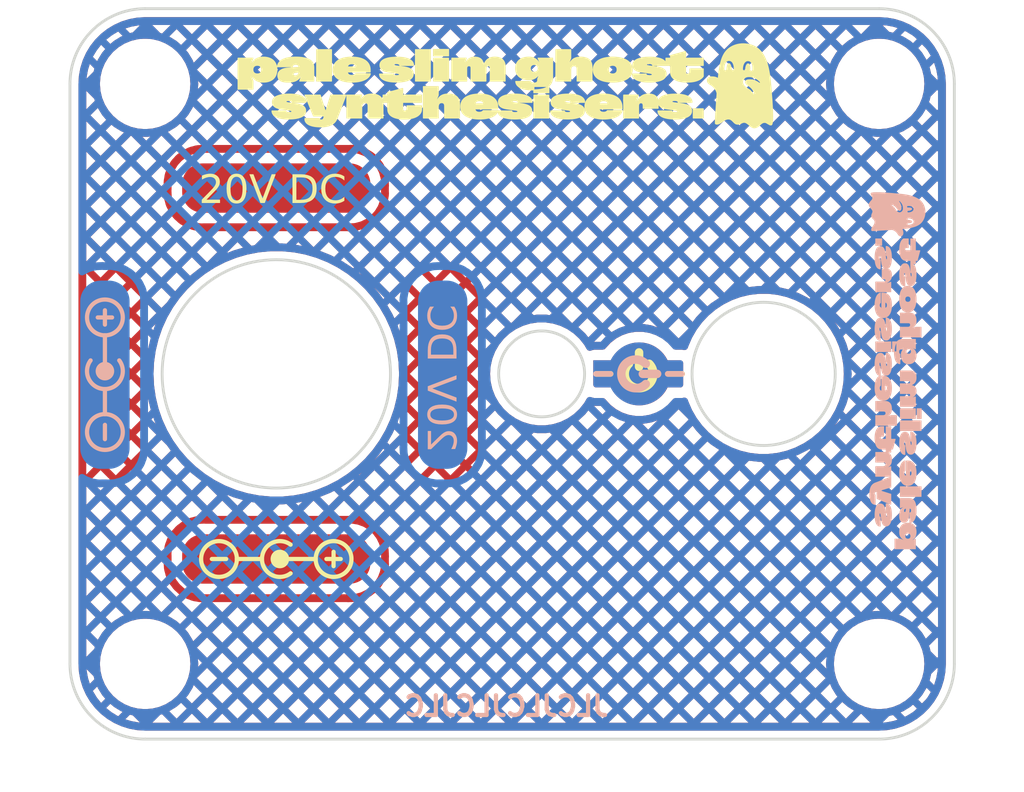
<source format=kicad_pcb>
(kicad_pcb (version 20221018) (generator pcbnew)
  (layers (0 "F.Cu" signal) (31 "B.Cu" signal) (34 "B.Paste" user) (35 "F.Paste" user) (36 "B.SilkS" user "B.Silkscreen") (37 "F.SilkS" user "F.Silkscreen") (38 "B.Mask" user) (39 "F.Mask" user) (44 "Edge.Cuts" user))
  (net 0 "")
  (footprint "MountingHole:MountingHole_2.7mm_M2.5" (layer "F.Cu") (at 163.322 55.499)
    (fp_text reference "H2" hide)
    (fp_text value "MountingHole")
    (pad "" np_thru_hole circle (at 0 0) (size 2.7 2.7) (drill 2.7) (layers "*.Cu" "*.Mask"))
  )
  (footprint "MountingHole:MountingHole_2.7mm_M2.5" (layer "F.Cu") (at 137.287 55.499)
    (fp_text reference "H1" hide)
    (fp_text value "MountingHole")
    (pad "" np_thru_hole circle (at 0 0) (size 2.7 2.7) (drill 2.7) (layers "*.Cu" "*.Mask"))
  )
  (footprint "MountingHole:MountingHole_2.7mm_M2.5" (layer "F.Cu") (at 137.287 76.073)
    (fp_text reference "H3" hide)
    (fp_text value "MountingHole")
    (pad "" np_thru_hole circle (at 0 0) (size 2.7 2.7) (drill 2.7) (layers "*.Cu" "*.Mask"))
  )
  (footprint "MountingHole:MountingHole_2.7mm_M2.5" (layer "F.Cu") (at 163.322 76.073)
    (fp_text reference "H4" hide)
    (fp_text value "MountingHole")
    (pad "" np_thru_hole circle (at 0 0) (size 2.7 2.7) (drill 2.7) (layers "*.Cu" "*.Mask"))
  )
  (gr_rect (start 153.282191 65.405) (end 156.270517 66.167) (stroke (width 0.2)) (fill solid) (layer "F.Cu"))
  (gr_circle (center 154.812 65.786) (end 155.828 65.786) (stroke (width 0.2)) (fill solid) (layer "F.Cu"))
  (gr_rect (start 139.334962 72.2122) (end 144.541962 72.4916) (stroke (width 1.47)) (fill solid) (layer "F.Cu"))
  (gr_rect (start 139.334962 59.055) (end 144.541962 59.3344) (stroke (width 1.47)) (fill solid) (layer "F.Cu"))
  (gr_rect (start 135.720012 63.21245) (end 135.999412 68.41945) (stroke (width 1.47)) (fill solid) (layer "B.Cu"))
  (gr_rect (start 147.701 63.21245) (end 147.9804 68.41945) (stroke (width 1.47)) (fill solid) (layer "B.Cu"))
  (gr_rect (start 153.282715 65.403038) (end 156.271041 66.165038) (stroke (width 0.2)) (fill solid) (layer "B.Cu"))
  (gr_circle (center 154.80619 65.786) (end 153.79019 65.786) (stroke (width 0.2)) (fill solid) (layer "B.Cu"))
  (gr_line (start 155.82119 65.786) (end 156.32919 65.786) (stroke (width 0.2)) (layer "B.SilkS"))
  (gr_poly (pts (xy 164.610804 64.129472) (xy 164.471104 64.185564) (xy 164.471104 64.159105) (xy 164.490561 64.150007) (xy 164.508842 64.140146) (xy 164.517538 64.134916) (xy 164.525935 64.129479) (xy 164.534033 64.12383) (xy 164.54183 64.117962) (xy 164.549325 64.111872) (xy 164.556516 64.105553) (xy 164.563402 64.098999) (xy 164.569981 64.092207) (xy 164.576253 64.085169) (xy 164.582216 64.077881) (xy 164.587868 64.070337) (xy 164.593209 64.062532) (xy 164.598236 64.05446) (xy 164.602949 64.046116) (xy 164.607346 64.037495) (xy 164.611426 64.028591) (xy 164.615187 64.019398) (xy 164.618628 64.009912) (xy 164.621748 64.000126) (xy 164.624545 63.990036) (xy 164.627019 63.979636) (xy 164.629167 63.96892) (xy 164.630988 63.957883) (xy 164.632481 63.946521) (xy 164.633645 63.934826) (xy 164.634477 63.922794) (xy 164.634978 63.910419) (xy 164.635145 63.897697) (xy 164.634217 63.865179) (xy 164.631439 63.834703) (xy 164.626823 63.806277) (xy 164.623828 63.792834) (xy 164.620378 63.779907) (xy 164.616474 63.767497) (xy 164.612117 63.755603) (xy 164.607308 63.744228) (xy 164.60205 63.733372) (xy 164.596342 63.723036) (xy 164.590187 63.713221) (xy 164.583586 63.703928) (xy 164.57654 63.695158) (xy 164.569051 63.686912) (xy 164.56112 63.679191) (xy 164.552748 63.671996) (xy 164.543936 63.665328) (xy 164.534687 63.659188) (xy 164.525001 63.653577) (xy 164.51488 63.648495) (xy 164.504325 63.643945) (xy 164.493338 63.639926) (xy 164.481919 63.63644) (xy 164.470071 63.633487) (xy 164.457794 63.631069) (xy 164.44509 63.629187) (xy 164.43196 63.627841) (xy 164.418406 63.627033) (xy 164.404429 63.626763) (xy 164.071054 63.626763) (xy 164.071054 63.976013) (xy 164.356804 63.976013) (xy 164.365694 63.976298) (xy 164.374101 63.97715) (xy 164.378119 63.977788) (xy 164.382011 63.978567) (xy 164.385777 63.979486) (xy 164.389414 63.980544) (xy 164.39292 63.981743) (xy 164.396295 63.98308) (xy 164.399536 63.984556) (xy 164.402643 63.986171) (xy 164.405613 63.987923) (xy 164.408445 63.989814) (xy 164.411138 63.991841) (xy 164.413689 63.994005) (xy 164.416098 63.996306) (xy 164.418363 63.998742) (xy 164.420482 64.001314) (xy 164.422453 64.004022) (xy 164.424276 64.006864) (xy 164.425949 64.009841) (xy 164.427469 64.012952) (xy 164.428836 64.016197) (xy 164.430049 64.019575) (xy 164.431104 64.023086) (xy 164.432001 64.026729) (xy 164.432739 64.030505) (xy 164.433316 64.034412) (xy 164.433729 64.038451) (xy 164.433979 64.042621) (xy 164.434062 64.046921) (xy 164.433954 64.052) (xy 164.43363 64.056917) (xy 164.433092 64.061674) (xy 164.432342 64.066269) (xy 164.431381 64.070703) (xy 164.430211 64.074975) (xy 164.428833 64.079087) (xy 164.427249 64.083037) (xy 164.42546 64.086826) (xy 164.423468 64.090454) (xy 164.421275 64.09392) (xy 164.418882 64.097225) (xy 164.41629 64.100369) (xy 164.413501 64.103352) (xy 164.410517 64.106174) (xy 164.407339 64.108834) (xy 164.403969 64.111333) (xy 164.400408 64.113671) (xy 164.396658 64.115848) (xy 164.392721 64.117863) (xy 164.388597 64.119717) (xy 164.384289 64.12141) (xy 164.379798 64.122942) (xy 164.375126 64.124312) (xy 164.370274 64.125522) (xy 164.365243 64.12657) (xy 164.360036 64.127456) (xy 164.354654 64.128182) (xy 164.349098 64.128746) (xy 164.34337 64.129149) (xy 164.337471 64.129391) (xy 164.331404 64.129472) (xy 164.071054 64.129472) (xy 164.071054 64.478722) (xy 164.811887 64.478722) (xy 164.811887 64.129472)) (stroke (width 0.026458)) (fill solid) (layer "B.SilkS"))
  (gr_line (start 155.447 65.786) (end 154.939 65.786) (stroke (width 0.3)) (layer "B.SilkS"))
  (gr_poly (pts (xy 163.760795 66.237567) (xy 163.757128 66.191275) (xy 163.751033 66.147568) (xy 163.742524 66.106538) (xy 163.731615 66.068273) (xy 163.718321 66.032864) (xy 163.702654 66.0004) (xy 163.693936 65.985301) (xy 163.68463 65.970972) (xy 163.674738 65.957424) (xy 163.664261 65.944669) (xy 163.653202 65.932718) (xy 163.641563 65.921581) (xy 163.629344 65.911271) (xy 163.616548 65.901799) (xy 163.603176 65.893175) (xy 163.589231 65.885412) (xy 163.574713 65.87852) (xy 163.559626 65.87251) (xy 163.543969 65.867394) (xy 163.527746 65.863183) (xy 163.510958 65.859888) (xy 163.493607 65.857521) (xy 163.475693 65.856092) (xy 163.45722 65.855613) (xy 163.413829 65.855613) (xy 163.413829 66.396422) (xy 163.410294 66.395789) (xy 163.406834 66.395084) (xy 163.403448 66.394308) (xy 163.400137 66.393462) (xy 163.396899 66.392547) (xy 163.393737 66.391566) (xy 163.390649 66.39052) (xy 163.387635 66.38941) (xy 163.384696 66.388238) (xy 163.381831 66.387006) (xy 163.37904 66.385715) (xy 163.376324 66.384366) (xy 163.373682 66.382962) (xy 163.371115 66.381503) (xy 163.368622 66.379992) (xy 163.366204 66.37843) (xy 163.363959 66.376712) (xy 163.361788 66.374931) (xy 163.359692 66.373087) (xy 163.357669 66.371179) (xy 163.35572 66.369205) (xy 163.353844 66.367165) (xy 163.352042 66.365059) (xy 163.350312 66.362886) (xy 163.348656 66.360644) (xy 163.347072 66.358333) (xy 163.34556 66.355952) (xy 163.344121 66.353501) (xy 163.342754 66.350979) (xy 163.341459 66.348384) (xy 163.340236 66.345717) (xy 163.339084 66.342976) (xy 163.336994 66.33727) (xy 163.335188 66.33126) (xy 163.333663 66.32494) (xy 163.33242 66.318303) (xy 163.331455 66.311345) (xy 163.330768 66.304057) (xy 163.330357 66.296435) (xy 163.33022 66.288472) (xy 163.330393 66.280497) (xy 163.330907 66.272841) (xy 163.331755 66.265501) (xy 163.332932 66.258475) (xy 163.334432 66.251758) (xy 163.336248 66.245349) (xy 163.338374 66.239243) (xy 163.340804 66.233438) (xy 163.343531 66.227931) (xy 163.34655 66.222718) (xy 163.349854 66.217797) (xy 163.353438 66.213165) (xy 163.357294 66.208817) (xy 163.361416 66.204752) (xy 163.3658 66.200965) (xy 163.370437 66.197455) (xy 163.370437 65.852438) (xy 163.359257 65.855512) (xy 163.348344 65.859369) (xy 163.337702 65.863999) (xy 163.327339 65.86939) (xy 163.317259 65.875532) (xy 163.307469 65.882415) (xy 163.297974 65.890028) (xy 163.28878 65.89836) (xy 163.279893 65.9074) (xy 163.271319 65.917138) (xy 163.263064 65.927564) (xy 163.255132 65.938665) (xy 163.247532 65.950433) (xy 163.240267 65.962856) (xy 163.233344 65.975923) (xy 163.226768 65.989625) (xy 163.220546 66.003949) (xy 163.214684 66.018886) (xy 163.209186 66.034425) (xy 163.20406 66.050555) (xy 163.19931 66.067266) (xy 163.194942 66.084547) (xy 163.190963 66.102387) (xy 163.187378 66.120775) (xy 163.184194 66.139702) (xy 163.181414 66.159156) (xy 163.179047 66.179126) (xy 163.177097 66.199603) (xy 163.17557 66.220574) (xy 163.174472 66.242031) (xy 163.173809 66.263961) (xy 163.173587 66.286355) (xy 163.174192 66.320997) (xy 163.175999 66.354636) (xy 163.178994 66.387212) (xy 163.183162 66.418663) (xy 163.188489 66.44893) (xy 163.194962 66.477953) (xy 163.202567 66.50567) (xy 163.21129 66.532021) (xy 163.221117 66.556945) (xy 163.232033 66.580384) (xy 163.244025 66.602274) (xy 163.25708 66.622558) (xy 163.271182 66.641173) (xy 163.286318 66.658059) (xy 163.302474 66.673157) (xy 163.319637 66.686405) (xy 163.327289 66.691427) (xy 163.335163 66.69617) (xy 163.343256 66.700627) (xy 163.351569 66.704793) (xy 163.360098 66.708662) (xy 163.368843 66.712227) (xy 163.377802 66.715481) (xy 163.386973 66.718419) (xy 163.396356 66.721035) (xy 163.405947 66.723322) (xy 163.415746 66.725275) (xy 163.425751 66.726886) (xy 163.435961 66.72815) (xy 163.446375 66.729061) (xy 163.456989 66.729611) (xy 163.467804 66.729796) (xy 163.478432 66.729611) (xy 163.488882 66.729061) (xy 163.499148 66.72815) (xy 163.509228 66.726886) (xy 163.519115 66.725275) (xy 163.528805 66.723322) (xy 163.530245 66.722975) (xy 163.530245 66.395363) (xy 163.530245 66.183697) (xy 163.534567 66.183892) (xy 163.538799 66.18428) (xy 163.542938 66.18486) (xy 163.54698 66.185634) (xy 163.550924 66.1866) (xy 163.554765 66.187759) (xy 163.558501 66.189112) (xy 163.562128 66.190659) (xy 163.565643 66.192399) (xy 163.569044 66.194333) (xy 163.572327 66.196461) (xy 163.575489 66.198784) (xy 163.578527 66.201302) (xy 163.581438 66.204014) (xy 163.584219 66.206921) (xy 163.586866 66.210023) (xy 163.589377 66.21332) (xy 163.591749 66.216813) (xy 163.593977 66.220502) (xy 163.59606 66.224387) (xy 163.597995 66.228468) (xy 163.599777 66.232745) (xy 163.601404 66.237218) (xy 163.602873 66.241889) (xy 163.604181 66.246756) (xy 163.605325 66.25182) (xy 163.606301 66.257081) (xy 163.607107 66.262541) (xy 163.607739 66.268197) (xy 163.608194 66.274052) (xy 163.60847 66.280104) (xy 163.608562 66.286355) (xy 163.608425 66.294877) (xy 163.60801 66.302989) (xy 163.607313 66.3107) (xy 163.60633 66.318022) (xy 163.605054 66.324966) (xy 163.603483 66.331543) (xy 163.601611 66.337763) (xy 163.599434 66.343637) (xy 163.596946 66.349177) (xy 163.594144 66.354392) (xy 163.591023 66.359294) (xy 163.587577 66.363894) (xy 163.583803 66.368203) (xy 163.579696 66.372231) (xy 163.57525 66.375989) (xy 163.570462 66.379488) (xy 163.568266 66.380853) (xy 163.566043 66.382167) (xy 163.563788 66.383432) (xy 163.561499 66.384648) (xy 163.559173 66.385813) (xy 163.556807 66.38693) (xy 163.554397 66.387996) (xy 163.551941 66.389013) (xy 163.549435 66.389981) (xy 163.546877 66.390898) (xy 163.544263 66.391767) (xy 163.541589 66.392585) (xy 163.538854 66.393354) (xy 163.536054 66.394073) (xy 163.533185 66.394743) (xy 163.530245 66.395363) (xy 163.530245 66.722975) (xy 163.538293 66.721035) (xy 163.547576 66.718419) (xy 163.556647 66.715481) (xy 163.565503 66.712227) (xy 163.574139 66.708662) (xy 163.58255 66.704793) (xy 163.590732 66.700627) (xy 163.598679 66.69617) (xy 163.606388 66.691427) (xy 163.613854 66.686405) (xy 163.622659 66.680046) (xy 163.631214 66.673273) (xy 163.639518 66.666088) (xy 163.647567 66.658493) (xy 163.655361 66.65049) (xy 163.662897 66.64208) (xy 163.670174 66.633264) (xy 163.677188 66.624046) (xy 163.68394 66.614426) (xy 163.690425 66.604406) (xy 163.696644 66.593988) (xy 163.702592 66.583174) (xy 163.70827 66.571965) (xy 163.713674 66.560364) (xy 163.723656 66.535989) (xy 163.732521 66.510065) (xy 163.740254 66.482603) (xy 163.74684 66.45362) (xy 163.752264 66.423128) (xy 163.756509 66.391142) (xy 163.759561 66.357675) (xy 163.761403 66.322741) (xy 163.76202 66.286355)) (stroke (width 0.026458)) (fill solid) (layer "B.SilkS"))
  (gr_poly (pts (xy 164.634259 70.577724) (xy 164.63158 70.529174) (xy 164.627074 70.484087) (xy 164.620709 70.442446) (xy 164.612453 70.404235) (xy 164.602273 70.369436) (xy 164.590136 70.338032) (xy 164.576011 70.310006) (xy 164.568192 70.297254) (xy 164.559864 70.285341) (xy 164.551022 70.274263) (xy 164.541663 70.26402) (xy 164.531782 70.254608) (xy 164.521375 70.246026) (xy 164.510438 70.238271) (xy 164.498968 70.231342) (xy 164.486959 70.225236) (xy 164.474409 70.21995) (xy 164.461312 70.215484) (xy 164.447665 70.211835) (xy 164.433464 70.209) (xy 164.418705 70.206978) (xy 164.387495 70.205363) (xy 164.071054 70.205363) (xy 164.071054 70.535563) (xy 164.209695 70.485821) (xy 164.209695 70.513338) (xy 164.199171 70.517724) (xy 164.189029 70.522354) (xy 164.179265 70.527237) (xy 164.169876 70.532382) (xy 164.160859 70.537797) (xy 164.15221 70.543492) (xy 164.143928 70.549475) (xy 164.136009 70.555754) (xy 164.128449 70.562339) (xy 164.121246 70.569238) (xy 164.114396 70.576459) (xy 164.107897 70.584013) (xy 164.101745 70.591906) (xy 164.095937 70.600149) (xy 164.09047 70.608749) (xy 164.085341 70.617716) (xy 164.080547 70.627058) (xy 164.076085 70.636784) (xy 164.071951 70.646902) (xy 164.068143 70.657422) (xy 164.064658 70.668352) (xy 164.061491 70.679701) (xy 164.058641 70.691477) (xy 164.056105 70.703689) (xy 164.053878 70.716346) (xy 164.051958 70.729457) (xy 164.050342 70.743031) (xy 164.049027 70.757075) (xy 164.047287 70.786612) (xy 164.046712 70.818138) (xy 164.046935 70.835626) (xy 164.047601 70.852377) (xy 164.048707 70.868395) (xy 164.050251 70.883688) (xy 164.052228 70.898262) (xy 164.054637 70.912123) (xy 164.057474 70.925277) (xy 164.060735 70.93773) (xy 164.064418 70.949488) (xy 164.068519 70.960558) (xy 164.073036 70.970946) (xy 164.077966 70.980658) (xy 164.083305 70.989701) (xy 164.089049 70.998079) (xy 164.095197 71.005801) (xy 164.101745 71.012871) (xy 164.106793 71.017683) (xy 164.112017 71.022196) (xy 164.117416 71.026408) (xy 164.122995 71.030317) (xy 164.128753 71.033923) (xy 164.134692 71.037223) (xy 164.140815 71.040217) (xy 164.147121 71.042901) (xy 164.153614 71.045276) (xy 164.160295 71.047339) (xy 164.167164 71.049089) (xy 164.174225 71.050525) (xy 164.181477 71.051644) (xy 164.188923 71.052445) (xy 164.196565 71.052927) (xy 164.204404 71.053088) (xy 164.211684 71.052927) (xy 164.218838 71.052443) (xy 164.225865 71.051637) (xy 164.230862 71.050819) (xy 164.230862 70.69643) (xy 164.228902 70.696392) (xy 164.226992 70.696281) (xy 164.225132 70.696095) (xy 164.223321 70.695834) (xy 164.22156 70.695499) (xy 164.219849 70.69509) (xy 164.218187 70.694606) (xy 164.216575 70.694048) (xy 164.215012 70.693416) (xy 164.213499 70.692709) (xy 164.212035 70.691928) (xy 164.210621 70.691072) (xy 164.209257 70.690142) (xy 164.207942 70.689137) (xy 164.206677 70.688058) (xy 164.205462 70.686905) (xy 164.203924 70.685231) (xy 164.202485 70.683391) (xy 164.201146 70.681389) (xy 164.199906 70.679232) (xy 164.198765 70.676926) (xy 164.197723 70.674477) (xy 164.19678 70.671893) (xy 164.195937 70.669178) (xy 164.195193 70.666338) (xy 164.194548 70.663382) (xy 164.194002 70.660313) (xy 164.193556 70.657139) (xy 164.193209 70.653866) (xy 164.19296 70.6505) (xy 164.192812 70.647047) (xy 164.192762 70.643513) (xy 164.192963 70.635623) (xy 164.193551 70.628213) (xy 164.194504 70.62127) (xy 164.195801 70.614777) (xy 164.197418 70.60872) (xy 164.199334 70.603083) (xy 164.201526 70.597852) (xy 164.203974 70.593011) (xy 164.206654 70.588545) (xy 164.209544 70.584439) (xy 164.212623 70.580678) (xy 164.215868 70.577247) (xy 164.219257 70.574131) (xy 164.222768 70.571314) (xy 164.226379 70.568782) (xy 164.230068 70.566519) (xy 164.233813 70.564511) (xy 164.237592 70.562741) (xy 164.241382 70.561196) (xy 164.245162 70.559859) (xy 164.252602 70.557752) (xy 164.259735 70.5563) (xy 164.266384 70.55538) (xy 164.272373 70.554873) (xy 164.281662 70.554613) (xy 164.284837 70.554613) (xy 164.277429 70.638221) (xy 164.276982 70.642302) (xy 164.276436 70.646215) (xy 164.275792 70.649962) (xy 164.275047 70.653551) (xy 164.274204 70.656984) (xy 164.273261 70.660266) (xy 164.27222 70.663403) (xy 164.271079 70.666399) (xy 164.269838 70.669259) (xy 164.268499 70.671987) (xy 164.26706 70.674587) (xy 164.265522 70.677065) (xy 164.263885 70.679426) (xy 164.262149 70.681673) (xy 164.260313 70.683812) (xy 164.258379 70.685846) (xy 164.256965 70.687186) (xy 164.255503 70.688428) (xy 164.253995 70.689574) (xy 164.252442 70.690625) (xy 164.250846 70.691584) (xy 164.249207 70.692451) (xy 164.247528 70.693227) (xy 164.245811 70.693916) (xy 164.244056 70.694518) (xy 164.242266 70.695034) (xy 164.240442 70.695467) (xy 164.238585 70.695818) (xy 164.236697 70.696088) (xy 164.234779 70.696279) (xy 164.232834 70.696392) (xy 164.230862 70.69643) (xy 164.230862 71.050819) (xy 164.232764 71.050508) (xy 164.239532 71.049057) (xy 164.246169 71.047284) (xy 164.252672 71.045188) (xy 164.25904 71.042769) (xy 164.265272 71.040028) (xy 164.271366 71.036965) (xy 164.27732 71.033579) (xy 164.283134 71.029871) (xy 164.288804 71.02584) (xy 164.294331 71.021487) (xy 164.299712 71.016811) (xy 164.304945 71.011813) (xy 164.312125 71.004162) (xy 164.318974 70.995899) (xy 164.325486 70.987031) (xy 164.331652 70.977566) (xy 164.337464 70.967512) (xy 164.342915 70.956877) (xy 164.347997 70.945668) (xy 164.352703 70.933893) (xy 164.357024 70.92156) (xy 164.360952 70.908677) (xy 164.364481 70.895251) (xy 164.367602 70.881291) (xy 164.370307 70.866803) (xy 164.37259 70.851796) (xy 164.374441 70.836277) (xy 164.375854 70.820255) (xy 164.392787 70.554613) (xy 164.406545 70.554613) (xy 164.410539 70.554699) (xy 164.414385 70.554957) (xy 164.418086 70.555384) (xy 164.421641 70.555977) (xy 164.425053 70.556735) (xy 164.428323 70.557655) (xy 164.431452 70.558734) (xy 164.434442 70.559971) (xy 164.437294 70.561363) (xy 164.44001 70.562907) (xy 164.44259 70.564602) (xy 164.445036 70.566445) (xy 164.44735 70.568433) (xy 164.449532 70.570565) (xy 164.451585 70.572839) (xy 164.453509 70.57525) (xy 164.455306 70.577799) (xy 164.456977 70.580481) (xy 164.458524 70.583295) (xy 164.459948 70.586239) (xy 164.46125 70.58931) (xy 164.462432 70.592505) (xy 164.463494 70.595823) (xy 164.464439 70.599261) (xy 164.465268 70.602817) (xy 164.465982 70.606489) (xy 164.466583 70.610274) (xy 164.467071 70.614169) (xy 164.467716 70.622283) (xy 164.467929 70.630813) (xy 164.467786 70.637844) (xy 164.467368 70.64446) (xy 164.466693 70.650674) (xy 164.465777 70.656498) (xy 164.464637 70.661946) (xy 164.463289 70.667029) (xy 164.461752 70.671762) (xy 164.460041 70.676156) (xy 164.458173 70.680224) (xy 164.456166 70.68398) (xy 164.454036 70.687436) (xy 164.451799 70.690605) (xy 164.449474 70.693499) (xy 164.447076 70.696131) (xy 164.444623 70.698515) (xy 164.442132 70.700663) (xy 164.439618 70.702587) (xy 164.4371 70.704301) (xy 164.432117 70.707149) (xy 164.427316 70.709309) (xy 164.422834 70.710882) (xy 164.418804 70.711972) (xy 164.415361 70.712681) (xy 164.410779 70.713363) (xy 164.410779 71.063671) (xy 164.429535 71.061174) (xy 164.443274 71.05809) (xy 164.45923 71.053022) (xy 164.467878 71.049565) (xy 164.476886 71.045398) (xy 164.486189 71.04045) (xy 164.495722 71.03465) (xy 164.505422 71.027925) (xy 164.515222 71.020205) (xy 164.525059 71.011419) (xy 164.534868 71.001494) (xy 164.544584 70.99036) (xy 164.554142 70.977946) (xy 164.563478 70.96418) (xy 164.572526 70.948991) (xy 164.581222 70.932307) (xy 164.589502 70.914058) (xy 164.597301 70.894171) (xy 164.604553 70.872576) (xy 164.611194 70.849201) (xy 164.61716 70.823975) (xy 164.622386 70.796827) (xy 164.626807 70.767685) (xy 164.630358 70.736478) (xy 164.632974 70.703135) (xy 164.634592 70.667584) (xy 164.635145 70.629755)) (stroke (width 0.026458)) (fill solid) (layer "B.SilkS"))
  (gr_poly (pts (xy 164.634243 65.895498) (xy 164.631547 65.868321) (xy 164.629531 65.855388) (xy 164.627074 65.842893) (xy 164.624176 65.830841) (xy 164.620841 65.819233) (xy 164.617071 65.808071) (xy 164.612866 65.797358) (xy 164.608231 65.787097) (xy 164.603166 65.777288) (xy 164.597674 65.767936) (xy 164.591757 65.759041) (xy 164.585417 65.750607) (xy 164.578657 65.742636) (xy 164.571478 65.73513) (xy 164.563882 65.728091) (xy 164.555872 65.721523) (xy 164.54745 65.715426) (xy 164.538618 65.709803) (xy 164.529378 65.704657) (xy 164.519733 65.699991) (xy 164.509683 65.695805) (xy 164.499232 65.692104) (xy 164.488382 65.688888) (xy 164.477134 65.686161) (xy 164.465492 65.683924) (xy 164.453456 65.68218) (xy 164.441029 65.680932) (xy 164.428214 65.680181) (xy 164.415012 65.67993) (xy 164.071054 65.67993) (xy 164.071054 66.030238) (xy 164.374795 66.030238) (xy 164.382263 66.030436) (xy 164.389192 66.031028) (xy 164.395592 66.03201) (xy 164.398595 66.032647) (xy 164.401469 66.03338) (xy 164.404214 66.034209) (xy 164.406831 66.035135) (xy 164.409321 66.036155) (xy 164.411686 66.03727) (xy 164.413926 66.03848) (xy 164.416042 66.039784) (xy 164.418035 66.041182) (xy 164.419907 66.042674) (xy 164.421657 66.044258) (xy 164.423288 66.045935) (xy 164.424799 66.047704) (xy 164.426193 66.049565) (xy 164.427469 66.051518) (xy 164.428629 66.053561) (xy 164.429675 66.055696) (xy 164.430606 66.05792) (xy 164.431424 66.060235) (xy 164.43213 66.062639) (xy 164.432724 66.065132) (xy 164.433208 66.067714) (xy 164.43385 66.073143) (xy 164.434062 66.078922) (xy 164.433997 66.082062) (xy 164.433802 66.085133) (xy 164.433478 66.088131) (xy 164.433024 66.091055) (xy 164.432442 66.093904) (xy 164.431732 66.096674) (xy 164.430894 66.099365) (xy 164.429928 66.101974) (xy 164.428835 66.104499) (xy 164.427615 66.106938) (xy 164.426269 66.10929) (xy 164.424797 66.111552) (xy 164.4232 66.113723) (xy 164.421477 66.115801) (xy 164.41963 66.117783) (xy 164.417658 66.119668) (xy 164.415562 66.121453) (xy 164.413342 66.123138) (xy 164.411 66.124719) (xy 164.408534 66.126195) (xy 164.405946 66.127565) (xy 164.403235 66.128825) (xy 164.400404 66.129975) (xy 164.39745 66.131012) (xy 164.394376 66.131934) (xy 164.391181 66.132739) (xy 164.387867 66.133426) (xy 164.384432 66.133992) (xy 164.380878 66.134436) (xy 164.377205 66.134756) (xy 164.373413 66.134949) (xy 164.369504 66.135013) (xy 164.071054 66.135013) (xy 164.071054 66.484263) (xy 164.374795 66.484263) (xy 164.382263 66.484461) (xy 164.389192 66.485053) (xy 164.395592 66.486035) (xy 164.398595 66.486672) (xy 164.401469 66.487405) (xy 164.404214 66.488234) (xy 164.406831 66.489159) (xy 164.409321 66.49018) (xy 164.411686 66.491295) (xy 164.413926 66.492505) (xy 164.416042 66.493809) (xy 164.418035 66.495207) (xy 164.419907 66.496699) (xy 164.421657 66.498283) (xy 164.423288 66.49996) (xy 164.424799 66.501729) (xy 164.426193 66.50359) (xy 164.427469 66.505543) (xy 164.428629 66.507586) (xy 164.429675 66.509721) (xy 164.430606 66.511945) (xy 164.431424 66.51426) (xy 164.43213 66.516664) (xy 164.432724 66.519157) (xy 164.433208 66.521739) (xy 164.43385 66.527167) (xy 164.434062 66.532946) (xy 164.434 66.536276) (xy 164.433814 66.539518) (xy 164.433503 66.542671) (xy 164.433068 66.545733) (xy 164.432508 66.548704) (xy 164.431823 66.551582) (xy 164.431012 66.554367) (xy 164.430077 66.557057) (xy 164.429015 66.55965) (xy 164.427829 66.562146) (xy 164.426516 66.564544) (xy 164.425076 66.566842) (xy 164.423511 66.569039) (xy 164.421819 66.571135) (xy 164.42 66.573127) (xy 164.418055 66.575015) (xy 164.415982 66.576798) (xy 164.413782 66.578474) (xy 164.411454 66.580042) (xy 164.408999 66.581502) (xy 164.406416 66.582851) (xy 164.403704 66.584089) (xy 164.400865 66.585215) (xy 164.397897 66.586227) (xy 164.3948 66.587124) (xy 164.391574 66.587906) (xy 164.38822 66.58857) (xy 164.384736 66.589117) (xy 164.381122 66.589544) (xy 164.377379 66.58985) (xy 164.373507 66.590035) (xy 164.369504 66.590097) (xy 164.071054 66.590097) (xy 164.071054 66.939347) (xy 164.610804 66.939347) (xy 164.610804 66.60068) (xy 164.471104 66.648305) (xy 164.471104 66.621846) (xy 164.491433 66.613687) (xy 164.501072 66.609293) (xy 164.510361 66.604692) (xy 164.519304 66.599883) (xy 164.5279 66.594869) (xy 164.536153 66.58965) (xy 164.544063 66.584226) (xy 164.551631 66.578599) (xy 164.558861 66.572771) (xy 164.565752 66.566741) (xy 164.572307 66.560511) (xy 164.578527 66.554081) (xy 164.584414 66.547454) (xy 164.589969 66.540629) (xy 164.595193 66.533608) (xy 164.600089 66.526392) (xy 164.604658 66.518981) (xy 164.608902 66.511377) (xy 164.612821 66.50358) (xy 164.616418 66.495592) (xy 164.619694 66.487413) (xy 164.622651 66.479045) (xy 164.62529 66.470488) (xy 164.627612 66.461744) (xy 164.62962 66.452813) (xy 164.631315 66.443697) (xy 164.632698 66.434395) (xy 164.634536 66.415243) (xy 164.635145 66.395363) (xy 164.634536 66.375456) (xy 164.632698 66.356261) (xy 164.62962 66.337843) (xy 164.62529 66.320271) (xy 164.619694 66.30361) (xy 164.616418 66.295643) (xy 164.612821 66.287928) (xy 164.608902 66.280474) (xy 164.604658 66.27329) (xy 164.600089 66.266384) (xy 164.595193 66.259764) (xy 164.589969 66.253439) (xy 164.584414 66.247416) (xy 164.578527 66.241705) (xy 164.572307 66.236314) (xy 164.565752 66.23125) (xy 164.558861 66.226522) (xy 164.551631 66.222139) (xy 164.544063 66.218109) (xy 164.536153 66.21444) (xy 164.5279 66.211141) (xy 164.519304 66.208219) (xy 164.510361 66.205684) (xy 164.501072 66.203543) (xy 164.491433 66.201805) (xy 164.481444 66.200479) (xy 164.471104 66.199571) (xy 164.471104 66.173114) (xy 164.481724 66.16891) (xy 164.491956 66.164437) (xy 164.501805 66.159699) (xy 164.511273 66.1547) (xy 164.520363 66.149444) (xy 164.529079 66.143934) (xy 164.537424 66.138174) (xy 164.545402 66.132169) (xy 164.553015 66.125922) (xy 164.560267 66.119437) (xy 164.567162 66.112718) (xy 164.573702 66.105769) (xy 164.579891 66.098593) (xy 164.585732 66.091195) (xy 164.591229 66.083578) (xy 164.596384 66.075747) (xy 164.601201 66.067704) (xy 164.605684 66.059455) (xy 164.609835 66.051003) (xy 164.613658 66.042351) (xy 164.617157 66.033504) (xy 164.620334 66.024466) (xy 164.623192 66.01524) (xy 164.625736 66.00583) (xy 164.627968 65.996241) (xy 164.629892 65.986475) (xy 164.632828 65.966432) (xy 164.63457 65.945732) (xy 164.635145 65.924405)) (stroke (width 0.026458)) (fill solid) (layer "B.SilkS"))
  (gr_line (start 135.859712 65.421545) (end 135.859712 64.41895) (stroke (width 0.15)) (layer "B.SilkS"))
  (gr_poly (pts (xy 163.761092 68.807595) (xy 163.758314 68.777119) (xy 163.753698 68.748693) (xy 163.750703 68.735251) (xy 163.747253 68.722324) (xy 163.743349 68.709913) (xy 163.738992 68.69802) (xy 163.734183 68.686644) (xy 163.728925 68.675788) (xy 163.723217 68.665452) (xy 163.717062 68.655637) (xy 163.710461 68.646344) (xy 163.703415 68.637575) (xy 163.695926 68.629329) (xy 163.687995 68.621608) (xy 163.679623 68.614413) (xy 163.670811 68.607745) (xy 163.661562 68.601605) (xy 163.651876 68.595993) (xy 163.641755 68.590912) (xy 163.6312 68.586361) (xy 163.620213 68.582342) (xy 163.608794 68.578856) (xy 163.596946 68.575903) (xy 163.584669 68.573485) (xy 163.571965 68.571603) (xy 163.558835 68.570257) (xy 163.545281 68.569449) (xy 163.531304 68.56918) (xy 163.197929 68.56918) (xy 163.197929 68.91843) (xy 163.483679 68.91843) (xy 163.492569 68.918714) (xy 163.500976 68.919567) (xy 163.504994 68.920204) (xy 163.508886 68.920983) (xy 163.512652 68.921902) (xy 163.516289 68.922961) (xy 163.519795 68.924159) (xy 163.52317 68.925496) (xy 163.526411 68.926973) (xy 163.529518 68.928587) (xy 163.532488 68.93034) (xy 163.53532 68.93223) (xy 163.538013 68.934257) (xy 163.540564 68.936421) (xy 163.542973 68.938722) (xy 163.545238 68.941159) (xy 163.547357 68.943731) (xy 163.549328 68.946438) (xy 163.551151 68.949281) (xy 163.552824 68.952258) (xy 163.554344 68.955369) (xy 163.555712 68.958613) (xy 163.556924 68.961991) (xy 163.557979 68.965502) (xy 163.558876 68.969146) (xy 163.559614 68.972921) (xy 163.560191 68.976829) (xy 163.560604 68.980868) (xy 163.560854 68.985038) (xy 163.560937 68.989338) (xy 163.560829 68.994417) (xy 163.560505 68.999334) (xy 163.559967 69.004091) (xy 163.559217 69.008686) (xy 163.558256 69.01312) (xy 163.557086 69.017392) (xy 163.555708 69.021504) (xy 163.554124 69.025454) (xy 163.552335 69.029243) (xy 163.550343 69.03287) (xy 163.54815 69.036337) (xy 163.545757 69.039642) (xy 163.543165 69.042786) (xy 163.540376 69.045769) (xy 163.537392 69.04859) (xy 163.534214 69.051251) (xy 163.530844 69.05375) (xy 163.527283 69.056087) (xy 163.523533 69.058264) (xy 163.519596 69.060279) (xy 163.515472 69.062134) (xy 163.511164 69.063827) (xy 163.506673 69.065358) (xy 163.502001 69.066729) (xy 163.497149 69.067938) (xy 163.492118 69.068986) (xy 163.486911 69.069873) (xy 163.481529 69.070598) (xy 163.475973 69.071162) (xy 163.470245 69.071566) (xy 163.464346 69.071807) (xy 163.458279 69.071888) (xy 163.197929 69.071888) (xy 163.197929 69.421138) (xy 163.737679 69.421138) (xy 163.737679 69.071888) (xy 163.597979 69.12798) (xy 163.597979 69.101521) (xy 163.617436 69.092423) (xy 163.635717 69.082562) (xy 163.644413 69.077332) (xy 163.65281 69.071895) (xy 163.660908 69.066246) (xy 163.668705 69.060379) (xy 163.6762 69.054288) (xy 163.683391 69.047969) (xy 163.690277 69.041416) (xy 163.696856 69.034623) (xy 163.703128 69.027585) (xy 163.709091 69.020297) (xy 163.714743 69.012754) (xy 163.720084 69.004948) (xy 163.725111 68.996877) (xy 163.729824 68.988533) (xy 163.734221 68.979912) (xy 163.738301 68.971007) (xy 163.742062 68.961815) (xy 163.745503 68.952328) (xy 163.748623 68.942543) (xy 163.75142 68.932453) (xy 163.753894 68.922052) (xy 163.756042 68.911337) (xy 163.757863 68.9003) (xy 163.759356 68.888937) (xy 163.76052 68.877242) (xy 163.761352 68.86521) (xy 163.761853 68.852836) (xy 163.76202 68.840113)) (stroke (width 0.026458)) (fill solid) (layer "B.SilkS"))
  (gr_line (start 153.28119 65.786) (end 153.78919 65.786) (stroke (width 0.2)) (layer "B.SilkS"))
  (gr_poly (pts (xy 164.071054 67.449463) (xy 164.071054 67.798713) (xy 164.811887 67.798713) (xy 164.811887 67.449463)) (stroke (width 0.026458)) (fill solid) (layer "B.SilkS"))
  (gr_poly (pts (xy 164.947726 59.988333) (xy 164.940364 59.936588) (xy 164.928558 59.885886) (xy 164.920998 59.861073) (xy 164.912339 59.836695) (xy 164.902584 59.81281) (xy 164.891738 59.789478) (xy 164.879803 59.766756) (xy 164.866785 59.744702) (xy 164.852686 59.723374) (xy 164.83751 59.702832) (xy 164.821262 59.683132) (xy 164.803945 59.664333) (xy 164.785563 59.646493) (xy 164.76612 59.629671) (xy 164.724319 59.598319) (xy 164.68002 59.570142) (xy 164.633493 59.544941) (xy 164.585008 59.522516) (xy 164.534837 59.502669) (xy 164.483249 59.485201) (xy 164.430514 59.469913) (xy 164.376904 59.456606) (xy 164.322689 59.445082) (xy 164.268139 59.435141) (xy 164.213525 59.426584) (xy 164.159117 59.419213) (xy 164.052001 59.407231) (xy 163.948954 59.397605) (xy 163.622057 59.371396) (xy 163.475457 59.362364) (xy 163.34448 59.356687) (xy 163.232417 59.354844) (xy 163.142559 59.357317) (xy 163.106985 59.360321) (xy 163.078197 59.364584) (xy 163.056606 59.370166) (xy 163.042624 59.377126) (xy 163.03991 59.379606) (xy 163.037784 59.382432) (xy 163.036215 59.385582) (xy 163.03517 59.389032) (xy 163.034619 59.39276) (xy 163.034529 59.396744) (xy 163.034869 59.40096) (xy 163.035608 59.405387) (xy 163.036713 59.41) (xy 163.038153 59.414778) (xy 163.041912 59.424738) (xy 163.04663 59.435083) (xy 163.052056 59.445633) (xy 163.057936 59.456206) (xy 163.064017 59.46662) (xy 163.075768 59.486247) (xy 163.080932 59.495096) (xy 163.085284 59.503061) (xy 163.088571 59.509959) (xy 163.089736 59.512951) (xy 163.09054 59.515609) (xy 163.092364 59.524037) (xy 163.093618 59.532148) (xy 163.094325 59.539959) (xy 163.094511 59.547487) (xy 163.094202 59.554748) (xy 163.093422 59.56176) (xy 163.092197 59.568539) (xy 163.090552 59.575102) (xy 163.088513 59.581466) (xy 163.086104 59.587649) (xy 163.08335 59.593666) (xy 163.080277 59.599535) (xy 163.076911 59.605272) (xy 163.073275 59.610895) (xy 163.065299 59.621865) (xy 163.05655 59.63258) (xy 163.047229 59.643174) (xy 163.027682 59.664541) (xy 163.017859 59.675584) (xy 163.008271 59.687047) (xy 162.999119 59.699064) (xy 162.994771 59.705323) (xy 162.990607 59.711771) (xy 162.984682 59.721875) (xy 162.979644 59.731646) (xy 162.975459 59.741102) (xy 162.972092 59.75026) (xy 162.96951 59.759137) (xy 162.967677 59.76775) (xy 162.966559 59.776118) (xy 162.966122 59.784257) (xy 162.966332 59.792186) (xy 162.967155 59.79992) (xy 162.968555 59.807478) (xy 162.970499 59.814878) (xy 162.972953 59.822136) (xy 162.975882 59.82927) (xy 162.979251 59.836297) (xy 162.983027 59.843236) (xy 162.99166 59.856914) (xy 163.001507 59.870445) (xy 163.012293 59.883967) (xy 163.023744 59.89762) (xy 163.047539 59.925875) (xy 163.059335 59.940756) (xy 163.070696 59.956325) (xy 163.076362 59.964928) (xy 163.081246 59.97322) (xy 163.085387 59.981221) (xy 163.088822 59.98895) (xy 163.09159 59.996427) (xy 163.093729 60.003674) (xy 163.095277 60.01071) (xy 163.096273 60.017555) (xy 163.096755 60.024229) (xy 163.09676 60.030753) (xy 163.096328 60.037147) (xy 163.095497 60.04343) (xy 163.094304 60.049623) (xy 163.092788 60.055746) (xy 163.088939 60.067864) (xy 163.084258 60.079943) (xy 163.079048 60.092145) (xy 163.06827 60.117562) (xy 163.063314 60.1311) (xy 163.061077 60.138146) (xy 163.059053 60.145405) (xy 163.057279 60.152896) (xy 163.055794 60.160638) (xy 163.054635 60.168654) (xy 163.053842 60.176962) (xy 163.053579 60.184785) (xy 163.053901 60.192283) (xy 163.054775 60.199475) (xy 163.056168 60.206381) (xy 163.058046 60.213019) (xy 163.060376 60.219409) (xy 163.063123 60.225571) (xy 163.066254 60.231523) (xy 163.069735 60.237285) (xy 163.073533 60.242876) (xy 163.077614 60.248316) (xy 163.081944 60.253623) (xy 163.091217 60.263916) (xy 163.101084 60.273911) (xy 163.121518 60.293622) (xy 163.131548 60.303646) (xy 163.141093 60.313988) (xy 163.1456 60.319326) (xy 163.149884 60.324801) (xy 163.153913 60.330433) (xy 163.157652 60.336241) (xy 163.161069 60.342244) (xy 163.164128 60.348461) (xy 163.166797 60.354911) (xy 163.169042 60.361614) (xy 163.171021 60.369059) (xy 163.172558 60.376468) (xy 163.17367 60.383838) (xy 163.174376 60.391166) (xy 163.174693 60.398448) (xy 163.174637 60.405681) (xy 163.174226 60.412861) (xy 163.173477 60.419985) (xy 163.172408 60.42705) (xy 163.171036 60.434052) (xy 163.167453 60.447852) (xy 163.162866 60.461361) (xy 163.157414 60.474548) (xy 163.151234 60.487389) (xy 163.144467 60.499854) (xy 163.13725 60.511917) (xy 163.129722 60.52355) (xy 163.114287 60.545418) (xy 163.099271 60.565237) (xy 163.094428 60.571746) (xy 163.089301 60.579103) (xy 163.084032 60.58719) (xy 163.078764 60.595894) (xy 163.073639 60.605097) (xy 163.068799 60.614686) (xy 163.064388 60.624543) (xy 163.060546 60.634555) (xy 163.057418 60.644604) (xy 163.056165 60.649607) (xy 163.055145 60.654576) (xy 163.054373 60.659497) (xy 163.053869 60.664355) (xy 163.05365 60.669136) (xy 163.053734 60.673826) (xy 163.054138 60.678409) (xy 163.054881 60.682872) (xy 163.05598 60.687201) (xy 163.057453 60.691379) (xy 163.059318 60.695394) (xy 163.061593 60.699231) (xy 163.064295 60.702876) (xy 163.067442 60.706313) (xy 163.072617 60.706958) (xy 163.085809 60.707002) (xy 163.133867 60.705444) (xy 163.300017 60.696804) (xy 163.527812 60.682831) (xy 163.779171 60.665964) (xy 163.795524 60.669726) (xy 163.811667 60.674535) (xy 163.827562 60.680357) (xy 163.843174 60.687159) (xy 163.858466 60.694908) (xy 163.873403 60.70357) (xy 163.887949 60.713111) (xy 163.902067 60.723498) (xy 163.915721 60.734699) (xy 163.928875 60.746678) (xy 163.941494 60.759403) (xy 163.95354 60.772841) (xy 163.964978 60.786958) (xy 163.975772 60.801721) (xy 163.985886 60.817095) (xy 163.995283 60.833048) (xy 164.000445 60.841679) (xy 164.005934 60.849633) (xy 164.011719 60.856916) (xy 164.017768 60.863532) (xy 164.02405 60.869487) (xy 164.030533 60.874787) (xy 164.037187 60.879435) (xy 164.04398 60.883437) (xy 164.048193 60.885489) (xy 164.048193 60.068804) (xy 164.043355 60.068611) (xy 164.037934 60.068035) (xy 164.032008 60.067082) (xy 164.025658 60.065757) (xy 164.018963 60.064063) (xy 164.012002 60.062007) (xy 164.004854 60.059593) (xy 163.9976 60.056826) (xy 163.990318 60.053711) (xy 163.983088 60.050253) (xy 163.975989 60.046456) (xy 163.969101 60.042327) (xy 163.962503 60.037869) (xy 163.956275 60.033088) (xy 163.950495 60.027989) (xy 163.947799 60.025322) (xy 163.945244 60.022576) (xy 163.935279 60.010949) (xy 163.925298 59.998494) (xy 163.915408 59.985446) (xy 163.905719 59.972041) (xy 163.896339 59.958512) (xy 163.887376 59.945093) (xy 163.87894 59.932021) (xy 163.871138 59.919529) (xy 163.867493 59.913705) (xy 163.863984 59.908323) (xy 163.860572 59.903334) (xy 163.85722 59.898688) (xy 163.853892 59.894335) (xy 163.85055 59.890227) (xy 163.847157 59.886313) (xy 163.843676 59.882544) (xy 163.840069 59.87887) (xy 163.8363 59.875242) (xy 163.832331 59.871609) (xy 163.828126 59.867924) (xy 163.818856 59.860194) (xy 163.808194 59.851655) (xy 163.778082 59.827891) (xy 163.748857 59.805001) (xy 163.771173 59.770091) (xy 163.784493 59.775775) (xy 163.796781 59.781214) (xy 163.808037 59.786407) (xy 163.81826 59.791354) (xy 163.827451 59.796057) (xy 163.835609 59.800513) (xy 163.842735 59.804724) (xy 163.848829 59.80869) (xy 163.857581 59.814739) (xy 163.867041 59.82144) (xy 163.87711 59.828916) (xy 163.882341 59.832984) (xy 163.887687 59.837292) (xy 163.893136 59.841857) (xy 163.898676 59.846694) (xy 163.904293 59.851818) (xy 163.909975 59.857245) (xy 163.915711 59.86299) (xy 163.921487 59.869069) (xy 163.927291 59.875498) (xy 163.933112 59.882292) (xy 163.943741 59.895141) (xy 163.952547 59.906004) (xy 163.959858 59.915246) (xy 163.966 59.923232) (xy 163.9713 59.930326) (xy 163.976085 59.936894) (xy 163.985416 59.949913) (xy 163.988029 59.953354) (xy 163.990929 59.956821) (xy 163.994078 59.960281) (xy 163.997436 59.963698) (xy 164.000965 59.967038) (xy 164.004625 59.970267) (xy 164.008379 59.973351) (xy 164.012187 59.976256) (xy 164.016009 59.978947) (xy 164.019809 59.98139) (xy 164.023545 59.983552) (xy 164.02718 59.985397) (xy 164.030675 59.986892) (xy 164.033991 59.988002) (xy 164.035569 59.988402) (xy 164.037088 59.988693) (xy 164.038543 59.988871) (xy 164.039929 59.988931) (xy 164.046559 59.989029) (xy 164.050638 59.988933) (xy 164.055083 59.988545) (xy 164.05741 59.988195) (xy 164.059788 59.987718) (xy 164.062204 59.987095) (xy 164.064644 59.986307) (xy 164.067096 59.985337) (xy 164.069546 59.984165) (xy 164.071981 59.982774) (xy 164.074387 59.981146) (xy 164.07675 59.979262) (xy 164.079059 59.977104) (xy 164.081298 59.974653) (xy 164.083455 59.971892) (xy 164.085516 59.968801) (xy 164.087468 59.965364) (xy 164.089298 59.961561) (xy 164.090991 59.957374) (xy 164.092536 59.952785) (xy 164.093918 59.947775) (xy 164.095124 59.942327) (xy 164.096141 59.936422) (xy 164.096955 59.930042) (xy 164.097554 59.923168) (xy 164.097922 59.915783) (xy 164.098048 59.907867) (xy 164.097721 59.878583) (xy 164.097301 59.866286) (xy 164.096702 59.855327) (xy 164.095916 59.845537) (xy 164.094936 59.836747) (xy 164.093756 59.828788) (xy 164.092368 59.821492) (xy 164.090766 59.814689) (xy 164.088943 59.808212) (xy 164.086891 59.80189) (xy 164.084604 59.795555) (xy 164.072965 59.766709) (xy 164.069432 59.758271) (xy 164.065714 59.749928) (xy 164.06184 59.741717) (xy 164.057836 59.733671) (xy 164.049552 59.718212) (xy 164.041088 59.703829) (xy 164.032664 59.690796) (xy 164.028538 59.684873) (xy 164.024506 59.67939) (xy 164.020596 59.674383) (xy 164.016835 59.669886) (xy 164.013253 59.665933) (xy 164.009876 59.662559) (xy 164.039929 59.634506) (xy 164.046944 59.640214) (xy 164.054287 59.646697) (xy 164.061878 59.653863) (xy 164.069637 59.661618) (xy 164.077485 59.66987) (xy 164.085341 59.678524) (xy 164.093127 59.687488) (xy 164.100762 59.696668) (xy 164.108166 59.705971) (xy 164.115261 59.715304) (xy 164.121965 59.724574) (xy 164.1282 59.733687) (xy 164.133886 59.74255) (xy 164.138943 59.751071) (xy 164.143291 59.759155) (xy 164.146851 59.766709) (xy 164.153009 59.781163) (xy 164.158826 59.795854) (xy 164.161561 59.803458) (xy 164.164156 59.811326) (xy 164.166591 59.819527) (xy 164.168849 59.828128) (xy 164.170911 59.837197) (xy 164.172757 59.846803) (xy 164.174371 59.857013) (xy 164.175733 59.867897) (xy 164.176824 59.879523) (xy 164.177627 59.891958) (xy 164.178122 59.90527) (xy 164.178291 59.919529) (xy 164.178075 59.928205) (xy 164.177769 59.933106) (xy 164.177298 59.93833) (xy 164.176638 59.943839) (xy 164.175765 59.949595) (xy 164.174655 59.955559) (xy 164.173284 59.961692) (xy 164.171626 59.967955) (xy 164.169659 59.974311) (xy 164.167357 59.98072) (xy 164.164697 59.987143) (xy 164.161654 59.993543) (xy 164.158204 59.999881) (xy 164.154322 60.006117) (xy 164.149986 60.012214) (xy 164.147038 60.01596) (xy 164.144004 60.019561) (xy 164.13771 60.026339) (xy 164.131159 60.03256) (xy 164.124407 60.038238) (xy 164.11751 60.043386) (xy 164.110526 60.048017) (xy 164.103509 60.052144) (xy 164.096516 60.055781) (xy 164.089604 60.058941) (xy 164.082829 60.061637) (xy 164.076246 60.063882) (xy 164.069913 60.065689) (xy 164.063884 60.067071) (xy 164.058217 60.068042) (xy 164.052968 60.068616) (xy 164.048193 60.068804) (xy 164.048193 60.885489) (xy 164.050881 60.886799) (xy 164.057858 60.889524) (xy 164.06488 60.891619) (xy 164.071916 60.893089) (xy 164.078935 60.893937) (xy 164.085905 60.894171) (xy 164.092795 60.893794) (xy 164.099573 60.892812) (xy 164.106209 60.891229) (xy 164.112672 60.889051) (xy 164.118929 60.886284) (xy 164.12495 60.882931) (xy 164.130703 60.878998) (xy 164.136157 60.874491) (xy 164.14128 60.869414) (xy 164.146043 60.863772) (xy 164.150412 60.85757) (xy 164.154357 60.850814) (xy 164.157846 60.843509) (xy 164.160849 60.835659) (xy 164.163334 60.82727) (xy 164.16527 60.818347) (xy 164.166625 60.808894) (xy 164.167368 60.798918) (xy 164.167632 60.779141) (xy 164.166818 60.76075) (xy 164.16507 60.743729) (xy 164.162537 60.728063) (xy 164.159363 60.713737) (xy 164.155697 60.700736) (xy 164.151684 60.689044) (xy 164.147471 60.678647) (xy 164.143205 60.66953) (xy 164.139032 60.661678) (xy 164.135099 60.655074) (xy 164.131552 60.649706) (xy 164.126204 60.642611) (xy 164.124161 60.640273) (xy 164.122508 60.640201) (xy 164.12196 60.640139) (xy 164.121544 60.640051) (xy 164.121413 60.639995) (xy 164.121349 60.639931) (xy 164.121364 60.639857) (xy 164.121469 60.639774) (xy 164.121676 60.63968) (xy 164.121995 60.639575) (xy 164.123019 60.639329) (xy 164.124633 60.639031) (xy 164.126929 60.638677) (xy 164.13 60.638261) (xy 164.133935 60.637779) (xy 164.138829 60.637225) (xy 164.144772 60.636595) (xy 164.205163 60.630302) (xy 164.265548 60.623419) (xy 164.295694 60.619574) (xy 164.325785 60.615365) (xy 164.355802 60.610717) (xy 164.361126 60.609799) (xy 164.361126 60.510779) (xy 164.350018 60.510682) (xy 164.347978 60.510559) (xy 164.345969 60.510336) (xy 164.343993 60.510014) (xy 164.342052 60.509597) (xy 164.340149 60.509087) (xy 164.338285 60.508487) (xy 164.336464 60.507799) (xy 164.334688 60.507026) (xy 164.332959 60.50617) (xy 164.331279 60.505235) (xy 164.329651 60.504221) (xy 164.328078 60.503134) (xy 164.326562 60.501973) (xy 164.325104 60.500744) (xy 164.323709 60.499447) (xy 164.322377 60.498085) (xy 164.321112 60.496662) (xy 164.319916 60.495179) (xy 164.31879 60.49364) (xy 164.317739 60.492046) (xy 164.316763 60.490401) (xy 164.315866 60.488706) (xy 164.31505 60.486966) (xy 164.314317 60.485181) (xy 164.31367 60.483355) (xy 164.313111 60.48149) (xy 164.312642 60.47959) (xy 164.312266 60.477655) (xy 164.311986 60.47569) (xy 164.311803 60.473696) (xy 164.31172 60.471677) (xy 164.311739 60.469634) (xy 164.311862 60.467594) (xy 164.312086 60.465586) (xy 164.312407 60.463609) (xy 164.312824 60.461668) (xy 164.313334 60.459765) (xy 164.313935 60.457901) (xy 164.314622 60.45608) (xy 164.315396 60.454304) (xy 164.316251 60.452575) (xy 164.317187 60.450895) (xy 164.3182 60.449267) (xy 164.319288 60.447694) (xy 164.320448 60.446178) (xy 164.321678 60.44472) (xy 164.322975 60.443325) (xy 164.324336 60.441993) (xy 164.325759 60.440728) (xy 164.327242 60.439531) (xy 164.328782 60.438406) (xy 164.330375 60.437355) (xy 164.33202 60.436379) (xy 164.333715 60.435482) (xy 164.335456 60.434666) (xy 164.33724 60.433933) (xy 164.339066 60.433286) (xy 164.340931 60.432726) (xy 164.342832 60.432258) (xy 164.344766 60.431882) (xy 164.346732 60.431601) (xy 164.348725 60.431418) (xy 164.350745 60.431335) (xy 164.352788 60.431355) (xy 164.363321 60.431453) (xy 164.374112 60.431044) (xy 164.385031 60.430159) (xy 164.395952 60.428829) (xy 164.406745 60.427084) (xy 164.417285 60.424954) (xy 164.427441 60.422472) (xy 164.437088 60.419667) (xy 164.446096 60.41657) (xy 164.454338 60.413212) (xy 164.461686 60.409624) (xy 164.468012 60.405837) (xy 164.473188 60.40188) (xy 164.475305 60.399848) (xy 164.477087 60.397786) (xy 164.478517 60.395697) (xy 164.47958 60.393584) (xy 164.480259 60.391453) (xy 164.48054 60.389306) (xy 164.480465 60.386784) (xy 164.480067 60.384288) (xy 164.479353 60.381822) (xy 164.47833 60.379388) (xy 164.477005 60.376988) (xy 164.475383 60.374626) (xy 164.473472 60.372304) (xy 164.471278 60.370025) (xy 164.468808 60.367791) (xy 164.466069 60.365605) (xy 164.463067 60.36347) (xy 164.459809 60.361389) (xy 164.456302 60.359363) (xy 164.452552 60.357396) (xy 164.448566 60.355491) (xy 164.444351 60.35365) (xy 164.439912 60.351876) (xy 164.435258 60.350171) (xy 164.430394 60.348538) (xy 164.425328 60.34698) (xy 164.420065 60.3455) (xy 164.414613 60.3441) (xy 164.408978 60.342782) (xy 164.403167 60.34155) (xy 164.397187 60.340407) (xy 164.391044 60.339354) (xy 164.384744 60.338395) (xy 164.378296 60.337531) (xy 164.371704 60.336767) (xy 164.364976 60.336105) (xy 164.358119 60.335546) (xy 164.351139 60.335095) (xy 164.349103 60.334928) (xy 164.347099 60.334661) (xy 164.34513 60.334298) (xy 164.343199 60.333839) (xy 164.341307 60.333288) (xy 164.339456 60.332648) (xy 164.33765 60.331921) (xy 164.335891 60.33111) (xy 164.334181 60.330218) (xy 164.332521 60.329246) (xy 164.330916 60.328198) (xy 164.329366 60.327077) (xy 164.327875 60.325885) (xy 164.326445 60.324624) (xy 164.325077 60.323297) (xy 164.323775 60.321908) (xy 164.322541 60.320457) (xy 164.321377 60.318949) (xy 164.320285 60.317386) (xy 164.319268 60.31577) (xy 164.318328 60.314104) (xy 164.317467 60.312391) (xy 164.316689 60.310633) (xy 164.315994 60.308833) (xy 164.315386 60.306994) (xy 164.314867 60.305117) (xy 164.314439 60.303207) (xy 164.314105 60.301265) (xy 164.313867 60.299294) (xy 164.313726 60.297297) (xy 164.313687 60.295276) (xy 164.313751 60.293234) (xy 164.313917 60.291198) (xy 164.314184 60.289194) (xy 164.314548 60.287225) (xy 164.315006 60.285294) (xy 164.315557 60.283402) (xy 164.316197 60.281551) (xy 164.316924 60.279745) (xy 164.317735 60.277986) (xy 164.318627 60.276276) (xy 164.319599 60.274616) (xy 164.320647 60.273011) (xy 164.321768 60.271461) (xy 164.32296 60.26997) (xy 164.324221 60.26854) (xy 164.325548 60.267172) (xy 164.326937 60.26587) (xy 164.328388 60.264636) (xy 164.329896 60.263471) (xy 164.331459 60.26238) (xy 164.333075 60.261362) (xy 164.334741 60.260423) (xy 164.336454 60.259562) (xy 164.338212 60.258783) (xy 164.340012 60.258089) (xy 164.341851 60.257481) (xy 164.343727 60.256962) (xy 164.345638 60.256534) (xy 164.34758 60.2562) (xy 164.349551 60.255962) (xy 164.351548 60.255822) (xy 164.35259 60.255801) (xy 164.35259 60.068979) (xy 164.350548 60.068927) (xy 164.348533 60.068774) (xy 164.346546 60.068522) (xy 164.344592 60.068173) (xy 164.342672 60.06773) (xy 164.340789 60.067195) (xy 164.338944 60.066571) (xy 164.337142 60.06586) (xy 164.335384 60.065065) (xy 164.333673 60.064189) (xy 164.332011 60.063233) (xy 164.330401 60.062201) (xy 164.328845 60.061095) (xy 164.327345 60.059916) (xy 164.325905 60.058669) (xy 164.324527 60.057355) (xy 164.323213 60.055976) (xy 164.321966 60.054536) (xy 164.320787 60.053037) (xy 164.319681 60.051481) (xy 164.318649 60.049871) (xy 164.317693 60.048209) (xy 164.316816 60.046498) (xy 164.316022 60.044739) (xy 164.315311 60.042937) (xy 164.314687 60.041093) (xy 164.314152 60.03921) (xy 164.313709 60.03729) (xy 164.31336 60.035335) (xy 164.313108 60.033349) (xy 164.312954 60.031333) (xy 164.312903 60.029291) (xy 164.312954 60.027249) (xy 164.313108 60.025233) (xy 164.31336 60.023247) (xy 164.313709 60.021293) (xy 164.314152 60.019373) (xy 164.314687 60.017489) (xy 164.315311 60.015645) (xy 164.316022 60.013843) (xy 164.316816 60.012085) (xy 164.317693 60.010374) (xy 164.318649 60.008712) (xy 164.319681 60.007102) (xy 164.320787 60.005546) (xy 164.321966 60.004046) (xy 164.323213 60.002606) (xy 164.324527 60.001228) (xy 164.325905 59.999914) (xy 164.327345 59.998666) (xy 164.328845 59.997488) (xy 164.330401 59.996382) (xy 164.332011 59.995349) (xy 164.333673 59.994394) (xy 164.335384 59.993517) (xy 164.337142 59.992723) (xy 164.338944 59.992012) (xy 164.340789 59.991388) (xy 164.342672 59.990853) (xy 164.344592 59.99041) (xy 164.346546 59.990061) (xy 164.348533 59.989809) (xy 164.350548 59.989655) (xy 164.35259 59.989604) (xy 164.364476 59.98928) (xy 164.376232 59.988335) (xy 164.387763 59.986812) (xy 164.398978 59.984751) (xy 164.409783 59.982195) (xy 164.420086 59.979186) (xy 164.429795 59.975764) (xy 164.438815 59.971971) (xy 164.447055 59.96785) (xy 164.454422 59.963442) (xy 164.460823 59.958787) (xy 164.466165 59.953929) (xy 164.46841 59.951437) (xy 164.470356 59.948909) (xy 164.47199 59.946351) (xy 164.473302 59.943768) (xy 164.474279 59.941166) (xy 164.474911 59.938548) (xy 164.475185 59.935922) (xy 164.47509 59.933291) (xy 164.474658 59.930779) (xy 164.473916 59.928345) (xy 164.47287 59.925991) (xy 164.471529 59.923718) (xy 164.469899 59.921526) (xy 164.467987 59.919417) (xy 164.465799 59.917392) (xy 164.463343 59.915451) (xy 164.460625 59.913597) (xy 164.457653 59.911829) (xy 164.454434 59.910149) (xy 164.450974 59.908559) (xy 164.44728 59.907058) (xy 164.443359 59.905648) (xy 164.439219 59.90433) (xy 164.434865 59.903106) (xy 164.430306 59.901976) (xy 164.425547 59.900941) (xy 164.420597 59.900002) (xy 164.415461 59.899161) (xy 164.410147 59.898418) (xy 164.404662 59.897775) (xy 164.393204 59.89679) (xy 164.381145 59.896216) (xy 164.368539 59.896061) (xy 164.355442 59.896333) (xy 164.341908 59.89704) (xy 164.339867 59.897126) (xy 164.337846 59.897109) (xy 164.335847 59.896991) (xy 164.333874 59.896775) (xy 164.331928 59.896462) (xy 164.330013 59.896056) (xy 164.328131 59.895557) (xy 164.326285 59.89497) (xy 164.324477 59.894295) (xy 164.322711 59.893536) (xy 164.320988 59.892695) (xy 164.319312 59.891774) (xy 164.317685 59.890775) (xy 164.31611 59.8897) (xy 164.314589 59.888553) (xy 164.313125 59.887335) (xy 164.311721 59.886048) (xy 164.31038 59.884695) (xy 164.309103 59.883279) (xy 164.307894 59.881801) (xy 164.306756 59.880264) (xy 164.30569 59.87867) (xy 164.3047 59.877022) (xy 164.303789 59.875322) (xy 164.302958 59.873572) (xy 164.302211 59.871774) (xy 164.301551 59.869931) (xy 164.300979 59.868045) (xy 164.300499 59.866119) (xy 164.300114 59.864154) (xy 164.299825 59.862153) (xy 164.299636 59.860119) (xy 164.29955 59.858078) (xy 164.299567 59.856057) (xy 164.299684 59.854058) (xy 164.299901 59.852085) (xy 164.300214 59.850139) (xy 164.30062 59.848224) (xy 164.301119 59.846342) (xy 164.301706 59.844496) (xy 164.302381 59.842688) (xy 164.30314 59.840922) (xy 164.303981 59.839199) (xy 164.304902 59.837523) (xy 164.305902 59.835896) (xy 164.306976 59.83432) (xy 164.308123 59.832799) (xy 164.309342 59.831336) (xy 164.310628 59.829932) (xy 164.311981 59.82859) (xy 164.313397 59.827313) (xy 164.314875 59.826104) (xy 164.316412 59.824966) (xy 164.318006 59.8239) (xy 164.319654 59.822911) (xy 164.321355 59.821999) (xy 164.323105 59.821169) (xy 164.324903 59.820422) (xy 164.326746 59.819761) (xy 164.328632 59.81919) (xy 164.330558 59.81871) (xy 164.332523 59.818324) (xy 164.334523 59.818035) (xy 164.336558 59.817846) (xy 164.351385 59.817053) (xy 164.366221 59.816697) (xy 164.381 59.816808) (xy 164.395656 59.81742) (xy 164.410125 59.818565) (xy 164.424341 59.820275) (xy 164.431333 59.821352) (xy 164.438238 59.822582) (xy 164.445046 59.82397) (xy 164.45175 59.82552) (xy 164.462247 59.828356) (xy 164.472305 59.831614) (xy 164.481901 59.8353) (xy 164.491012 59.839419) (xy 164.499614 59.843977) (xy 164.507684 59.84898) (xy 164.515198 59.854435) (xy 164.522135 59.860346) (xy 164.528469 59.86672) (xy 164.531404 59.870082) (xy 164.534179 59.873563) (xy 164.536792 59.877162) (xy 164.53924 59.88088) (xy 164.54152 59.884718) (xy 164.54363 59.888677) (xy 164.545566 59.892758) (xy 164.547325 59.896961) (xy 164.548904 59.901287) (xy 164.550302 59.905737) (xy 164.551513 59.910311) (xy 164.552537 59.915011) (xy 164.55337 59.919837) (xy 164.554008 59.924789) (xy 164.554637 59.933628) (xy 164.554606 59.942189) (xy 164.553934 59.950472) (xy 164.552644 59.958478) (xy 164.550757 59.966206) (xy 164.548295 59.973655) (xy 164.545279 59.980825) (xy 164.54173 59.987717) (xy 164.53767 59.99433) (xy 164.53312 60.000664) (xy 164.528103 60.006718) (xy 164.522638 60.012493) (xy 164.516749 60.017989) (xy 164.510455 60.023204) (xy 164.50378 60.028139) (xy 164.496743 60.032794) (xy 164.489367 60.037168) (xy 164.481673 60.041262) (xy 164.473683 60.045074) (xy 164.465418 60.048606) (xy 164.456899 60.051856) (xy 164.448147 60.054824) (xy 164.439186 60.057511) (xy 164.430035 60.059916) (xy 164.420716 60.062038) (xy 164.411251 60.063878) (xy 164.401661 60.065436) (xy 164.391968 60.066711) (xy 164.372357 60.068412) (xy 164.35259 60.068979) (xy 164.35259 60.255801) (xy 164.353569 60.255782) (xy 164.355611 60.255846) (xy 164.377179 60.257451) (xy 164.398037 60.259818) (xy 164.418086 60.262981) (xy 164.437228 60.266975) (xy 164.455361 60.271834) (xy 164.472388 60.277591) (xy 164.488207 60.284281) (xy 164.502721 60.291937) (xy 164.515829 60.300594) (xy 164.521825 60.305309) (xy 164.527431 60.310286) (xy 164.532637 60.315531) (xy 164.537429 60.321047) (xy 164.541796 60.326839) (xy 164.545723 60.332911) (xy 164.5492 60.339267) (xy 164.552213 60.345912) (xy 164.554751 60.352849) (xy 164.5568 60.360084) (xy 164.558349 60.367619) (xy 164.559384 60.375461) (xy 164.559894 60.383612) (xy 164.559866 60.392077) (xy 164.559577 60.397073) (xy 164.559065 60.401946) (xy 164.558334 60.406697) (xy 164.557387 60.411328) (xy 164.556227 60.415839) (xy 164.554859 60.420231) (xy 164.553285 60.424506) (xy 164.551509 60.428665) (xy 164.549534 60.432709) (xy 164.547365 60.436639) (xy 164.545004 60.440455) (xy 164.542455 60.44416) (xy 164.539721 60.447754) (xy 164.536806 60.451238) (xy 164.533714 60.454614) (xy 164.530447 60.457882) (xy 164.527009 60.461044) (xy 164.523405 60.4641) (xy 164.519636 60.467053) (xy 164.515707 60.469902) (xy 164.507382 60.475295) (xy 164.498457 60.48029) (xy 164.48896 60.484894) (xy 164.478919 60.489117) (xy 164.468362 60.492967) (xy 164.457316 60.496453) (xy 164.450515 60.498353) (xy 164.443563 60.500117) (xy 164.429347 60.50324) (xy 164.414947 60.505822) (xy 164.400644 60.507866) (xy 164.38672 60.509373) (xy 164.373453 60.510343) (xy 164.361126 60.510779) (xy 164.361126 60.609799) (xy 164.385728 60.605559) (xy 164.449613 60.593103) (xy 164.481583 60.586027) (xy 164.513417 60.578226) (xy 164.545 60.569578) (xy 164.576219 60.559963) (xy 164.606956 60.549259) (xy 164.637099 60.537347) (xy 164.666531 60.524104) (xy 164.695138 60.509411) (xy 164.722805 60.493147) (xy 164.749416 60.47519) (xy 164.774857 60.45542) (xy 164.799012 60.433717) (xy 164.821768 60.409958) (xy 164.843008 60.384024) (xy 164.858237 60.362718) (xy 164.87229 60.340684) (xy 164.885171 60.31798) (xy 164.896884 60.294663) (xy 164.907434 60.270794) (xy 164.916822 60.246429) (xy 164.925054 60.221627) (xy 164.932134 60.196445) (xy 164.938064 60.170943) (xy 164.942849 60.145179) (xy 164.949 60.093094) (xy 164.950615 60.040657)) (stroke (width 0.026458)) (fill solid) (layer "B.SilkS"))
  (gr_line (start 135.859712 63.52995) (end 135.859712 64.03795) (stroke (width 0.15)) (layer "B.SilkS"))
  (gr_poly (pts (xy 163.197929 60.995255) (xy 163.197929 61.229639) (xy 163.414887 61.229639) (xy 163.414887 60.995255)) (stroke (width 0.026458)) (fill solid) (layer "B.SilkS"))
  (gr_poly (pts (xy 163.794829 64.645938) (xy 163.794829 65.00048) (xy 163.861618 65.00048) (xy 163.862684 64.951038) (xy 163.864162 64.925034) (xy 163.866233 64.899936) (xy 163.8689 64.875743) (xy 163.872163 64.852453) (xy 163.876025 64.830064) (xy 163.880487 64.808574) (xy 163.885551 64.787982) (xy 163.891218 64.768286) (xy 163.897489 64.749484) (xy 163.904366 64.731574) (xy 163.911851 64.714555) (xy 163.919946 64.698425) (xy 163.928651 64.683182) (xy 163.937968 64.668825) (xy 163.944054 64.660569) (xy 163.944054 64.645938)) (stroke (width 0.026458)) (fill solid) (layer "B.SilkS"))
  (gr_line (start 135.859712 66.32395) (end 135.859712 67.21295) (stroke (width 0.15)) (layer "B.SilkS"))
  (gr_poly (pts (xy 164.63464 71.372436) (xy 164.633136 71.35061) (xy 164.630653 71.329475) (xy 164.627208 71.309056) (xy 164.62282 71.289374) (xy 164.617509 71.270453) (xy 164.611293 71.252317) (xy 164.604189 71.234989) (xy 164.596217 71.218492) (xy 164.587396 71.202848) (xy 164.577744 71.188083) (xy 164.56728 71.174217) (xy 164.556021 71.161276) (xy 164.543988 71.149283) (xy 164.531198 71.138259) (xy 164.51767 71.12823) (xy 164.508779 71.122439) (xy 164.499571 71.116977) (xy 164.490053 71.111849) (xy 164.480232 71.107063) (xy 164.470113 71.102624) (xy 164.459702 71.098538) (xy 164.449006 71.094812) (xy 164.438031 71.091453) (xy 164.426783 71.088465) (xy 164.415268 71.085855) (xy 164.403493 71.08363) (xy 164.391464 71.081795) (xy 164.379187 71.080358) (xy 164.366668 71.079323) (xy 164.353913 71.078698) (xy 164.340929 71.078488) (xy 164.32777 71.078698) (xy 164.314886 71.079323) (xy 164.302278 71.080358) (xy 164.289947 71.081795) (xy 164.277895 71.08363) (xy 164.266124 71.085855) (xy 164.254635 71.088465) (xy 164.24343 71.091453) (xy 164.23251 71.094812) (xy 164.221876 71.098538) (xy 164.211532 71.102624) (xy 164.201477 71.107063) (xy 164.191713 71.111849) (xy 164.182243 71.116977) (xy 164.173067 71.122439) (xy 164.164187 71.12823) (xy 164.157332 71.133119) (xy 164.150659 71.138259) (xy 164.144171 71.143648) (xy 164.137869 71.149283) (xy 164.131757 71.15516) (xy 164.125836 71.161276) (xy 164.120109 71.16763) (xy 164.114578 71.174217) (xy 164.109245 71.181036) (xy 164.104113 71.188083) (xy 164.099184 71.195354) (xy 164.094461 71.202848) (xy 164.08564 71.218492) (xy 164.077668 71.234989) (xy 164.070565 71.252317) (xy 164.064348 71.270453) (xy 164.059037 71.289374) (xy 164.054649 71.309056) (xy 164.051205 71.329475) (xy 164.048721 71.35061) (xy 164.047217 71.372436) (xy 164.046712 71.39493) (xy 164.047403 71.420984) (xy 164.049463 71.44561) (xy 164.052872 71.468865) (xy 164.057609 71.490808) (xy 164.063655 71.511499) (xy 164.07099 71.530996) (xy 164.079592 71.549358) (xy 164.089442 71.566644) (xy 164.10052 71.582913) (xy 164.112806 71.598225) (xy 164.126279 71.612637) (xy 164.14092 71.626208) (xy 164.156708 71.638999) (xy 164.173623 71.651067) (xy 164.191645 71.662471) (xy 164.210754 71.673271) (xy 164.210754 71.69973) (xy 164.071054 71.643638) (xy 163.880554 71.643638) (xy 163.880554 71.992888) (xy 164.340929 71.992888) (xy 164.340929 71.645755) (xy 164.336216 71.64568) (xy 164.331602 71.645459) (xy 164.327088 71.645092) (xy 164.322672 71.64458) (xy 164.318356 71.643926) (xy 164.31414 71.643131) (xy 164.310022 71.642197) (xy 164.306004 71.641124) (xy 164.302085 71.639915) (xy 164.298265 71.638572) (xy 164.294544 71.637094) (xy 164.290922 71.635485) (xy 164.2874 71.633746) (xy 164.283977 71.631878) (xy 164.280653 71.629883) (xy 164.277429 71.627763) (xy 164.274985 71.626039) (xy 164.272617 71.624242) (xy 164.270323 71.622371) (xy 164.268104 71.620429) (xy 164.265961 71.618415) (xy 164.263892 71.616331) (xy 164.2619 71.614177) (xy 164.259983 71.611954) (xy 164.258142 71.609663) (xy 164.256377 71.607304) (xy 164.254689 71.604879) (xy 164.253077 71.602388) (xy 164.251542 71.599831) (xy 164.250083 71.597211) (xy 164.247398 71.59178) (xy 164.245024 71.5861) (xy 164.242961 71.580179) (xy 164.24121 71.574023) (xy 164.239775 71.567636) (xy 164.238656 71.561027) (xy 164.237855 71.5542) (xy 164.237373 71.547163) (xy 164.237212 71.539921) (xy 164.237373 71.532493) (xy 164.237855 71.525293) (xy 164.238656 71.518325) (xy 164.239775 71.511594) (xy 164.24121 71.505106) (xy 164.242961 71.498863) (xy 164.245024 71.492872) (xy 164.247398 71.487137) (xy 164.250083 71.481662) (xy 164.253077 71.476452) (xy 164.256377 71.471512) (xy 164.259983 71.466847) (xy 164.263892 71.46246) (xy 164.268104 71.458357) (xy 164.272617 71.454543) (xy 164.277429 71.451021) (xy 164.280653 71.448901) (xy 164.283977 71.446906) (xy 164.2874 71.445038) (xy 164.290922 71.443299) (xy 164.294544 71.44169) (xy 164.298265 71.440213) (xy 164.302085 71.438869) (xy 164.306004 71.43766) (xy 164.310022 71.436587) (xy 164.31414 71.435653) (xy 164.318356 71.434858) (xy 164.322672 71.434204) (xy 164.327088 71.433692) (xy 164.331602 71.433325) (xy 164.336216 71.433104) (xy 164.340929 71.43303) (xy 164.345642 71.433104) (xy 164.350255 71.433325) (xy 164.35477 71.433692) (xy 164.359185 71.434204) (xy 164.363501 71.434858) (xy 164.367718 71.435653) (xy 164.371835 71.436587) (xy 164.375854 71.43766) (xy 164.379773 71.438869) (xy 164.383593 71.440213) (xy 164.387313 71.44169) (xy 164.390935 71.443299) (xy 164.394457 71.445038) (xy 164.39788 71.446906) (xy 164.401204 71.448901) (xy 164.404429 71.451021) (xy 164.406872 71.452745) (xy 164.409241 71.454543) (xy 164.411534 71.456414) (xy 164.413753 71.458357) (xy 164.415897 71.460373) (xy 164.417965 71.46246) (xy 164.419958 71.464618) (xy 164.421875 71.466847) (xy 164.423716 71.469145) (xy 164.42548 71.471512) (xy 164.427169 71.473948) (xy 164.428781 71.476452) (xy 164.430316 71.479024) (xy 164.431774 71.481662) (xy 164.433155 71.484367) (xy 164.434459 71.487137) (xy 164.436834 71.492872) (xy 164.438897 71.498863) (xy 164.440647 71.505106) (xy 164.442082 71.511594) (xy 164.443201 71.518325) (xy 164.444002 71.525293) (xy 164.444484 71.532493) (xy 164.444645 71.539921) (xy 164.444484 71.547163) (xy 164.444002 71.5542) (xy 164.443201 71.561027) (xy 164.442082 71.567636) (xy 164.440647 71.574023) (xy 164.438897 71.580179) (xy 164.436834 71.5861) (xy 164.434459 71.59178) (xy 164.431774 71.597211) (xy 164.428781 71.602388) (xy 164.42548 71.607304) (xy 164.421875 71.611954) (xy 164.417965 71.616331) (xy 164.413753 71.620429) (xy 164.409241 71.624242) (xy 164.404429 71.627763) (xy 164.401204 71.629883) (xy 164.39788 71.631878) (xy 164.394457 71.633746) (xy 164.390935 71.635485) (xy 164.387313 71.637094) (xy 164.383593 71.638572) (xy 164.379773 71.639915) (xy 164.375854 71.641124) (xy 164.371835 71.642197) (xy 164.367718 71.643131) (xy 164.363501 71.643926) (xy 164.359185 71.64458) (xy 164.35477 71.645092) (xy 164.350255 71.645459) (xy 164.345642 71.64568) (xy 164.340929 71.645755) (xy 164.340929 71.992888) (xy 164.610804 71.992888) (xy 164.610804 71.643638) (xy 164.471104 71.69973) (xy 164.471104 71.673271) (xy 164.490212 71.662471) (xy 164.508234 71.651067) (xy 164.525149 71.638999) (xy 164.540937 71.626208) (xy 164.548402 71.619524) (xy 164.555578 71.612637) (xy 164.562462 71.605539) (xy 164.569051 71.598225) (xy 164.575344 71.590685) (xy 164.581337 71.582913) (xy 164.587028 71.574902) (xy 164.592415 71.566644) (xy 164.597495 71.558132) (xy 164.602265 71.549358) (xy 164.606724 71.540315) (xy 164.610868 71.530996) (xy 164.614695 71.521393) (xy 164.618202 71.511499) (xy 164.621387 71.501306) (xy 164.624248 71.490808) (xy 164.626781 71.479997) (xy 164.628985 71.468865) (xy 164.630857 71.457405) (xy 164.632394 71.44561) (xy 164.633594 71.433472) (xy 164.634454 71.420984) (xy 164.634972 71.408139) (xy 164.635145 71.39493)) (stroke (width 0.026458)) (fill solid) (layer "B.SilkS"))
  (gr_poly (pts (xy 163.36832 69.936546) (xy 163.36832 69.914321) (xy 163.737679 69.802138) (xy 163.737679 69.444421) (xy 163.184171 69.656088) (xy 163.172342 69.661056) (xy 163.160868 69.666437) (xy 163.149751 69.672237) (xy 163.138991 69.67846) (xy 163.12859 69.685109) (xy 163.118549 69.69219) (xy 163.10887 69.699708) (xy 163.099553 69.707665) (xy 163.090601 69.716068) (xy 163.082015 69.72492) (xy 163.073796 69.734226) (xy 163.065945 69.74399) (xy 163.058464 69.754216) (xy 163.051354 69.764911) (xy 163.044616 69.776076) (xy 163.038253 69.787718) (xy 163.032264 69.799841) (xy 163.026652 69.812448) (xy 163.021418 69.825545) (xy 163.016563 69.839136) (xy 163.012089 69.853226) (xy 163.007996 69.867818) (xy 163.004287 69.882918) (xy 163.000963 69.898529) (xy 162.998025 69.914657) (xy 162.995474 69.931305) (xy 162.993311 69.948479) (xy 162.991539 69.966182) (xy 162.990159 69.984419) (xy 162.989171 70.003195) (xy 162.988577 70.022514) (xy 162.988379 70.04238) (xy 162.989098 70.082817) (xy 162.991254 70.121498) (xy 162.994846 70.158308) (xy 162.999872 70.193126) (xy 163.00633 70.225836) (xy 163.014219 70.25632) (xy 163.023538 70.28446) (xy 163.034284 70.310138) (xy 163.046457 70.333236) (xy 163.060054 70.353637) (xy 163.075075 70.371223) (xy 163.083118 70.378923) (xy 163.091517 70.385875) (xy 163.10027 70.392065) (xy 163.109379 70.397476) (xy 163.118842 70.402096) (xy 163.12866 70.405909) (xy 163.138831 70.4089) (xy 163.149357 70.411055) (xy 163.160237 70.412359) (xy 163.17147 70.412796) (xy 163.182054 70.412796) (xy 163.182054 70.07413) (xy 163.176762 70.07413) (xy 163.175193 70.07408) (xy 163.173662 70.073933) (xy 163.17217 70.073689) (xy 163.170718 70.07335) (xy 163.169306 70.072918) (xy 163.167935 70.072393) (xy 163.166605 70.071776) (xy 163.165319 70.07107) (xy 163.164076 70.070276) (xy 163.162877 70.069395) (xy 163.161722 70.068428) (xy 163.160614 70.067377) (xy 163.159552 70.066242) (xy 163.158538 70.065027) (xy 163.157571 70.063731) (xy 163.156654 70.062356) (xy 163.155786 70.060903) (xy 163.154968 70.059375) (xy 163.154201 70.057771) (xy 163.153487 70.056095) (xy 163.152825 70.054346) (xy 163.152217 70.052526) (xy 163.151663 70.050637) (xy 163.151164 70.04868) (xy 163.15072 70.046656) (xy 163.150334 70.044567) (xy 163.150004 70.042414) (xy 163.149733 70.040199) (xy 163.149521 70.037922) (xy 163.149368 70.035585) (xy 163.149276 70.03319) (xy 163.149245 70.030738) (xy 163.149396 70.025083) (xy 163.149857 70.019632) (xy 163.150641 70.014388) (xy 163.151759 70.009356) (xy 163.153224 70.004542) (xy 163.15505 69.999949) (xy 163.156101 69.997737) (xy 163.157247 69.995583) (xy 163.158489 69.993486) (xy 163.159829 69.991447) (xy 163.161268 69.989468) (xy 163.162807 69.987548) (xy 163.164449 69.985688) (xy 163.166195 69.983888) (xy 163.168047 69.98215) (xy 163.170005 69.980474) (xy 163.172072 69.97886) (xy 163.174248 69.977309) (xy 163.176537 69.975821) (xy 163.178939 69.974398) (xy 163.181455 69.973039) (xy 163.184088 69.971746) (xy 163.186838 69.970519) (xy 163.189708 69.969358) (xy 163.195812 69.967238) (xy 163.246612 69.951363) (xy 163.246612 70.209596) (xy 163.737679 70.411738) (xy 163.737679 70.052963)) (stroke (width 0.026458)) (fill solid) (layer "B.SilkS"))
  (gr_poly (pts (xy 164.610804 61.414847) (xy 164.610804 60.995255) (xy 164.44147 60.995255) (xy 164.44147 61.414847) (xy 164.286954 61.414847) (xy 164.283726 61.414788) (xy 164.280592 61.414614) (xy 164.277552 61.414325) (xy 164.274607 61.413923) (xy 164.271757 61.413411) (xy 164.269004 61.412789) (xy 164.266346 61.41206) (xy 164.263786 61.411225) (xy 164.261324 61.410287) (xy 164.258959 61.409247) (xy 164.256694 61.408106) (xy 164.254528 61.406866) (xy 164.252462 61.40553) (xy 164.250496 61.404098) (xy 164.248632 61.402573) (xy 164.246869 61.400956) (xy 164.245209 61.39925) (xy 164.243652 61.397455) (xy 164.242198 61.395574) (xy 164.240848 61.393608) (xy 164.239603 61.391559) (xy 164.238463 61.389429) (xy 164.237429 61.387219) (xy 164.236501 61.384932) (xy 164.23568 61.382569) (xy 164.234967 61.380132) (xy 164.234362 61.377622) (xy 164.233865 61.375041) (xy 164.233478 61.372392) (xy 164.233201 61.369675) (xy 164.233034 61.366893) (xy 164.232979 61.364047) (xy 164.233037 61.361002) (xy 164.233213 61.358022) (xy 164.233504 61.355108) (xy 164.233909 61.352263) (xy 164.234427 61.349488) (xy 164.235058 61.346785) (xy 164.235799 61.344158) (xy 164.23665 61.341607) (xy 164.237609 61.339135) (xy 164.238676 61.336745) (xy 164.239849 61.334438) (xy 164.241127 61.332216) (xy 164.242509 61.330082) (xy 164.243993 61.328038) (xy 164.24558 61.326086) (xy 164.247266 61.324227) (xy 164.249052 61.322465) (xy 164.250936 61.320801) (xy 164.252916 61.319237) (xy 164.254993 61.317776) (xy 164.257164 61.316419) (xy 164.259428 61.31517) (xy 164.261785 61.314029) (xy 164.264233 61.312999) (xy 164.26677 61.312082) (xy 164.269397 61.311281) (xy 164.272111 61.310597) (xy 164.274911 61.310033) (xy 164.277797 61.30959) (xy 164.280766 61.309271) (xy 164.283819 61.309078) (xy 164.286954 61.309014) (xy 164.357862 61.309014) (xy 164.357862 60.995255) (xy 164.184466 60.995255) (xy 164.176474 61.000626) (xy 164.168689 61.006462) (xy 164.161115 61.012757) (xy 164.153755 61.019507) (xy 164.146612 61.026705) (xy 164.139688 61.034347) (xy 164.132988 61.042427) (xy 164.126513 61.05094) (xy 164.120267 61.059881) (xy 164.114253 61.069244) (xy 164.108474 61.079025) (xy 164.102933 61.089217) (xy 164.097633 61.099817) (xy 164.092576 61.110817) (xy 164.083208 61.134002) (xy 164.074851 61.158728) (xy 164.06753 61.184955) (xy 164.061269 61.21264) (xy 164.056093 61.24174) (xy 164.052025 61.272214) (xy 164.049089 61.304019) (xy 164.04731 61.337113) (xy 164.046712 61.371455) (xy 164.047687 61.417909) (xy 164.050594 61.461602) (xy 164.055404 61.502501) (xy 164.062091 61.540574) (xy 164.070625 61.575788) (xy 164.08098 61.608111) (xy 164.093126 61.63751) (xy 164.107037 61.663952) (xy 164.122684 61.687406) (xy 164.13115 61.698002) (xy 164.14004 61.707838) (xy 164.149349 61.716911) (xy 164.159076 61.725216) (xy 164.169215 61.732749) (xy 164.179764 61.739507) (xy 164.19072 61.745485) (xy 164.202078 61.750679) (xy 164.213835 61.755086) (xy 164.225988 61.7587) (xy 164.238533 61.761518) (xy 164.251467 61.763536) (xy 164.264786 61.76475) (xy 164.278487 61.765155) (xy 164.44147 61.765155) (xy 164.44147 61.866755) (xy 164.442529 61.866755) (xy 164.453973 61.867176) (xy 164.465086 61.868432) (xy 164.475866 61.870517) (xy 164.486311 61.873423) (xy 164.491196 61.875222) (xy 164.610804 61.875222) (xy 164.610804 61.765155) (xy 164.673245 61.765155) (xy 164.767437 61.414847)) (stroke (width 0.026458)) (fill solid) (layer "B.SilkS"))
  (gr_line (start 135.859712 67.59395) (end 135.859712 68.10195) (stroke (width 0.15)) (layer "B.SilkS"))
  (gr_arc (start 136.367712 65.30795) (mid 135.859712 66.323948) (end 135.351712 65.30795) (stroke (width 0.15)) (layer "B.SilkS"))
  (gr_poly (pts (xy 163.760171 70.735887) (xy 163.75781 70.693168) (xy 163.753895 70.652997) (xy 163.748444 70.615434) (xy 163.741474 70.580537) (xy 163.733001 70.548366) (xy 163.723043 70.518979) (xy 163.711617 70.492436) (xy 163.69874 70.468794) (xy 163.684429 70.448114) (xy 163.668701 70.430454) (xy 163.660311 70.422774) (xy 163.651573 70.415872) (xy 163.64249 70.409754) (xy 163.633063 70.404428) (xy 163.623294 70.399901) (xy 163.613186 70.396181) (xy 163.602741 70.393275) (xy 163.591961 70.39119) (xy 163.580848 70.389933) (xy 163.569404 70.389513) (xy 163.568345 70.389513) (xy 163.568345 70.712305) (xy 163.569404 70.712305) (xy 163.571949 70.712409) (xy 163.574426 70.71272) (xy 163.576832 70.713233) (xy 163.579169 70.713944) (xy 163.581433 70.714847) (xy 163.583626 70.715939) (xy 163.585746 70.717215) (xy 163.587792 70.718671) (xy 163.589764 70.720302) (xy 163.591661 70.722104) (xy 163.593481 70.724072) (xy 163.595225 70.726201) (xy 163.596892 70.728488) (xy 163.59848 70.730928) (xy 163.599989 70.733517) (xy 163.601418 70.736249) (xy 163.602767 70.739121) (xy 163.604034 70.742128) (xy 163.605219 70.745266) (xy 163.606321 70.74853) (xy 163.60734 70.751915) (xy 163.608274 70.755418) (xy 163.609122 70.759033) (xy 163.609885 70.762757) (xy 163.610561 70.766585) (xy 163.611149 70.770512) (xy 163.611649 70.774534) (xy 163.61206 70.778647) (xy 163.61238 70.782845) (xy 163.61261 70.787126) (xy 163.612749 70.791483) (xy 163.612795 70.795913) (xy 163.61264 70.806666) (xy 163.61215 70.81665) (xy 163.611768 70.82133) (xy 163.611289 70.82579) (xy 163.610706 70.830021) (xy 163.610017 70.834013) (xy 163.609217 70.837757) (xy 163.6083 70.841244) (xy 163.607262 70.844463) (xy 163.606098 70.847408) (xy 163.604804 70.850066) (xy 163.603376 70.85243) (xy 163.601808 70.854491) (xy 163.600095 70.856238) (xy 163.59929 70.857007) (xy 163.59846 70.857726) (xy 163.597609 70.858396) (xy 163.596738 70.859016) (xy 163.595849 70.859587) (xy 163.594942 70.860107) (xy 163.59402 70.860579) (xy 163.593084 70.861) (xy 163.592135 70.861372) (xy 163.591176 70.861695) (xy 163.590207 70.861968) (xy 163.589231 70.862191) (xy 163.588248 70.862365) (xy 163.587261 70.862489) (xy 163.586271 70.862563) (xy 163.585279 70.862588) (xy 163.583722 70.862544) (xy 163.582225 70.862408) (xy 163.580785 70.862175) (xy 163.5794 70.861842) (xy 163.578068 70.861402) (xy 163.576786 70.860851) (xy 163.575553 70.860184) (xy 163.574365 70.859396) (xy 163.57322 70.858483) (xy 163.572117 70.85744) (xy 163.571052 70.856261) (xy 163.570024 70.854942) (xy 163.56903 70.853478) (xy 163.568067 70.851864) (xy 163.567134 70.850096) (xy 163.566229 70.848168) (xy 163.565348 70.846076) (xy 163.564489 70.843815) (xy 163.563651 70.841379) (xy 163.56283 70.838765) (xy 163.562025 70.835967) (xy 163.561234 70.832981) (xy 163.560453 70.829801) (xy 163.55968 70.826423) (xy 163.558152 70.819052) (xy 163.556629 70.810831) (xy 163.555095 70.80172) (xy 163.553529 70.79168) (xy 163.532362 70.621288) (xy 163.527705 70.593317) (xy 163.522444 70.56733) (xy 163.516544 70.543302) (xy 163.509972 70.521209) (xy 163.502692 70.501027) (xy 163.494671 70.482729) (xy 163.485875 70.466292) (xy 163.47627 70.45169) (xy 163.471154 70.44507) (xy 163.465822 70.438899) (xy 163.460271 70.433175) (xy 163.454496 70.427894) (xy 163.448493 70.423054) (xy 163.442258 70.41865) (xy 163.435787 70.414681) (xy 163.429075 70.411143) (xy 163.422118 70.408032) (xy 163.414912 70.405347) (xy 163.407453 70.403083) (xy 163.399736 70.401237) (xy 163.391756 70.399807) (xy 163.383511 70.39879) (xy 163.366204 70.39798) (xy 163.358377 70.398141) (xy 163.350769 70.398625) (xy 163.343375 70.399431) (xy 163.33619 70.400559) (xy 163.32921 70.40201) (xy 163.32243 70.403784) (xy 163.315845 70.40588) (xy 163.309451 70.408298) (xy 163.303242 70.411039) (xy 163.297216 70.414103) (xy 163.291366 70.417489) (xy 163.285688 70.421197) (xy 163.280177 70.425228) (xy 163.274829 70.429581) (xy 163.26964 70.434257) (xy 163.264604 70.439255) (xy 163.259224 70.444909) (xy 163.254001 70.450957) (xy 163.244026 70.464214) (xy 163.234687 70.478994) (xy 163.225991 70.495264) (xy 163.217946 70.51299) (xy 163.21056 70.532142) (xy 163.203841 70.552686) (xy 163.197796 70.574589) (xy 163.192434 70.597819) (xy 163.187761 70.622344) (xy 163.183786 70.648131) (xy 163.180516 70.675147) (xy 163.177959 70.70336) (xy 163.176123 70.732738) (xy 163.175016 70.763247) (xy 163.174645 70.794855) (xy 163.175424 70.840809) (xy 163.177746 70.884181) (xy 163.181594 70.924917) (xy 163.186949 70.962964) (xy 163.193792 70.998271) (xy 163.202104 71.030784) (xy 163.211868 71.060451) (xy 163.223064 71.087219) (xy 163.235674 71.111035) (xy 163.24968 71.131847) (xy 163.265062 71.149601) (xy 163.273263 71.157316) (xy 163.281802 71.164246) (xy 163.290675 71.170386) (xy 163.299881 71.175728) (xy 163.309417 71.180267) (xy 163.319282 71.183995) (xy 163.329471 71.186906) (xy 163.339984 71.188993) (xy 163.350818 71.190251) (xy 163.36197 71.190671) (xy 163.363029 71.190671) (xy 163.363029 70.869996) (xy 163.36197 70.869996) (xy 163.359719 70.869901) (xy 163.357531 70.869616) (xy 163.355406 70.869147) (xy 163.353345 70.868496) (xy 163.351347 70.867666) (xy 163.349415 70.866662) (xy 163.347549 70.865486) (xy 163.345748 70.864142) (xy 163.344014 70.862635) (xy 163.342348 70.860966) (xy 163.340749 70.85914) (xy 163.339218 70.85716) (xy 163.337757 70.85503) (xy 163.336365 70.852752) (xy 163.335043 70.850332) (xy 163.333792 70.847771) (xy 163.332613 70.845074) (xy 163.331505 70.842244) (xy 163.33047 70.839285) (xy 163.329507 70.8362) (xy 163.328619 70.832992) (xy 163.327804 70.829665) (xy 163.327065 70.826223) (xy 163.326401 70.822669) (xy 163.325812 70.819006) (xy 163.325301 70.815238) (xy 163.324866 70.811369) (xy 163.324509 70.807402) (xy 163.324231 70.80334) (xy 163.324031 70.799187) (xy 163.323911 70.794946) (xy 163.32387 70.790621) (xy 163.324023 70.779474) (xy 163.324499 70.769107) (xy 163.324865 70.764244) (xy 163.325322 70.759609) (xy 163.325871 70.755213) (xy 163.326516 70.751066) (xy 163.327261 70.74718) (xy 163.328108 70.743565) (xy 163.32906 70.740232) (xy 163.330121 70.737192) (xy 163.331294 70.734456) (xy 163.332581 70.732035) (xy 163.333986 70.729939) (xy 163.335512 70.72818) (xy 163.336318 70.727411) (xy 163.337151 70.726691) (xy 163.338012 70.726022) (xy 163.338902 70.725402) (xy 163.339823 70.724831) (xy 163.340777 70.72431) (xy 163.341765 70.723839) (xy 163.342788 70.723417) (xy 163.343849 70.723045) (xy 163.344948 70.722723) (xy 163.346088 70.72245) (xy 163.34727 70.722226) (xy 163.348495 70.722053) (xy 163.349764 70.721929) (xy 163.351081 70.721854) (xy 163.352445 70.72183) (xy 163.354105 70.721883) (xy 163.355709 70.722044) (xy 163.357261 70.722316) (xy 163.358762 70.722702) (xy 163.360214 70.723204) (xy 163.361617 70.723825) (xy 163.362974 70.724567) (xy 163.364286 70.725435) (xy 163.365554 70.726429) (xy 163.36678 70.727553) (xy 163.367967 70.728809) (xy 163.369114 70.730201) (xy 163.370224 70.731731) (xy 163.371299 70.733401) (xy 163.37234 70.735215) (xy 163.373348 70.737175) (xy 163.374324 70.739284) (xy 163.375272 70.741545) (xy 163.376192 70.743959) (xy 163.377085 70.746531) (xy 163.377953 70.749262) (xy 163.378798 70.752156) (xy 163.379622 70.755215) (xy 163.380425 70.758441) (xy 163.38121 70.761839) (xy 163.381977 70.765409) (xy 163.383468 70.77308) (xy 163.384908 70.781477) (xy 163.386312 70.790621) (xy 163.413829 70.986413) (xy 163.417798 71.010052) (xy 163.422562 71.032155) (xy 163.428123 71.052723) (xy 163.434483 71.071758) (xy 163.441642 71.089261) (xy 163.449603 71.105234) (xy 163.458367 71.119678) (xy 163.467936 71.132595) (xy 163.473023 71.138482) (xy 163.478311 71.143987) (xy 163.483801 71.149111) (xy 163.489493 71.153855) (xy 163.495388 71.158218) (xy 163.501485 71.1622) (xy 163.507785 71.165803) (xy 163.514288 71.169025) (xy 163.520994 71.171868) (xy 163.527903 71.17433) (xy 163.535015 71.176414) (xy 163.542331 71.178118) (xy 163.549852 71.179443) (xy 163.557576 71.180389) (xy 163.573637 71.181146) (xy 163.580719 71.180985) (xy 163.587674 71.180501) (xy 163.594503 71.179695) (xy 163.601203 71.178567) (xy 163.607773 71.177116) (xy 163.614211 71.175342) (xy 163.620516 71.173246) (xy 163.626686 71.170828) (xy 163.632719 71.168087) (xy 163.638615 71.165023) (xy 163.644371 71.161637) (xy 163.649986 71.157929) (xy 163.655458 71.153898) (xy 163.660786 71.149545) (xy 163.665969 71.144869) (xy 163.671004 71.139871) (xy 163.676383 71.134213) (xy 163.681606 71.128156) (xy 163.691581 71.114862) (xy 163.70092 71.10002) (xy 163.709616 71.083664) (xy 163.717661 71.065825) (xy 163.725047 71.046537) (xy 163.731766 71.025833) (xy 163.737811 71.003743) (xy 163.743174 70.980302) (xy 163.747847 70.955541) (xy 163.751822 70.929494) (xy 163.755092 70.902193) (xy 163.757648 70.87367) (xy 163.759484 70.843958) (xy 163.760591 70.813089) (xy 163.760962 70.781096)) (stroke (width 0.026458)) (fill solid) (layer "B.SilkS"))
  (gr_poly (pts (xy 164.071054 69.786263) (xy 164.071054 70.135513) (xy 164.811887 70.135513) (xy 164.811887 69.786263)) (stroke (width 0.026458)) (fill solid) (layer "B.SilkS"))
  (gr_circle (center 135.859712 63.78395) (end 136.494712 63.78395) (stroke (width 0.15)) (fill none) (layer "B.SilkS"))
  (gr_circle (center 135.859712 65.68895) (end 136.113712 65.68895) (stroke (width 0.15)) (fill solid) (layer "B.SilkS"))
  (gr_poly (pts (xy 164.634489 65.096255) (xy 164.632524 65.074416) (xy 164.629257 65.053499) (xy 164.624694 65.033503) (xy 164.618841 65.014432) (xy 164.611705 64.996286) (xy 164.603291 64.979067) (xy 164.593606 64.962777) (xy 164.582656 64.947417) (xy 164.570446 64.932988) (xy 164.556985 64.919493) (xy 164.542277 64.906933) (xy 164.526328 64.895309) (xy 164.509146 64.884623) (xy 164.490736 64.874877) (xy 164.471104 64.866072) (xy 164.471104 64.838555) (xy 164.610804 64.899938) (xy 164.610804 64.558097) (xy 164.171595 64.558097) (xy 164.152269 64.558525) (xy 164.13358 64.55981) (xy 164.115527 64.561955) (xy 164.098107 64.564961) (xy 164.08132 64.56883) (xy 164.065165 64.573563) (xy 164.049638 64.579162) (xy 164.03474 64.58563) (xy 164.020467 64.592967) (xy 164.00682 64.601175) (xy 163.993796 64.610257) (xy 163.981393 64.620214) (xy 163.969611 64.631047) (xy 163.958447 64.642759) (xy 163.9479 64.655351) (xy 163.944054 64.660569) (xy 163.944054 65.00048) (xy 163.861618 65.00048) (xy 163.861504 65.005772) (xy 163.862331 65.055756) (xy 163.864801 65.102529) (xy 163.868892 65.146105) (xy 163.874584 65.186499) (xy 163.881858 65.223723) (xy 163.890693 65.257793) (xy 163.901068 65.288723) (xy 163.912965 65.316525) (xy 163.926362 65.341214) (xy 163.94124 65.362804) (xy 163.957579 65.381309) (xy 163.975357 65.396743) (xy 163.98478 65.403313) (xy 163.994556 65.40912) (xy 164.004681 65.414166) (xy 164.015154 65.418453) (xy 164.037132 65.424758) (xy 164.06047 65.428047) (xy 164.06047 65.084088) (xy 164.058213 65.083626) (xy 164.056007 65.083033) (xy 164.053854 65.082307) (xy 164.051754 65.081449) (xy 164.049709 65.080456) (xy 164.04772 65.079328) (xy 164.045789 65.078064) (xy 164.043917 65.076663) (xy 164.042106 65.075125) (xy 164.040357 65.073447) (xy 164.03867 65.071629) (xy 164.037049 65.069671) (xy 164.035493 65.06757) (xy 164.034004 65.065327) (xy 164.032584 65.06294) (xy 164.031234 65.060408) (xy 164.029955 65.057731) (xy 164.028749 65.054906) (xy 164.027617 65.051934) (xy 164.02656 65.048814) (xy 164.02558 65.045544) (xy 164.024678 65.042123) (xy 164.023856 65.038551) (xy 164.023114 65.034826) (xy 164.022455 65.030948) (xy 164.021879 65.026915) (xy 164.021388 65.022727) (xy 164.020983 65.018383) (xy 164.020666 65.013881) (xy 164.020438 65.00922) (xy 164.0203 65.004401) (xy 164.020254 64.999421) (xy 164.020539 64.988981) (xy 164.021395 64.979102) (xy 164.022821 64.9698) (xy 164.024818 64.96109) (xy 164.02603 64.956961) (xy 164.027385 64.952987) (xy 164.028883 64.949169) (xy 164.030523 64.945508) (xy 164.032306 64.942007) (xy 164.034231 64.938668) (xy 164.036299 64.935492) (xy 164.03851 64.932482) (xy 164.040863 64.929639) (xy 164.043359 64.926965) (xy 164.045998 64.924463) (xy 164.048779 64.922134) (xy 164.051703 64.91998) (xy 164.054769 64.918004) (xy 164.057979 64.916206) (xy 164.06133 64.914589) (xy 164.064825 64.913156) (xy 164.068462 64.911907) (xy 164.072241 64.910845) (xy 164.076163 64.909972) (xy 164.080228 64.909289) (xy 164.084436 64.908799) (xy 164.088786 64.908504) (xy 164.093279 64.908405) (xy 164.126087 64.908405) (xy 164.267904 64.838555) (xy 164.267904 64.866072) (xy 164.258032 64.870357) (xy 164.248458 64.874877) (xy 164.239184 64.879633) (xy 164.230211 64.884623) (xy 164.221539 64.889849) (xy 164.21317 64.895309) (xy 164.205104 64.901004) (xy 164.197343 64.906933) (xy 164.189887 64.913096) (xy 164.182737 64.919493) (xy 164.175895 64.926124) (xy 164.169361 64.932988) (xy 164.163136 64.940086) (xy 164.157222 64.947417) (xy 164.151619 64.95498) (xy 164.146328 64.962777) (xy 164.14135 64.970806) (xy 164.136686 64.979067) (xy 164.132337 64.98756) (xy 164.128305 64.996286) (xy 164.124589 65.005243) (xy 164.121192 65.014432) (xy 164.118113 65.023852) (xy 164.115355 65.033503) (xy 164.112917 65.043385) (xy 164.110801 65.053499) (xy 164.109008 65.063842) (xy 164.107539 65.074416) (xy 164.106395 65.085221) (xy 164.105576 65.096255) (xy 164.105084 65.10752) (xy 164.10492 65.119013) (xy 164.105401 65.141345) (xy 164.106832 65.163073) (xy 164.109197 65.184165) (xy 164.112477 65.20459) (xy 164.116657 65.224313) (xy 164.121719 65.243303) (xy 164.127646 65.261528) (xy 164.134421 65.278954) (xy 164.142027 65.295549) (xy 164.150447 65.311281) (xy 164.159664 65.326116) (xy 164.169661 65.340023) (xy 164.18042 65.352969) (xy 164.191925 65.364921) (xy 164.204158 65.375847) (xy 164.217104 65.385713) (xy 164.224954 65.39091) (xy 164.233028 65.395782) (xy 164.241325 65.400329) (xy 164.249846 65.404548) (xy 164.25859 65.408439) (xy 164.267556 65.412) (xy 164.276747 65.415229) (xy 164.28616 65.418125) (xy 164.295797 65.420685) (xy 164.305656 65.42291) (xy 164.31574 65.424796) (xy 164.326046 65.426343) (xy 164.336575 65.427549) (xy 164.347328 65.428412) (xy 164.358304 65.428931) (xy 164.369504 65.429105) (xy 164.369504 65.086205) (xy 164.365734 65.086143) (xy 164.361971 65.085957) (xy 164.358221 65.085647) (xy 164.354489 65.085213) (xy 164.350781 65.084655) (xy 164.347105 65.083973) (xy 164.343466 65.083166) (xy 164.33987 65.082236) (xy 164.336324 65.081182) (xy 164.332834 65.080004) (xy 164.329406 65.078702) (xy 164.326046 65.077276) (xy 164.32276 65.075725) (xy 164.319555 65.074051) (xy 164.316437 65.072253) (xy 164.313412 65.07033) (xy 164.309159 65.067032) (xy 164.305136 65.06349) (xy 164.301348 65.05971) (xy 164.297802 65.055695) (xy 164.294504 65.051451) (xy 164.29146 65.046983) (xy 164.288677 65.042294) (xy 164.28616 65.03739) (xy 164.283916 65.032274) (xy 164.281951 65.026953) (xy 164.280272 65.02143) (xy 164.278884 65.01571) (xy 164.277794 65.009798) (xy 164.277007 65.003699) (xy 164.276531 64.997416) (xy 164.27637 64.990956) (xy 164.276531 64.984308) (xy 164.277007 64.977863) (xy 164.277794 64.971622) (xy 164.278884 64.965588) (xy 164.280272 64.959766) (xy 164.281951 64.954157) (xy 164.283916 64.948766) (xy 164.28616 64.943595) (xy 164.288677 64.938646) (xy 164.29146 64.933925) (xy 164.294504 64.929433) (xy 164.297802 64.925173) (xy 164.301348 64.921149) (xy 164.305136 64.917364) (xy 164.309159 64.91382) (xy 164.313412 64.910522) (xy 164.316437 64.9086) (xy 164.319555 64.906801) (xy 164.32276 64.905127) (xy 164.326046 64.903577) (xy 164.329406 64.90215) (xy 164.332834 64.900848) (xy 164.336324 64.89967) (xy 164.33987 64.898616) (xy 164.343466 64.897685) (xy 164.347105 64.896879) (xy 164.350781 64.896197) (xy 164.354489 64.895639) (xy 164.358221 64.895205) (xy 164.361971 64.894895) (xy 164.365734 64.894709) (xy 164.369504 64.894647) (xy 164.373459 64.894709) (xy 164.377385 64.894895) (xy 164.381277 64.895205) (xy 164.385131 64.895639) (xy 164.38894 64.896197) (xy 164.392702 64.896879) (xy 164.396411 64.897685) (xy 164.400063 64.898616) (xy 164.403653 64.89967) (xy 164.407176 64.900848) (xy 164.410628 64.90215) (xy 164.414003 64.903577) (xy 164.417298 64.905127) (xy 164.420508 64.906801) (xy 164.423628 64.9086) (xy 164.426654 64.910522) (xy 164.430907 64.91382) (xy 164.43493 64.917364) (xy 164.438718 64.921149) (xy 164.442264 64.925173) (xy 164.445562 64.929433) (xy 164.448606 64.933925) (xy 164.451389 64.938646) (xy 164.453906 64.943595) (xy 164.45615 64.948766) (xy 164.458114 64.954157) (xy 164.459794 64.959766) (xy 164.461182 64.965588) (xy 164.462272 64.971622) (xy 164.463059 64.977863) (xy 164.463535 64.984308) (xy 164.463695 64.990956) (xy 164.463535 64.997416) (xy 164.463059 65.003699) (xy 164.462272 65.009798) (xy 164.461182 65.01571) (xy 164.459794 65.02143) (xy 164.458114 65.026953) (xy 164.45615 65.032274) (xy 164.453906 65.03739) (xy 164.451389 65.042294) (xy 164.448606 65.046983) (xy 164.445562 65.051451) (xy 164.442264 65.055695) (xy 164.438718 65.05971) (xy 164.43493 65.06349) (xy 164.430907 65.067032) (xy 164.426654 65.07033) (xy 164.423628 65.072253) (xy 164.420508 65.074051) (xy 164.417298 65.075725) (xy 164.414003 65.077276) (xy 164.410628 65.078702) (xy 164.407176 65.080004) (xy 164.403653 65.081182) (xy 164.400063 65.082236) (xy 164.396411 65.083166) (xy 164.392702 65.083973) (xy 164.38894 65.084655) (xy 164.385131 65.085213) (xy 164.381277 65.085647) (xy 164.377385 65.085957) (xy 164.373459 65.086143) (xy 164.369504 65.086205) (xy 164.369504 65.429105) (xy 164.380715 65.428931) (xy 164.391722 65.428412) (xy 164.402523 65.427549) (xy 164.41311 65.426343) (xy 164.423481 65.424796) (xy 164.43363 65.42291) (xy 164.443553 65.420685) (xy 164.453244 65.418125) (xy 164.4627 65.415229) (xy 164.471916 65.412) (xy 164.480887 65.408439) (xy 164.489608 65.404548) (xy 164.498075 65.400329) (xy 164.506283 65.395782) (xy 164.514227 65.39091) (xy 164.521904 65.385713) (xy 164.52856 65.380914) (xy 164.535035 65.375847) (xy 164.541326 65.370514) (xy 164.547432 65.364921) (xy 164.55335 65.359071) (xy 164.559078 65.352969) (xy 164.564615 65.346618) (xy 164.569959 65.340023) (xy 164.575107 65.333188) (xy 164.580058 65.326116) (xy 164.58936 65.311281) (xy 164.59785 65.295549) (xy 164.605512 65.278954) (xy 164.612331 65.261528) (xy 164.618291 65.243303) (xy 164.623376 65.224313) (xy 164.627572 65.20459) (xy 164.630862 65.184165) (xy 164.633231 65.163073) (xy 164.634664 65.141345) (xy 164.635145 65.119013)) (stroke (width 0.026458)) (fill solid) (layer "B.SilkS"))
  (gr_poly (pts (xy 164.634492 63.099295) (xy 164.632547 63.063143) (xy 164.629334 63.028343) (xy 164.624876 62.994938) (xy 164.619197 62.962972) (xy 164.612319 62.932488) (xy 164.604266 62.90353) (xy 164.595061 62.87614) (xy 164.584727 62.850363) (xy 164.573289 62.826242) (xy 164.560768 62.803819) (xy 164.547188 62.783139) (xy 164.532573 62.764245) (xy 164.516945 62.747181) (xy 164.500328 62.731989) (xy 164.482745 62.718714) (xy 164.475118 62.713692) (xy 164.467319 62.708949) (xy 164.459349 62.704491) (xy 164.45121 62.700325) (xy 164.442904 62.696456) (xy 164.434432 62.692892) (xy 164.425796 62.689637) (xy 164.416996 62.686699) (xy 164.408036 62.684083) (xy 164.398916 62.681796) (xy 164.389638 62.679843) (xy 164.380203 62.678232) (xy 164.370613 62.676968) (xy 164.36087 62.676057) (xy 164.350974 62.675506) (xy 164.340929 62.675321) (xy 164.330871 62.675506) (xy 164.320942 62.676057) (xy 164.311147 62.676968) (xy 164.301489 62.678232) (xy 164.291974 62.679843) (xy 164.282607 62.681796) (xy 164.273391 62.684083) (xy 164.264332 62.686699) (xy 164.255434 62.689637) (xy 164.246702 62.692892) (xy 164.23814 62.696456) (xy 164.229754 62.700325) (xy 164.221548 62.704491) (xy 164.213526 62.708949) (xy 164.205693 62.713692) (xy 164.198054 62.718714) (xy 164.189146 62.725109) (xy 164.180483 62.731989) (xy 164.172067 62.739348) (xy 164.1639 62.747181) (xy 164.155985 62.755482) (xy 164.148324 62.764245) (xy 164.140921 62.773466) (xy 164.133776 62.783139) (xy 164.126894 62.793259) (xy 164.120277 62.803819) (xy 164.113926 62.814815) (xy 164.107845 62.826242) (xy 164.096502 62.850363) (xy 164.086267 62.87614) (xy 164.077161 62.90353) (xy 164.069204 62.932488) (xy 164.062415 62.962972) (xy 164.056816 62.994938) (xy 164.052426 63.028343) (xy 164.049265 63.063143) (xy 164.047354 63.099295) (xy 164.046712 63.136755) (xy 164.047354 63.174029) (xy 164.049265 63.210018) (xy 164.052426 63.244676) (xy 164.056816 63.27796) (xy 164.062415 63.309823) (xy 164.069204 63.340222) (xy 164.077161 63.36911) (xy 164.086267 63.396444) (xy 164.096502 63.422177) (xy 164.107845 63.446266) (xy 164.120277 63.468665) (xy 164.133776 63.489329) (xy 164.148324 63.508213) (xy 164.1639 63.525273) (xy 164.180483 63.540463) (xy 164.198054 63.553739) (xy 164.205693 63.558761) (xy 164.213526 63.563503) (xy 164.221548 63.567961) (xy 164.229754 63.572127) (xy 164.23814 63.575996) (xy 164.246702 63.57956) (xy 164.255434 63.582815) (xy 164.264332 63.585753) (xy 164.273391 63.588369) (xy 164.282607 63.590656) (xy 164.291974 63.592608) (xy 164.301489 63.59422) (xy 164.311147 63.595484) (xy 164.320942 63.596394) (xy 164.330871 63.596945) (xy 164.340929 63.59713) (xy 164.340929 63.242588) (xy 164.336228 63.242526) (xy 164.331648 63.242338) (xy 164.327185 63.242023) (xy 164.322838 63.24158) (xy 164.318602 63.241006) (xy 164.314474 63.2403) (xy 164.310452 63.239461) (xy 164.306533 63.238488) (xy 164.302712 63.237377) (xy 164.298988 63.236129) (xy 164.295357 63.234741) (xy 164.291815 63.233213) (xy 164.288361 63.231541) (xy 164.28499 63.229726) (xy 164.2817 63.227764) (xy 164.278487 63.225656) (xy 164.276041 63.223929) (xy 164.273663 63.222122) (xy 164.271355 63.220238) (xy 164.269117 63.218276) (xy 164.266949 63.216238) (xy 164.264853 63.214126) (xy 164.262828 63.21194) (xy 164.260876 63.209681) (xy 164.258996 63.207351) (xy 164.25719 63.204951) (xy 164.255458 63.202482) (xy 164.2538 63.199945) (xy 164.250711 63.194672) (xy 164.247928 63.189143) (xy 164.245454 63.183365) (xy 164.243295 63.177348) (xy 164.241456 63.171102) (xy 164.239941 63.164635) (xy 164.238754 63.157958) (xy 164.2379 63.15108) (xy 164.237385 63.144009) (xy 164.237212 63.136755) (xy 164.237385 63.129315) (xy 164.2379 63.122081) (xy 164.238754 63.115061) (xy 164.239941 63.108263) (xy 164.241456 63.101694) (xy 164.243295 63.095362) (xy 164.245454 63.089276) (xy 164.247928 63.083442) (xy 164.250711 63.077868) (xy 164.2538 63.072563) (xy 164.25719 63.067533) (xy 164.260876 63.062787) (xy 164.264853 63.058333) (xy 164.269117 63.054178) (xy 164.273663 63.05033) (xy 164.278487 63.046797) (xy 164.2817 63.044688) (xy 164.28499 63.042727) (xy 164.288361 63.040911) (xy 164.291815 63.039239) (xy 164.295357 63.037711) (xy 164.298988 63.036323) (xy 164.302712 63.035075) (xy 164.306533 63.033964) (xy 164.310452 63.03299) (xy 164.314474 63.032151) (xy 164.318602 63.031446) (xy 164.322838 63.030872) (xy 164.327185 63.030428) (xy 164.331648 63.030113) (xy 164.336228 63.029925) (xy 164.340929 63.029863) (xy 164.345455 63.029925) (xy 164.349906 63.030113) (xy 164.354279 63.030428) (xy 164.358573 63.030872) (xy 164.362787 63.031446) (xy 164.366918 63.032151) (xy 164.370965 63.03299) (xy 164.374928 63.033964) (xy 164.378803 63.035075) (xy 164.38259 63.036323) (xy 164.386287 63.037711) (xy 164.389893 63.039239) (xy 164.393406 63.040911) (xy 164.396824 63.042727) (xy 164.400146 63.044688) (xy 164.40337 63.046797) (xy 164.405817 63.048524) (xy 164.408194 63.05033) (xy 164.410502 63.052215) (xy 164.41274 63.054178) (xy 164.414908 63.056218) (xy 164.417004 63.058333) (xy 164.419029 63.060523) (xy 164.420982 63.062787) (xy 164.422861 63.065124) (xy 164.424667 63.067533) (xy 164.4264 63.070013) (xy 164.428057 63.072563) (xy 164.42964 63.075181) (xy 164.431146 63.077868) (xy 164.43393 63.083442) (xy 164.436403 63.089276) (xy 164.438562 63.095362) (xy 164.440401 63.101694) (xy 164.441917 63.108263) (xy 164.443104 63.115061) (xy 164.443957 63.122081) (xy 164.444472 63.129315) (xy 164.444645 63.136755) (xy 164.444472 63.144009) (xy 164.443957 63.15108) (xy 164.443104 63.157958) (xy 164.441917 63.164635) (xy 164.440401 63.171102) (xy 164.438562 63.177348) (xy 164.436403 63.183365) (xy 164.43393 63.189143) (xy 164.431146 63.194672) (xy 164.428057 63.199945) (xy 164.424667 63.204951) (xy 164.420982 63.209681) (xy 164.417004 63.214126) (xy 164.41274 63.218276) (xy 164.408194 63.222122) (xy 164.40337 63.225656) (xy 164.400146 63.227764) (xy 164.396824 63.229726) (xy 164.393406 63.231541) (xy 164.389893 63.233213) (xy 164.386287 63.234741) (xy 164.38259 63.236129) (xy 164.378803 63.237377) (xy 164.374928 63.238488) (xy 164.370965 63.239461) (xy 164.366918 63.2403) (xy 164.362787 63.241006) (xy 164.358573 63.24158) (xy 164.354279 63.242023) (xy 164.349906 63.242338) (xy 164.345455 63.242526) (xy 164.340929 63.242588) (xy 164.340929 63.59713) (xy 164.350974 63.596945) (xy 164.36087 63.596394) (xy 164.370613 63.595484) (xy 164.380203 63.59422) (xy 164.389638 63.592608) (xy 164.398916 63.590656) (xy 164.408036 63.588369) (xy 164.416996 63.585753) (xy 164.425796 63.582815) (xy 164.434432 63.57956) (xy 164.442904 63.575996) (xy 164.45121 63.572127) (xy 164.459349 63.567961) (xy 164.467319 63.563503) (xy 164.475118 63.558761) (xy 164.482745 63.553739) (xy 164.491656 63.547343) (xy 164.500328 63.540463) (xy 164.508759 63.533105) (xy 164.516945 63.525273) (xy 164.524884 63.516974) (xy 164.532573 63.508213) (xy 164.540008 63.498996) (xy 164.547188 63.489329) (xy 164.554109 63.479216) (xy 164.560768 63.468665) (xy 164.567162 63.457679) (xy 164.573289 63.446266) (xy 164.584727 63.422177) (xy 164.595061 63.396444) (xy 164.604266 63.36911) (xy 164.612319 63.340222) (xy 164.619197 63.309823) (xy 164.624876 63.27796) (xy 164.629334 63.244676) (xy 164.632547 63.210018) (xy 164.634492 63.174029) (xy 164.635145 63.136755)) (stroke (width 0.026458)) (fill solid) (layer "B.SilkS"))
  (gr_poly (pts (xy 164.633296 68.192712) (xy 164.630935 68.149993) (xy 164.62702 68.109822) (xy 164.621569 68.072259) (xy 164.614599 68.037363) (xy 164.606126 68.005191) (xy 164.596168 67.975805) (xy 164.584742 67.949261) (xy 164.571865 67.92562) (xy 164.557554 67.904939) (xy 164.541826 67.887279) (xy 164.533436 67.879599) (xy 164.524698 67.872697) (xy 164.515615 67.866579) (xy 164.506188 67.861253) (xy 164.496419 67.856727) (xy 164.486311 67.853006) (xy 164.475866 67.8501) (xy 164.465086 67.848015) (xy 164.453973 67.846759) (xy 164.442529 67.846338) (xy 164.44147 67.846338) (xy 164.44147 68.16913) (xy 164.442529 68.16913) (xy 164.445074 68.169234) (xy 164.447551 68.169546) (xy 164.449957 68.170059) (xy 164.452293 68.170769) (xy 164.454558 68.171672) (xy 164.456751 68.172765) (xy 164.458871 68.174041) (xy 164.460917 68.175496) (xy 164.462889 68.177127) (xy 164.464786 68.178929) (xy 164.466606 68.180897) (xy 164.46835 68.183027) (xy 164.470017 68.185314) (xy 164.471605 68.187754) (xy 164.473114 68.190342) (xy 164.474543 68.193075) (xy 164.475892 68.195947) (xy 164.477159 68.198954) (xy 164.478344 68.202091) (xy 164.479446 68.205355) (xy 164.480465 68.208741) (xy 164.481399 68.212243) (xy 164.482247 68.215859) (xy 164.48301 68.219583) (xy 164.483686 68.22341) (xy 164.484274 68.227337) (xy 164.484774 68.231359) (xy 164.485184 68.235472) (xy 164.485505 68.239671) (xy 164.485735 68.243951) (xy 164.485874 68.248308) (xy 164.48592 68.252738) (xy 164.485765 68.263491) (xy 164.485275 68.273475) (xy 164.484893 68.278155) (xy 164.484413 68.282616) (xy 164.483831 68.286846) (xy 164.483142 68.290838) (xy 164.482341 68.294582) (xy 164.481424 68.298069) (xy 164.480387 68.301289) (xy 164.479223 68.304233) (xy 164.477929 68.306891) (xy 164.476501 68.309256) (xy 164.474933 68.311316) (xy 164.47322 68.313063) (xy 164.472414 68.313832) (xy 164.471585 68.314551) (xy 164.470734 68.315221) (xy 164.469863 68.315841) (xy 164.468974 68.316412) (xy 164.468067 68.316933) (xy 164.467145 68.317404) (xy 164.466209 68.317826) (xy 164.46526 68.318198) (xy 164.464301 68.31852) (xy 164.463332 68.318793) (xy 164.462356 68.319016) (xy 164.461373 68.31919) (xy 164.460386 68.319314) (xy 164.459396 68.319388) (xy 164.458404 68.319413) (xy 164.456847 68.319369) (xy 164.45535 68.319233) (xy 164.45391 68.319001) (xy 164.452525 68.318667) (xy 164.451193 68.318227) (xy 164.449911 68.317676) (xy 164.448678 68.317009) (xy 164.44749 68.316222) (xy 164.446345 68.315309) (xy 164.445242 68.314265) (xy 164.444177 68.313086) (xy 164.443149 68.311767) (xy 164.442155 68.310303) (xy 164.441192 68.30869) (xy 164.440259 68.306921) (xy 164.439354 68.304993) (xy 164.438473 68.302901) (xy 164.437614 68.30064) (xy 164.436776 68.298205) (xy 164.435955 68.29559) (xy 164.43515 68.292792) (xy 164.434359 68.289806) (xy 164.433578 68.286626) (xy 164.432805 68.283248) (xy 164.431277 68.275878) (xy 164.429754 68.267656) (xy 164.428219 68.258545) (xy 164.426654 68.248505) (xy 164.405487 68.078113) (xy 164.40083 68.050142) (xy 164.395569 68.024155) (xy 164.389669 68.000127) (xy 164.383097 67.978034) (xy 164.375817 67.957852) (xy 164.367796 67.939554) (xy 164.359 67.923117) (xy 164.349395 67.908515) (xy 164.344279 67.901895) (xy 164.338947 67.895724) (xy 164.333396 67.89) (xy 164.327621 67.884719) (xy 164.321618 67.879879) (xy 164.315383 67.875475) (xy 164.308912 67.871506) (xy 164.3022 67.867968) (xy 164.295243 67.864857) (xy 164.288037 67.862172) (xy 164.280578 67.859908) (xy 164.27286 67.858063) (xy 164.264881 67.856633) (xy 164.256636 67.855615) (xy 164.239329 67.854805) (xy 164.231502 67.854966) (xy 164.223894 67.85545) (xy 164.2165 67.856256) (xy 164.209315 67.857385) (xy 164.202335 67.858836) (xy 164.195555 67.860609) (xy 164.18897 67.862705) (xy 164.182576 67.865124) (xy 164.176367 67.867865) (xy 164.170341 67.870928) (xy 164.164491 67.874314) (xy 164.158813 67.878022) (xy 164.153302 67.882053) (xy 164.147954 67.886406) (xy 164.142765 67.891082) (xy 164.137729 67.89608) (xy 164.132349 67.901735) (xy 164.127126 67.907782) (xy 164.117151 67.92104) (xy 164.107812 67.935819) (xy 164.099116 67.952089) (xy 164.091071 67.969816) (xy 164.083685 67.988967) (xy 164.076966 68.009511) (xy 164.070921 68.031414) (xy 164.065559 68.054645) (xy 164.060886 68.079169) (xy 164.056911 68.104956) (xy 164.053641 68.131972) (xy 164.051084 68.160185) (xy 164.049248 68.189563) (xy 164.048141 68.220072) (xy 164.04777 68.25168) (xy 164.048549 68.297634) (xy 164.050871 68.341006) (xy 164.054719 68.381742) (xy 164.060073 68.419789) (xy 164.066916 68.455096) (xy 164.075229 68.48761) (xy 164.084993 68.517276) (xy 164.096189 68.544044) (xy 164.108799 68.56786) (xy 164.122805 68.588672) (xy 164.138187 68.606426) (xy 164.146388 68.614141) (xy 164.154927 68.621071) (xy 164.1638 68.627211) (xy 164.173006 68.632553) (xy 164.182542 68.637092) (xy 164.192407 68.64082) (xy 164.202596 68.643731) (xy 164.213109 68.645818) (xy 164.223943 68.647076) (xy 164.235095 68.647496) (xy 164.236154 68.647496) (xy 164.236154 68.326821) (xy 164.235095 68.326821) (xy 164.232844 68.326726) (xy 164.230656 68.326442) (xy 164.228531 68.325972) (xy 164.22647 68.325321) (xy 164.224472 68.324491) (xy 164.22254 68.323487) (xy 164.220674 68.322311) (xy 164.218873 68.320967) (xy 164.217139 68.31946) (xy 164.215473 68.317791) (xy 164.213874 68.315965) (xy 164.212343 68.313985) (xy 164.210882 68.311855) (xy 164.20949 68.309577) (xy 164.208168 68.307157) (xy 164.206917 68.304596) (xy 164.205738 68.301899) (xy 164.20463 68.29907) (xy 164.203594 68.29611) (xy 164.202632 68.293025) (xy 164.201744 68.289817) (xy 164.200929 68.28649) (xy 164.20019 68.283048) (xy 164.199525 68.279494) (xy 164.198937 68.275831) (xy 164.198426 68.272063) (xy 164.197991 68.268194) (xy 164.197634 68.264227) (xy 164.197356 68.260165) (xy 164.197156 68.256012) (xy 164.197036 68.251771) (xy 164.196995 68.247446) (xy 164.197148 68.236299) (xy 164.197624 68.225932) (xy 164.19799 68.221069) (xy 164.198446 68.216434) (xy 164.198996 68.212038) (xy 164.199641 68.207891) (xy 164.200386 68.204005) (xy 164.201233 68.20039) (xy 164.202185 68.197057) (xy 164.203246 68.194017) (xy 164.204419 68.191281) (xy 164.205706 68.18886) (xy 164.207111 68.186764) (xy 164.208637 68.185005) (xy 164.209443 68.184236) (xy 164.210276 68.183516) (xy 164.211137 68.182847) (xy 164.212027 68.182227) (xy 164.212948 68.181656) (xy 164.213902 68.181135) (xy 164.21489 68.180664) (xy 164.215913 68.180242) (xy 164.216974 68.17987) (xy 164.218073 68.179548) (xy 164.219213 68.179275) (xy 164.220394 68.179052) (xy 164.221619 68.178878) (xy 164.222889 68.178754) (xy 164.224206 68.17868) (xy 164.22557 68.178655) (xy 164.227229 68.178708) (xy 164.228834 68.17887) (xy 164.230386 68.179142) (xy 164.231887 68.179527) (xy 164.233339 68.180029) (xy 164.234742 68.18065) (xy 164.236099 68.181393) (xy 164.23741 68.18226) (xy 164.238679 68.183254) (xy 164.239905 68.184378) (xy 164.241092 68.185635) (xy 164.242239 68.187027) (xy 164.243349 68.188556) (xy 164.244424 68.190227) (xy 164.245464 68.192041) (xy 164.246472 68.194001) (xy 164.247449 68.19611) (xy 164.248397 68.19837) (xy 164.249316 68.200785) (xy 164.25021 68.203356) (xy 164.251078 68.206087) (xy 164.251923 68.208981) (xy 164.252747 68.21204) (xy 164.25355 68.215266) (xy 164.254335 68.218664) (xy 164.255102 68.222234) (xy 164.256593 68.229905) (xy 164.258033 68.238302) (xy 164.259437 68.247446) (xy 164.286954 68.443238) (xy 164.290923 68.466877) (xy 164.295687 68.48898) (xy 164.301248 68.509548) (xy 164.307608 68.528583) (xy 164.314767 68.546086) (xy 164.322728 68.562059) (xy 164.331492 68.576503) (xy 164.341061 68.58942) (xy 164.346147 68.595307) (xy 164.351436 68.600812) (xy 164.356926 68.605937) (xy 164.362618 68.61068) (xy 164.368513 68.615043) (xy 164.37461 68.619026) (xy 164.38091 68.622628) (xy 164.387413 68.62585) (xy 164.394118 68.628693) (xy 164.401028 68.631156) (xy 164.40814 68.633239) (xy 164.415456 68.634943) (xy 164.422977 68.636268) (xy 164.430701 68.637215) (xy 164.446762 68.637971) (xy 164.453843 68.63781) (xy 164.460799 68.637326) (xy 164.467628 68.63652) (xy 164.474328 68.635392) (xy 164.480898 68.633941) (xy 164.487336 68.632167) (xy 164.493641 68.630071) (xy 164.499811 68.627653) (xy 164.505844 68.624912) (xy 164.51174 68.621848) (xy 164.517496 68.618463) (xy 164.523111 68.614754) (xy 164.528583 68.610723) (xy 164.533911 68.60637) (xy 164.539094 68.601695) (xy 164.544129 68.596696) (xy 164.549508 68.591038) (xy 164.554731 68.584982) (xy 164.564706 68.571687) (xy 164.574045 68.556845) (xy 164.582741 68.540489) (xy 164.590786 68.52265) (xy 164.598172 68.503362) (xy 164.604891 68.482657) (xy 164.610936 68.460568) (xy 164.616299 68.437127) (xy 164.620972 68.412366) (xy 164.624947 68.386319) (xy 164.628217 68.359018) (xy 164.630773 68.330495) (xy 164.632609 68.300783) (xy 164.633716 68.269914) (xy 164.634087 68.237921)) (stroke (width 0.026458)) (fill solid) (layer "B.SilkS"))
  (gr_poly (pts (xy 163.760171 64.145646) (xy 163.75781 64.102927) (xy 163.753895 64.062756) (xy 163.748444 64.025193) (xy 163.741474 63.990296) (xy 163.733001 63.958125) (xy 163.723043 63.928738) (xy 163.711617 63.902195) (xy 163.69874 63.878553) (xy 163.684429 63.857873) (xy 163.668701 63.840212) (xy 163.660311 63.832533) (xy 163.651573 63.825631) (xy 163.64249 63.819513) (xy 163.633063 63.814187) (xy 163.623294 63.80966) (xy 163.613186 63.80594) (xy 163.602741 63.803034) (xy 163.591961 63.800949) (xy 163.580848 63.799692) (xy 163.569404 63.799272) (xy 163.568345 63.799272) (xy 163.568345 64.122063) (xy 163.569404 64.122063) (xy 163.571949 64.122168) (xy 163.574426 64.122479) (xy 163.576832 64.122992) (xy 163.579169 64.123702) (xy 163.581433 64.124606) (xy 163.583626 64.125698) (xy 163.585746 64.126974) (xy 163.587792 64.12843) (xy 163.589764 64.130061) (xy 163.591661 64.131862) (xy 163.593481 64.13383) (xy 163.595225 64.13596) (xy 163.596892 64.138247) (xy 163.59848 64.140687) (xy 163.599989 64.143276) (xy 163.601418 64.146008) (xy 163.602767 64.14888) (xy 163.604034 64.151887) (xy 163.605219 64.155025) (xy 163.606321 64.158288) (xy 163.60734 64.161674) (xy 163.608274 64.165177) (xy 163.609122 64.168792) (xy 163.609885 64.172516) (xy 163.610561 64.176344) (xy 163.611149 64.180271) (xy 163.611649 64.184293) (xy 163.61206 64.188405) (xy 163.61238 64.192604) (xy 163.61261 64.196884) (xy 163.612749 64.201241) (xy 163.612795 64.205671) (xy 163.61264 64.216424) (xy 163.61215 64.226408) (xy 163.611768 64.231089) (xy 163.611289 64.235549) (xy 163.610706 64.23978) (xy 163.610017 64.243772) (xy 163.609217 64.247516) (xy 163.6083 64.251002) (xy 163.607262 64.254222) (xy 163.606098 64.257166) (xy 163.604804 64.259825) (xy 163.603376 64.262189) (xy 163.601808 64.264249) (xy 163.600095 64.265996) (xy 163.59929 64.266765) (xy 163.59846 64.267484) (xy 163.597609 64.268154) (xy 163.596738 64.268774) (xy 163.595849 64.269345) (xy 163.594942 64.269866) (xy 163.59402 64.270337) (xy 163.593084 64.270759) (xy 163.592135 64.271131) (xy 163.591176 64.271454) (xy 163.590207 64.271727) (xy 163.589231 64.27195) (xy 163.588248 64.272123) (xy 163.587261 64.272247) (xy 163.586271 64.272322) (xy 163.585279 64.272347) (xy 163.583722 64.272303) (xy 163.582225 64.272167) (xy 163.580785 64.271934) (xy 163.5794 64.271601) (xy 163.578068 64.271161) (xy 163.576786 64.27061) (xy 163.575553 64.269943) (xy 163.574365 64.269155) (xy 163.57322 64.268242) (xy 163.572117 64.267199) (xy 163.571052 64.26602) (xy 163.570024 64.264701) (xy 163.56903 64.263237) (xy 163.568067 64.261623) (xy 163.567134 64.259855) (xy 163.566229 64.257927) (xy 163.565348 64.255835) (xy 163.564489 64.253573) (xy 163.563651 64.251138) (xy 163.56283 64.248524) (xy 163.562025 64.245726) (xy 163.561234 64.242739) (xy 163.560453 64.23956) (xy 163.55968 64.236181) (xy 163.558152 64.228811) (xy 163.556629 64.220589) (xy 163.555095 64.211478) (xy 163.553529 64.201438) (xy 163.532362 64.031047) (xy 163.527705 64.003076) (xy 163.522444 63.977089) (xy 163.516544 63.953061) (xy 163.509972 63.930968) (xy 163.502692 63.910786) (xy 163.494671 63.892488) (xy 163.485875 63.876051) (xy 163.47627 63.861449) (xy 163.471154 63.854829) (xy 163.465822 63.848658) (xy 163.460271 63.842934) (xy 163.454496 63.837653) (xy 163.448493 63.832813) (xy 163.442258 63.828409) (xy 163.435787 63.82444) (xy 163.429075 63.820902) (xy 163.422118 63.817791) (xy 163.414912 63.815106) (xy 163.407453 63.812842) (xy 163.399736 63.810996) (xy 163.391756 63.809567) (xy 163.383511 63.808549) (xy 163.366204 63.807739) (xy 163.358377 63.8079) (xy 163.350769 63.808384) (xy 163.343375 63.80919) (xy 163.33619 63.810318) (xy 163.32921 63.811769) (xy 163.32243 63.813543) (xy 163.315845 63.815639) (xy 163.309451 63.818057) (xy 163.303242 63.820798) (xy 163.297216 63.823862) (xy 163.291366 63.827248) (xy 163.285688 63.830956) (xy 163.280177 63.834987) (xy 163.274829 63.83934) (xy 163.26964 63.844016) (xy 163.264604 63.849014) (xy 163.259224 63.854668) (xy 163.254001 63.860716) (xy 163.244026 63.873973) (xy 163.234687 63.888753) (xy 163.225991 63.905022) (xy 163.217946 63.922749) (xy 163.21056 63.941901) (xy 163.203841 63.962444) (xy 163.197796 63.984348) (xy 163.192434 64.007578) (xy 163.187761 64.032103) (xy 163.183786 64.05789) (xy 163.180516 64.084906) (xy 163.177959 64.113119) (xy 163.176123 64.142496) (xy 163.175016 64.173005) (xy 163.174645 64.204614) (xy 163.175424 64.250568) (xy 163.177746 64.293939) (xy 163.181594 64.334675) (xy 163.186949 64.372723) (xy 163.193792 64.40803) (xy 163.202104 64.440543) (xy 163.211868 64.47021) (xy 163.223064 64.496978) (xy 163.235674 64.520794) (xy 163.24968 64.541606) (xy 163.265062 64.55936) (xy 163.273263 64.567074) (xy 163.281802 64.574005) (xy 163.290675 64.580144) (xy 163.299881 64.585487) (xy 163.309417 64.590025) (xy 163.319282 64.593753) (xy 163.329471 64.596664) (xy 163.339984 64.598752) (xy 163.350818 64.600009) (xy 163.36197 64.60043) (xy 163.363029 64.60043) (xy 163.363029 64.279755) (xy 163.36197 64.279755) (xy 163.359719 64.279659) (xy 163.357531 64.279375) (xy 163.355406 64.278906) (xy 163.353345 64.278254) (xy 163.351347 64.277425) (xy 163.349415 64.27642) (xy 163.347549 64.275244) (xy 163.345748 64.273901) (xy 163.344014 64.272393) (xy 163.342348 64.270724) (xy 163.340749 64.268898) (xy 163.339218 64.266918) (xy 163.337757 64.264788) (xy 163.336365 64.262511) (xy 163.335043 64.26009) (xy 163.333792 64.25753) (xy 163.332613 64.254833) (xy 163.331505 64.252003) (xy 163.33047 64.249044) (xy 163.329507 64.245958) (xy 163.328619 64.242751) (xy 163.327804 64.239424) (xy 163.327065 64.235982) (xy 163.326401 64.232428) (xy 163.325812 64.228765) (xy 163.325301 64.224997) (xy 163.324866 64.221128) (xy 163.324509 64.21716) (xy 163.324231 64.213098) (xy 163.324031 64.208945) (xy 163.323911 64.204705) (xy 163.32387 64.20038) (xy 163.324023 64.189233) (xy 163.324499 64.178866) (xy 163.324865 64.174003) (xy 163.325322 64.169368) (xy 163.325871 64.164972) (xy 163.326516 64.160825) (xy 163.327261 64.156939) (xy 163.328108 64.153324) (xy 163.32906 64.149991) (xy 163.330121 64.146951) (xy 163.331294 64.144215) (xy 163.332581 64.141793) (xy 163.333986 64.139698) (xy 163.335512 64.137938) (xy 163.336318 64.137169) (xy 163.337151 64.13645) (xy 163.338012 64.13578) (xy 163.338902 64.13516) (xy 163.339823 64.134589) (xy 163.340777 64.134069) (xy 163.341765 64.133597) (xy 163.342788 64.133176) (xy 163.343849 64.132804) (xy 163.344948 64.132481) (xy 163.346088 64.132208) (xy 163.34727 64.131985) (xy 163.348495 64.131811) (xy 163.349764 64.131687) (xy 163.351081 64.131613) (xy 163.352445 64.131588) (xy 163.354105 64.131641) (xy 163.355709 64.131803) (xy 163.357261 64.132075) (xy 163.358762 64.132461) (xy 163.360214 64.132962) (xy 163.361617 64.133583) (xy 163.362974 64.134326) (xy 163.364286 64.135193) (xy 163.365554 64.136187) (xy 163.36678 64.137311) (xy 163.367967 64.138568) (xy 163.369114 64.13996) (xy 163.370224 64.14149) (xy 163.371299 64.14316) (xy 163.37234 64.144974) (xy 163.373348 64.146934) (xy 163.374324 64.149043) (xy 163.375272 64.151303) (xy 163.376192 64.153718) (xy 163.377085 64.15629) (xy 163.377953 64.159021) (xy 163.378798 64.161915) (xy 163.379622 64.164973) (xy 163.380425 64.1682) (xy 163.38121 64.171597) (xy 163.381977 64.175168) (xy 163.383468 64.182839) (xy 163.384908 64.191236) (xy 163.386312 64.20038) (xy 163.413829 64.396172) (xy 163.417798 64.419811) (xy 163.422562 64.441914) (xy 163.428123 64.462482) (xy 163.434483 64.481516) (xy 163.441642 64.499019) (xy 163.449603 64.514992) (xy 163.458367 64.529437) (xy 163.467936 64.542354) (xy 163.473023 64.54824) (xy 163.478311 64.553746) (xy 163.483801 64.55887) (xy 163.489493 64.563613) (xy 163.495388 64.567976) (xy 163.501485 64.571959) (xy 163.507785 64.575561) (xy 163.514288 64.578783) (xy 163.520994 64.581626) (xy 163.527903 64.584089) (xy 163.535015 64.586172) (xy 163.542331 64.587876) (xy 163.549852 64.589201) (xy 163.557576 64.590148) (xy 163.573637 64.590904) (xy 163.580719 64.590743) (xy 163.587674 64.59026) (xy 163.594503 64.589453) (xy 163.601203 64.588325) (xy 163.607773 64.586874) (xy 163.614211 64.5851) (xy 163.620516 64.583004) (xy 163.626686 64.580586) (xy 163.632719 64.577845) (xy 163.638615 64.574782) (xy 163.644371 64.571396) (xy 163.649986 64.567687) (xy 163.655458 64.563657) (xy 163.660786 64.559303) (xy 163.665969 64.554628) (xy 163.671004 64.549629) (xy 163.676383 64.543972) (xy 163.681606 64.537915) (xy 163.691581 64.52462) (xy 163.70092 64.509779) (xy 163.709616 64.493422) (xy 163.717661 64.475584) (xy 163.725047 64.456296) (xy 163.731766 64.435591) (xy 163.737811 64.413502) (xy 163.743174 64.39006) (xy 163.747847 64.3653) (xy 163.751822 64.339253) (xy 163.755092 64.311951) (xy 163.757648 64.283428) (xy 163.759484 64.253716) (xy 163.760591 64.222847) (xy 163.760962 64.190855)) (stroke (width 0.026458)) (fill solid) (layer "B.SilkS"))
  (gr_poly (pts (xy 164.633296 62.213129) (xy 164.630935 62.17041) (xy 164.62702 62.130239) (xy 164.621569 62.092676) (xy 164.614599 62.05778) (xy 164.606126 62.025608) (xy 164.596168 61.996222) (xy 164.584742 61.969678) (xy 164.571865 61.946037) (xy 164.557554 61.925356) (xy 164.541826 61.907696) (xy 164.533436 61.900016) (xy 164.524698 61.893114) (xy 164.515615 61.886996) (xy 164.506188 61.881671) (xy 164.496419 61.877144) (xy 164.491196 61.875222) (xy 164.44147 61.875222) (xy 164.44147 62.189547) (xy 164.442529 62.189547) (xy 164.445074 62.189652) (xy 164.447551 62.189963) (xy 164.449957 62.190476) (xy 164.452293 62.191186) (xy 164.454558 62.19209) (xy 164.456751 62.193182) (xy 164.458871 62.194458) (xy 164.460917 62.195914) (xy 164.462889 62.197545) (xy 164.464786 62.199346) (xy 164.466606 62.201314) (xy 164.46835 62.203444) (xy 164.470017 62.205731) (xy 164.471605 62.208171) (xy 164.473114 62.210759) (xy 164.474543 62.213492) (xy 164.475892 62.216364) (xy 164.477159 62.219371) (xy 164.478344 62.222508) (xy 164.479446 62.225772) (xy 164.480465 62.229157) (xy 164.481399 62.23266) (xy 164.482247 62.236276) (xy 164.48301 62.24) (xy 164.483686 62.243827) (xy 164.484274 62.247754) (xy 164.484774 62.251777) (xy 164.485184 62.255889) (xy 164.485505 62.260088) (xy 164.485735 62.264368) (xy 164.485874 62.268725) (xy 164.48592 62.273155) (xy 164.485765 62.283908) (xy 164.485275 62.293892) (xy 164.484893 62.298572) (xy 164.484413 62.303033) (xy 164.483831 62.307263) (xy 164.483142 62.311255) (xy 164.482341 62.314999) (xy 164.481424 62.318486) (xy 164.480387 62.321706) (xy 164.479223 62.32465) (xy 164.477929 62.327308) (xy 164.476501 62.329673) (xy 164.474933 62.331733) (xy 164.47322 62.33348) (xy 164.472414 62.334249) (xy 164.471585 62.334969) (xy 164.470734 62.335638) (xy 164.469863 62.336259) (xy 164.468974 62.336829) (xy 164.468067 62.33735) (xy 164.467145 62.337821) (xy 164.466209 62.338243) (xy 164.46526 62.338615) (xy 164.464301 62.338937) (xy 164.463332 62.33921) (xy 164.462356 62.339433) (xy 164.461373 62.339607) (xy 164.460386 62.339731) (xy 164.459396 62.339805) (xy 164.458404 62.33983) (xy 164.456847 62.339786) (xy 164.45535 62.33965) (xy 164.45391 62.339418) (xy 164.452525 62.339084) (xy 164.451193 62.338644) (xy 164.449911 62.338093) (xy 164.448678 62.337426) (xy 164.44749 62.336639) (xy 164.446345 62.335726) (xy 164.445242 62.334682) (xy 164.444177 62.333503) (xy 164.443149 62.332184) (xy 164.442155 62.33072) (xy 164.441192 62.329107) (xy 164.440259 62.327338) (xy 164.439354 62.32541) (xy 164.438473 62.323318) (xy 164.437614 62.321057) (xy 164.436776 62.318621) (xy 164.435955 62.316007) (xy 164.43515 62.313209) (xy 164.434359 62.310223) (xy 164.433578 62.307043) (xy 164.432805 62.303665) (xy 164.431277 62.296295) (xy 164.429754 62.288073) (xy 164.428219 62.278962) (xy 164.426654 62.268922) (xy 164.405487 62.09853) (xy 164.40083 62.070559) (xy 164.395569 62.044572) (xy 164.389669 62.020544) (xy 164.383097 61.998451) (xy 164.375817 61.978269) (xy 164.367796 61.959971) (xy 164.359 61.943534) (xy 164.349395 61.928932) (xy 164.344279 61.922312) (xy 164.338947 61.916141) (xy 164.333396 61.910417) (xy 164.327621 61.905136) (xy 164.321618 61.900296) (xy 164.315383 61.895892) (xy 164.308912 61.891923) (xy 164.3022 61.888385) (xy 164.295243 61.885274) (xy 164.288037 61.882589) (xy 164.280578 61.880325) (xy 164.27286 61.878479) (xy 164.264881 61.877049) (xy 164.256636 61.876032) (xy 164.239329 61.875222) (xy 164.231502 61.875383) (xy 164.223894 61.875866) (xy 164.2165 61.876673) (xy 164.209315 61.877801) (xy 164.202335 61.879252) (xy 164.195555 61.881026) (xy 164.18897 61.883122) (xy 164.182576 61.88554) (xy 164.176367 61.888281) (xy 164.170341 61.891344) (xy 164.164491 61.89473) (xy 164.158813 61.898439) (xy 164.153302 61.902469) (xy 164.147954 61.906823) (xy 164.142765 61.911498) (xy 164.137729 61.916497) (xy 164.132349 61.922151) (xy 164.127126 61.928199) (xy 164.117151 61.941456) (xy 164.107812 61.956236) (xy 164.099116 61.972506) (xy 164.091071 61.990233) (xy 164.083685 62.009384) (xy 164.076966 62.029928) (xy 164.070921 62.051831) (xy 164.065559 62.075062) (xy 164.060886 62.099586) (xy 164.056911 62.125373) (xy 164.053641 62.152389) (xy 164.051084 62.180602) (xy 164.049248 62.209979) (xy 164.048141 62.240488) (xy 164.04777 62.272096) (xy 164.048549 62.318051) (xy 164.050871 62.361422) (xy 164.054719 62.402158) (xy 164.060073 62.440206) (xy 164.066916 62.475513) (xy 164.075229 62.508026) (xy 164.084993 62.537693) (xy 164.096189 62.564461) (xy 164.108799 62.588277) (xy 164.122805 62.609089) (xy 164.138187 62.626844) (xy 164.146388 62.634558) (xy 164.154927 62.641488) (xy 164.1638 62.647628) (xy 164.173006 62.65297) (xy 164.182542 62.657509) (xy 164.192407 62.661237) (xy 164.202596 62.664148) (xy 164.213109 62.666235) (xy 164.223943 62.667493) (xy 164.235095 62.667913) (xy 164.236154 62.667913) (xy 164.236154 62.347238) (xy 164.235095 62.347238) (xy 164.232844 62.347143) (xy 164.230656 62.346859) (xy 164.228531 62.346389) (xy 164.22647 62.345738) (xy 164.224472 62.344908) (xy 164.22254 62.343904) (xy 164.220674 62.342728) (xy 164.218873 62.341385) (xy 164.217139 62.339877) (xy 164.215473 62.338208) (xy 164.213874 62.336382) (xy 164.212343 62.334402) (xy 164.210882 62.332272) (xy 164.20949 62.329995) (xy 164.208168 62.327574) (xy 164.206917 62.325014) (xy 164.205738 62.322317) (xy 164.20463 62.319487) (xy 164.203594 62.316528) (xy 164.202632 62.313442) (xy 164.201744 62.310235) (xy 164.200929 62.306908) (xy 164.20019 62.303466) (xy 164.199525 62.299911) (xy 164.198937 62.296249) (xy 164.198426 62.292481) (xy 164.197991 62.288611) (xy 164.197634 62.284644) (xy 164.197356 62.280582) (xy 164.197156 62.276429) (xy 164.197036 62.272188) (xy 164.196995 62.267864) (xy 164.197148 62.256716) (xy 164.197624 62.246349) (xy 164.19799 62.241486) (xy 164.198446 62.236851) (xy 164.198996 62.232455) (xy 164.199641 62.228308) (xy 164.200386 62.224422) (xy 164.201233 62.220807) (xy 164.202185 62.217474) (xy 164.203246 62.214434) (xy 164.204419 62.211698) (xy 164.205706 62.209277) (xy 164.207111 62.207182) (xy 164.208637 62.205422) (xy 164.209443 62.204653) (xy 164.210276 62.203934) (xy 164.211137 62.203264) (xy 164.212027 62.202644) (xy 164.212948 62.202074) (xy 164.213902 62.201553) (xy 164.21489 62.201081) (xy 164.215913 62.20066) (xy 164.216974 62.200287) (xy 164.218073 62.199965) (xy 164.219213 62.199692) (xy 164.220394 62.199469) (xy 164.221619 62.199295) (xy 164.222889 62.199171) (xy 164.224206 62.199097) (xy 164.22557 62.199072) (xy 164.227229 62.199125) (xy 164.228834 62.199286) (xy 164.230386 62.199558) (xy 164.231887 62.199944) (xy 164.233339 62.200446) (xy 164.234742 62.201067) (xy 164.236099 62.20181) (xy 164.23741 62.202677) (xy 164.238679 62.203671) (xy 164.239905 62.204795) (xy 164.241092 62.206052) (xy 164.242239 62.207443) (xy 164.243349 62.208973) (xy 164.244424 62.210644) (xy 164.245464 62.212458) (xy 164.246472 62.214418) (xy 164.247449 62.216526) (xy 164.248397 62.218787) (xy 164.249316 62.221202) (xy 164.25021 62.223773) (xy 164.251078 62.226504) (xy 164.251923 62.229398) (xy 164.252747 62.232457) (xy 164.25355 62.235684) (xy 164.254335 62.239081) (xy 164.255102 62.242651) (xy 164.256593 62.250323) (xy 164.258033 62.25872) (xy 164.259437 62.267864) (xy 164.286954 62.463655) (xy 164.290923 62.487294) (xy 164.295687 62.509397) (xy 164.301248 62.529965) (xy 164.307608 62.549) (xy 164.314767 62.566503) (xy 164.322728 62.582476) (xy 164.331492 62.59692) (xy 164.341061 62.609838) (xy 164.346147 62.615724) (xy 164.351436 62.621229) (xy 164.356926 62.626354) (xy 164.362618 62.631097) (xy 164.368513 62.63546) (xy 164.37461 62.639443) (xy 164.38091 62.643045) (xy 164.387413 62.646268) (xy 164.394118 62.64911) (xy 164.401028 62.651573) (xy 164.40814 62.653656) (xy 164.415456 62.655361) (xy 164.422977 62.656686) (xy 164.430701 62.657632) (xy 164.446762 62.658389) (xy 164.453843 62.658228) (xy 164.460799 62.657744) (xy 164.467628 62.656938) (xy 164.474328 62.655809) (xy 164.480898 62.654358) (xy 164.487336 62.652584) (xy 164.493641 62.650488) (xy 164.499811 62.64807) (xy 164.505844 62.645329) (xy 164.51174 62.642265) (xy 164.517496 62.63888) (xy 164.523111 62.635171) (xy 164.528583 62.631141) (xy 164.533911 62.626787) (xy 164.539094 62.622112) (xy 164.544129 62.617114) (xy 164.549508 62.611456) (xy 164.554731 62.605399) (xy 164.564706 62.592104) (xy 164.574045 62.577263) (xy 164.582741 62.560906) (xy 164.590786 62.543068) (xy 164.598172 62.52378) (xy 164.604891 62.503075) (xy 164.610936 62.480986) (xy 164.616299 62.457544) (xy 164.620972 62.432784) (xy 164.624947 62.406737) (xy 164.628217 62.379435) (xy 164.630773 62.350912) (xy 164.632609 62.3212) (xy 164.633716 62.290331) (xy 164.634087 62.258338)) (stroke (width 0.026458)) (fill solid) (layer "B.SilkS"))
  (gr_poly (pts (xy 163.737679 68.103513) (xy 163.737679 67.656896) (xy 163.568345 67.656896) (xy 163.568345 68.103513) (xy 163.413829 68.103513) (xy 163.410601 68.103454) (xy 163.407467 68.103279) (xy 163.404427 68.10299) (xy 163.401482 68.102589) (xy 163.398632 68.102076) (xy 163.395879 68.101455) (xy 163.393221 68.100726) (xy 163.390661 68.099891) (xy 163.388199 68.098953) (xy 163.385834 68.097912) (xy 163.383569 68.096772) (xy 163.381403 68.095532) (xy 163.379337 68.094196) (xy 163.377371 68.092764) (xy 163.375507 68.091239) (xy 163.373744 68.089622) (xy 163.372084 68.087916) (xy 163.370527 68.086121) (xy 163.369073 68.08424) (xy 163.367723 68.082274) (xy 163.366478 68.080225) (xy 163.365338 68.078095) (xy 163.364304 68.075886) (xy 163.363376 68.073599) (xy 163.362555 68.071235) (xy 163.361842 68.068798) (xy 163.361237 68.066288) (xy 163.360741 68.063708) (xy 163.360353 68.061058) (xy 163.360076 68.058341) (xy 163.359909 68.055559) (xy 163.359854 68.052713) (xy 163.359912 68.049668) (xy 163.360088 68.046688) (xy 163.360379 68.043774) (xy 163.360784 68.040929) (xy 163.361302 68.038154) (xy 163.361933 68.035451) (xy 163.362674 68.032824) (xy 163.363525 68.030273) (xy 163.364484 68.027802) (xy 163.365551 68.025411) (xy 163.366724 68.023104) (xy 163.368002 68.020883) (xy 163.369384 68.018749) (xy 163.370869 68.016704) (xy 163.372455 68.014752) (xy 163.374141 68.012893) (xy 163.375927 68.011131) (xy 163.377811 68.009467) (xy 163.379791 68.007903) (xy 163.381868 68.006442) (xy 163.384039 68.005086) (xy 163.386303 68.003836) (xy 163.38866 68.002695) (xy 163.391108 68.001665) (xy 163.393645 68.000748) (xy 163.396272 67.999947) (xy 163.398986 67.999263) (xy 163.401786 67.998699) (xy 163.404672 67.998256) (xy 163.407641 67.997937) (xy 163.410694 67.997745) (xy 163.413829 67.99768) (xy 163.484737 67.99768) (xy 163.484737 67.656896) (xy 163.405362 67.656896) (xy 163.39222 67.657353) (xy 163.379388 67.658716) (xy 163.366875 67.660971) (xy 163.354686 67.664108) (xy 163.342829 67.668114) (xy 163.331311 67.672977) (xy 163.320138 67.678684) (xy 163.309318 67.685223) (xy 163.298858 67.692583) (xy 163.288765 67.70075) (xy 163.279045 67.709713) (xy 163.269705 67.71946) (xy 163.260753 67.729978) (xy 163.252196 67.741255) (xy 163.244041 67.753279) (xy 163.236293 67.766037) (xy 163.228962 67.779518) (xy 163.222052 67.793709) (xy 163.215572 67.808598) (xy 163.209529 67.824173) (xy 163.203929 67.840422) (xy 163.198779 67.857332) (xy 163.194087 67.874891) (xy 163.189859 67.893087) (xy 163.186102 67.911908) (xy 163.182824 67.931341) (xy 163.18003 67.951375) (xy 163.177729 67.971997) (xy 163.175928 67.993194) (xy 163.174632 68.014956) (xy 163.173849 68.037269) (xy 163.173587 68.060121) (xy 163.174562 68.106575) (xy 163.177469 68.150268) (xy 163.18228 68.191167) (xy 163.188966 68.22924) (xy 163.1975 68.264454) (xy 163.207855 68.296777) (xy 163.220001 68.326176) (xy 163.233912 68.352618) (xy 163.249559 68.376072) (xy 163.258025 68.386668) (xy 163.266915 68.396504) (xy 163.276224 68.405577) (xy 163.285951 68.413882) (xy 163.29609 68.421416) (xy 163.306639 68.428173) (xy 163.317595 68.434151) (xy 163.328953 68.439346) (xy 163.34071 68.443752) (xy 163.352863 68.447366) (xy 163.365408 68.450184) (xy 163.378342 68.452202) (xy 163.391661 68.453416) (xy 163.405362 68.453821) (xy 163.568345 68.453821) (xy 163.568345 68.563888) (xy 163.737679 68.563888) (xy 163.737679 68.453821) (xy 163.80012 68.453821) (xy 163.894312 68.103513)) (stroke (width 0.026458)) (fill solid) (layer "B.SilkS"))
  (gr_arc (start 155.04421 66.14521) (mid 154.177 65.786) (end 155.04421 65.42679) (stroke (width 0.3)) (layer "B.SilkS"))
  (gr_poly (pts (xy 163.760171 65.391304) (xy 163.75781 65.348584) (xy 163.753895 65.308414) (xy 163.748444 65.270851) (xy 163.741474 65.235954) (xy 163.733001 65.203783) (xy 163.723043 65.174396) (xy 163.711617 65.147853) (xy 163.69874 65.124211) (xy 163.684429 65.103531) (xy 163.668701 65.08587) (xy 163.660311 65.078191) (xy 163.651573 65.071289) (xy 163.64249 65.065171) (xy 163.633063 65.059845) (xy 163.623294 65.055318) (xy 163.613186 65.051598) (xy 163.602741 65.048692) (xy 163.591961 65.046607) (xy 163.580848 65.04535) (xy 163.569404 65.04493) (xy 163.568345 65.04493) (xy 163.568345 65.367722) (xy 163.569404 65.367722) (xy 163.571949 65.367826) (xy 163.574426 65.368138) (xy 163.576832 65.368651) (xy 163.579169 65.369361) (xy 163.581433 65.370264) (xy 163.583626 65.371356) (xy 163.585746 65.372633) (xy 163.587792 65.374088) (xy 163.589764 65.375719) (xy 163.591661 65.377521) (xy 163.593481 65.379489) (xy 163.595225 65.381619) (xy 163.596892 65.383906) (xy 163.59848 65.386346) (xy 163.599989 65.388934) (xy 163.601418 65.391667) (xy 163.602767 65.394539) (xy 163.604034 65.397546) (xy 163.605219 65.400683) (xy 163.606321 65.403947) (xy 163.60734 65.407332) (xy 163.608274 65.410835) (xy 163.609122 65.414451) (xy 163.609885 65.418174) (xy 163.610561 65.422002) (xy 163.611149 65.425929) (xy 163.611649 65.429951) (xy 163.61206 65.434064) (xy 163.61238 65.438263) (xy 163.61261 65.442543) (xy 163.612749 65.4469) (xy 163.612795 65.45133) (xy 163.61264 65.462083) (xy 163.61215 65.472067) (xy 163.611768 65.476747) (xy 163.611289 65.481207) (xy 163.610706 65.485438) (xy 163.610017 65.48943) (xy 163.609217 65.493174) (xy 163.6083 65.49666) (xy 163.607262 65.49988) (xy 163.606098 65.502824) (xy 163.604804 65.505483) (xy 163.603376 65.507847) (xy 163.601808 65.509908) (xy 163.600095 65.511655) (xy 163.59929 65.512424) (xy 163.59846 65.513143) (xy 163.597609 65.513813) (xy 163.596738 65.514433) (xy 163.595849 65.515003) (xy 163.594942 65.515524) (xy 163.59402 65.515995) (xy 163.593084 65.516417) (xy 163.592135 65.516789) (xy 163.591176 65.517112) (xy 163.590207 65.517385) (xy 163.589231 65.517608) (xy 163.588248 65.517782) (xy 163.587261 65.517906) (xy 163.586271 65.51798) (xy 163.585279 65.518005) (xy 163.583722 65.517961) (xy 163.582225 65.517825) (xy 163.580785 65.517592) (xy 163.5794 65.517259) (xy 163.578068 65.516819) (xy 163.576786 65.516268) (xy 163.575553 65.515601) (xy 163.574365 65.514813) (xy 163.57322 65.5139) (xy 163.572117 65.512857) (xy 163.571052 65.511678) (xy 163.570024 65.510359) (xy 163.56903 65.508895) (xy 163.568067 65.507281) (xy 163.567134 65.505513) (xy 163.566229 65.503585) (xy 163.565348 65.501493) (xy 163.564489 65.499231) (xy 163.563651 65.496796) (xy 163.56283 65.494182) (xy 163.562025 65.491384) (xy 163.561234 65.488397) (xy 163.560453 65.485218) (xy 163.55968 65.481839) (xy 163.558152 65.474469) (xy 163.556629 65.466248) (xy 163.555095 65.457136) (xy 163.553529 65.447097) (xy 163.532362 65.276705) (xy 163.527705 65.248733) (xy 163.522444 65.222746) (xy 163.516544 65.198719) (xy 163.509972 65.176626) (xy 163.502692 65.156443) (xy 163.494671 65.138146) (xy 163.485875 65.121709) (xy 163.47627 65.107107) (xy 163.471154 65.100487) (xy 163.465822 65.094316) (xy 163.460271 65.088592) (xy 163.454496 65.083311) (xy 163.448493 65.078471) (xy 163.442258 65.074067) (xy 163.435787 65.070098) (xy 163.429075 65.06656) (xy 163.422118 65.063449) (xy 163.414912 65.060764) (xy 163.407453 65.0585) (xy 163.399736 65.056655) (xy 163.391756 65.055225) (xy 163.383511 65.054207) (xy 163.366204 65.053397) (xy 163.358377 65.053558) (xy 163.350769 65.054042) (xy 163.343375 65.054848) (xy 163.33619 65.055976) (xy 163.32921 65.057428) (xy 163.32243 65.059201) (xy 163.315845 65.061297) (xy 163.309451 65.063715) (xy 163.303242 65.066456) (xy 163.297216 65.06952) (xy 163.291366 65.072905) (xy 163.285688 65.076614) (xy 163.280177 65.080644) (xy 163.274829 65.084997) (xy 163.26964 65.089673) (xy 163.264604 65.094671) (xy 163.259224 65.100326) (xy 163.254001 65.106374) (xy 163.244026 65.119631) (xy 163.234687 65.134411) (xy 163.225991 65.15068) (xy 163.217946 65.168407) (xy 163.21056 65.187559) (xy 163.203841 65.208103) (xy 163.197796 65.230006) (xy 163.192434 65.253236) (xy 163.187761 65.277761) (xy 163.183786 65.303548) (xy 163.180516 65.330564) (xy 163.177959 65.358777) (xy 163.176123 65.388154) (xy 163.175016 65.418664) (xy 163.174645 65.450272) (xy 163.175424 65.496226) (xy 163.177746 65.539598) (xy 163.181594 65.580334) (xy 163.186949 65.618381) (xy 163.193792 65.653688) (xy 163.202104 65.686201) (xy 163.211868 65.715868) (xy 163.223064 65.742636) (xy 163.235674 65.766452) (xy 163.24968 65.787264) (xy 163.265062 65.805018) (xy 163.273263 65.812733) (xy 163.281802 65.819663) (xy 163.290675 65.825803) (xy 163.299881 65.831145) (xy 163.309417 65.835684) (xy 163.319282 65.839412) (xy 163.329471 65.842323) (xy 163.339984 65.84441) (xy 163.350818 65.845668) (xy 163.36197 65.846088) (xy 163.363029 65.846088) (xy 163.363029 65.525413) (xy 163.36197 65.525413) (xy 163.359719 65.525317) (xy 163.357531 65.525033) (xy 163.355406 65.524564) (xy 163.353345 65.523912) (xy 163.351347 65.523083) (xy 163.349415 65.522078) (xy 163.347549 65.520903) (xy 163.345748 65.519559) (xy 163.344014 65.518051) (xy 163.342348 65.516383) (xy 163.340749 65.514557) (xy 163.339218 65.512577) (xy 163.337757 65.510446) (xy 163.336365 65.508169) (xy 163.335043 65.505749) (xy 163.333792 65.503188) (xy 163.332613 65.500491) (xy 163.331505 65.497661) (xy 163.33047 65.494702) (xy 163.329507 65.491617) (xy 163.328619 65.488409) (xy 163.327804 65.485082) (xy 163.327065 65.48164) (xy 163.326401 65.478086) (xy 163.325812 65.474423) (xy 163.325301 65.470655) (xy 163.324866 65.466786) (xy 163.324509 65.462819) (xy 163.324231 65.458757) (xy 163.324031 65.454604) (xy 163.323911 65.450363) (xy 163.32387 65.446038) (xy 163.324023 65.434891) (xy 163.324499 65.424524) (xy 163.324865 65.419661) (xy 163.325322 65.415026) (xy 163.325871 65.41063) (xy 163.326516 65.406483) (xy 163.327261 65.402597) (xy 163.328108 65.398982) (xy 163.32906 65.395649) (xy 163.330121 65.392609) (xy 163.331294 65.389873) (xy 163.332581 65.387451) (xy 163.333986 65.385356) (xy 163.335512 65.383596) (xy 163.336318 65.382827) (xy 163.337151 65.382108) (xy 163.338012 65.381438) (xy 163.338902 65.380818) (xy 163.339823 65.380248) (xy 163.340777 65.379727) (xy 163.341765 65.379256) (xy 163.342788 65.378834) (xy 163.343849 65.378462) (xy 163.344948 65.378139) (xy 163.346088 65.377867) (xy 163.34727 65.377643) (xy 163.348495 65.37747) (xy 163.349764 65.377346) (xy 163.351081 65.377271) (xy 163.352445 65.377246) (xy 163.354105 65.3773) (xy 163.355709 65.377461) (xy 163.357261 65.377733) (xy 163.358762 65.378119) (xy 163.360214 65.378621) (xy 163.361617 65.379242) (xy 163.362974 65.379984) (xy 163.364286 65.380851) (xy 163.365554 65.381845) (xy 163.36678 65.38297) (xy 163.367967 65.384226) (xy 163.369114 65.385618) (xy 163.370224 65.387148) (xy 163.371299 65.388818) (xy 163.37234 65.390632) (xy 163.373348 65.392592) (xy 163.374324 65.394701) (xy 163.375272 65.396961) (xy 163.376192 65.399376) (xy 163.377085 65.401948) (xy 163.377953 65.404679) (xy 163.378798 65.407573) (xy 163.379622 65.410632) (xy 163.380425 65.413858) (xy 163.38121 65.417255) (xy 163.381977 65.420826) (xy 163.383468 65.428497) (xy 163.384908 65.436894) (xy 163.386312 65.446038) (xy 163.413829 65.64183) (xy 163.417798 65.665469) (xy 163.422562 65.687572) (xy 163.428123 65.70814) (xy 163.434483 65.727175) (xy 163.441642 65.744678) (xy 163.449603 65.760651) (xy 163.458367 65.775095) (xy 163.467936 65.788012) (xy 163.473023 65.793899) (xy 163.478311 65.799404) (xy 163.483801 65.804528) (xy 163.489493 65.809272) (xy 163.495388 65.813635) (xy 163.501485 65.817617) (xy 163.507785 65.82122) (xy 163.514288 65.824442) (xy 163.520994 65.827285) (xy 163.527903 65.829747) (xy 163.535015 65.831831) (xy 163.542331 65.833535) (xy 163.549852 65.83486) (xy 163.557576 65.835807) (xy 163.573637 65.836563) (xy 163.580719 65.836402) (xy 163.587674 65.835918) (xy 163.594503 65.835112) (xy 163.601203 65.833984) (xy 163.607773 65.832533) (xy 163.614211 65.830759) (xy 163.620516 65.828663) (xy 163.626686 65.826245) (xy 163.632719 65.823504) (xy 163.638615 65.82044) (xy 163.644371 65.817054) (xy 163.649986 65.813346) (xy 163.655458 65.809315) (xy 163.660786 65.804962) (xy 163.665969 65.800286) (xy 163.671004 65.795288) (xy 163.676383 65.78963) (xy 163.681606 65.783574) (xy 163.691581 65.770279) (xy 163.70092 65.755437) (xy 163.709616 65.739081) (xy 163.717661 65.721242) (xy 163.725047 65.701954) (xy 163.731766 65.68125) (xy 163.737811 65.65916) (xy 163.743174 65.635719) (xy 163.747847 65.610958) (xy 163.751822 65.584911) (xy 163.755092 65.55761) (xy 163.757648 65.529087) (xy 163.759484 65.499374) (xy 163.760591 65.468506) (xy 163.760962 65.436513)) (stroke (width 0.026458)) (fill solid) (layer "B.SilkS"))
  (gr_poly (pts (xy 163.737679 67.262138) (xy 163.597979 67.31823) (xy 163.597979 67.291772) (xy 163.617436 67.282673) (xy 163.635717 67.272812) (xy 163.644413 67.267582) (xy 163.65281 67.262145) (xy 163.660908 67.256496) (xy 163.668705 67.250629) (xy 163.6762 67.244538) (xy 163.683391 67.238219) (xy 163.690277 67.231666) (xy 163.696856 67.224873) (xy 163.703128 67.217836) (xy 163.709091 67.210547) (xy 163.714743 67.203004) (xy 163.720084 67.195199) (xy 163.725111 67.187127) (xy 163.729824 67.178783) (xy 163.734221 67.170162) (xy 163.738301 67.161257) (xy 163.742062 67.152065) (xy 163.745503 67.142578) (xy 163.748623 67.132793) (xy 163.75142 67.122703) (xy 163.753894 67.112302) (xy 163.756042 67.101587) (xy 163.757863 67.09055) (xy 163.759356 67.079187) (xy 163.76052 67.067492) (xy 163.761352 67.05546) (xy 163.761853 67.043086) (xy 163.76202 67.030363) (xy 163.761092 66.997845) (xy 163.758314 66.967369) (xy 163.753698 66.938943) (xy 163.750703 66.925501) (xy 163.747253 66.912574) (xy 163.743349 66.900163) (xy 163.738992 66.88827) (xy 163.734183 66.876894) (xy 163.728925 66.866038) (xy 163.723217 66.855702) (xy 163.717062 66.845887) (xy 163.710461 66.836594) (xy 163.703415 66.827825) (xy 163.695926 66.819579) (xy 163.687995 66.811858) (xy 163.679623 66.804663) (xy 163.670811 66.797995) (xy 163.661562 66.791855) (xy 163.651876 66.786243) (xy 163.641755 66.781162) (xy 163.6312 66.776611) (xy 163.620213 66.772592) (xy 163.608794 66.769106) (xy 163.596946 66.766153) (xy 163.584669 66.763735) (xy 163.571965 66.761853) (xy 163.558835 66.760508) (xy 163.545281 66.759699) (xy 163.531304 66.75943) (xy 163.197929 66.75943) (xy 163.197929 67.10868) (xy 163.483679 67.10868) (xy 163.492569 67.108965) (xy 163.500976 67.109817) (xy 163.504994 67.110455) (xy 163.508886 67.111233) (xy 163.512652 67.112152) (xy 163.516289 67.113211) (xy 163.519795 67.114409) (xy 163.52317 67.115747) (xy 163.526411 67.117223) (xy 163.529518 67.118837) (xy 163.532488 67.12059) (xy 163.53532 67.12248) (xy 163.538013 67.124507) (xy 163.540564 67.126671) (xy 163.542973 67.128972) (xy 163.545238 67.131409) (xy 163.547357 67.133981) (xy 163.549328 67.136688) (xy 163.551151 67.139531) (xy 163.552824 67.142508) (xy 163.554344 67.145619) (xy 163.555712 67.148863) (xy 163.556924 67.152241) (xy 163.557979 67.155752) (xy 163.558876 67.159396) (xy 163.559614 67.163172) (xy 163.560191 67.167079) (xy 163.560604 67.171118) (xy 163.560854 67.175288) (xy 163.560937 67.179588) (xy 163.560829 67.184667) (xy 163.560505 67.189584) (xy 163.559967 67.194341) (xy 163.559217 67.198936) (xy 163.558256 67.20337) (xy 163.557086 67.207642) (xy 163.555708 67.211754) (xy 163.554124 67.215704) (xy 163.552335 67.219493) (xy 163.550343 67.22312) (xy 163.54815 67.226587) (xy 163.545757 67.229892) (xy 163.543165 67.233036) (xy 163.540376 67.236019) (xy 163.537392 67.23884) (xy 163.534214 67.2415) (xy 163.530844 67.243999) (xy 163.527283 67.246337) (xy 163.523533 67.248514) (xy 163.519596 67.250529) (xy 163.515472 67.252383) (xy 163.511164 67.254076) (xy 163.506673 67.255608) (xy 163.502001 67.256978) (xy 163.497149 67.258188) (xy 163.492118 67.259236) (xy 163.486911 67.260122) (xy 163.481529 67.260848) (xy 163.475973 67.261412) (xy 163.470245 67.261815) (xy 163.464346 67.262057) (xy 163.458279 67.262138) (xy 163.197929 67.262138) (xy 163.197929 67.611388) (xy 163.938762 67.611388) (xy 163.938762 67.262138)) (stroke (width 0.026458)) (fill solid) (layer "B.SilkS"))
  (gr_poly (pts (xy 164.071054 67.01978) (xy 164.071054 67.36903) (xy 164.610804 67.36903) (xy 164.610804 67.01978)) (stroke (width 0.026458)) (fill solid) (layer "B.SilkS"))
  (gr_poly (pts (xy 163.760171 61.608821) (xy 163.75781 61.566102) (xy 163.753895 61.525931) (xy 163.748444 61.488368) (xy 163.741474 61.453471) (xy 163.733001 61.4213) (xy 163.723043 61.391913) (xy 163.711617 61.36537) (xy 163.69874 61.341728) (xy 163.684429 61.321048) (xy 163.668701 61.303387) (xy 163.660311 61.295708) (xy 163.651573 61.288806) (xy 163.64249 61.282688) (xy 163.633063 61.277362) (xy 163.623294 61.272835) (xy 163.613186 61.269115) (xy 163.602741 61.266209) (xy 163.591961 61.264124) (xy 163.580848 61.262867) (xy 163.569404 61.262447) (xy 163.568345 61.262447) (xy 163.568345 61.585239) (xy 163.569404 61.585239) (xy 163.571949 61.585344) (xy 163.574426 61.585655) (xy 163.576832 61.586168) (xy 163.579169 61.586878) (xy 163.581433 61.587781) (xy 163.583626 61.588873) (xy 163.585746 61.59015) (xy 163.587792 61.591605) (xy 163.589764 61.593236) (xy 163.591661 61.595038) (xy 163.593481 61.597006) (xy 163.595225 61.599136) (xy 163.596892 61.601423) (xy 163.59848 61.603863) (xy 163.599989 61.606451) (xy 163.601418 61.609183) (xy 163.602767 61.612055) (xy 163.604034 61.615062) (xy 163.605219 61.6182) (xy 163.606321 61.621464) (xy 163.60734 61.624849) (xy 163.608274 61.628352) (xy 163.609122 61.631967) (xy 163.609885 61.635691) (xy 163.610561 61.639519) (xy 163.611149 61.643446) (xy 163.611649 61.647468) (xy 163.61206 61.651581) (xy 163.61238 61.655779) (xy 163.61261 61.66006) (xy 163.612749 61.664417) (xy 163.612795 61.668847) (xy 163.61264 61.6796) (xy 163.61215 61.689584) (xy 163.611768 61.694264) (xy 163.611289 61.698724) (xy 163.610706 61.702955) (xy 163.610017 61.706947) (xy 163.609217 61.710691) (xy 163.6083 61.714177) (xy 163.607262 61.717397) (xy 163.606098 61.720341) (xy 163.604804 61.723) (xy 163.603376 61.725364) (xy 163.601808 61.727425) (xy 163.600095 61.729172) (xy 163.59929 61.729941) (xy 163.59846 61.73066) (xy 163.597609 61.73133) (xy 163.596738 61.73195) (xy 163.595849 61.73252) (xy 163.594942 61.733041) (xy 163.59402 61.733513) (xy 163.593084 61.733934) (xy 163.592135 61.734306) (xy 163.591176 61.734629) (xy 163.590207 61.734902) (xy 163.589231 61.735125) (xy 163.588248 61.735299) (xy 163.587261 61.735423) (xy 163.586271 61.735497) (xy 163.585279 61.735522) (xy 163.583722 61.735478) (xy 163.582225 61.735342) (xy 163.580785 61.735109) (xy 163.5794 61.734776) (xy 163.578068 61.734336) (xy 163.576786 61.733785) (xy 163.575553 61.733118) (xy 163.574365 61.73233) (xy 163.57322 61.731417) (xy 163.572117 61.730374) (xy 163.571052 61.729195) (xy 163.570024 61.727876) (xy 163.56903 61.726412) (xy 163.568067 61.724798) (xy 163.567134 61.72303) (xy 163.566229 61.721102) (xy 163.565348 61.71901) (xy 163.564489 61.716749) (xy 163.563651 61.714313) (xy 163.56283 61.711699) (xy 163.562025 61.708901) (xy 163.561234 61.705915) (xy 163.560453 61.702735) (xy 163.55968 61.699357) (xy 163.558152 61.691986) (xy 163.556629 61.683765) (xy 163.555095 61.674653) (xy 163.553529 61.664614) (xy 163.532362 61.494222) (xy 163.527705 61.46625) (xy 163.522444 61.440263) (xy 163.516544 61.416236) (xy 163.509972 61.394143) (xy 163.502692 61.373961) (xy 163.494671 61.355663) (xy 163.485875 61.339226) (xy 163.47627 61.324624) (xy 163.471154 61.318004) (xy 163.465822 61.311833) (xy 163.460271 61.306109) (xy 163.454496 61.300828) (xy 163.448493 61.295988) (xy 163.442258 61.291584) (xy 163.435787 61.287615) (xy 163.429075 61.284077) (xy 163.422118 61.280966) (xy 163.414912 61.278281) (xy 163.407453 61.276017) (xy 163.399736 61.274172) (xy 163.391756 61.272742) (xy 163.383511 61.271724) (xy 163.366204 61.270914) (xy 163.358377 61.271075) (xy 163.350769 61.271559) (xy 163.343375 61.272365) (xy 163.33619 61.273494) (xy 163.32921 61.274945) (xy 163.32243 61.276718) (xy 163.315845 61.278814) (xy 163.309451 61.281233) (xy 163.303242 61.283973) (xy 163.297216 61.287037) (xy 163.291366 61.290422) (xy 163.285688 61.294131) (xy 163.280177 61.298161) (xy 163.274829 61.302515) (xy 163.26964 61.30719) (xy 163.264604 61.312188) (xy 163.259224 61.317843) (xy 163.254001 61.323891) (xy 163.244026 61.337148) (xy 163.234687 61.351928) (xy 163.225991 61.368197) (xy 163.217946 61.385924) (xy 163.21056 61.405076) (xy 163.203841 61.425619) (xy 163.197796 61.447523) (xy 163.192434 61.470753) (xy 163.187761 61.495278) (xy 163.183786 61.521065) (xy 163.180516 61.548081) (xy 163.177959 61.576294) (xy 163.176123 61.605672) (xy 163.175016 61.636181) (xy 163.174645 61.667789) (xy 163.175424 61.713743) (xy 163.177746 61.757115) (xy 163.181594 61.797851) (xy 163.186949 61.835898) (xy 163.193792 61.871205) (xy 163.202104 61.903718) (xy 163.211868 61.933385) (xy 163.223064 61.960153) (xy 163.235674 61.983969) (xy 163.24968 62.004781) (xy 163.265062 62.022535) (xy 163.273263 62.03025) (xy 163.281802 62.03718) (xy 163.290675 62.043319) (xy 163.299881 62.048662) (xy 163.309417 62.0532) (xy 163.319282 62.056928) (xy 163.329471 62.05984) (xy 163.339984 62.061927) (xy 163.350818 62.063184) (xy 163.36197 62.063605) (xy 163.363029 62.063605) (xy 163.363029 61.74293) (xy 163.36197 61.74293) (xy 163.359719 61.742835) (xy 163.357531 61.74255) (xy 163.355406 61.742081) (xy 163.353345 61.741429) (xy 163.351347 61.7406) (xy 163.349415 61.739595) (xy 163.347549 61.73842) (xy 163.345748 61.737076) (xy 163.344014 61.735568) (xy 163.342348 61.7339) (xy 163.340749 61.732074) (xy 163.339218 61.730094) (xy 163.337757 61.727964) (xy 163.336365 61.725686) (xy 163.335043 61.723266) (xy 163.333792 61.720705) (xy 163.332613 61.718008) (xy 163.331505 61.715179) (xy 163.33047 61.712219) (xy 163.329507 61.709134) (xy 163.328619 61.705926) (xy 163.327804 61.702599) (xy 163.327065 61.699157) (xy 163.326401 61.695603) (xy 163.325812 61.69194) (xy 163.325301 61.688173) (xy 163.324866 61.684303) (xy 163.324509 61.680336) (xy 163.324231 61.676274) (xy 163.324031 61.672121) (xy 163.323911 61.66788) (xy 163.32387 61.663555) (xy 163.324023 61.652408) (xy 163.324499 61.642041) (xy 163.324865 61.637178) (xy 163.325322 61.632543) (xy 163.325871 61.628146) (xy 163.326516 61.624) (xy 163.327261 61.620113) (xy 163.328108 61.616498) (xy 163.32906 61.613165) (xy 163.330121 61.610126) (xy 163.331294 61.60739) (xy 163.332581 61.604968) (xy 163.333986 61.602873) (xy 163.335512 61.601113) (xy 163.336318 61.600345) (xy 163.337151 61.599625) (xy 163.338012 61.598956) (xy 163.338902 61.598335) (xy 163.339823 61.597765) (xy 163.340777 61.597244) (xy 163.341765 61.596773) (xy 163.342788 61.596351) (xy 163.343849 61.595979) (xy 163.344948 61.595657) (xy 163.346088 61.595384) (xy 163.34727 61.59516) (xy 163.348495 61.594987) (xy 163.349764 61.594863) (xy 163.351081 61.594788) (xy 163.352445 61.594763) (xy 163.354105 61.594817) (xy 163.355709 61.594978) (xy 163.357261 61.59525) (xy 163.358762 61.595636) (xy 163.360214 61.596138) (xy 163.361617 61.596759) (xy 163.362974 61.597501) (xy 163.364286 61.598368) (xy 163.365554 61.599363) (xy 163.36678 61.600487) (xy 163.367967 61.601743) (xy 163.369114 61.603135) (xy 163.370224 61.604665) (xy 163.371299 61.606335) (xy 163.37234 61.608149) (xy 163.373348 61.610109) (xy 163.374324 61.612218) (xy 163.375272 61.614479) (xy 163.376192 61.616893) (xy 163.377085 61.619465) (xy 163.377953 61.622196) (xy 163.378798 61.62509) (xy 163.379622 61.628149) (xy 163.380425 61.631375) (xy 163.38121 61.634772) (xy 163.381977 61.638343) (xy 163.383468 61.646014) (xy 163.384908 61.654411) (xy 163.386312 61.663555) (xy 163.413829 61.859347) (xy 163.417798 61.882986) (xy 163.422562 61.905089) (xy 163.428123 61.925657) (xy 163.434483 61.944692) (xy 163.441642 61.962195) (xy 163.449603 61.978168) (xy 163.458367 61.992612) (xy 163.467936 62.005529) (xy 163.473023 62.011416) (xy 163.478311 62.016921) (xy 163.483801 62.022046) (xy 163.489493 62.026789) (xy 163.495388 62.031152) (xy 163.501485 62.035135) (xy 163.507785 62.038737) (xy 163.514288 62.041959) (xy 163.520994 62.044802) (xy 163.527903 62.047265) (xy 163.535015 62.049348) (xy 163.542331 62.051052) (xy 163.549852 62.052377) (xy 163.557576 62.053324) (xy 163.573637 62.05408) (xy 163.580719 62.053919) (xy 163.587674 62.053436) (xy 163.594503 62.052629) (xy 163.601203 62.051501) (xy 163.607773 62.05005) (xy 163.614211 62.048276) (xy 163.620516 62.04618) (xy 163.626686 62.043761) (xy 163.632719 62.041021) (xy 163.638615 62.037957) (xy 163.644371 62.034571) (xy 163.649986 62.030863) (xy 163.655458 62.026832) (xy 163.660786 62.022479) (xy 163.665969 62.017803) (xy 163.671004 62.012805) (xy 163.676383 62.007148) (xy 163.681606 62.001091) (xy 163.691581 61.987796) (xy 163.70092 61.972954) (xy 163.709616 61.956598) (xy 163.717661 61.93876) (xy 163.725047 61.919472) (xy 163.731766 61.898767) (xy 163.737811 61.876677) (xy 163.743174 61.853236) (xy 163.747847 61.828476) (xy 163.751822 61.802428) (xy 163.755092 61.775127) (xy 163.757648 61.746604) (xy 163.759484 61.716892) (xy 163.760591 61.686023) (xy 163.760962 61.65403)) (stroke (width 0.026458)) (fill solid) (layer "B.SilkS"))
  (gr_poly (pts (xy 164.667954 67.017663) (xy 164.667954 67.372205) (xy 164.817179 67.372205) (xy 164.817179 67.017663)) (stroke (width 0.026458)) (fill solid) (layer "B.SilkS"))
  (gr_circle (center 135.859712 67.84795) (end 136.494712 67.84795) (stroke (width 0.15)) (fill none) (layer "B.SilkS"))
  (gr_poly (pts (xy 163.197929 64.648055) (xy 163.197929 64.997305) (xy 163.737679 64.997305) (xy 163.737679 64.648055)) (stroke (width 0.026458)) (fill solid) (layer "B.SilkS"))
  (gr_line (start 136.113712 63.78395) (end 135.605712 63.78395) (stroke (width 0.15)) (layer "B.SilkS"))
  (gr_poly (pts (xy 163.760795 63.299633) (xy 163.757128 63.253341) (xy 163.751033 63.209635) (xy 163.742524 63.168604) (xy 163.731615 63.130339) (xy 163.718321 63.09493) (xy 163.702654 63.062466) (xy 163.693936 63.047367) (xy 163.68463 63.033038) (xy 163.674738 63.019491) (xy 163.664261 63.006735) (xy 163.653202 62.994784) (xy 163.641563 62.983648) (xy 163.629344 62.973338) (xy 163.616548 62.963866) (xy 163.603176 62.955242) (xy 163.589231 62.947479) (xy 163.574713 62.940586) (xy 163.559626 62.934577) (xy 163.543969 62.92946) (xy 163.527746 62.925249) (xy 163.510958 62.921955) (xy 163.493607 62.919587) (xy 163.475693 62.918159) (xy 163.45722 62.91768) (xy 163.413829 62.91768) (xy 163.413829 63.458488) (xy 163.410294 63.457856) (xy 163.406834 63.457151) (xy 163.403448 63.456374) (xy 163.400137 63.455528) (xy 163.396899 63.454614) (xy 163.393737 63.453633) (xy 163.390649 63.452587) (xy 163.387635 63.451477) (xy 163.384696 63.450305) (xy 163.381831 63.449073) (xy 163.37904 63.447782) (xy 163.376324 63.446433) (xy 163.373682 63.445029) (xy 163.371115 63.443571) (xy 163.368622 63.442059) (xy 163.366204 63.440497) (xy 163.363959 63.438779) (xy 163.361788 63.436999) (xy 163.359692 63.435154) (xy 163.357669 63.433246) (xy 163.35572 63.431272) (xy 163.353844 63.429233) (xy 163.352042 63.427126) (xy 163.350312 63.424953) (xy 163.348656 63.422711) (xy 163.347072 63.4204) (xy 163.34556 63.418019) (xy 163.344121 63.415568) (xy 163.342754 63.413046) (xy 163.341459 63.410451) (xy 163.340236 63.407784) (xy 163.339084 63.405043) (xy 163.336994 63.399336) (xy 163.335188 63.393326) (xy 163.333663 63.387006) (xy 163.33242 63.38037) (xy 163.331455 63.373412) (xy 163.330768 63.366124) (xy 163.330357 63.358502) (xy 163.33022 63.350539) (xy 163.330393 63.342564) (xy 163.330907 63.334908) (xy 163.331755 63.327568) (xy 163.332932 63.320541) (xy 163.334432 63.313825) (xy 163.336248 63.307416) (xy 163.338374 63.30131) (xy 163.340804 63.295505) (xy 163.343531 63.289998) (xy 163.34655 63.284785) (xy 163.349854 63.279864) (xy 163.353438 63.275231) (xy 163.357294 63.270884) (xy 163.361416 63.266818) (xy 163.3658 63.263032) (xy 163.370437 63.259522) (xy 163.370437 62.914505) (xy 163.359257 62.917579) (xy 163.348344 62.921436) (xy 163.337702 62.926066) (xy 163.327339 62.931457) (xy 163.317259 62.937599) (xy 163.307469 62.944482) (xy 163.297974 62.952095) (xy 163.28878 62.960427) (xy 163.279893 62.969467) (xy 163.271319 62.979205) (xy 163.263064 62.98963) (xy 163.255132 63.000732) (xy 163.247532 63.0125) (xy 163.240267 63.024923) (xy 163.233344 63.03799) (xy 163.226768 63.051691) (xy 163.220546 63.066016) (xy 163.214684 63.080953) (xy 163.209186 63.096492) (xy 163.20406 63.112622) (xy 163.19931 63.129333) (xy 163.194942 63.146613) (xy 163.190963 63.164453) (xy 163.187378 63.182842) (xy 163.184194 63.201769) (xy 163.181414 63.221222) (xy 163.179047 63.241193) (xy 163.177097 63.261669) (xy 163.17557 63.282641) (xy 163.174472 63.304098) (xy 163.173809 63.326028) (xy 163.173587 63.348422) (xy 163.174192 63.383064) (xy 163.175999 63.416703) (xy 163.178994 63.449278) (xy 163.183162 63.48073) (xy 163.188489 63.510997) (xy 163.194962 63.54002) (xy 163.202567 63.567736) (xy 163.21129 63.594088) (xy 163.221117 63.619012) (xy 163.232033 63.64245) (xy 163.244025 63.664341) (xy 163.25708 63.684625) (xy 163.271182 63.70324) (xy 163.286318 63.720126) (xy 163.302474 63.735223) (xy 163.319637 63.748471) (xy 163.327289 63.753493) (xy 163.335163 63.758236) (xy 163.343256 63.762694) (xy 163.351569 63.76686) (xy 163.360098 63.770729) (xy 163.368843 63.774293) (xy 163.377802 63.777548) (xy 163.386973 63.780486) (xy 163.396356 63.783102) (xy 163.405947 63.785389) (xy 163.415746 63.787342) (xy 163.425751 63.788953) (xy 163.435961 63.790217) (xy 163.446375 63.791128) (xy 163.456989 63.791678) (xy 163.467804 63.791864) (xy 163.478432 63.791678) (xy 163.488882 63.791128) (xy 163.499148 63.790217) (xy 163.509228 63.788953) (xy 163.519115 63.787342) (xy 163.528805 63.785389) (xy 163.530245 63.785042) (xy 163.530245 63.45743) (xy 163.530245 63.245763) (xy 163.534567 63.245958) (xy 163.538799 63.246346) (xy 163.542938 63.246927) (xy 163.54698 63.2477) (xy 163.550924 63.248666) (xy 163.554765 63.249826) (xy 163.558501 63.251179) (xy 163.562128 63.252725) (xy 163.565643 63.254465) (xy 163.569044 63.256399) (xy 163.572327 63.258528) (xy 163.575489 63.260851) (xy 163.578527 63.263368) (xy 163.581438 63.26608) (xy 163.584219 63.268987) (xy 163.586866 63.272089) (xy 163.589377 63.275387) (xy 163.591749 63.27888) (xy 163.593977 63.282569) (xy 163.59606 63.286453) (xy 163.597995 63.290534) (xy 163.599777 63.294811) (xy 163.601404 63.299285) (xy 163.602873 63.303955) (xy 163.604181 63.308822) (xy 163.605325 63.313886) (xy 163.606301 63.319148) (xy 163.607107 63.324607) (xy 163.607739 63.330264) (xy 163.608194 63.336118) (xy 163.60847 63.342171) (xy 163.608562 63.348422) (xy 163.608425 63.356944) (xy 163.60801 63.365055) (xy 163.607313 63.372767) (xy 163.60633 63.380089) (xy 163.605054 63.387033) (xy 163.603483 63.39361) (xy 163.601611 63.39983) (xy 163.599434 63.405704) (xy 163.596946 63.411243) (xy 163.594144 63.416459) (xy 163.591023 63.421361) (xy 163.587577 63.425961) (xy 163.583803 63.43027) (xy 163.579696 63.434298) (xy 163.57525 63.438056) (xy 163.570462 63.441555) (xy 163.568266 63.442919) (xy 163.566043 63.444234) (xy 163.563788 63.445499) (xy 163.561499 63.446715) (xy 163.559173 63.44788) (xy 163.556807 63.448997) (xy 163.554397 63.450063) (xy 163.551941 63.45108) (xy 163.549435 63.452047) (xy 163.546877 63.452965) (xy 163.544263 63.453833) (xy 163.541589 63.454652) (xy 163.538854 63.455421) (xy 163.536054 63.45614) (xy 163.533185 63.45681) (xy 163.530245 63.45743) (xy 163.530245 63.785042) (xy 163.538293 63.783102) (xy 163.547576 63.780486) (xy 163.556647 63.777548) (xy 163.565503 63.774293) (xy 163.574139 63.770729) (xy 163.58255 63.76686) (xy 163.590732 63.762694) (xy 163.598679 63.758236) (xy 163.606388 63.753493) (xy 163.613854 63.748471) (xy 163.622659 63.742112) (xy 163.631214 63.73534) (xy 163.639518 63.728155) (xy 163.647567 63.72056) (xy 163.655361 63.712557) (xy 163.662897 63.704146) (xy 163.670174 63.695331) (xy 163.677188 63.686113) (xy 163.68394 63.676493) (xy 163.690425 63.666473) (xy 163.696644 63.656055) (xy 163.702592 63.645241) (xy 163.70827 63.634032) (xy 163.713674 63.622431) (xy 163.723656 63.598056) (xy 163.732521 63.572132) (xy 163.740254 63.54467) (xy 163.74684 63.515687) (xy 163.752264 63.485195) (xy 163.756509 63.453209) (xy 163.759561 63.419742) (xy 163.761403 63.384808) (xy 163.76202 63.348422)) (stroke (width 0.026458)) (fill solid) (layer "B.SilkS"))
  (gr_poly (pts (xy 164.63392 69.253816) (xy 164.630253 69.207524) (xy 164.624158 69.163818) (xy 164.615649 69.122787) (xy 164.60474 69.084522) (xy 164.591446 69.049113) (xy 164.575779 69.01665) (xy 164.567061 69.00155) (xy 164.557755 68.987221) (xy 164.547863 68.973674) (xy 164.537386 68.960919) (xy 164.526327 68.948967) (xy 164.514688 68.937831) (xy 164.502469 68.927521) (xy 164.489673 68.918049) (xy 164.476301 68.909425) (xy 164.462356 68.901662) (xy 164.447838 68.894769) (xy 164.432751 68.88876) (xy 164.417094 68.883644) (xy 164.400871 68.879433) (xy 164.384083 68.876138) (xy 164.366731 68.87377) (xy 164.348818 68.872342) (xy 164.330345 68.871863) (xy 164.286954 68.871863) (xy 164.286954 69.412671) (xy 164.283419 69.412039) (xy 164.279959 69.411334) (xy 164.276573 69.410558) (xy 164.273261 69.409711) (xy 164.270024 69.408797) (xy 164.266862 69.407816) (xy 164.263774 69.40677) (xy 164.26076 69.40566) (xy 164.257821 69.404488) (xy 164.254956 69.403256) (xy 164.252165 69.401965) (xy 164.249449 69.400616) (xy 164.246807 69.399212) (xy 164.24424 69.397753) (xy 164.241747 69.396242) (xy 164.239329 69.39468) (xy 164.237084 69.392962) (xy 164.234913 69.391181) (xy 164.232817 69.389337) (xy 164.230794 69.387428) (xy 164.228845 69.385455) (xy 164.226969 69.383415) (xy 164.225167 69.381309) (xy 164.223437 69.379135) (xy 164.221781 69.376894) (xy 164.220197 69.374583) (xy 164.218685 69.372202) (xy 164.217246 69.369751) (xy 164.215879 69.367229) (xy 164.214584 69.364634) (xy 164.213361 69.361967) (xy 164.212209 69.359225) (xy 164.210119 69.353519) (xy 164.208312 69.347509) (xy 164.206788 69.341189) (xy 164.205545 69.334553) (xy 164.20458 69.327594) (xy 164.203893 69.320307) (xy 164.203482 69.312685) (xy 164.203345 69.304721) (xy 164.203518 69.296746) (xy 164.204032 69.28909) (xy 164.20488 69.281751) (xy 164.206057 69.274724) (xy 164.207557 69.268008) (xy 164.209373 69.261598) (xy 164.211499 69.255493) (xy 164.213929 69.249688) (xy 164.216656 69.244181) (xy 164.219675 69.238968) (xy 164.222979 69.234047) (xy 164.226563 69.229414) (xy 164.230419 69.225067) (xy 164.234541 69.221001) (xy 164.238925 69.217215) (xy 164.243562 69.213705) (xy 164.243562 68.868688) (xy 164.232382 68.871762) (xy 164.221469 68.875619) (xy 164.210827 68.880249) (xy 164.200464 68.88564) (xy 164.190384 68.891782) (xy 164.180594 68.898665) (xy 164.171099 68.906278) (xy 164.161905 68.91461) (xy 164.153018 68.92365) (xy 164.144444 68.933388) (xy 164.136188 68.943814) (xy 164.128257 68.954915) (xy 164.120656 68.966683) (xy 164.113392 68.979106) (xy 164.106469 68.992173) (xy 164.099893 69.005875) (xy 164.093671 69.020199) (xy 164.087809 69.035136) (xy 164.082311 69.050675) (xy 164.077185 69.066805) (xy 164.072435 69.083516) (xy 164.068067 69.100797) (xy 164.064088 69.118637) (xy 164.060503 69.137025) (xy 164.057318 69.155952) (xy 164.054539 69.175406) (xy 164.052172 69.195376) (xy 164.050222 69.215852) (xy 164.048695 69.236824) (xy 164.047597 69.258281) (xy 164.046934 69.280211) (xy 164.046712 69.302605) (xy 164.047317 69.337247) (xy 164.049124 69.370886) (xy 164.052119 69.403461) (xy 164.056287 69.434913) (xy 164.061614 69.46518) (xy 164.068087 69.494202) (xy 164.075692 69.521919) (xy 164.084415 69.54827) (xy 164.094242 69.573195) (xy 164.105158 69.596633) (xy 164.11715 69.618524) (xy 164.130205 69.638807) (xy 164.144307 69.657423) (xy 164.159443 69.674309) (xy 164.1756 69.689407) (xy 164.192762 69.702655) (xy 164.200414 69.707677) (xy 164.208288 69.712419) (xy 164.216381 69.716877) (xy 164.224694 69.721043) (xy 164.233223 69.724912) (xy 164.241968 69.728476) (xy 164.250927 69.731731) (xy 164.260098 69.734669) (xy 164.269481 69.737285) (xy 164.279072 69.739572) (xy 164.288871 69.741525) (xy 164.298876 69.743136) (xy 164.309086 69.7444) (xy 164.319499 69.74531) (xy 164.330114 69.745861) (xy 164.340929 69.746046) (xy 164.351557 69.745861) (xy 164.362006 69.74531) (xy 164.372273 69.7444) (xy 164.382353 69.743136) (xy 164.39224 69.741525) (xy 164.40193 69.739572) (xy 164.40337 69.739225) (xy 164.40337 69.411613) (xy 164.40337 69.199946) (xy 164.407692 69.200142) (xy 164.411924 69.200529) (xy 164.416063 69.20111) (xy 164.420105 69.201883) (xy 164.424049 69.202849) (xy 164.42789 69.204009) (xy 164.431625 69.205362) (xy 164.435253 69.206908) (xy 164.438768 69.208648) (xy 164.442169 69.210583) (xy 164.445452 69.212711) (xy 164.448614 69.215034) (xy 164.451652 69.217551) (xy 164.454563 69.220263) (xy 164.457344 69.22317) (xy 164.459991 69.226272) (xy 164.462502 69.22957) (xy 164.464874 69.233063) (xy 164.467102 69.236752) (xy 164.469185 69.240636) (xy 164.47112 69.244717) (xy 164.472902 69.248994) (xy 164.474529 69.253468) (xy 164.475998 69.258138) (xy 164.477306 69.263005) (xy 164.47845 69.26807) (xy 164.479426 69.273331) (xy 164.480232 69.27879) (xy 164.480864 69.284447) (xy 164.481319 69.290301) (xy 164.481595 69.296354) (xy 164.481687 69.302605) (xy 164.48155 69.311127) (xy 164.481135 69.319238) (xy 164.480438 69.32695) (xy 164.479455 69.334272) (xy 164.478179 69.341216) (xy 164.476608 69.347793) (xy 164.474736 69.354013) (xy 164.472559 69.359887) (xy 164.470071 69.365426) (xy 164.467269 69.370642) (xy 164.464148 69.375544) (xy 164.460702 69.380144) (xy 164.456928 69.384453) (xy 164.452821 69.388481) (xy 164.448375 69.392239) (xy 164.443587 69.395738) (xy 164.441391 69.397102) (xy 164.439168 69.398417) (xy 164.436913 69.399682) (xy 164.434624 69.400897) (xy 164.432298 69.402063) (xy 164.429932 69.40318) (xy 164.427522 69.404246) (xy 164.425066 69.405263) (xy 164.42256 69.40623) (xy 164.420002 69.407148) (xy 164.417388 69.408016) (xy 164.414714 69.408835) (xy 164.411979 69.409604) (xy 164.409179 69.410323) (xy 164.40631 69.410993) (xy 164.40337 69.411613) (xy 164.40337 69.739225) (xy 164.411418 69.737285) (xy 164.420701 69.734669) (xy 164.429772 69.731731) (xy 164.438628 69.728476) (xy 164.447264 69.724912) (xy 164.455675 69.721043) (xy 164.463857 69.716877) (xy 164.471804 69.712419) (xy 164.479513 69.707677) (xy 164.486979 69.702655) (xy 164.495784 69.696296) (xy 164.504339 69.689523) (xy 164.512643 69.682338) (xy 164.520692 69.674743) (xy 164.528486 69.66674) (xy 164.536022 69.65833) (xy 164.543299 69.649514) (xy 164.550313 69.640296) (xy 164.557064 69.630676) (xy 164.56355 69.620656) (xy 164.569768 69.610238) (xy 164.575717 69.599424) (xy 164.581395 69.588215) (xy 164.586799 69.576614) (xy 164.596781 69.552239) (xy 164.605646 69.526314) (xy 164.613379 69.498853) (xy 164.619965 69.46987) (xy 164.625389 69.439378) (xy 164.629634 69.407391) (xy 164.632686 69.373924) (xy 164.634528 69.338991) (xy 164.635145 69.302605)) (stroke (width 0.026458)) (fill solid) (layer "B.SilkS"))
  (gr_poly (pts (xy 163.761216 62.255628) (xy 163.760213 62.24323) (xy 163.75881 62.231233) (xy 163.75701 62.219638) (xy 163.754814 62.208447) (xy 163.752223 62.197661) (xy 163.749238 62.187281) (xy 163.745861 62.177309) (xy 163.742093 62.167746) (xy 163.737935 62.158594) (xy 163.73339 62.149853) (xy 163.728457 62.141525) (xy 163.723139 62.133612) (xy 163.717437 62.126115) (xy 163.711353 62.119035) (xy 163.704887 62.112374) (xy 163.698041 62.106132) (xy 163.690816 62.100312) (xy 163.683214 62.094915) (xy 163.675236 62.089941) (xy 163.666883 62.085393) (xy 163.658158 62.081272) (xy 163.64906 62.077578) (xy 163.639592 62.074314) (xy 163.629754 62.071481) (xy 163.619549 62.06908) (xy 163.608978 62.067113) (xy 163.598041 62.06558) (xy 163.58674 62.064484) (xy 163.575078 62.063825) (xy 163.563054 62.063605) (xy 163.428645 62.063605) (xy 163.428645 62.412855) (xy 163.487912 62.412855) (xy 163.49637 62.413077) (xy 163.504283 62.413742) (xy 163.51165 62.414843) (xy 163.518471 62.416377) (xy 163.521677 62.417305) (xy 163.524747 62.418339) (xy 163.52768 62.419479) (xy 163.530477 62.420724) (xy 163.533137 62.422074) (xy 163.535661 62.423528) (xy 163.538049 62.425086) (xy 163.5403 62.426746) (xy 163.542414 62.428508) (xy 163.544392 62.430373) (xy 163.546234 62.432338) (xy 163.547939 62.434404) (xy 163.549508 62.43657) (xy 163.550941 62.438836) (xy 163.552237 62.4412) (xy 163.553396 62.443663) (xy 163.55442 62.446223) (xy 163.555306 62.44888) (xy 163.556057 62.451634) (xy 163.556671 62.454484) (xy 163.557148 62.457429) (xy 163.557489 62.460468) (xy 163.557694 62.463602) (xy 163.557762 62.46683) (xy 163.557679 62.470445) (xy 163.557429 62.473949) (xy 163.557016 62.47734) (xy 163.556439 62.480619) (xy 163.555701 62.483786) (xy 163.554804 62.48684) (xy 163.553749 62.489782) (xy 163.552536 62.49261) (xy 163.551169 62.495326) (xy 163.549649 62.497928) (xy 163.547976 62.500416) (xy 163.546153 62.502791) (xy 163.544182 62.505051) (xy 163.542063 62.507198) (xy 163.539798 62.50923) (xy 163.537389 62.511148) (xy 163.534838 62.512951) (xy 163.532145 62.514639) (xy 163.529313 62.516212) (xy 163.526343 62.517669) (xy 163.523236 62.519011) (xy 163.519995 62.520238) (xy 163.51662 62.521348) (xy 163.513114 62.522343) (xy 163.509477 62.523221) (xy 163.505711 62.523983) (xy 163.501819 62.524628) (xy 163.497801 62.525156) (xy 163.493659 62.525567) (xy 163.489394 62.525861) (xy 163.485009 62.526038) (xy 163.480504 62.526097) (xy 163.197929 62.526097) (xy 163.197929 62.875347) (xy 163.737679 62.875347) (xy 163.737679 62.532447) (xy 163.570462 62.591713) (xy 163.570462 62.565254) (xy 163.595635 62.551395) (xy 163.618802 62.537527) (xy 163.640016 62.523541) (xy 163.659329 62.509328) (xy 163.676794 62.494781) (xy 163.68485 62.487348) (xy 163.692464 62.47979) (xy 163.699642 62.472095) (xy 163.706391 62.464247) (xy 163.712718 62.456235) (xy 163.718629 62.448044) (xy 163.72413 62.439661) (xy 163.729229 62.431072) (xy 163.733932 62.422264) (xy 163.738245 62.413223) (xy 163.742175 62.403935) (xy 163.745729 62.394387) (xy 163.748914 62.384566) (xy 163.751735 62.374457) (xy 163.754199 62.364048) (xy 163.756314 62.353324) (xy 163.759519 62.330879) (xy 163.761404 62.307014) (xy 163.76202 62.281621)) (stroke (width 0.026458)) (fill solid) (layer "B.SilkS"))
  (gr_poly (pts (xy 143.670097 56.452587) (xy 143.703435 56.452587) (xy 143.87171 55.898549) (xy 144.408285 55.898549) (xy 144.090785 56.728811) (xy 144.083333 56.746554) (xy 144.075261 56.763764) (xy 144.066561 56.780441) (xy 144.057227 56.796581) (xy 144.047253 56.812182) (xy 144.036631 56.827244) (xy 144.025356 56.841762) (xy 144.013419 56.855737) (xy 144.000815 56.869165) (xy 143.987537 56.882044) (xy 143.973579 56.894373) (xy 143.958933 56.906149) (xy 143.943592 56.917371) (xy 143.927551 56.928036) (xy 143.910802 56.938142) (xy 143.89334 56.947688) (xy 143.875156 56.956671) (xy 143.856245 56.965089) (xy 143.836599 56.97294) (xy 143.816213 56.980222) (xy 143.795078 56.986934) (xy 143.77319 56.993072) (xy 143.750541 56.998636) (xy 143.727123 57.003623) (xy 143.702932 57.00803) (xy 143.677959 57.011857) (xy 143.652199 57.0151) (xy 143.625644 57.017758) (xy 143.598288 57.019829) (xy 143.570125 57.021311) (xy 143.541147 57.022202) (xy 143.511347 57.022499) (xy 143.450692 57.02142) (xy 143.392669 57.018186) (xy 143.337456 57.012798) (xy 143.285228 57.00526) (xy 143.236163 56.995572) (xy 143.190437 56.983738) (xy 143.148227 56.969761) (xy 143.10971 56.953641) (xy 143.075062 56.935382) (xy 143.044461 56.914986) (xy 143.018083 56.892455) (xy 143.006533 56.88039) (xy 142.996104 56.867792) (xy 142.98682 56.854661) (xy 142.978702 56.840999) (xy 142.971773 56.826804) (xy 142.966053 56.812078) (xy 142.961567 56.79682) (xy 142.958335 56.781031) (xy 142.956379 56.764711) (xy 142.955722 56.747861) (xy 142.955722 56.731986) (xy 143.463722 56.731986) (xy 143.463722 56.739924) (xy 143.463796 56.742277) (xy 143.464017 56.744573) (xy 143.464383 56.746811) (xy 143.464891 56.74899) (xy 143.46554 56.751108) (xy 143.466328 56.753165) (xy 143.467252 56.755159) (xy 143.468311 56.757089) (xy 143.469503 56.758954) (xy 143.470825 56.760752) (xy 143.472275 56.762483) (xy 143.473852 56.764146) (xy 143.475553 56.765739) (xy 143.477377 56.76726) (xy 143.479321 56.76871) (xy 143.481383 56.770087) (xy 143.483562 56.771389) (xy 143.485855 56.772615) (xy 143.48826 56.773765) (xy 143.490775 56.774837) (xy 143.493398 56.775829) (xy 143.496128 56.776742) (xy 143.498961 56.777573) (xy 143.501897 56.778322) (xy 143.504932 56.778987) (xy 143.508066 56.779567) (xy 143.511295 56.780061) (xy 143.514619 56.780467) (xy 143.518034 56.780786) (xy 143.521539 56.781015) (xy 143.525132 56.781153) (xy 143.52881 56.781199) (xy 143.537292 56.780973) (xy 143.54547 56.780281) (xy 143.553335 56.779106) (xy 143.560883 56.777429) (xy 143.568104 56.77523) (xy 143.574993 56.772493) (xy 143.578311 56.770916) (xy 143.581543 56.769197) (xy 143.584688 56.767334) (xy 143.587746 56.765324) (xy 143.590715 56.763166) (xy 143.593596 56.760856) (xy 143.596386 56.758393) (xy 143.599085 56.755774) (xy 143.601692 56.752997) (xy 143.604207 56.75006) (xy 143.606628 56.74696) (xy 143.608954 56.743694) (xy 143.611185 56.740262) (xy 143.61332 56.736659) (xy 143.615358 56.732884) (xy 143.617298 56.728935) (xy 143.619139 56.72481) (xy 143.62088 56.720505) (xy 143.62406 56.711349) (xy 143.647872 56.635149) (xy 143.260523 56.635149) (xy 142.95731 55.898549) (xy 143.495473 55.898549)) (stroke (width 0.039687)) (fill solid) (layer "F.SilkS"))
  (gr_line (start 154.80619 65.532) (end 154.80619 65.024) (stroke (width 0.3)) (layer "F.SilkS"))
  (gr_poly (pts (xy 156.452646 54.588862) (xy 157.082035 54.588862) (xy 157.082035 54.842862) (xy 156.452646 54.842862) (xy 156.452646 55.074637) (xy 156.452734 55.079478) (xy 156.452996 55.084179) (xy 156.45343 55.088739) (xy 156.454032 55.093156) (xy 156.454801 55.097431) (xy 156.455734 55.101562) (xy 156.456827 55.105548) (xy 156.458079 55.109388) (xy 156.459486 55.113082) (xy 156.461047 55.116628) (xy 156.462759 55.120026) (xy 156.464618 55.123275) (xy 156.466623 55.126374) (xy 156.46877 55.129323) (xy 156.471058 55.132119) (xy 156.473483 55.134763) (xy 156.476043 55.137253) (xy 156.478735 55.13959) (xy 156.481557 55.14177) (xy 156.484505 55.143795) (xy 156.487579 55.145663) (xy 156.490774 55.147373) (xy 156.494088 55.148924) (xy 156.497519 55.150316) (xy 156.501063 55.151547) (xy 156.504719 55.152617) (xy 156.508484 55.153524) (xy 156.512355 55.154269) (xy 156.516329 55.15485) (xy 156.520404 55.155265) (xy 156.524578 55.155515) (xy 156.528847 55.155599) (xy 156.533413 55.155511) (xy 156.537884 55.155248) (xy 156.542255 55.154812) (xy 156.546523 55.154204) (xy 156.550686 55.153426) (xy 156.554739 55.152481) (xy 156.558681 55.151369) (xy 156.562507 55.150092) (xy 156.566214 55.148653) (xy 156.569799 55.147053) (xy 156.57326 55.145294) (xy 156.576592 55.143377) (xy 156.579793 55.141304) (xy 156.58286 55.139077) (xy 156.585789 55.136698) (xy 156.588576 55.134168) (xy 156.59122 55.131489) (xy 156.593716 55.128663) (xy 156.596061 55.125692) (xy 156.598253 55.122578) (xy 156.600288 55.119321) (xy 156.602163 55.115925) (xy 156.603874 55.11239) (xy 156.605419 55.108718) (xy 156.606794 55.104912) (xy 156.607996 55.100972) (xy 156.609021 55.096901) (xy 156.609868 55.092701) (xy 156.610532 55.088372) (xy 156.61101 55.083917) (xy 156.611299 55.079338) (xy 156.611397 55.074637) (xy 156.611397 54.968274) (xy 157.082035 54.968274) (xy 157.082035 55.228368) (xy 157.073978 55.240357) (xy 157.065224 55.252034) (xy 157.055781 55.263394) (xy 157.045657 55.274435) (xy 157.03486 55.285149) (xy 157.023397 55.295535) (xy 157.011277 55.305585) (xy 156.998507 55.315298) (xy 156.985096 55.324666) (xy 156.971051 55.333687) (xy 156.95638 55.342356) (xy 156.941091 55.350668) (xy 156.925192 55.358618) (xy 156.908691 55.366202) (xy 156.873915 55.380256) (xy 156.836825 55.392791) (xy 156.797485 55.403772) (xy 156.755958 55.413163) (xy 156.712307 55.420927) (xy 156.666596 55.42703) (xy 156.618888 55.431433) (xy 156.569247 55.434102) (xy 156.517735 55.434999) (xy 156.448054 55.433536) (xy 156.382515 55.429176) (xy 156.321166 55.42196) (xy 156.264057 55.411931) (xy 156.211235 55.399129) (xy 156.162751 55.383598) (xy 156.118653 55.365378) (xy 156.078989 55.344512) (xy 156.043808 55.321041) (xy 156.027915 55.308342) (xy 156.01316 55.295008) (xy 155.999551 55.281043) (xy 155.987093 55.266453) (xy 155.975793 55.251244) (xy 155.965656 55.23542) (xy 155.956689 55.218987) (xy 155.948898 55.20195) (xy 155.942289 55.184315) (xy 155.936867 55.166085) (xy 155.93264 55.147267) (xy 155.929613 55.127867) (xy 155.927792 55.107888) (xy 155.927184 55.087337) (xy 155.927184 54.842862) (xy 155.774784 54.842862) (xy 155.774784 54.841274) (xy 155.774154 54.824108) (xy 155.772269 54.807438) (xy 155.769141 54.791268) (xy 155.764782 54.775601) (xy 155.762085 54.768273) (xy 155.762085 54.588862) (xy 155.927184 54.588862) (xy 155.927184 54.495199) (xy 156.452646 54.353912)) (stroke (width 0.039687)) (fill solid) (layer "F.SilkS"))
  (gr_line (start 143.335462 72.3519) (end 142.332867 72.3519) (stroke (width 0.15)) (layer "F.SilkS"))
  (gr_line (start 143.716462 72.3519) (end 144.224462 72.3519) (stroke (width 0.15)) (layer "F.SilkS"))
  (gr_poly (pts (xy 147.68171 55.898549) (xy 147.597572 56.108099) (xy 147.63726 56.108099) (xy 147.650907 56.078913) (xy 147.665698 56.051492) (xy 147.673543 56.038448) (xy 147.681699 56.025852) (xy 147.690173 56.013705) (xy 147.698974 56.002009) (xy 147.708109 55.990767) (xy 147.717588 55.979981) (xy 147.727418 55.969652) (xy 147.737607 55.959782) (xy 147.748164 55.950375) (xy 147.759096 55.94143) (xy 147.770412 55.932952) (xy 147.782119 55.924941) (xy 147.794227 55.9174) (xy 147.806743 55.910331) (xy 147.819674 55.903735) (xy 147.833031 55.897616) (xy 147.84682 55.891974) (xy 147.861049 55.886812) (xy 147.875728 55.882132) (xy 147.890863 55.877936) (xy 147.906463 55.874226) (xy 147.922537 55.871005) (xy 147.939092 55.868273) (xy 147.956137 55.866033) (xy 147.973679 55.864288) (xy 147.991727 55.863038) (xy 148.010289 55.862287) (xy 148.029373 55.862037) (xy 148.078149 55.863429) (xy 148.123863 55.867596) (xy 148.166502 55.874521) (xy 148.186666 55.879012) (xy 148.206056 55.884187) (xy 148.224672 55.890043) (xy 148.242513 55.896579) (xy 148.259575 55.903792) (xy 148.27586 55.91168) (xy 148.291364 55.920241) (xy 148.306086 55.929474) (xy 148.320025 55.939376) (xy 148.33318 55.949944) (xy 148.345549 55.961178) (xy 148.35713 55.973075) (xy 148.367923 55.985633) (xy 148.377925 55.99885) (xy 148.387135 56.012724) (xy 148.395552 56.027252) (xy 148.403174 56.042434) (xy 148.41 56.058266) (xy 148.416029 56.074748) (xy 148.421258 56.091876) (xy 148.425687 56.109648) (xy 148.429314 56.128064) (xy 148.432137 56.14712) (xy 148.434156 56.166814) (xy 148.435368 56.187146) (xy 148.435772 56.208111) (xy 148.435772 56.708174) (xy 147.911897 56.708174) (xy 147.911897 56.279549) (xy 147.91147 56.266213) (xy 147.910192 56.253603) (xy 147.909235 56.247576) (xy 147.908067 56.241737) (xy 147.906689 56.236089) (xy 147.905101 56.230634) (xy 147.903303 56.225374) (xy 147.901297 56.220312) (xy 147.899083 56.21545) (xy 147.896661 56.21079) (xy 147.894032 56.206335) (xy 147.891197 56.202087) (xy 147.888156 56.198048) (xy 147.88491 56.194221) (xy 147.881459 56.190607) (xy 147.877804 56.18721) (xy 147.873946 56.184032) (xy 147.869884 56.181074) (xy 147.865621 56.17834) (xy 147.861155 56.175831) (xy 147.856489 56.17355) (xy 147.851622 56.1715) (xy 147.846555 56.169682) (xy 147.841288 56.168098) (xy 147.835823 56.166752) (xy 147.83016 56.165646) (xy 147.824298 56.164781) (xy 147.81824 56.164161) (xy 147.811985 56.163787) (xy 147.805535 56.163661) (xy 147.797917 56.163824) (xy 147.79054 56.164309) (xy 147.783406 56.165116) (xy 147.776513 56.166241) (xy 147.769863 56.167683) (xy 147.763454 56.169438) (xy 147.757287 56.171505) (xy 147.751362 56.173881) (xy 147.745678 56.176564) (xy 147.740237 56.179552) (xy 147.735037 56.182842) (xy 147.730079 56.186432) (xy 147.725363 56.19032) (xy 147.720889 56.194503) (xy 147.716657 56.198979) (xy 147.712666 56.203746) (xy 147.708918 56.208801) (xy 147.705411 56.214142) (xy 147.702146 56.219767) (xy 147.699123 56.225673) (xy 147.696342 56.231858) (xy 147.693802 56.23832) (xy 147.691505 56.245057) (xy 147.689449 56.252065) (xy 147.687635 56.259344) (xy 147.686063 56.266889) (xy 147.684733 56.2747) (xy 147.683645 56.282774) (xy 147.682799 56.291108) (xy 147.682194 56.2997) (xy 147.681831 56.308548) (xy 147.68171 56.317649) (xy 147.68171 56.708174) (xy 147.157835 56.708174) (xy 147.157835 55.596924) (xy 147.68171 55.596924)) (stroke (width 0.039687)) (fill solid) (layer "F.SilkS"))
  (gr_poly (pts (xy 149.73167 54.553703) (xy 149.772435 54.557747) (xy 149.791836 54.56077) (xy 149.810577 54.564456) (xy 149.828655 54.568802) (xy 149.846068 54.573805) (xy 149.86281 54.579461) (xy 149.87888 54.585768) (xy 149.894272 54.592721) (xy 149.908985 54.600318) (xy 149.923013 54.608556) (xy 149.936355 54.617431) (xy 149.949006 54.626941) (xy 149.960963 54.637082) (xy 149.972222 54.64785) (xy 149.98278 54.659244) (xy 149.992633 54.671258) (xy 150.001779 54.683891) (xy 150.010212 54.697139) (xy 150.017931 54.710999) (xy 150.024931 54.725468) (xy 150.031209 54.740542) (xy 150.036762 54.756219) (xy 150.041585 54.772494) (xy 150.045676 54.789366) (xy 150.049031 54.80683) (xy 150.051647 54.824883) (xy 150.053519 54.843523) (xy 150.054645 54.862746) (xy 150.055021 54.882549) (xy 150.055021 55.398486) (xy 149.52956 55.398486) (xy 149.52956 54.942874) (xy 149.529263 54.931673) (xy 149.528375 54.921278) (xy 149.526902 54.911679) (xy 149.525947 54.907175) (xy 149.524847 54.902864) (xy 149.523603 54.898747) (xy 149.522215 54.894821) (xy 149.520685 54.891085) (xy 149.519012 54.887538) (xy 149.517197 54.884178) (xy 149.515241 54.881004) (xy 149.513144 54.878014) (xy 149.510907 54.875207) (xy 149.50853 54.872581) (xy 149.506015 54.870135) (xy 149.503361 54.867868) (xy 149.500569 54.865778) (xy 149.497641 54.863863) (xy 149.494575 54.862123) (xy 149.491374 54.860555) (xy 149.488037 54.859158) (xy 149.484565 54.857931) (xy 149.480959 54.856873) (xy 149.477219 54.855981) (xy 149.473346 54.855255) (xy 149.465203 54.854292) (xy 149.456534 54.853974) (xy 149.451824 54.854072) (xy 149.447218 54.854364) (xy 149.44272 54.85485) (xy 149.438334 54.855531) (xy 149.434062 54.856404) (xy 149.429906 54.857469) (xy 149.42587 54.858727) (xy 149.421957 54.860175) (xy 149.418169 54.861815) (xy 149.41451 54.863644) (xy 149.410982 54.865663) (xy 149.407589 54.867871) (xy 149.404332 54.870267) (xy 149.401216 54.872851) (xy 149.398243 54.875622) (xy 149.395416 54.87858) (xy 149.392737 54.881724) (xy 149.390211 54.885054) (xy 149.387839 54.888568) (xy 149.385624 54.892266) (xy 149.38357 54.896148) (xy 149.381679 54.900214) (xy 149.379955 54.904462) (xy 149.3784 54.908892) (xy 149.377016 54.913503) (xy 149.375808 54.918295) (xy 149.374778 54.923267) (xy 149.373929 54.928419) (xy 149.373263 54.93375) (xy 149.372784 54.939259) (xy 149.372494 54.944947) (xy 149.372397 54.950811) (xy 149.372397 55.398486) (xy 148.848522 55.398486) (xy 148.848522 54.942874) (xy 148.848225 54.931673) (xy 148.847338 54.921278) (xy 148.845864 54.911679) (xy 148.844909 54.907175) (xy 148.843809 54.902864) (xy 148.842565 54.898747) (xy 148.841178 54.894821) (xy 148.839647 54.891085) (xy 148.837974 54.887538) (xy 148.836159 54.884178) (xy 148.834203 54.881004) (xy 148.832106 54.878014) (xy 148.829869 54.875207) (xy 148.827493 54.872581) (xy 148.824977 54.870135) (xy 148.822323 54.867868) (xy 148.819532 54.865778) (xy 148.816603 54.863863) (xy 148.813538 54.862123) (xy 148.810336 54.860555) (xy 148.806999 54.859158) (xy 148.803528 54.857931) (xy 148.799922 54.856873) (xy 148.796182 54.855981) (xy 148.792309 54.855255) (xy 148.784166 54.854292) (xy 148.775498 54.853974) (xy 148.770503 54.854067) (xy 148.76564 54.854346) (xy 148.760911 54.854812) (xy 148.756317 54.855465) (xy 148.751861 54.856306) (xy 148.747543 54.857333) (xy 148.743366 54.858549) (xy 148.739332 54.859952) (xy 148.735442 54.861544) (xy 148.731698 54.863324) (xy 148.728101 54.865294) (xy 148.724654 54.867452) (xy 148.721358 54.8698) (xy 148.718215 54.872338) (xy 148.715226 54.875066) (xy 148.712394 54.877985) (xy 148.70972 54.881094) (xy 148.707206 54.884394) (xy 148.704854 54.887886) (xy 148.702664 54.891569) (xy 148.70064 54.895443) (xy 148.698783 54.89951) (xy 148.697095 54.90377) (xy 148.695577 54.908222) (xy 148.69423 54.912867) (xy 148.693058 54.917705) (xy 148.692061 54.922737) (xy 148.691242 54.927963) (xy 148.690602 54.933383) (xy 148.690142 54.938998) (xy 148.689865 54.944807) (xy 148.689772 54.950811) (xy 148.689772 55.398486) (xy 148.165897 55.398486) (xy 148.165897 54.588862) (xy 148.673898 54.588862) (xy 148.60246 54.798412) (xy 148.642148 54.798412) (xy 148.654387 54.767917) (xy 148.660977 54.75346) (xy 148.667879 54.739525) (xy 148.675092 54.726112) (xy 148.682614 54.713217) (xy 148.690443 54.700838) (xy 148.698578 54.688973) (xy 148.707018 54.67762) (xy 148.715761 54.666776) (xy 148.724806 54.656439) (xy 148.734151 54.646607) (xy 148.743795 54.637277) (xy 148.753736 54.628447) (xy 148.763973 54.620114) (xy 148.774505 54.612277) (xy 148.78533 54.604933) (xy 148.796446 54.59808) (xy 148.807852 54.591714) (xy 148.819547 54.585835) (xy 148.831529 54.58044) (xy 148.843797 54.575526) (xy 148.856349 54.571091) (xy 148.869184 54.567133) (xy 148.882301 54.563649) (xy 148.895697 54.560637) (xy 148.909372 54.558095) (xy 148.923324 54.55602) (xy 148.952053 54.553264) (xy 148.981872 54.552349) (xy 149.011733 54.553264) (xy 149.040526 54.55602) (xy 149.068152 54.560637) (xy 149.09451 54.567133) (xy 149.119501 54.575526) (xy 149.131453 54.58044) (xy 149.143025 54.585835) (xy 149.154205 54.591714) (xy 149.164981 54.59808) (xy 149.175341 54.604933) (xy 149.185271 54.612277) (xy 149.194759 54.620114) (xy 149.203792 54.628447) (xy 149.212359 54.637277) (xy 149.220447 54.646607) (xy 149.228042 54.656439) (xy 149.235134 54.666776) (xy 149.241708 54.67762) (xy 149.247754 54.688973) (xy 149.253257 54.700838) (xy 149.258206 54.713217) (xy 149.262588 54.726112) (xy 149.266391 54.739525) (xy 149.269602 54.75346) (xy 149.272209 54.767917) (xy 149.274199 54.7829) (xy 149.27556 54.798412) (xy 149.315247 54.798412) (xy 149.321552 54.782481) (xy 149.328262 54.767132) (xy 149.335368 54.75236) (xy 149.342867 54.738158) (xy 149.350751 54.724522) (xy 149.359016 54.711448) (xy 149.367656 54.69893) (xy 149.376663 54.686964) (xy 149.386034 54.675544) (xy 149.395761 54.664666) (xy 149.40584 54.654324) (xy 149.416264 54.644514) (xy 149.427028 54.635231) (xy 149.438125 54.626469) (xy 149.44955 54.618224) (xy 149.461297 54.610491) (xy 149.473361 54.603265) (xy 149.485734 54.596541) (xy 149.498413 54.590314) (xy 149.51139 54.58458) (xy 149.524661 54.579332) (xy 149.538218 54.574567) (xy 149.552057 54.570279) (xy 149.566171 54.566463) (xy 149.580556 54.563115) (xy 149.595204 54.560229) (xy 149.625269 54.555825) (xy 149.65632 54.553211) (xy 149.68831 54.552349)) (stroke (width 0.039687)) (fill solid) (layer "F.SilkS"))
  (gr_poly (pts (xy 147.400722 55.398486) (xy 146.876847 55.398486) (xy 146.876847 54.287237) (xy 147.400722 54.287237)) (stroke (width 0.039687)) (fill solid) (layer "F.SilkS"))
  (gr_circle (center 139.906462 72.3519) (end 139.906462 71.7169) (stroke (width 0.15)) (fill none) (layer "F.SilkS"))
  (gr_poly (pts (xy 144.694192 54.554187) (xy 144.763631 54.559688) (xy 144.82919 54.568831) (xy 144.890736 54.581594) (xy 144.948133 54.597957) (xy 145.001247 54.617898) (xy 145.049943 54.641398) (xy 145.072591 54.654476) (xy 145.094085 54.668435) (xy 145.114406 54.683273) (xy 145.133539 54.698988) (xy 145.151466 54.715576) (xy 145.16817 54.733036) (xy 145.183635 54.751364) (xy 145.197844 54.770558) (xy 145.210779 54.790615) (xy 145.222424 54.811533) (xy 145.232763 54.833309) (xy 145.241777 54.855941) (xy 145.249452 54.879425) (xy 145.255768 54.90376) (xy 145.26071 54.928942) (xy 145.264261 54.95497) (xy 145.266404 54.98184) (xy 145.267122 55.009549) (xy 145.267122 55.074637) (xy 144.45591 55.074637) (xy 144.456858 55.079938) (xy 144.457916 55.085129) (xy 144.459081 55.090208) (xy 144.46035 55.095175) (xy 144.461722 55.10003) (xy 144.463193 55.104774) (xy 144.464762 55.109406) (xy 144.466427 55.113927) (xy 144.468185 55.118336) (xy 144.470033 55.122634) (xy 144.47197 55.126819) (xy 144.473993 55.130893) (xy 144.476099 55.134856) (xy 144.478287 55.138707) (xy 144.480554 55.142446) (xy 144.482897 55.146074) (xy 144.485474 55.149441) (xy 144.488145 55.152697) (xy 144.490912 55.155842) (xy 144.493774 55.158876) (xy 144.496735 55.1618) (xy 144.499794 55.164614) (xy 144.502953 55.167317) (xy 144.506214 55.169911) (xy 144.509577 55.172396) (xy 144.513043 55.174772) (xy 144.516614 55.177039) (xy 144.520291 55.179198) (xy 144.524074 55.181248) (xy 144.527966 55.183191) (xy 144.531967 55.185026) (xy 144.536079 55.186754) (xy 144.544638 55.189889) (xy 144.553653 55.192598) (xy 144.563133 55.194885) (xy 144.573087 55.19675) (xy 144.583526 55.198197) (xy 144.594457 55.199227) (xy 144.60589 55.199844) (xy 144.617835 55.200049) (xy 144.629798 55.19979) (xy 144.641282 55.19902) (xy 144.652291 55.197747) (xy 144.662831 55.195981) (xy 144.672905 55.193732) (xy 144.682519 55.191008) (xy 144.691678 55.187819) (xy 144.700385 55.184174) (xy 144.708646 55.180083) (xy 144.716465 55.175554) (xy 144.723846 55.170598) (xy 144.730795 55.165223) (xy 144.737317 55.159439) (xy 144.743415 55.153255) (xy 144.749094 55.14668) (xy 144.75436 55.139724) (xy 145.271885 55.139724) (xy 145.267274 55.156494) (xy 145.261488 55.172864) (xy 145.254544 55.188826) (xy 145.246457 55.204371) (xy 145.237243 55.219491) (xy 145.226919 55.234176) (xy 145.2155 55.248419) (xy 145.203002 55.26221) (xy 145.189442 55.27554) (xy 145.174835 55.288401) (xy 145.159197 55.300784) (xy 145.142544 55.312681) (xy 145.124892 55.324082) (xy 145.106258 55.33498) (xy 145.086657 55.345364) (xy 145.066105 55.355227) (xy 145.044618 55.36456) (xy 145.022213 55.373354) (xy 144.998904 55.3816) (xy 144.974709 55.38929) (xy 144.949643 55.396415) (xy 144.923722 55.402966) (xy 144.896962 55.408935) (xy 144.869379 55.414312) (xy 144.840989 55.419089) (xy 144.811809 55.423258) (xy 144.781853 55.426809) (xy 144.751138 55.429734) (xy 144.719681 55.432025) (xy 144.687496 55.433671) (xy 144.654601 55.434666) (xy 144.62101 55.434999) (xy 144.569047 55.434091) (xy 144.518588 55.431381) (xy 144.469725 55.426889) (xy 144.422548 55.420637) (xy 144.377147 55.412646) (xy 144.333614 55.402936) (xy 144.292038 55.391528) (xy 144.252512 55.378444) (xy 144.215124 55.363705) (xy 144.179967 55.34733) (xy 144.147131 55.329341) (xy 144.116706 55.30976) (xy 144.088783 55.288607) (xy 144.063453 55.265902) (xy 144.040807 55.241668) (xy 144.020935 55.215924) (xy 144.013402 55.204446) (xy 144.006288 55.192635) (xy 143.999601 55.180495) (xy 143.993352 55.168026) (xy 143.987549 55.155232) (xy 143.982203 55.142115) (xy 143.977321 55.128676) (xy 143.972913 55.114919) (xy 143.968989 55.100846) (xy 143.965559 55.086459) (xy 143.96263 55.07176) (xy 143.960213 55.056752) (xy 143.958317 55.041437) (xy 143.956951 55.025818) (xy 143.956125 55.009896) (xy 143.955848 54.993674) (xy 143.956125 54.977732) (xy 143.956951 54.962057) (xy 143.958317 54.946657) (xy 143.960213 54.931538) (xy 143.96263 54.916708) (xy 143.965559 54.902173) (xy 143.96608 54.900012) (xy 144.457498 54.900012) (xy 144.774998 54.900012) (xy 144.774705 54.893529) (xy 144.774123 54.887181) (xy 144.773252 54.880973) (xy 144.772092 54.874909) (xy 144.770643 54.868994) (xy 144.768904 54.863232) (xy 144.766874 54.857629) (xy 144.764555 54.852188) (xy 144.761944 54.846915) (xy 144.759043 54.841814) (xy 144.75585 54.836889) (xy 144.752366 54.832146) (xy 144.74859 54.827589) (xy 144.744522 54.823222) (xy 144.740162 54.819051) (xy 144.735508 54.81508) (xy 144.730562 54.811314) (xy 144.725323 54.807757) (xy 144.719789 54.804413) (xy 144.713962 54.801289) (xy 144.707841 54.798387) (xy 144.701426 54.795714) (xy 144.694715 54.793273) (xy 144.68771 54.791069) (xy 144.680409 54.789107) (xy 144.672813 54.787392) (xy 144.66492 54.785928) (xy 144.656732 54.784719) (xy 144.648247 54.783771) (xy 144.639465 54.783088) (xy 144.630386 54.782675) (xy 144.62101 54.782536) (xy 144.608227 54.782742) (xy 144.59606 54.783364) (xy 144.584492 54.78441) (xy 144.573509 54.785885) (xy 144.563093 54.787798) (xy 144.553228 54.790155) (xy 144.543898 54.792963) (xy 144.535086 54.796229) (xy 144.526777 54.79996) (xy 144.518954 54.804163) (xy 144.511601 54.808845) (xy 144.504701 54.814014) (xy 144.498238 54.819675) (xy 144.492196 54.825836) (xy 144.486559 54.832504) (xy 144.48131 54.839686) (xy 144.479263 54.84298) (xy 144.477292 54.846316) (xy 144.475394 54.849698) (xy 144.473571 54.853131) (xy 144.471822 54.85662) (xy 144.470148 54.860169) (xy 144.468548 54.863784) (xy 144.467022 54.867468) (xy 144.465571 54.871226) (xy 144.464195 54.875064) (xy 144.462892 54.878986) (xy 144.461665 54.882996) (xy 144.460511 54.887098) (xy 144.459432 54.891299) (xy 144.458428 54.895602) (xy 144.457498 54.900012) (xy 143.96608 54.900012) (xy 143.968989 54.88794) (xy 143.972913 54.874016) (xy 143.977321 54.860409) (xy 143.982203 54.847125) (xy 143.987549 54.834171) (xy 143.993352 54.821554) (xy 143.999601 54.809282) (xy 144.006288 54.79736) (xy 144.013402 54.785797) (xy 144.020935 54.774599) (xy 144.030473 54.761391) (xy 144.040633 54.748558) (xy 144.05141 54.736103) (xy 144.062802 54.724028) (xy 144.074807 54.712338) (xy 144.087423 54.701034) (xy 144.100646 54.690119) (xy 144.114473 54.679597) (xy 144.128903 54.66947) (xy 144.143933 54.659742) (xy 144.15956 54.650414) (xy 144.175781 54.641491) (xy 144.192594 54.632974) (xy 144.209997 54.624868) (xy 144.246558 54.609896) (xy 144.285446 54.596598) (xy 144.326637 54.584998) (xy 144.370113 54.575119) (xy 144.41585 54.566984) (xy 144.46383 54.560616) (xy 144.51403 54.556039) (xy 144.566431 54.553275) (xy 144.62101 54.552349)) (stroke (width 0.039687)) (fill solid) (layer "F.SilkS"))
  (gr_poly (pts (xy 148.045247 55.398486) (xy 147.521372 55.398486) (xy 147.521372 54.588862) (xy 148.045247 54.588862)) (stroke (width 0.039687)) (fill solid) (layer "F.SilkS"))
  (gr_poly (pts (xy 151.602835 56.708174) (xy 151.07896 56.708174) (xy 151.07896 55.898549) (xy 151.602835 55.898549)) (stroke (width 0.039687)) (fill solid) (layer "F.SilkS"))
  (gr_line (start 153.289 65.786) (end 153.797 65.786) (stroke (width 0.2)) (layer "F.SilkS"))
  (gr_poly (pts (xy 153.625467 55.863875) (xy 153.694905 55.869376) (xy 153.760465 55.878518) (xy 153.822011 55.891281) (xy 153.879408 55.907644) (xy 153.932522 55.927586) (xy 153.981217 55.951086) (xy 154.003866 55.964163) (xy 154.02536 55.978122) (xy 154.045681 55.992961) (xy 154.064814 56.008675) (xy 154.082741 56.025264) (xy 154.099445 56.042723) (xy 154.11491 56.061051) (xy 154.129118 56.080245) (xy 154.142054 56.100303) (xy 154.153699 56.121221) (xy 154.164038 56.142997) (xy 154.173052 56.165628) (xy 154.180726 56.189113) (xy 154.187043 56.213448) (xy 154.191985 56.23863) (xy 154.195536 56.264657) (xy 154.197679 56.291527) (xy 154.198397 56.319236) (xy 154.198397 56.384324) (xy 153.387185 56.384324) (xy 153.388133 56.389626) (xy 153.389191 56.394816) (xy 153.390356 56.399895) (xy 153.391625 56.404862) (xy 153.392996 56.409718) (xy 153.394468 56.414462) (xy 153.396037 56.419094) (xy 153.397702 56.423615) (xy 153.399459 56.428024) (xy 153.401307 56.432321) (xy 153.403244 56.436507) (xy 153.405267 56.440581) (xy 153.407373 56.444543) (xy 153.409561 56.448394) (xy 153.411828 56.452134) (xy 153.414171 56.455761) (xy 153.416748 56.459129) (xy 153.419419 56.462385) (xy 153.422185 56.46553) (xy 153.425048 56.468564) (xy 153.428009 56.471488) (xy 153.431068 56.474301) (xy 153.434227 56.477005) (xy 153.437488 56.479599) (xy 153.440851 56.482084) (xy 153.444317 56.484459) (xy 153.447888 56.486726) (xy 153.451565 56.488885) (xy 153.455348 56.490936) (xy 153.45924 56.492878) (xy 153.463241 56.494713) (xy 153.467353 56.496441) (xy 153.475912 56.499576) (xy 153.484927 56.502286) (xy 153.494407 56.504572) (xy 153.504362 56.506437) (xy 153.5148 56.507884) (xy 153.525731 56.508915) (xy 153.537164 56.509531) (xy 153.549109 56.509736) (xy 153.561072 56.509477) (xy 153.572556 56.508707) (xy 153.583565 56.507434) (xy 153.594105 56.505668) (xy 153.604179 56.503419) (xy 153.613794 56.500695) (xy 153.622952 56.497506) (xy 153.631659 56.493861) (xy 153.63992 56.48977) (xy 153.647739 56.485242) (xy 153.655121 56.480285) (xy 153.66207 56.474911) (xy 153.668591 56.469126) (xy 153.674689 56.462942) (xy 153.680369 56.456368) (xy 153.685634 56.449411) (xy 154.203159 56.449411) (xy 154.198548 56.466181) (xy 154.192763 56.482551) (xy 154.185818 56.498513) (xy 154.177732 56.514059) (xy 154.168518 56.529178) (xy 154.158194 56.543864) (xy 154.146775 56.558106) (xy 154.134277 56.571897) (xy 154.120717 56.585227) (xy 154.106109 56.598088) (xy 154.090471 56.610472) (xy 154.073819 56.622368) (xy 154.056167 56.63377) (xy 154.037533 56.644667) (xy 154.017932 56.655052) (xy 153.99738 56.664915) (xy 153.975893 56.674247) (xy 153.953488 56.683041) (xy 153.930179 56.691288) (xy 153.905984 56.698978) (xy 153.880918 56.706102) (xy 153.854997 56.712654) (xy 153.828237 56.718622) (xy 153.800654 56.723999) (xy 153.772264 56.728777) (xy 153.743083 56.732945) (xy 153.713128 56.736497) (xy 153.682413 56.739422) (xy 153.650955 56.741712) (xy 153.618771 56.743359) (xy 153.585875 56.744353) (xy 153.552284 56.744686) (xy 153.500321 56.743778) (xy 153.449863 56.741068) (xy 153.400999 56.736576) (xy 153.353822 56.730324) (xy 153.308421 56.722333) (xy 153.264888 56.712623) (xy 153.223312 56.701216) (xy 153.183786 56.688132) (xy 153.146398 56.673392) (xy 153.111241 56.657017) (xy 153.078405 56.639029) (xy 153.04798 56.619448) (xy 153.020058 56.598294) (xy 152.994728 56.57559) (xy 152.972082 56.551355) (xy 152.95221 56.525612) (xy 152.944677 56.514134) (xy 152.937563 56.502323) (xy 152.930876 56.490182) (xy 152.924627 56.477714) (xy 152.918824 56.464919) (xy 152.913477 56.451802) (xy 152.908595 56.438364) (xy 152.904188 56.424607) (xy 152.900264 56.410534) (xy 152.896833 56.396146) (xy 152.893904 56.381448) (xy 152.891487 56.36644) (xy 152.889591 56.351125) (xy 152.888226 56.335505) (xy 152.887399 56.319583) (xy 152.887122 56.303361) (xy 152.887399 56.287419) (xy 152.888226 56.271745) (xy 152.889591 56.256345) (xy 152.891487 56.241226) (xy 152.893904 56.226395) (xy 152.896833 56.21186) (xy 152.897354 56.209699) (xy 153.388772 56.209699) (xy 153.706273 56.209699) (xy 153.70598 56.203216) (xy 153.705398 56.196869) (xy 153.704527 56.190661) (xy 153.703367 56.184597) (xy 153.701918 56.178681) (xy 153.700179 56.17292) (xy 153.698149 56.167316) (xy 153.695829 56.161875) (xy 153.693219 56.156602) (xy 153.690318 56.151501) (xy 153.687125 56.146576) (xy 153.683641 56.141833) (xy 153.679865 56.137276) (xy 153.675797 56.13291) (xy 153.671436 56.128739) (xy 153.666783 56.124768) (xy 153.661837 56.121001) (xy 153.656597 56.117444) (xy 153.651064 56.114101) (xy 153.645237 56.110976) (xy 153.639116 56.108075) (xy 153.6327 56.105401) (xy 153.62599 56.102961) (xy 153.618984 56.100757) (xy 153.611684 56.098795) (xy 153.604087 56.097079) (xy 153.596195 56.095615) (xy 153.588006 56.094407) (xy 153.579521 56.093459) (xy 153.57074 56.092776) (xy 153.561661 56.092363) (xy 153.552284 56.092224) (xy 153.539501 56.09243) (xy 153.527334 56.093052) (xy 153.515767 56.094097) (xy 153.504783 56.095573) (xy 153.494367 56.097485) (xy 153.484503 56.099842) (xy 153.475173 56.10265) (xy 153.466361 56.105916) (xy 153.458052 56.109647) (xy 153.450229 56.113851) (xy 153.442875 56.118533) (xy 153.435975 56.123701) (xy 153.429513 56.129362) (xy 153.423471 56.135524) (xy 153.417833 56.142192) (xy 153.412584 56.149374) (xy 153.410538 56.152668) (xy 153.408566 56.156003) (xy 153.406668 56.159385) (xy 153.404845 56.162818) (xy 153.403096 56.166307) (xy 153.401422 56.169856) (xy 153.399822 56.173471) (xy 153.398297 56.177155) (xy 153.396846 56.180914) (xy 153.395469 56.184752) (xy 153.394167 56.188673) (xy 153.392939 56.192683) (xy 153.391786 56.196786) (xy 153.390707 56.200986) (xy 153.389702 56.205289) (xy 153.388772 56.209699) (xy 152.897354 56.209699) (xy 152.900264 56.197627) (xy 152.904188 56.183704) (xy 152.908595 56.170096) (xy 152.913477 56.156812) (xy 152.918824 56.143858) (xy 152.924627 56.131242) (xy 152.930876 56.118969) (xy 152.937563 56.107048) (xy 152.944677 56.095485) (xy 152.95221 56.084286) (xy 152.961748 56.071078) (xy 152.971907 56.058245) (xy 152.982684 56.04579) (xy 152.994077 56.033716) (xy 153.006082 56.022025) (xy 153.018697 56.010721) (xy 153.03192 55.999807) (xy 153.045748 55.989284) (xy 153.060178 55.979158) (xy 153.075208 55.969429) (xy 153.090834 55.960102) (xy 153.107055 55.951178) (xy 153.123869 55.942662) (xy 153.141271 55.934555) (xy 153.177832 55.919583) (xy 153.21672 55.906286) (xy 153.257911 55.894686) (xy 153.301387 55.884806) (xy 153.347124 55.876671) (xy 153.395104 55.870303) (xy 153.445305 55.865726) (xy 153.497705 55.862963) (xy 153.552284 55.862037)) (stroke (width 0.039687)) (fill solid) (layer "F.SilkS"))
  (gr_poly (pts (xy 143.895522 55.398486) (xy 143.371648 55.398486) (xy 143.371648 54.287237) (xy 143.895522 54.287237)) (stroke (width 0.039687)) (fill solid) (layer "F.SilkS"))
  (gr_poly (pts (xy 146.419648 55.898549) (xy 147.089572 55.898549) (xy 147.089572 56.152549) (xy 146.419648 56.152549) (xy 146.419648 56.384324) (xy 146.419736 56.389165) (xy 146.419998 56.393866) (xy 146.420431 56.398426) (xy 146.421034 56.402844) (xy 146.421802 56.407118) (xy 146.422735 56.411249) (xy 146.423828 56.415235) (xy 146.42508 56.419075) (xy 146.426488 56.422769) (xy 146.428048 56.426315) (xy 146.42976 56.429714) (xy 146.431619 56.432963) (xy 146.433624 56.436062) (xy 146.435771 56.43901) (xy 146.438059 56.441807) (xy 146.440484 56.44445) (xy 146.443043 56.446941) (xy 146.445736 56.449277) (xy 146.448557 56.451458) (xy 146.451506 56.453482) (xy 146.454579 56.45535) (xy 146.457774 56.45706) (xy 146.461088 56.458611) (xy 146.464519 56.460003) (xy 146.468064 56.461234) (xy 146.47172 56.462304) (xy 146.475485 56.463212) (xy 146.479356 56.463956) (xy 146.48333 56.464537) (xy 146.487405 56.464953) (xy 146.491579 56.465203) (xy 146.495848 56.465286) (xy 146.500414 56.465198) (xy 146.504885 56.464935) (xy 146.509256 56.464499) (xy 146.513524 56.463891) (xy 146.517686 56.463114) (xy 146.52174 56.462168) (xy 146.525681 56.461056) (xy 146.529507 56.45978) (xy 146.533215 56.458341) (xy 146.5368 56.45674) (xy 146.540261 56.454981) (xy 146.543593 56.453064) (xy 146.546794 56.450991) (xy 146.549861 56.448764) (xy 146.552789 56.446385) (xy 146.555577 56.443855) (xy 146.55822 56.441177) (xy 146.560717 56.438351) (xy 146.563062 56.43538) (xy 146.565254 56.432265) (xy 146.567289 56.429009) (xy 146.569163 56.425612) (xy 146.570875 56.422077) (xy 146.572419 56.418406) (xy 146.573794 56.414599) (xy 146.574996 56.41066) (xy 146.576022 56.406589) (xy 146.576869 56.402388) (xy 146.577533 56.398059) (xy 146.578011 56.393605) (xy 146.5783 56.389026) (xy 146.578397 56.384324) (xy 146.578397 56.277961) (xy 147.089572 56.277961) (xy 147.089572 56.397024) (xy 147.088887 56.416737) (xy 147.086843 56.435984) (xy 147.08346 56.454755) (xy 147.078754 56.473038) (xy 147.072746 56.490823) (xy 147.065452 56.508101) (xy 147.056891 56.52486) (xy 147.047082 56.54109) (xy 147.036043 56.55678) (xy 147.023791 56.57192) (xy 147.010347 56.5865) (xy 146.995727 56.600509) (xy 146.97995 56.613937) (xy 146.963035 56.626773) (xy 146.944999 56.639006) (xy 146.925861 56.650627) (xy 146.90564 56.661625) (xy 146.884353 56.671989) (xy 146.86202 56.681708) (xy 146.838657 56.690773) (xy 146.814285 56.699173) (xy 146.78892 56.706898) (xy 146.762581 56.713937) (xy 146.735287 56.720279) (xy 146.707056 56.725914) (xy 146.677906 56.730831) (xy 146.647855 56.735021) (xy 146.616922 56.738473) (xy 146.585125 56.741176) (xy 146.552483 56.743119) (xy 146.519013 56.744293) (xy 146.484735 56.744686) (xy 146.415054 56.743224) (xy 146.349515 56.738864) (xy 146.288167 56.731648) (xy 146.231057 56.721618) (xy 146.178236 56.708817) (xy 146.129752 56.693285) (xy 146.085653 56.675065) (xy 146.04599 56.654199) (xy 146.010809 56.630728) (xy 145.994916 56.618029) (xy 145.980161 56.604695) (xy 145.966552 56.59073) (xy 145.954094 56.576141) (xy 145.942794 56.560932) (xy 145.932657 56.545108) (xy 145.92369 56.528675) (xy 145.915899 56.511638) (xy 145.909289 56.494002) (xy 145.903868 56.475773) (xy 145.899641 56.456955) (xy 145.896614 56.437554) (xy 145.894793 56.417575) (xy 145.894185 56.397024) (xy 145.894185 56.152549) (xy 145.729085 56.152549) (xy 145.729085 55.898549) (xy 145.894185 55.898549) (xy 145.894185 55.804887) (xy 146.419648 55.663599)) (stroke (width 0.039687)) (fill solid) (layer "F.SilkS"))
  (gr_poly (pts (xy 152.380709 54.588862) (xy 152.296571 54.798412) (xy 152.336259 54.798412) (xy 152.349907 54.769225) (xy 152.364698 54.741804) (xy 152.372543 54.72876) (xy 152.380699 54.716164) (xy 152.389173 54.704017) (xy 152.397974 54.692322) (xy 152.407109 54.68108) (xy 152.416588 54.670293) (xy 152.426418 54.659964) (xy 152.436607 54.650095) (xy 152.447164 54.640687) (xy 152.458096 54.631743) (xy 152.469411 54.623265) (xy 152.481119 54.615254) (xy 152.493227 54.607713) (xy 152.505742 54.600643) (xy 152.518674 54.594048) (xy 152.532031 54.587928) (xy 152.54582 54.582286) (xy 152.560049 54.577125) (xy 152.574728 54.572445) (xy 152.589863 54.568249) (xy 152.605463 54.564539) (xy 152.621537 54.561317) (xy 152.638092 54.558585) (xy 152.655136 54.556346) (xy 152.672678 54.5546) (xy 152.690726 54.553351) (xy 152.709288 54.5526) (xy 152.728372 54.552349) (xy 152.777148 54.553742) (xy 152.822862 54.557908) (xy 152.865502 54.564833) (xy 152.885665 54.569325) (xy 152.905056 54.5745) (xy 152.923672 54.580356) (xy 152.941512 54.586891) (xy 152.958575 54.594104) (xy 152.974859 54.601993) (xy 152.990363 54.610554) (xy 153.005086 54.619786) (xy 153.019025 54.629688) (xy 153.03218 54.640257) (xy 153.044549 54.651491) (xy 153.05613 54.663388) (xy 153.066922 54.675945) (xy 153.076924 54.689162) (xy 153.086135 54.703036) (xy 153.094552 54.717565) (xy 153.102174 54.732746) (xy 153.109 54.748579) (xy 153.115028 54.76506) (xy 153.120258 54.782188) (xy 153.124687 54.799961) (xy 153.128313 54.818376) (xy 153.131137 54.837432) (xy 153.133155 54.857127) (xy 153.134368 54.877458) (xy 153.134772 54.898424) (xy 153.134772 55.398486) (xy 152.610897 55.398486) (xy 152.610897 54.969862) (xy 152.61047 54.956526) (xy 152.609192 54.943916) (xy 152.608235 54.937889) (xy 152.607067 54.93205) (xy 152.605689 54.926402) (xy 152.6041 54.920947) (xy 152.602303 54.915687) (xy 152.600297 54.910625) (xy 152.598083 54.905763) (xy 152.595661 54.901103) (xy 152.593032 54.896648) (xy 152.590197 54.8924) (xy 152.587156 54.888361) (xy 152.58391 54.884533) (xy 152.580459 54.88092) (xy 152.576804 54.877523) (xy 152.572945 54.874344) (xy 152.568884 54.871387) (xy 152.564621 54.868653) (xy 152.560155 54.866144) (xy 152.555489 54.863863) (xy 152.550622 54.861812) (xy 152.545555 54.859994) (xy 152.540289 54.858411) (xy 152.534823 54.857065) (xy 152.52916 54.855958) (xy 152.523299 54.855094) (xy 152.517241 54.854473) (xy 152.510986 54.854099) (xy 152.504535 54.853974) (xy 152.496917 54.854136) (xy 152.489541 54.854622) (xy 152.482406 54.855429) (xy 152.475514 54.856554) (xy 152.468863 54.857995) (xy 152.462454 54.85975) (xy 152.456287 54.861817) (xy 152.450361 54.864194) (xy 152.444678 54.866877) (xy 152.439236 54.869865) (xy 152.434037 54.873155) (xy 152.429079 54.876745) (xy 152.424363 54.880632) (xy 152.419889 54.884816) (xy 152.415656 54.889292) (xy 152.411666 54.894058) (xy 152.407917 54.899114) (xy 152.40441 54.904455) (xy 152.401145 54.91008) (xy 152.398122 54.915986) (xy 152.395341 54.922171) (xy 152.392802 54.928633) (xy 152.390504 54.935369) (xy 152.388448 54.942378) (xy 152.386635 54.949656) (xy 152.385063 54.957202) (xy 152.383732 54.965013) (xy 152.382644 54.973086) (xy 152.381798 54.98142) (xy 152.381193 54.990012) (xy 152.38083 54.99886) (xy 152.380709 55.007962) (xy 152.380709 55.398486) (xy 151.856834 55.398486) (xy 151.856834 54.287237) (xy 152.380709 54.287237)) (stroke (width 0.039687)) (fill solid) (layer "F.SilkS"))
  (gr_poly (pts (xy 149.218567 55.863875) (xy 149.288005 55.869376) (xy 149.353565 55.878518) (xy 149.415111 55.891281) (xy 149.472508 55.907644) (xy 149.525622 55.927586) (xy 149.574317 55.951086) (xy 149.596966 55.964163) (xy 149.61846 55.978122) (xy 149.638781 55.992961) (xy 149.657914 56.008675) (xy 149.675841 56.025264) (xy 149.692545 56.042723) (xy 149.70801 56.061051) (xy 149.722218 56.080245) (xy 149.735154 56.100303) (xy 149.746799 56.121221) (xy 149.757138 56.142997) (xy 149.766152 56.165628) (xy 149.773826 56.189113) (xy 149.780143 56.213448) (xy 149.785085 56.23863) (xy 149.788636 56.264657) (xy 149.790779 56.291527) (xy 149.791497 56.319236) (xy 149.791497 56.384324) (xy 148.980284 56.384324) (xy 148.981233 56.389626) (xy 148.982291 56.394816) (xy 148.983455 56.399895) (xy 148.984725 56.404862) (xy 148.986096 56.409718) (xy 148.987568 56.414462) (xy 148.989137 56.419094) (xy 148.990802 56.423615) (xy 148.99256 56.428024) (xy 148.994408 56.432321) (xy 148.996345 56.436507) (xy 148.998367 56.440581) (xy 149.000474 56.444543) (xy 149.002662 56.448394) (xy 149.004929 56.452134) (xy 149.007273 56.455761) (xy 149.009849 56.459129) (xy 149.01252 56.462385) (xy 149.015286 56.46553) (xy 149.018149 56.468564) (xy 149.02111 56.471488) (xy 149.024169 56.474301) (xy 149.027328 56.477005) (xy 149.030589 56.479599) (xy 149.033951 56.482084) (xy 149.037418 56.484459) (xy 149.040988 56.486726) (xy 149.044665 56.488885) (xy 149.048449 56.490936) (xy 149.052341 56.492878) (xy 149.056342 56.494713) (xy 149.060453 56.496441) (xy 149.069012 56.499576) (xy 149.078027 56.502286) (xy 149.087507 56.504572) (xy 149.097462 56.506437) (xy 149.1079 56.507884) (xy 149.118831 56.508915) (xy 149.130264 56.509531) (xy 149.142209 56.509736) (xy 149.154172 56.509477) (xy 149.165656 56.508707) (xy 149.176665 56.507434) (xy 149.187205 56.505668) (xy 149.19728 56.503419) (xy 149.206894 56.500695) (xy 149.216052 56.497506) (xy 149.22476 56.493861) (xy 149.23302 56.48977) (xy 149.240839 56.485242) (xy 149.248221 56.480285) (xy 149.25517 56.474911) (xy 149.261691 56.469126) (xy 149.267789 56.462942) (xy 149.273469 56.456368) (xy 149.278734 56.449411) (xy 149.79626 56.449411) (xy 149.791649 56.466181) (xy 149.785863 56.482551) (xy 149.778919 56.498513) (xy 149.770832 56.514059) (xy 149.761618 56.529178) (xy 149.751294 56.543864) (xy 149.739875 56.558106) (xy 149.727377 56.571897) (xy 149.713817 56.585227) (xy 149.69921 56.598088) (xy 149.683572 56.610472) (xy 149.666919 56.622368) (xy 149.649267 56.63377) (xy 149.630633 56.644667) (xy 149.611032 56.655052) (xy 149.59048 56.664915) (xy 149.568993 56.674247) (xy 149.546588 56.683041) (xy 149.523279 56.691288) (xy 149.499084 56.698978) (xy 149.474018 56.706102) (xy 149.448097 56.712654) (xy 149.421337 56.718622) (xy 149.393754 56.723999) (xy 149.365364 56.728777) (xy 149.336183 56.732945) (xy 149.306228 56.736497) (xy 149.275513 56.739422) (xy 149.244055 56.741712) (xy 149.211871 56.743359) (xy 149.178975 56.744353) (xy 149.145384 56.744686) (xy 149.093421 56.743778) (xy 149.042963 56.741068) (xy 148.994099 56.736576) (xy 148.946922 56.730324) (xy 148.901521 56.722333) (xy 148.857988 56.712623) (xy 148.816413 56.701216) (xy 148.776886 56.688132) (xy 148.739499 56.673392) (xy 148.704342 56.657017) (xy 148.671505 56.639029) (xy 148.641081 56.619448) (xy 148.613158 56.598294) (xy 148.587828 56.57559) (xy 148.565182 56.551355) (xy 148.54531 56.525612) (xy 148.537777 56.514134) (xy 148.530663 56.502323) (xy 148.523976 56.490182) (xy 148.517727 56.477714) (xy 148.511924 56.464919) (xy 148.506577 56.451802) (xy 148.501695 56.438364) (xy 148.497288 56.424607) (xy 148.493364 56.410534) (xy 148.489933 56.396146) (xy 148.487005 56.381448) (xy 148.484588 56.36644) (xy 148.482692 56.351125) (xy 148.481326 56.335505) (xy 148.4805 56.319583) (xy 148.480222 56.303361) (xy 148.4805 56.287419) (xy 148.481326 56.271745) (xy 148.482692 56.256345) (xy 148.484588 56.241226) (xy 148.487005 56.226395) (xy 148.489933 56.21186) (xy 148.490454 56.209699) (xy 148.981872 56.209699) (xy 149.299372 56.209699) (xy 149.299079 56.203216) (xy 149.298497 56.196869) (xy 149.297627 56.190661) (xy 149.296467 56.184597) (xy 149.295017 56.178681) (xy 149.293278 56.17292) (xy 149.291249 56.167316) (xy 149.288929 56.161875) (xy 149.286319 56.156602) (xy 149.283417 56.151501) (xy 149.280225 56.146576) (xy 149.276741 56.141833) (xy 149.272965 56.137276) (xy 149.268897 56.13291) (xy 149.264536 56.128739) (xy 149.259883 56.124768) (xy 149.254937 56.121001) (xy 149.249697 56.117444) (xy 149.244164 56.114101) (xy 149.238337 56.110976) (xy 149.232216 56.108075) (xy 149.2258 56.105401) (xy 149.21909 56.102961) (xy 149.212084 56.100757) (xy 149.204783 56.098795) (xy 149.197187 56.097079) (xy 149.189295 56.095615) (xy 149.181106 56.094407) (xy 149.172621 56.093459) (xy 149.163839 56.092776) (xy 149.154761 56.092363) (xy 149.145384 56.092224) (xy 149.132601 56.09243) (xy 149.120434 56.093052) (xy 149.108867 56.094097) (xy 149.097884 56.095573) (xy 149.087468 56.097485) (xy 149.077603 56.099842) (xy 149.068273 56.10265) (xy 149.059461 56.105916) (xy 149.051152 56.109647) (xy 149.043329 56.113851) (xy 149.035975 56.118533) (xy 149.029075 56.123701) (xy 149.022613 56.129362) (xy 149.016571 56.135524) (xy 149.010934 56.142192) (xy 149.005685 56.149374) (xy 149.003638 56.152668) (xy 149.001666 56.156003) (xy 148.999769 56.159385) (xy 148.997945 56.162818) (xy 148.996197 56.166307) (xy 148.994522 56.169856) (xy 148.992923 56.173471) (xy 148.991397 56.177155) (xy 148.989946 56.180914) (xy 148.988569 56.184752) (xy 148.987267 56.188673) (xy 148.986039 56.192683) (xy 148.984886 56.196786) (xy 148.983807 56.200986) (xy 148.982803 56.205289) (xy 148.981872 56.209699) (xy 148.490454 56.209699) (xy 148.493364 56.197627) (xy 148.497288 56.183704) (xy 148.501695 56.170096) (xy 148.506577 56.156812) (xy 148.511924 56.143858) (xy 148.517727 56.131242) (xy 148.523976 56.118969) (xy 148.530663 56.107048) (xy 148.537777 56.095485) (xy 148.54531 56.084286) (xy 148.554848 56.071078) (xy 148.565008 56.058245) (xy 148.575785 56.04579) (xy 148.587177 56.033716) (xy 148.599182 56.022025) (xy 148.611798 56.010721) (xy 148.62502 55.999807) (xy 148.638848 55.989284) (xy 148.653278 55.979158) (xy 148.668308 55.969429) (xy 148.683935 55.960102) (xy 148.700156 55.951178) (xy 148.716969 55.942662) (xy 148.734371 55.934555) (xy 148.770933 55.919583) (xy 148.80982 55.906286) (xy 148.851012 55.894686) (xy 148.894487 55.884806) (xy 148.940225 55.876671) (xy 148.988205 55.870303) (xy 149.038405 55.865726) (xy 149.090805 55.862963) (xy 149.145384 55.862037)) (stroke (width 0.039687)) (fill solid) (layer "F.SilkS"))
  (gr_arc (start 155.1654 65.42679) (mid 154.80619 66.294) (end 154.44698 65.42679) (stroke (width 0.3)) (layer "F.SilkS"))
  (gr_poly (pts (xy 157.082035 56.708174) (xy 156.730459 56.708174) (xy 156.730459 56.382736) (xy 157.082035 56.382736)) (stroke (width 0.039687)) (fill solid) (layer "F.SilkS"))
  (gr_poly (pts (xy 156.161686 55.86481) (xy 156.225765 55.868352) (xy 156.286021 55.874224) (xy 156.342365 55.882401) (xy 156.39471 55.892857) (xy 156.442967 55.905566) (xy 156.487047 55.920502) (xy 156.526863 55.937641) (xy 156.562325 55.956957) (xy 156.593345 55.978423) (xy 156.619836 56.002015) (xy 156.631355 56.0146) (xy 156.641708 56.027707) (xy 156.650885 56.041332) (xy 156.658874 56.055473) (xy 156.665664 56.070126) (xy 156.671244 56.085288) (xy 156.675604 56.100956) (xy 156.678731 56.117126) (xy 156.680616 56.133795) (xy 156.681247 56.150961) (xy 156.681247 56.152549) (xy 156.197059 56.152549) (xy 156.197059 56.150961) (xy 156.196902 56.147143) (xy 156.196435 56.143428) (xy 156.195666 56.139818) (xy 156.1946 56.136314) (xy 156.193245 56.132917) (xy 156.191607 56.129628) (xy 156.189693 56.126448) (xy 156.187509 56.123379) (xy 156.185063 56.120421) (xy 156.18236 56.117576) (xy 156.179408 56.114845) (xy 156.176214 56.112229) (xy 156.172783 56.109729) (xy 156.169123 56.107347) (xy 156.165241 56.105083) (xy 156.161142 56.10294) (xy 156.156834 56.100917) (xy 156.152324 56.099016) (xy 156.147617 56.097238) (xy 156.142721 56.095585) (xy 156.137643 56.094057) (xy 156.132389 56.092656) (xy 156.126966 56.091383) (xy 156.12138 56.09024) (xy 156.115639 56.089226) (xy 156.109748 56.088344) (xy 156.103715 56.087594) (xy 156.097546 56.086978) (xy 156.091248 56.086497) (xy 156.084827 56.086151) (xy 156.078291 56.085944) (xy 156.071646 56.085874) (xy 156.055517 56.086106) (xy 156.040541 56.086841) (xy 156.033521 56.087415) (xy 156.026831 56.088134) (xy 156.020485 56.089007) (xy 156.014497 56.090041) (xy 156.008881 56.091242) (xy 156.003651 56.092618) (xy 155.998821 56.094175) (xy 155.994405 56.09592) (xy 155.990417 56.09786) (xy 155.98687 56.100003) (xy 155.98378 56.102355) (xy 155.981159 56.104924) (xy 155.980006 56.106133) (xy 155.978927 56.107376) (xy 155.977922 56.108653) (xy 155.976992 56.109959) (xy 155.976136 56.111294) (xy 155.975355 56.112654) (xy 155.974648 56.114037) (xy 155.974016 56.115441) (xy 155.973457 56.116864) (xy 155.972974 56.118303) (xy 155.972564 56.119756) (xy 155.97223 56.121221) (xy 155.971969 56.122695) (xy 155.971783 56.124175) (xy 155.971671 56.125661) (xy 155.971634 56.127149) (xy 155.9717 56.129484) (xy 155.971904 56.13173) (xy 155.972253 56.13389) (xy 155.972753 56.135967) (xy 155.973413 56.137965) (xy 155.97424 56.139888) (xy 155.97524 56.141738) (xy 155.976421 56.14352) (xy 155.977791 56.145237) (xy 155.979357 56.146892) (xy 155.981125 56.148489) (xy 155.983103 56.150031) (xy 155.985299 56.151522) (xy 155.98772 56.152966) (xy 155.990372 56.154365) (xy 155.993264 56.155724) (xy 155.996402 56.157045) (xy 155.999794 56.158333) (xy 156.003447 56.159591) (xy 156.007369 56.160821) (xy 156.011565 56.162029) (xy 156.016045 56.163217) (xy 156.020815 56.164388) (xy 156.025882 56.165547) (xy 156.036938 56.167839) (xy 156.04927 56.170123) (xy 156.062937 56.172425) (xy 156.077997 56.174774) (xy 156.333584 56.206524) (xy 156.375541 56.213509) (xy 156.414522 56.221401) (xy 156.450563 56.23025) (xy 156.483702 56.24011) (xy 156.513976 56.251029) (xy 156.541423 56.26306) (xy 156.566078 56.276254) (xy 156.587981 56.290662) (xy 156.597911 56.298337) (xy 156.607167 56.306334) (xy 156.615753 56.314661) (xy 156.623675 56.323323) (xy 156.630935 56.332327) (xy 156.63754 56.341679) (xy 156.643494 56.351386) (xy 156.648802 56.361454) (xy 156.653467 56.371889) (xy 156.657496 56.382698) (xy 156.660892 56.393888) (xy 156.66366 56.405464) (xy 156.665804 56.417433) (xy 156.667331 56.429801) (xy 156.668546 56.455761) (xy 156.668304 56.467501) (xy 156.667579 56.478913) (xy 156.66637 56.490005) (xy 156.664677 56.500782) (xy 156.6625 56.511252) (xy 156.65984 56.521422) (xy 156.656696 56.5313) (xy 156.653068 56.540891) (xy 156.648957 56.550203) (xy 156.644362 56.559244) (xy 156.639283 56.568019) (xy 156.633721 56.576536) (xy 156.627675 56.584801) (xy 156.621145 56.592823) (xy 156.614132 56.600607) (xy 156.606635 56.608162) (xy 156.598152 56.616231) (xy 156.589081 56.624066) (xy 156.569195 56.639028) (xy 156.547025 56.653037) (xy 156.522621 56.66608) (xy 156.496031 56.678147) (xy 156.467304 56.689226) (xy 156.436488 56.699305) (xy 156.403633 56.708372) (xy 156.368787 56.716416) (xy 156.332 56.723426) (xy 156.29332 56.729388) (xy 156.252795 56.734293) (xy 156.210476 56.738128) (xy 156.16641 56.740882) (xy 156.120646 56.742543) (xy 156.073234 56.743099) (xy 156.004302 56.741931) (xy 155.939245 56.738448) (xy 155.878141 56.732676) (xy 155.82107 56.724644) (xy 155.768109 56.71438) (xy 155.719339 56.701911) (xy 155.674839 56.687265) (xy 155.634687 56.670471) (xy 155.598963 56.651556) (xy 155.567746 56.630548) (xy 155.541114 56.607475) (xy 155.529543 56.595172) (xy 155.519147 56.582365) (xy 155.509938 56.569054) (xy 155.501924 56.555245) (xy 155.495117 56.540941) (xy 155.489524 56.526145) (xy 155.485158 56.51086) (xy 155.482026 56.495091) (xy 155.48014 56.47884) (xy 155.47951 56.462111) (xy 155.47951 56.460524) (xy 155.960522 56.460524) (xy 155.960522 56.462111) (xy 155.960665 56.465488) (xy 155.961092 56.46877) (xy 155.961796 56.471958) (xy 155.962773 56.47505) (xy 155.964017 56.478046) (xy 155.965524 56.480944) (xy 155.967287 56.483744) (xy 155.969303 56.486445) (xy 155.971564 56.489046) (xy 155.974067 56.491546) (xy 155.976806 56.493944) (xy 155.979776 56.496239) (xy 155.982972 56.498432) (xy 155.986387 56.500519) (xy 155.990018 56.502502) (xy 155.993859 56.504379) (xy 155.997904 56.506148) (xy 156.002149 56.50781) (xy 156.006588 56.509363) (xy 156.011216 56.510806) (xy 156.016028 56.512139) (xy 156.021018 56.51336) (xy 156.026181 56.51447) (xy 156.031512 56.515466) (xy 156.037007 56.516349) (xy 156.042658 56.517116) (xy 156.048462 56.517768) (xy 156.054413 56.518303) (xy 156.060506 56.518721) (xy 156.066736 56.519021) (xy 156.073097 56.519201) (xy 156.079584 56.519261) (xy 156.096306 56.519032) (xy 156.111855 56.518319) (xy 156.11915 56.517769) (xy 156.126103 56.517085) (xy 156.132697 56.516261) (xy 156.138918 56.515293) (xy 156.144747 56.514176) (xy 156.15017 56.512905) (xy 156.155169 56.511477) (xy 156.159729 56.509885) (xy 156.163833 56.508127) (xy 156.167465 56.506196) (xy 156.170608 56.504088) (xy 156.173247 56.501799) (xy 156.1744 56.500589) (xy 156.175479 56.49934) (xy 156.176484 56.498049) (xy 156.177414 56.496714) (xy 156.17827 56.495332) (xy 156.179051 56.493902) (xy 156.179758 56.49242) (xy 156.18039 56.490885) (xy 156.180948 56.489294) (xy 156.181432 56.487645) (xy 156.181842 56.485935) (xy 156.182176 56.484163) (xy 156.182437 56.482325) (xy 156.182623 56.48042) (xy 156.182735 56.478446) (xy 156.182772 56.476399) (xy 156.182692 56.47391) (xy 156.18245 56.471503) (xy 156.182042 56.469175) (xy 156.181463 56.466923) (xy 156.18071 56.464746) (xy 156.179779 56.462642) (xy 156.178665 56.460606) (xy 156.177364 56.458639) (xy 156.175873 56.456736) (xy 156.174187 56.454896) (xy 156.172302 56.453117) (xy 156.170214 56.451396) (xy 156.16792 56.44973) (xy 156.165414 56.448118) (xy 156.162693 56.446558) (xy 156.159753 56.445046) (xy 156.15659 56.44358) (xy 156.153199 56.442159) (xy 156.149577 56.44078) (xy 156.14572 56.43944) (xy 156.141623 56.438137) (xy 156.137282 56.43687) (xy 156.132694 56.435634) (xy 156.127854 56.434429) (xy 156.122758 56.433252) (xy 156.117403 56.432101) (xy 156.105896 56.429865) (xy 156.0933 56.427704) (xy 156.079584 56.425599) (xy 155.785896 56.384324) (xy 155.750438 56.37837) (xy 155.717284 56.371224) (xy 155.686432 56.362882) (xy 155.657879 56.353343) (xy 155.631625 56.342604) (xy 155.607665 56.330662) (xy 155.585999 56.317516) (xy 155.566623 56.303163) (xy 155.557793 56.295533) (xy 155.549535 56.287601) (xy 155.541849 56.279365) (xy 155.534733 56.270827) (xy 155.528189 56.261985) (xy 155.522215 56.252839) (xy 155.516812 56.24339) (xy 155.511978 56.233635) (xy 155.507714 56.223577) (xy 155.50402 56.213213) (xy 155.500895 56.202544) (xy 155.498339 56.19157) (xy 155.496351 56.18029) (xy 155.494932 56.168703) (xy 155.493796 56.144611) (xy 155.494038 56.133989) (xy 155.494764 56.123555) (xy 155.495973 56.113312) (xy 155.497666 56.103262) (xy 155.499843 56.093407) (xy 155.502503 56.08375) (xy 155.505647 56.074293) (xy 155.509275 56.065038) (xy 155.513386 56.055988) (xy 155.517981 56.047145) (xy 155.52306 56.038511) (xy 155.528622 56.030088) (xy 155.534669 56.02188) (xy 155.541198 56.013888) (xy 155.548212 56.006114) (xy 155.555709 55.998561) (xy 155.564196 55.990492) (xy 155.573281 55.982657) (xy 155.593223 55.967695) (xy 155.615485 55.953686) (xy 155.64002 55.940642) (xy 155.666778 55.928575) (xy 155.69571 55.917497) (xy 155.726767 55.907418) (xy 155.759901 55.898351) (xy 155.795063 55.890306) (xy 155.832204 55.883297) (xy 155.871275 55.877334) (xy 155.912227 55.87243) (xy 155.955011 55.868595) (xy 155.99958 55.865841) (xy 156.045883 55.86418) (xy 156.093872 55.863624)) (stroke (width 0.039687)) (fill solid) (layer "F.SilkS"))
  (gr_poly (pts (xy 155.191475 55.863243) (xy 155.210072 55.864748) (xy 155.228068 55.866852) (xy 155.24546 55.869552) (xy 155.262247 55.872846) (xy 155.278426 55.876733) (xy 155.293996 55.881211) (xy 155.308954 55.886276) (xy 155.323298 55.891928) (xy 155.337027 55.898164) (xy 155.350138 55.904983) (xy 155.362629 55.912381) (xy 155.374499 55.920358) (xy 155.385744 55.928911) (xy 155.396364 55.938038) (xy 155.406356 55.947737) (xy 155.415718 55.958006) (xy 155.424449 55.968843) (xy 155.432545 55.980246) (xy 155.440005 55.992213) (xy 155.446827 56.004742) (xy 155.45301 56.017831) (xy 155.45855 56.031477) (xy 155.463445 56.04568) (xy 155.467695 56.060436) (xy 155.471297 56.075743) (xy 155.474248 56.091601) (xy 155.476547 56.108006) (xy 155.478191 56.124956) (xy 155.47918 56.142451) (xy 155.47951 56.160486) (xy 155.47951 56.362099) (xy 154.955634 56.362099) (xy 154.955634 56.273199) (xy 154.955301 56.260511) (xy 154.954304 56.248642) (xy 154.952652 56.237592) (xy 154.950351 56.22736) (xy 154.948959 56.222551) (xy 154.947408 56.217946) (xy 154.945698 56.213547) (xy 154.94383 56.209352) (xy 154.941806 56.205361) (xy 154.939625 56.201575) (xy 154.937289 56.197994) (xy 154.934798 56.194618) (xy 154.932154 56.191446) (xy 154.929358 56.188479) (xy 154.92641 56.185716) (xy 154.923311 56.183158) (xy 154.920061 56.180805) (xy 154.916663 56.178656) (xy 154.913117 56.176712) (xy 154.909423 56.174972) (xy 154.905583 56.173438) (xy 154.901597 56.172108) (xy 154.897466 56.170982) (xy 154.893192 56.170061) (xy 154.888774 56.169345) (xy 154.884214 56.168833) (xy 154.879513 56.168526) (xy 154.874672 56.168424) (xy 154.869249 56.168549) (xy 154.863994 56.168923) (xy 154.858907 56.169544) (xy 154.853988 56.170408) (xy 154.849238 56.171515) (xy 154.844656 56.172861) (xy 154.840244 56.174444) (xy 154.836001 56.176262) (xy 154.831928 56.178313) (xy 154.828026 56.180594) (xy 154.824293 56.183103) (xy 154.820731 56.185837) (xy 154.81734 56.188794) (xy 154.81412 56.191973) (xy 154.811072 56.19537) (xy 154.808195 56.198983) (xy 154.805491 56.202811) (xy 154.802959 56.20685) (xy 154.8006 56.211098) (xy 154.798413 56.215553) (xy 154.7964 56.220213) (xy 154.79456 56.225075) (xy 154.792894 56.230137) (xy 154.791403 56.235397) (xy 154.790085 56.240852) (xy 154.788943 56.2465) (xy 154.787975 56.252339) (xy 154.787183 56.258366) (xy 154.786566 56.264579) (xy 154.786125 56.270976) (xy 154.78586 56.277554) (xy 154.785772 56.284311) (xy 154.785772 56.708174) (xy 154.261897 56.708174) (xy 154.261897 55.898549) (xy 154.776247 55.898549) (xy 154.687347 56.149374) (xy 154.727035 56.149374) (xy 154.747824 56.111614) (xy 154.768626 56.076864) (xy 154.789606 56.045043) (xy 154.810924 56.016074) (xy 154.832746 55.989876) (xy 154.843895 55.977792) (xy 154.855232 55.966371) (xy 154.866775 55.955604) (xy 154.878546 55.94548) (xy 154.890564 55.93599) (xy 154.902851 55.927124) (xy 154.915425 55.918872) (xy 154.928309 55.911223) (xy 154.941521 55.904169) (xy 154.955083 55.897699) (xy 154.969015 55.891804) (xy 154.983336 55.886473) (xy 154.998069 55.881697) (xy 155.013232 55.877465) (xy 155.028846 55.873768) (xy 155.044931 55.870596) (xy 155.078598 55.865788) (xy 155.114395 55.862961) (xy 155.152485 55.862037)) (stroke (width 0.039687)) (fill solid) (layer "F.SilkS"))
  (gr_poly (pts (xy 142.471086 55.86481) (xy 142.535165 55.868352) (xy 142.595421 55.874224) (xy 142.651766 55.882401) (xy 142.704111 55.892857) (xy 142.752368 55.905566) (xy 142.796448 55.920502) (xy 142.836263 55.937641) (xy 142.871725 55.956957) (xy 142.902746 55.978423) (xy 142.929237 56.002015) (xy 142.940756 56.0146) (xy 142.951109 56.027707) (xy 142.960286 56.041332) (xy 142.968275 56.055473) (xy 142.975065 56.070126) (xy 142.980645 56.085288) (xy 142.985005 56.100956) (xy 142.988132 56.117126) (xy 142.990017 56.133795) (xy 142.990648 56.150961) (xy 142.990648 56.152549) (xy 142.50646 56.152549) (xy 142.50646 56.150961) (xy 142.506303 56.147143) (xy 142.505837 56.143428) (xy 142.505067 56.139818) (xy 142.504001 56.136314) (xy 142.502646 56.132917) (xy 142.501008 56.129628) (xy 142.499094 56.126448) (xy 142.49691 56.123379) (xy 142.494464 56.120421) (xy 142.491761 56.117576) (xy 142.48881 56.114845) (xy 142.485615 56.112229) (xy 142.482184 56.109729) (xy 142.478524 56.107347) (xy 142.474642 56.105083) (xy 142.470543 56.10294) (xy 142.466235 56.100917) (xy 142.461724 56.099016) (xy 142.457018 56.097238) (xy 142.452122 56.095585) (xy 142.447044 56.094057) (xy 142.44179 56.092656) (xy 142.436367 56.091383) (xy 142.430781 56.09024) (xy 142.425039 56.089226) (xy 142.419149 56.088344) (xy 142.413116 56.087594) (xy 142.406947 56.086978) (xy 142.400649 56.086497) (xy 142.394229 56.086151) (xy 142.387693 56.085944) (xy 142.381048 56.085874) (xy 142.364918 56.086106) (xy 142.349943 56.086841) (xy 142.342922 56.087415) (xy 142.336232 56.088134) (xy 142.329886 56.089007) (xy 142.323898 56.090041) (xy 142.318282 56.091242) (xy 142.313052 56.092618) (xy 142.308222 56.094175) (xy 142.303806 56.09592) (xy 142.299818 56.09786) (xy 142.296271 56.100003) (xy 142.293181 56.102355) (xy 142.29056 56.104924) (xy 142.289407 56.106133) (xy 142.288328 56.107376) (xy 142.287323 56.108653) (xy 142.286393 56.109959) (xy 142.285537 56.111294) (xy 142.284756 56.112654) (xy 142.284049 56.114037) (xy 142.283416 56.115441) (xy 142.282858 56.116864) (xy 142.282375 56.118303) (xy 142.281965 56.119756) (xy 142.28163 56.121221) (xy 142.28137 56.122695) (xy 142.281184 56.124175) (xy 142.281072 56.125661) (xy 142.281035 56.127149) (xy 142.281101 56.129484) (xy 142.281305 56.13173) (xy 142.281654 56.13389) (xy 142.282154 56.135967) (xy 142.282814 56.137965) (xy 142.283641 56.139888) (xy 142.284641 56.141738) (xy 142.285822 56.14352) (xy 142.287192 56.145237) (xy 142.288758 56.146892) (xy 142.290526 56.148489) (xy 142.292504 56.150031) (xy 142.2947 56.151522) (xy 142.297121 56.152966) (xy 142.299773 56.154365) (xy 142.302665 56.155724) (xy 142.305803 56.157045) (xy 142.309195 56.158333) (xy 142.312848 56.159591) (xy 142.316769 56.160821) (xy 142.320966 56.162029) (xy 142.325446 56.163217) (xy 142.330216 56.164388) (xy 142.335283 56.165547) (xy 142.346338 56.167839) (xy 142.358671 56.170123) (xy 142.372338 56.172425) (xy 142.387398 56.174774) (xy 142.642985 56.206524) (xy 142.684942 56.213509) (xy 142.723923 56.221401) (xy 142.759964 56.23025) (xy 142.793103 56.24011) (xy 142.823377 56.251029) (xy 142.850823 56.26306) (xy 142.875479 56.276254) (xy 142.897382 56.290662) (xy 142.907312 56.298337) (xy 142.916568 56.306334) (xy 142.925155 56.314661) (xy 142.933076 56.323323) (xy 142.940337 56.332327) (xy 142.946942 56.341679) (xy 142.952896 56.351386) (xy 142.958203 56.361454) (xy 142.962869 56.371889) (xy 142.966897 56.382698) (xy 142.970293 56.393888) (xy 142.973061 56.405464) (xy 142.975206 56.417433) (xy 142.976732 56.429801) (xy 142.977948 56.455761) (xy 142.977706 56.467501) (xy 142.97698 56.478913) (xy 142.975771 56.490005) (xy 142.974078 56.500782) (xy 142.971901 56.511252) (xy 142.969241 56.521422) (xy 142.966097 56.5313) (xy 142.962469 56.540891) (xy 142.958358 56.550203) (xy 142.953763 56.559244) (xy 142.948684 56.568019) (xy 142.943122 56.576536) (xy 142.937076 56.584801) (xy 142.930546 56.592823) (xy 142.923532 56.600607) (xy 142.916035 56.608162) (xy 142.907553 56.616231) (xy 142.898481 56.624066) (xy 142.878596 56.639028) (xy 142.856426 56.653037) (xy 142.832022 56.66608) (xy 142.805431 56.678147) (xy 142.776704 56.689226) (xy 142.745888 56.699305) (xy 142.713034 56.708372) (xy 142.678188 56.716416) (xy 142.641401 56.723426) (xy 142.60272 56.729388) (xy 142.562196 56.734293) (xy 142.519877 56.738128) (xy 142.475811 56.740882) (xy 142.430047 56.742543) (xy 142.382635 56.743099) (xy 142.313704 56.741931) (xy 142.248646 56.738448) (xy 142.187542 56.732676) (xy 142.130471 56.724644) (xy 142.07751 56.71438) (xy 142.02874 56.701911) (xy 141.98424 56.687265) (xy 141.944088 56.670471) (xy 141.908364 56.651556) (xy 141.877146 56.630548) (xy 141.850515 56.607475) (xy 141.838943 56.595172) (xy 141.828548 56.582365) (xy 141.819339 56.569054) (xy 141.811325 56.555245) (xy 141.804517 56.540941) (xy 141.798925 56.526145) (xy 141.794558 56.51086) (xy 141.791427 56.495091) (xy 141.789541 56.47884) (xy 141.78891 56.462111) (xy 141.78891 56.460524) (xy 142.269923 56.460524) (xy 142.269923 56.462111) (xy 142.270066 56.465488) (xy 142.270492 56.46877) (xy 142.271197 56.471958) (xy 142.272174 56.47505) (xy 142.273418 56.478046) (xy 142.274925 56.480944) (xy 142.276688 56.483744) (xy 142.278703 56.486445) (xy 142.280965 56.489046) (xy 142.283468 56.491546) (xy 142.286207 56.493944) (xy 142.289177 56.496239) (xy 142.292373 56.498432) (xy 142.295788 56.500519) (xy 142.299419 56.502502) (xy 142.30326 56.504379) (xy 142.307305 56.506148) (xy 142.31155 56.50781) (xy 142.315989 56.509363) (xy 142.320617 56.510806) (xy 142.325429 56.512139) (xy 142.330419 56.51336) (xy 142.335582 56.51447) (xy 142.340914 56.515466) (xy 142.346408 56.516349) (xy 142.352059 56.517116) (xy 142.357863 56.517768) (xy 142.363814 56.518303) (xy 142.369907 56.518721) (xy 142.376137 56.519021) (xy 142.382498 56.519201) (xy 142.388985 56.519261) (xy 142.405706 56.519032) (xy 142.421256 56.518319) (xy 142.42855 56.517769) (xy 142.435503 56.517085) (xy 142.442098 56.516261) (xy 142.448318 56.515293) (xy 142.454147 56.514176) (xy 142.45957 56.512905) (xy 142.464569 56.511477) (xy 142.469129 56.509885) (xy 142.473233 56.508127) (xy 142.476865 56.506196) (xy 142.480009 56.504088) (xy 142.482648 56.501799) (xy 142.483801 56.500589) (xy 142.48488 56.49934) (xy 142.485885 56.498049) (xy 142.486815 56.496714) (xy 142.487671 56.495332) (xy 142.488452 56.493902) (xy 142.489159 56.49242) (xy 142.489791 56.490885) (xy 142.490349 56.489294) (xy 142.490833 56.487645) (xy 142.491242 56.485935) (xy 142.491577 56.484163) (xy 142.491838 56.482325) (xy 142.492024 56.48042) (xy 142.492135 56.478446) (xy 142.492173 56.476399) (xy 142.492093 56.47391) (xy 142.491851 56.471503) (xy 142.491443 56.469175) (xy 142.490864 56.466923) (xy 142.490111 56.464746) (xy 142.48918 56.462642) (xy 142.488066 56.460606) (xy 142.486765 56.458639) (xy 142.485274 56.456736) (xy 142.483588 56.454896) (xy 142.481703 56.453117) (xy 142.479615 56.451396) (xy 142.477321 56.44973) (xy 142.474815 56.448118) (xy 142.472094 56.446558) (xy 142.469154 56.445046) (xy 142.465991 56.44358) (xy 142.4626 56.442159) (xy 142.458978 56.44078) (xy 142.455121 56.43944) (xy 142.451024 56.438137) (xy 142.446683 56.43687) (xy 142.442095 56.435634) (xy 142.437255 56.434429) (xy 142.432159 56.433252) (xy 142.426804 56.432101) (xy 142.415297 56.429865) (xy 142.402701 56.427704) (xy 142.388985 56.425599) (xy 142.095298 56.384324) (xy 142.059839 56.37837) (xy 142.026685 56.371224) (xy 141.995833 56.362882) (xy 141.967281 56.353343) (xy 141.941026 56.342604) (xy 141.917067 56.330662) (xy 141.8954 56.317516) (xy 141.876024 56.303163) (xy 141.867194 56.295533) (xy 141.858936 56.287601) (xy 141.85125 56.279365) (xy 141.844135 56.270827) (xy 141.83759 56.261985) (xy 141.831616 56.252839) (xy 141.826213 56.24339) (xy 141.821379 56.233635) (xy 141.817116 56.223577) (xy 141.813421 56.213213) (xy 141.810296 56.202544) (xy 141.80774 56.19157) (xy 141.805752 56.18029) (xy 141.804333 56.168703) (xy 141.803198 56.144611) (xy 141.803439 56.133989) (xy 141.804165 56.123555) (xy 141.805374 56.113312) (xy 141.807067 56.103262) (xy 141.809244 56.093407) (xy 141.811904 56.08375) (xy 141.815048 56.074293) (xy 141.818676 56.065038) (xy 141.822787 56.055988) (xy 141.827382 56.047145) (xy 141.832461 56.038511) (xy 141.838023 56.030088) (xy 141.84407 56.02188) (xy 141.850599 56.013888) (xy 141.857613 56.006114) (xy 141.86511 55.998561) (xy 141.873597 55.990492) (xy 141.882682 55.982657) (xy 141.902624 55.967695) (xy 141.924887 55.953686) (xy 141.949421 55.940642) (xy 141.976179 55.928575) (xy 142.005111 55.917497) (xy 142.036168 55.907418) (xy 142.069302 55.898351) (xy 142.104464 55.890306) (xy 142.141605 55.883297) (xy 142.180676 55.877334) (xy 142.221628 55.87243) (xy 142.264412 55.868595) (xy 142.308981 55.865841) (xy 142.355284 55.86418) (xy 142.403273 55.863624)) (stroke (width 0.039687)) (fill solid) (layer "F.SilkS"))
  (gr_circle (center 142.065462 72.3519) (end 142.065462 72.0979) (stroke (width 0.15)) (fill solid) (layer "F.SilkS"))
  (gr_poly (pts (xy 153.925975 54.553329) (xy 153.980203 54.556246) (xy 154.032403 54.561066) (xy 154.08251 54.567753) (xy 154.130459 54.576272) (xy 154.176185 54.586589) (xy 154.219622 54.598668) (xy 154.260707 54.612476) (xy 154.299372 54.627976) (xy 154.335555 54.645134) (xy 154.369188 54.663915) (xy 154.400208 54.684285) (xy 154.428549 54.706208) (xy 154.454146 54.72965) (xy 154.476933 54.754575) (xy 154.496847 54.780949) (xy 154.50438 54.79239) (xy 154.511494 54.804089) (xy 154.51818 54.816043) (xy 154.52443 54.828252) (xy 154.530232 54.840711) (xy 154.53558 54.853419) (xy 154.540461 54.866374) (xy 154.544869 54.879572) (xy 154.548793 54.893013) (xy 154.552224 54.906693) (xy 154.555152 54.920611) (xy 154.557569 54.934763) (xy 154.559465 54.949148) (xy 154.560831 54.963763) (xy 154.561657 54.978606) (xy 154.561935 54.993674) (xy 154.561657 55.00876) (xy 154.560831 55.023654) (xy 154.559465 55.038347) (xy 154.557569 55.052833) (xy 154.555152 55.067106) (xy 154.552224 55.081157) (xy 154.548793 55.094981) (xy 154.544869 55.108569) (xy 154.540461 55.121916) (xy 154.53558 55.135014) (xy 154.530232 55.147856) (xy 154.52443 55.160436) (xy 154.51818 55.172746) (xy 154.511494 55.184779) (xy 154.50438 55.196528) (xy 154.496847 55.207986) (xy 154.487253 55.221348) (xy 154.476933 55.234343) (xy 154.465895 55.246967) (xy 154.454146 55.259217) (xy 154.441694 55.27109) (xy 154.428549 55.282581) (xy 154.414717 55.293686) (xy 154.400208 55.304402) (xy 154.385029 55.314725) (xy 154.369188 55.324652) (xy 154.352694 55.334178) (xy 154.335555 55.343299) (xy 154.299372 55.360314) (xy 154.260707 55.375666) (xy 154.219622 55.389325) (xy 154.176185 55.401262) (xy 154.130459 55.411444) (xy 154.08251 55.419843) (xy 154.032403 55.426429) (xy 153.980203 55.43117) (xy 153.925975 55.434037) (xy 153.869785 55.434999) (xy 153.813874 55.434037) (xy 153.75989 55.43117) (xy 153.707902 55.426429) (xy 153.657977 55.419843) (xy 153.610182 55.411444) (xy 153.564584 55.401262) (xy 153.521252 55.389325) (xy 153.480252 55.375666) (xy 153.441651 55.360314) (xy 153.405518 55.343299) (xy 153.37192 55.324652) (xy 153.340924 55.304402) (xy 153.312597 55.282581) (xy 153.287007 55.259217) (xy 153.264222 55.234343) (xy 153.244309 55.207986) (xy 153.236776 55.196528) (xy 153.229662 55.184779) (xy 153.222975 55.172746) (xy 153.216726 55.160436) (xy 153.210923 55.147856) (xy 153.205576 55.135014) (xy 153.200695 55.121916) (xy 153.196287 55.108569) (xy 153.192363 55.094981) (xy 153.188933 55.081157) (xy 153.186004 55.067106) (xy 153.183587 55.052833) (xy 153.181691 55.038347) (xy 153.180326 55.023654) (xy 153.179499 55.00876) (xy 153.179222 54.993674) (xy 153.711035 54.993674) (xy 153.711128 55.000725) (xy 153.71141 55.007596) (xy 153.711882 55.014289) (xy 153.712547 55.02081) (xy 153.713408 55.027164) (xy 153.714467 55.033355) (xy 153.715725 55.039388) (xy 153.717186 55.045268) (xy 153.718851 55.050998) (xy 153.720723 55.056585) (xy 153.722805 55.062032) (xy 153.725098 55.067344) (xy 153.727605 55.072526) (xy 153.730329 55.077582) (xy 153.733271 55.082517) (xy 153.736434 55.087337) (xy 153.739024 55.091006) (xy 153.741733 55.094572) (xy 153.74456 55.098034) (xy 153.747503 55.101391) (xy 153.75056 55.104643) (xy 153.753728 55.107788) (xy 153.757008 55.110825) (xy 153.760395 55.113753) (xy 153.76389 55.116573) (xy 153.76749 55.119282) (xy 153.771194 55.12188) (xy 153.774999 55.124367) (xy 153.782908 55.129) (xy 153.791203 55.133176) (xy 153.79987 55.136886) (xy 153.808895 55.140124) (xy 153.818264 55.142883) (xy 153.827964 55.145156) (xy 153.837979 55.146936) (xy 153.848298 55.148216) (xy 153.858904 55.14899) (xy 153.869785 55.149249) (xy 153.880945 55.14899) (xy 153.891796 55.148216) (xy 153.902325 55.146936) (xy 153.912523 55.145156) (xy 153.922376 55.142883) (xy 153.931873 55.140124) (xy 153.941004 55.136886) (xy 153.949755 55.133176) (xy 153.958115 55.129) (xy 153.966073 55.124367) (xy 153.973617 55.119282) (xy 153.980736 55.113753) (xy 153.987417 55.107788) (xy 153.99365 55.101391) (xy 153.999422 55.094572) (xy 154.004722 55.087337) (xy 154.007885 55.082517) (xy 154.010827 55.077582) (xy 154.013551 55.072526) (xy 154.016058 55.067344) (xy 154.018351 55.062032) (xy 154.020433 55.056585) (xy 154.022305 55.050998) (xy 154.023971 55.045268) (xy 154.025431 55.039388) (xy 154.02669 55.033355) (xy 154.027748 55.027164) (xy 154.028609 55.02081) (xy 154.029275 55.014289) (xy 154.029747 55.007596) (xy 154.030029 55.000725) (xy 154.030122 54.993674) (xy 154.030029 54.986884) (xy 154.029747 54.980208) (xy 154.029275 54.973648) (xy 154.028609 54.967207) (xy 154.027748 54.960887) (xy 154.02669 54.95469) (xy 154.025431 54.948619) (xy 154.023971 54.942676) (xy 154.022305 54.936862) (xy 154.020433 54.931182) (xy 154.018351 54.925636) (xy 154.016058 54.920227) (xy 154.013551 54.914958) (xy 154.010827 54.909831) (xy 154.007885 54.904848) (xy 154.004722 54.900012) (xy 154.002132 54.896342) (xy 153.999422 54.892776) (xy 153.996594 54.889314) (xy 153.99365 54.885957) (xy 153.99059 54.882705) (xy 153.987417 54.87956) (xy 153.984132 54.876523) (xy 153.980736 54.873595) (xy 153.97723 54.870775) (xy 153.973617 54.868066) (xy 153.969898 54.865468) (xy 153.966073 54.862981) (xy 153.962145 54.860608) (xy 153.958115 54.858348) (xy 153.949755 54.854172) (xy 153.941004 54.850462) (xy 153.931873 54.847224) (xy 153.922376 54.844465) (xy 153.912523 54.842192) (xy 153.902325 54.840412) (xy 153.891796 54.839132) (xy 153.880945 54.838358) (xy 153.869785 54.838099) (xy 153.858904 54.838358) (xy 153.848298 54.839132) (xy 153.837979 54.840412) (xy 153.827964 54.842192) (xy 153.818264 54.844465) (xy 153.808895 54.847224) (xy 153.79987 54.850462) (xy 153.791203 54.854172) (xy 153.782908 54.858348) (xy 153.774999 54.862981) (xy 153.76749 54.868066) (xy 153.760395 54.873595) (xy 153.753728 54.87956) (xy 153.747503 54.885957) (xy 153.741733 54.892776) (xy 153.736434 54.900012) (xy 153.733271 54.904848) (xy 153.730329 54.909831) (xy 153.727605 54.914958) (xy 153.725098 54.920227) (xy 153.722805 54.925636) (xy 153.720723 54.931182) (xy 153.718851 54.936862) (xy 153.717186 54.942676) (xy 153.715725 54.948619) (xy 153.714467 54.95469) (xy 153.713408 54.960887) (xy 153.712547 54.967207) (xy 153.711882 54.973648) (xy 153.71141 54.980208) (xy 153.711128 54.986884) (xy 153.711035 54.993674) (xy 153.179222 54.993674) (xy 153.179499 54.978606) (xy 153.180326 54.963763) (xy 153.181691 54.949148) (xy 153.183587 54.934763) (xy 153.186004 54.920611) (xy 153.188933 54.906693) (xy 153.192363 54.893013) (xy 153.196287 54.879572) (xy 153.200695 54.866374) (xy 153.205576 54.853419) (xy 153.210923 54.840711) (xy 153.216726 54.828252) (xy 153.222975 54.816043) (xy 153.229662 54.804089) (xy 153.236776 54.79239) (xy 153.244309 54.780949) (xy 153.253902 54.767583) (xy 153.264222 54.754575) (xy 153.27526 54.741929) (xy 153.287007 54.72965) (xy 153.299456 54.717741) (xy 153.312597 54.706208) (xy 153.326422 54.695055) (xy 153.340924 54.684285) (xy 153.356092 54.673904) (xy 153.37192 54.663915) (xy 153.388398 54.654324) (xy 153.405518 54.645134) (xy 153.441651 54.627976) (xy 153.480252 54.612476) (xy 153.521252 54.598668) (xy 153.564584 54.586589) (xy 153.610182 54.576272) (xy 153.657977 54.567753) (xy 153.707902 54.561066) (xy 153.75989 54.556246) (xy 153.813874 54.553329) (xy 153.869785 54.552349)) (stroke (width 0.039687)) (fill solid) (layer "F.SilkS"))
  (gr_line (start 155.829 65.786) (end 156.337 65.786) (stroke (width 0.2)) (layer "F.SilkS"))
  (gr_poly (pts (xy 148.048422 54.503137) (xy 147.51661 54.503137) (xy 147.51661 54.279299) (xy 148.048422 54.279299)) (stroke (width 0.039687)) (fill solid) (layer "F.SilkS"))
  (gr_line (start 139.652462 72.3519) (end 140.160462 72.3519) (stroke (width 0.15)) (layer "F.SilkS"))
  (gr_poly (pts (xy 150.930534 54.553333) (xy 150.963292 54.556281) (xy 150.994669 54.561181) (xy 151.024662 54.568026) (xy 151.05327 54.576805) (xy 151.080488 54.58751) (xy 151.106317 54.600131) (xy 151.130752 54.614658) (xy 151.153792 54.631084) (xy 151.175434 54.649397) (xy 151.195677 54.66959) (xy 151.214517 54.691652) (xy 151.231953 54.715575) (xy 151.247982 54.741348) (xy 151.262601 54.768964) (xy 151.27581 54.798412) (xy 151.317085 54.798412) (xy 151.225009 54.588862) (xy 151.737772 54.588862) (xy 151.737772 55.247674) (xy 151.73713 55.276663) (xy 151.735201 55.304697) (xy 151.731984 55.331777) (xy 151.727475 55.357906) (xy 151.721672 55.383086) (xy 151.714572 55.40732) (xy 151.706173 55.43061) (xy 151.696472 55.452958) (xy 151.685467 55.474366) (xy 151.673154 55.494837) (xy 151.659532 55.514374) (xy 151.644597 55.532977) (xy 151.628347 55.550651) (xy 151.610779 55.567397) (xy 151.591891 55.583217) (xy 151.584064 55.588986) (xy 151.074197 55.588986) (xy 151.074197 55.71264) (xy 151.066259 55.712812) (xy 150.991284 55.71157) (xy 150.921124 55.707866) (xy 150.855759 55.70173) (xy 150.795169 55.693191) (xy 150.739332 55.68228) (xy 150.688227 55.669028) (xy 150.641833 55.653464) (xy 150.60013 55.635619) (xy 150.563096 55.615523) (xy 150.530711 55.593206) (xy 150.502953 55.568699) (xy 150.479802 55.542031) (xy 150.469948 55.527897) (xy 150.461237 55.513233) (xy 150.453668 55.498045) (xy 150.447237 55.482336) (xy 150.43778 55.449368) (xy 150.432847 55.414362) (xy 150.948784 55.414362) (xy 150.949478 55.417747) (xy 150.950368 55.421056) (xy 150.951456 55.424287) (xy 150.952744 55.427437) (xy 150.954233 55.430504) (xy 150.955925 55.433487) (xy 150.957821 55.436383) (xy 150.959922 55.439191) (xy 150.96223 55.441908) (xy 150.964747 55.444532) (xy 150.967473 55.447062) (xy 150.970411 55.449494) (xy 150.973562 55.451828) (xy 150.976927 55.454061) (xy 150.980507 55.456191) (xy 150.984305 55.458216) (xy 150.988321 55.460134) (xy 150.992558 55.461944) (xy 150.997015 55.463642) (xy 151.001696 55.465227) (xy 151.006601 55.466697) (xy 151.011732 55.468049) (xy 151.017091 55.469283) (xy 151.022678 55.470395) (xy 151.028495 55.471385) (xy 151.034544 55.472248) (xy 151.040826 55.472985) (xy 151.047343 55.473592) (xy 151.054096 55.474068) (xy 151.061086 55.47441) (xy 151.068316 55.474617) (xy 151.075785 55.474687) (xy 151.091446 55.474259) (xy 151.106264 55.472975) (xy 151.120218 55.470836) (xy 151.133283 55.467841) (xy 151.139475 55.466022) (xy 151.145436 55.46399) (xy 151.151164 55.461743) (xy 151.156655 55.459283) (xy 151.161906 55.456609) (xy 151.166915 55.45372) (xy 151.171679 55.450618) (xy 151.176195 55.447302) (xy 151.180459 55.443772) (xy 151.184469 55.440028) (xy 151.188223 55.43607) (xy 151.191716 55.431898) (xy 151.194947 55.427513) (xy 151.197912 55.422913) (xy 151.200608 55.418099) (xy 151.203033 55.413072) (xy 151.205184 55.40783) (xy 151.207057 55.402375) (xy 151.20865 55.396705) (xy 151.20996 55.390822) (xy 151.210983 55.384724) (xy 151.211718 55.378413) (xy 151.212161 55.371888) (xy 151.21231 55.365149) (xy 151.21231 55.315937) (xy 151.317085 55.103211) (xy 151.27581 55.103211) (xy 151.269382 55.11802) (xy 151.262601 55.13238) (xy 151.255468 55.146291) (xy 151.247982 55.159751) (xy 151.240143 55.172758) (xy 151.231953 55.185312) (xy 151.223411 55.197411) (xy 151.214517 55.209053) (xy 151.205272 55.220237) (xy 151.195677 55.230961) (xy 151.185731 55.241225) (xy 151.175434 55.251026) (xy 151.164788 55.260363) (xy 151.153792 55.269234) (xy 151.142446 55.277639) (xy 151.130752 55.285576) (xy 151.118709 55.293042) (xy 151.106317 55.300038) (xy 151.093576 55.306561) (xy 151.080488 55.31261) (xy 151.067053 55.318183) (xy 151.05327 55.323279) (xy 151.039139 55.327897) (xy 151.024662 55.332035) (xy 151.009839 55.335691) (xy 150.994669 55.338865) (xy 150.979154 55.341554) (xy 150.963292 55.343758) (xy 150.947086 55.345475) (xy 150.930534 55.346702) (xy 150.913638 55.34744) (xy 150.896397 55.347687) (xy 150.8629 55.346965) (xy 150.830308 55.344818) (xy 150.798669 55.341272) (xy 150.768033 55.336351) (xy 150.738447 55.330081) (xy 150.709962 55.322488) (xy 150.682625 55.313597) (xy 150.656486 55.303435) (xy 150.631593 55.292026) (xy 150.607996 55.279396) (xy 150.585742 55.265571) (xy 150.564882 55.250576) (xy 150.545463 55.234437) (xy 150.527536 55.21718) (xy 150.511147 55.198829) (xy 150.496347 55.179411) (xy 150.488553 55.167635) (xy 150.481244 55.155525) (xy 150.474424 55.143079) (xy 150.468095 55.130298) (xy 150.462258 55.117183) (xy 150.456917 55.103732) (xy 150.452074 55.089947) (xy 150.44773 55.075827) (xy 150.443889 55.061372) (xy 150.440552 55.046582) (xy 150.437723 55.031458) (xy 150.435402 55.015998) (xy 150.433593 55.000204) (xy 150.432298 54.984075) (xy 150.43152 54.96761) (xy 150.43126 54.950811) (xy 150.94561 54.950811) (xy 150.945703 54.956465) (xy 150.945982 54.96211) (xy 150.946447 54.967736) (xy 150.947098 54.973334) (xy 150.947935 54.978895) (xy 150.948958 54.984409) (xy 150.950167 54.989868) (xy 150.951562 54.995261) (xy 150.953144 55.000581) (xy 150.954911 55.005816) (xy 150.956864 55.010958) (xy 150.959004 55.015998) (xy 150.961329 55.020927) (xy 150.96384 55.025734) (xy 150.966538 55.030411) (xy 150.969422 55.034949) (xy 150.974369 55.041328) (xy 150.979681 55.047364) (xy 150.985352 55.053046) (xy 150.991374 55.058365) (xy 150.99774 55.063312) (xy 151.004443 55.067877) (xy 151.011476 55.072052) (xy 151.018833 55.075827) (xy 151.026505 55.079193) (xy 151.034488 55.08214) (xy 151.042772 55.084659) (xy 151.051352 55.086741) (xy 151.060219 55.088377) (xy 151.069369 55.089556) (xy 151.078793 55.090271) (xy 151.088484 55.090511) (xy 151.098454 55.090271) (xy 151.108123 55.089556) (xy 151.117485 55.088377) (xy 151.126535 55.086741) (xy 151.135268 55.084659) (xy 151.143681 55.08214) (xy 151.151768 55.079193) (xy 151.159525 55.075827) (xy 151.166947 55.072052) (xy 151.17403 55.067877) (xy 151.180768 55.063312) (xy 151.187158 55.058365) (xy 151.193194 55.053046) (xy 151.198871 55.047364) (xy 151.204186 55.041328) (xy 151.209134 55.034949) (xy 151.212018 55.030411) (xy 151.214715 55.025734) (xy 151.217227 55.020927) (xy 151.219552 55.015998) (xy 151.221692 55.010958) (xy 151.223645 55.005816) (xy 151.225412 55.000581) (xy 151.226994 54.995261) (xy 151.228389 54.989868) (xy 151.229598 54.984409) (xy 151.230621 54.978895) (xy 151.231459 54.973334) (xy 151.23211 54.967736) (xy 151.232575 54.96211) (xy 151.232854 54.956465) (xy 151.232947 54.950811) (xy 151.232854 54.944878) (xy 151.232575 54.938989) (xy 151.23211 54.933151) (xy 151.231459 54.927371) (xy 151.230621 54.921656) (xy 151.229598 54.916014) (xy 151.228389 54.91045) (xy 151.226994 54.904972) (xy 151.225412 54.899588) (xy 151.223645 54.894303) (xy 151.221692 54.889126) (xy 151.219552 54.884062) (xy 151.217227 54.879119) (xy 151.214715 54.874304) (xy 151.212018 54.869625) (xy 151.209134 54.865086) (xy 151.204186 54.858707) (xy 151.198871 54.852672) (xy 151.193194 54.84699) (xy 151.187158 54.841671) (xy 151.180768 54.836724) (xy 151.17403 54.832158) (xy 151.166947 54.827983) (xy 151.159525 54.824208) (xy 151.151768 54.820843) (xy 151.143681 54.817896) (xy 151.135268 54.815376) (xy 151.126535 54.813294) (xy 151.117485 54.811659) (xy 151.108123 54.810479) (xy 151.098454 54.809764) (xy 151.088484 54.809524) (xy 151.078793 54.809764) (xy 151.069369 54.810479) (xy 151.060219 54.811659) (xy 151.051352 54.813294) (xy 151.042772 54.815376) (xy 151.034488 54.817896) (xy 151.026505 54.820843) (xy 151.018833 54.824208) (xy 151.011476 54.827983) (xy 151.004443 54.832158) (xy 150.99774 54.836724) (xy 150.991374 54.841671) (xy 150.985352 54.84699) (xy 150.979681 54.852672) (xy 150.974369 54.858707) (xy 150.969422 54.865086) (xy 150.966538 54.869625) (xy 150.96384 54.874304) (xy 150.961329 54.879119) (xy 150.959004 54.884062) (xy 150.956864 54.889126) (xy 150.954911 54.894303) (xy 150.953144 54.899588) (xy 150.951562 54.904972) (xy 150.950167 54.91045) (xy 150.948958 54.916014) (xy 150.947935 54.921656) (xy 150.947098 54.927371) (xy 150.946447 54.933151) (xy 150.945982 54.938989) (xy 150.945703 54.944878) (xy 150.94561 54.950811) (xy 150.43126 54.950811) (xy 150.43152 54.933995) (xy 150.432298 54.917483) (xy 150.433593 54.901283) (xy 150.435402 54.885402) (xy 150.437723 54.869846) (xy 150.440552 54.854622) (xy 150.443889 54.839738) (xy 150.44773 54.825201) (xy 150.452074 54.811017) (xy 150.456917 54.797193) (xy 150.462258 54.783737) (xy 150.468095 54.770655) (xy 150.474424 54.757955) (xy 150.481244 54.745643) (xy 150.488553 54.733726) (xy 150.496347 54.722212) (xy 150.503545 54.712227) (xy 150.511147 54.702514) (xy 150.519146 54.693078) (xy 150.527536 54.683919) (xy 150.53631 54.675042) (xy 150.545463 54.66645) (xy 150.554989 54.658144) (xy 150.564882 54.650129) (xy 150.575135 54.642407) (xy 150.585742 54.63498) (xy 150.607996 54.621027) (xy 150.631593 54.608292) (xy 150.656486 54.596799) (xy 150.682625 54.586571) (xy 150.709962 54.577631) (xy 150.738447 54.570003) (xy 150.768033 54.56371) (xy 150.798669 54.558774) (xy 150.830308 54.55522) (xy 150.8629 54.553071) (xy 150.896397 54.552349)) (stroke (width 0.039687)) (fill solid) (layer "F.SilkS"))
  (gr_line (start 143.970462 72.6059) (end 143.970462 72.0979) (stroke (width 0.15)) (layer "F.SilkS"))
  (gr_poly (pts (xy 151.606009 55.812824) (xy 151.074197 55.812824) (xy 151.074197 55.71264) (xy 151.14836 55.711041) (xy 151.187366 55.708825) (xy 151.225013 55.705717) (xy 151.261302 55.701717) (xy 151.296238 55.696822) (xy 151.329821 55.691029) (xy 151.362056 55.684336) (xy 151.392944 55.67674) (xy 151.422488 55.668241) (xy 151.450691 55.658834) (xy 151.477556 55.648518) (xy 151.503084 55.63729) (xy 151.527279 55.625149) (xy 151.550144 55.612091) (xy 151.57168 55.598115) (xy 151.584064 55.588986) (xy 151.606009 55.588986)) (stroke (width 0.039687)) (fill solid) (layer "F.SilkS"))
  (gr_poly (pts (xy 150.487961 55.86481) (xy 150.55204 55.868352) (xy 150.612296 55.874224) (xy 150.668641 55.882401) (xy 150.720986 55.892857) (xy 150.769243 55.905566) (xy 150.813323 55.920502) (xy 150.853138 55.937641) (xy 150.8886 55.956957) (xy 150.919621 55.978423) (xy 150.946111 56.002015) (xy 150.95763 56.0146) (xy 150.967984 56.027707) (xy 150.97716 56.041332) (xy 150.985149 56.055473) (xy 150.99194 56.070126) (xy 150.99752 56.085288) (xy 151.001879 56.100956) (xy 151.005007 56.117126) (xy 151.006892 56.133795) (xy 151.007522 56.150961) (xy 151.007522 56.152549) (xy 150.523334 56.152549) (xy 150.523334 56.150961) (xy 150.523177 56.147143) (xy 150.522711 56.143428) (xy 150.521941 56.139818) (xy 150.520876 56.136314) (xy 150.51952 56.132917) (xy 150.517882 56.129628) (xy 150.515968 56.126448) (xy 150.513785 56.123379) (xy 150.511338 56.120421) (xy 150.508636 56.117576) (xy 150.505684 56.114845) (xy 150.502489 56.112229) (xy 150.499058 56.109729) (xy 150.495398 56.107347) (xy 150.491516 56.105083) (xy 150.487417 56.10294) (xy 150.483109 56.100917) (xy 150.478599 56.099016) (xy 150.473892 56.097238) (xy 150.468997 56.095585) (xy 150.463918 56.094057) (xy 150.458664 56.092656) (xy 150.453241 56.091383) (xy 150.447655 56.09024) (xy 150.441914 56.089226) (xy 150.436023 56.088344) (xy 150.42999 56.087594) (xy 150.423821 56.086978) (xy 150.417523 56.086497) (xy 150.411103 56.086151) (xy 150.404567 56.085944) (xy 150.397922 56.085874) (xy 150.381793 56.086106) (xy 150.366817 56.086841) (xy 150.359797 56.087415) (xy 150.353106 56.088134) (xy 150.34676 56.089007) (xy 150.340772 56.090041) (xy 150.335156 56.091242) (xy 150.329927 56.092618) (xy 150.325097 56.094175) (xy 150.320681 56.09592) (xy 150.316692 56.09786) (xy 150.313146 56.100003) (xy 150.310056 56.102355) (xy 150.307435 56.104924) (xy 150.306281 56.106133) (xy 150.305202 56.107376) (xy 150.304198 56.108653) (xy 150.303268 56.109959) (xy 150.302412 56.111294) (xy 150.301631 56.112654) (xy 150.300924 56.114037) (xy 150.300291 56.115441) (xy 150.299733 56.116864) (xy 150.299249 56.118303) (xy 150.29884 56.119756) (xy 150.298505 56.121221) (xy 150.298245 56.122695) (xy 150.298059 56.124175) (xy 150.297947 56.125661) (xy 150.29791 56.127149) (xy 150.297976 56.129484) (xy 150.29818 56.13173) (xy 150.298528 56.13389) (xy 150.299029 56.135967) (xy 150.299689 56.137965) (xy 150.300515 56.139888) (xy 150.301516 56.141738) (xy 150.302697 56.14352) (xy 150.304067 56.145237) (xy 150.305632 56.146892) (xy 150.307401 56.148489) (xy 150.309379 56.150031) (xy 150.311575 56.151522) (xy 150.313995 56.152966) (xy 150.316648 56.154365) (xy 150.31954 56.155724) (xy 150.322678 56.157045) (xy 150.32607 56.158333) (xy 150.329723 56.159591) (xy 150.333644 56.160821) (xy 150.337841 56.162029) (xy 150.342321 56.163217) (xy 150.347091 56.164388) (xy 150.352158 56.165547) (xy 150.363213 56.167839) (xy 150.375545 56.170123) (xy 150.389212 56.172425) (xy 150.404272 56.174774) (xy 150.65986 56.206524) (xy 150.701817 56.213509) (xy 150.740798 56.221401) (xy 150.776839 56.23025) (xy 150.809978 56.24011) (xy 150.840252 56.251029) (xy 150.867698 56.26306) (xy 150.892354 56.276254) (xy 150.914256 56.290662) (xy 150.924187 56.298337) (xy 150.933443 56.306334) (xy 150.942029 56.314661) (xy 150.94995 56.323323) (xy 150.957211 56.332327) (xy 150.963816 56.341679) (xy 150.96977 56.351386) (xy 150.975077 56.361454) (xy 150.979743 56.371889) (xy 150.983771 56.382698) (xy 150.987167 56.393888) (xy 150.989935 56.405464) (xy 150.99208 56.417433) (xy 150.993606 56.429801) (xy 150.994822 56.455761) (xy 150.99458 56.467501) (xy 150.993854 56.478913) (xy 150.992645 56.490005) (xy 150.990952 56.500782) (xy 150.988776 56.511252) (xy 150.986115 56.521422) (xy 150.982971 56.5313) (xy 150.979344 56.540891) (xy 150.975233 56.550203) (xy 150.970638 56.559244) (xy 150.965559 56.568019) (xy 150.959997 56.576536) (xy 150.953951 56.584801) (xy 150.947421 56.592823) (xy 150.940407 56.600607) (xy 150.93291 56.608162) (xy 150.924428 56.616231) (xy 150.915357 56.624066) (xy 150.89547 56.639028) (xy 150.873301 56.653037) (xy 150.848896 56.66608) (xy 150.822306 56.678147) (xy 150.793579 56.689226) (xy 150.762763 56.699305) (xy 150.729908 56.708372) (xy 150.695063 56.716416) (xy 150.658275 56.723426) (xy 150.619595 56.729388) (xy 150.579071 56.734293) (xy 150.536751 56.738128) (xy 150.492685 56.740882) (xy 150.446922 56.742543) (xy 150.399509 56.743099) (xy 150.330578 56.741931) (xy 150.265521 56.738448) (xy 150.204417 56.732676) (xy 150.147345 56.724644) (xy 150.094385 56.71438) (xy 150.045615 56.701911) (xy 150.001115 56.687265) (xy 149.960963 56.670471) (xy 149.925239 56.651556) (xy 149.894021 56.630548) (xy 149.867389 56.607475) (xy 149.855818 56.595172) (xy 149.845422 56.582365) (xy 149.836213 56.569054) (xy 149.8282 56.555245) (xy 149.821392 56.540941) (xy 149.815799 56.526145) (xy 149.811433 56.51086) (xy 149.808301 56.495091) (xy 149.806415 56.47884) (xy 149.805785 56.462111) (xy 149.805785 56.460524) (xy 150.286797 56.460524) (xy 150.286797 56.462111) (xy 150.286941 56.465488) (xy 150.287367 56.46877) (xy 150.288072 56.471958) (xy 150.289049 56.47505) (xy 150.290293 56.478046) (xy 150.291799 56.480944) (xy 150.293563 56.483744) (xy 150.295578 56.486445) (xy 150.29784 56.489046) (xy 150.300343 56.491546) (xy 150.303082 56.493944) (xy 150.306052 56.496239) (xy 150.309247 56.498432) (xy 150.312663 56.500519) (xy 150.316294 56.502502) (xy 150.320135 56.504379) (xy 150.32418 56.506148) (xy 150.328425 56.50781) (xy 150.332864 56.509363) (xy 150.337492 56.510806) (xy 150.342303 56.512139) (xy 150.347293 56.51336) (xy 150.352457 56.51447) (xy 150.357788 56.515466) (xy 150.363282 56.516349) (xy 150.368934 56.517116) (xy 150.374738 56.517768) (xy 150.380689 56.518303) (xy 150.386782 56.518721) (xy 150.393011 56.519021) (xy 150.399372 56.519201) (xy 150.40586 56.519261) (xy 150.422581 56.519032) (xy 150.43813 56.518319) (xy 150.445425 56.517769) (xy 150.452378 56.517085) (xy 150.458972 56.516261) (xy 150.465192 56.515293) (xy 150.471022 56.514176) (xy 150.476444 56.512905) (xy 150.481444 56.511477) (xy 150.486004 56.509885) (xy 150.490108 56.508127) (xy 150.49374 56.506196) (xy 150.496883 56.504088) (xy 150.499523 56.501799) (xy 150.500676 56.500589) (xy 150.501755 56.49934) (xy 150.502759 56.498049) (xy 150.503689 56.496714) (xy 150.504545 56.495332) (xy 150.505326 56.493902) (xy 150.506033 56.49242) (xy 150.506666 56.490885) (xy 150.507224 56.489294) (xy 150.507708 56.487645) (xy 150.508117 56.485935) (xy 150.508452 56.484163) (xy 150.508713 56.482325) (xy 150.508899 56.48042) (xy 150.50901 56.478446) (xy 150.509047 56.476399) (xy 150.508968 56.47391) (xy 150.508726 56.471503) (xy 150.508318 56.469175) (xy 150.507739 56.466923) (xy 150.506986 56.464746) (xy 150.506055 56.462642) (xy 150.504941 56.460606) (xy 150.50364 56.458639) (xy 150.502149 56.456736) (xy 150.500463 56.454896) (xy 150.498578 56.453117) (xy 150.49649 56.451396) (xy 150.494195 56.44973) (xy 150.49169 56.448118) (xy 150.488969 56.446558) (xy 150.486029 56.445046) (xy 150.482865 56.44358) (xy 150.479475 56.442159) (xy 150.475853 56.44078) (xy 150.471995 56.43944) (xy 150.467898 56.438137) (xy 150.463558 56.43687) (xy 150.45897 56.435634) (xy 150.45413 56.434429) (xy 150.449034 56.433252) (xy 150.443678 56.432101) (xy 150.432171 56.429865) (xy 150.419576 56.427704) (xy 150.40586 56.425599) (xy 150.112172 56.384324) (xy 150.076713 56.37837) (xy 150.043559 56.371224) (xy 150.012707 56.362882) (xy 149.984155 56.353343) (xy 149.9579 56.342604) (xy 149.933941 56.330662) (xy 149.912275 56.317516) (xy 149.892899 56.303163) (xy 149.884069 56.295533) (xy 149.875811 56.287601) (xy 149.868124 56.279365) (xy 149.861009 56.270827) (xy 149.854465 56.261985) (xy 149.848491 56.252839) (xy 149.843087 56.24339) (xy 149.838254 56.233635) (xy 149.83399 56.223577) (xy 149.830296 56.213213) (xy 149.827171 56.202544) (xy 149.824614 56.19157) (xy 149.822627 56.18029) (xy 149.821207 56.168703) (xy 149.820072 56.144611) (xy 149.820314 56.133989) (xy 149.821039 56.123555) (xy 149.822249 56.113312) (xy 149.823942 56.103262) (xy 149.826118 56.093407) (xy 149.828778 56.08375) (xy 149.831922 56.074293) (xy 149.83555 56.065038) (xy 149.839662 56.055988) (xy 149.844257 56.047145) (xy 149.849335 56.038511) (xy 149.854898 56.030088) (xy 149.860944 56.02188) (xy 149.867474 56.013888) (xy 149.874487 56.006114) (xy 149.881985 55.998561) (xy 149.890471 55.990492) (xy 149.899557 55.982657) (xy 149.919499 55.967695) (xy 149.941761 55.953686) (xy 149.966296 55.940642) (xy 149.993053 55.928575) (xy 150.021985 55.917497) (xy 150.053043 55.907418) (xy 150.086177 55.898351) (xy 150.121339 55.890306) (xy 150.158479 55.883297) (xy 150.19755 55.877334) (xy 150.238502 55.87243) (xy 150.281287 55.868595) (xy 150.325855 55.865841) (xy 150.372158 55.86418) (xy 150.420147 55.863624)) (stroke (width 0.039687)) (fill solid) (layer "F.SilkS"))
  (gr_line (start 140.541462 72.3519) (end 141.430462 72.3519) (stroke (width 0.15)) (layer "F.SilkS"))
  (gr_poly (pts (xy 146.285849 54.555123) (xy 146.349928 54.558665) (xy 146.410184 54.564537) (xy 146.466528 54.572714) (xy 146.518873 54.583169) (xy 146.56713 54.595878) (xy 146.61121 54.610815) (xy 146.651026 54.627954) (xy 146.686488 54.647269) (xy 146.717508 54.668736) (xy 146.743999 54.692328) (xy 146.755518 54.704913) (xy 146.765871 54.71802) (xy 146.775048 54.731645) (xy 146.783037 54.745786) (xy 146.789827 54.760439) (xy 146.795407 54.775601) (xy 146.799767 54.791268) (xy 146.802894 54.807438) (xy 146.804779 54.824108) (xy 146.80541 54.841274) (xy 146.80541 54.842862) (xy 146.321222 54.842862) (xy 146.321222 54.841274) (xy 146.321065 54.837456) (xy 146.320599 54.833741) (xy 146.319829 54.830131) (xy 146.318764 54.826627) (xy 146.317408 54.82323) (xy 146.31577 54.81994) (xy 146.313856 54.816761) (xy 146.311672 54.813691) (xy 146.309226 54.810733) (xy 146.306523 54.807888) (xy 146.303572 54.805157) (xy 146.300377 54.802541) (xy 146.296946 54.800042) (xy 146.293286 54.79766) (xy 146.289404 54.795396) (xy 146.285305 54.793252) (xy 146.280997 54.791229) (xy 146.276486 54.789328) (xy 146.27178 54.787551) (xy 146.266884 54.785898) (xy 146.261806 54.78437) (xy 146.256552 54.782969) (xy 146.251129 54.781696) (xy 146.245543 54.780552) (xy 146.239801 54.779538) (xy 146.233911 54.778656) (xy 146.227878 54.777906) (xy 146.221709 54.77729) (xy 146.215411 54.776809) (xy 146.208991 54.776464) (xy 146.202455 54.776256) (xy 146.19581 54.776186) (xy 146.17968 54.776419) (xy 146.164705 54.777154) (xy 146.157684 54.777727) (xy 146.150994 54.778447) (xy 146.144648 54.77932) (xy 146.13866 54.780354) (xy 146.133044 54.781555) (xy 146.127814 54.78293) (xy 146.122984 54.784487) (xy 146.118568 54.786232) (xy 146.11458 54.788173) (xy 146.111034 54.790316) (xy 146.107943 54.792668) (xy 146.105323 54.795237) (xy 146.104169 54.796445) (xy 146.10309 54.797689) (xy 146.102085 54.798965) (xy 146.101155 54.800272) (xy 146.100299 54.801606) (xy 146.099518 54.802966) (xy 146.098811 54.80435) (xy 146.098179 54.805754) (xy 146.09762 54.807176) (xy 146.097137 54.808616) (xy 146.096727 54.810069) (xy 146.096392 54.811533) (xy 146.096132 54.813007) (xy 146.095946 54.814488) (xy 146.095834 54.815974) (xy 146.095797 54.817462) (xy 146.095863 54.819797) (xy 146.096067 54.822043) (xy 146.096416 54.824202) (xy 146.096916 54.82628) (xy 146.097576 54.828278) (xy 146.098403 54.8302) (xy 146.099403 54.832051) (xy 146.100584 54.833833) (xy 146.101954 54.835549) (xy 146.10352 54.837204) (xy 146.105288 54.838801) (xy 146.107266 54.840344) (xy 146.109462 54.841835) (xy 146.111883 54.843279) (xy 146.114535 54.844678) (xy 146.117427 54.846037) (xy 146.120565 54.847358) (xy 146.123957 54.848646) (xy 146.12761 54.849903) (xy 146.131531 54.851134) (xy 146.135728 54.852341) (xy 146.140208 54.853529) (xy 146.144978 54.8547) (xy 146.150045 54.855859) (xy 146.161101 54.858152) (xy 146.173433 54.860436) (xy 146.1871 54.862738) (xy 146.20216 54.865086) (xy 146.457747 54.896837) (xy 146.499705 54.903821) (xy 146.538685 54.911713) (xy 146.574726 54.920563) (xy 146.607865 54.930422) (xy 146.638139 54.941342) (xy 146.665586 54.953373) (xy 146.690242 54.966566) (xy 146.712144 54.980974) (xy 146.722075 54.988649) (xy 146.731331 54.996647) (xy 146.739917 55.004973) (xy 146.747838 55.013636) (xy 146.755099 55.02264) (xy 146.761704 55.031992) (xy 146.767658 55.041699) (xy 146.772965 55.051767) (xy 146.777631 55.062202) (xy 146.781659 55.073011) (xy 146.785055 55.0842) (xy 146.787823 55.095776) (xy 146.789968 55.107745) (xy 146.791494 55.120114) (xy 146.79271 55.146074) (xy 146.792468 55.157814) (xy 146.791742 55.169226) (xy 146.790533 55.180317) (xy 146.78884 55.191094) (xy 146.786664 55.201565) (xy 146.784003 55.211735) (xy 146.780859 55.221612) (xy 146.777232 55.231204) (xy 146.77312 55.240516) (xy 146.768525 55.249556) (xy 146.763446 55.258331) (xy 146.757884 55.266848) (xy 146.751838 55.275114) (xy 146.745308 55.283135) (xy 146.738294 55.29092) (xy 146.730797 55.298474) (xy 146.722315 55.306543) (xy 146.713244 55.314378) (xy 146.693358 55.32934) (xy 146.671188 55.343349) (xy 146.646784 55.356393) (xy 146.620194 55.36846) (xy 146.591466 55.379539) (xy 146.560651 55.389618) (xy 146.527796 55.398685) (xy 146.49295 55.406729) (xy 146.456163 55.413738) (xy 146.417483 55.419701) (xy 146.376958 55.424606) (xy 146.334639 55.428441) (xy 146.290573 55.431195) (xy 146.244809 55.432855) (xy 146.197397 55.433411) (xy 146.128466 55.432244) (xy 146.063409 55.428761) (xy 146.002305 55.422989) (xy 145.945233 55.414957) (xy 145.892273 55.404692) (xy 145.843503 55.392223) (xy 145.799002 55.377578) (xy 145.758851 55.360783) (xy 145.723126 55.341868) (xy 145.691909 55.32086) (xy 145.665277 55.297787) (xy 145.653706 55.285485) (xy 145.64331 55.272677) (xy 145.634101 55.259367) (xy 145.626087 55.245558) (xy 145.61928 55.231253) (xy 145.613687 55.216457) (xy 145.609321 55.201173) (xy 145.606189 55.185403) (xy 145.604303 55.169153) (xy 145.603673 55.152424) (xy 145.603673 55.150836) (xy 146.084685 55.150836) (xy 146.084685 55.152424) (xy 146.084828 55.1558) (xy 146.085255 55.159083) (xy 146.085959 55.162271) (xy 146.086936 55.165363) (xy 146.08818 55.168358) (xy 146.089687 55.171257) (xy 146.09145 55.174056) (xy 146.093466 55.176757) (xy 146.095728 55.179358) (xy 146.098231 55.181858) (xy 146.10097 55.184256) (xy 146.10394 55.186552) (xy 146.107135 55.188744) (xy 146.110551 55.190832) (xy 146.114182 55.192815) (xy 146.118022 55.194691) (xy 146.122068 55.196461) (xy 146.126313 55.198122) (xy 146.130752 55.199675) (xy 146.13538 55.201119) (xy 146.140191 55.202452) (xy 146.145181 55.203673) (xy 146.150345 55.204783) (xy 146.155676 55.205779) (xy 146.16117 55.206661) (xy 146.166822 55.207429) (xy 146.172626 55.208081) (xy 146.178577 55.208616) (xy 146.18467 55.209034) (xy 146.190899 55.209333) (xy 146.19726 55.209514) (xy 146.203748 55.209574) (xy 146.220469 55.209344) (xy 146.236018 55.208631) (xy 146.243313 55.208082) (xy 146.250265 55.207397) (xy 146.25686 55.206573) (xy 146.26308 55.205605) (xy 146.26891 55.204488) (xy 146.274332 55.203218) (xy 146.279332 55.201789) (xy 146.283891 55.200198) (xy 146.287995 55.198439) (xy 146.291627 55.196508) (xy 146.294771 55.1944) (xy 146.29741 55.192111) (xy 146.298563 55.190902) (xy 146.299642 55.189653) (xy 146.300647 55.188362) (xy 146.301577 55.187026) (xy 146.302433 55.185645) (xy 146.303214 55.184214) (xy 146.303921 55.182733) (xy 146.304554 55.181197) (xy 146.305112 55.179606) (xy 146.305595 55.177957) (xy 146.306004 55.176248) (xy 146.306339 55.174475) (xy 146.3066 55.172638) (xy 146.306786 55.170733) (xy 146.306897 55.168758) (xy 146.306934 55.166712) (xy 146.306855 55.164223) (xy 146.306613 55.161816) (xy 146.306204 55.159488) (xy 146.305626 55.157236) (xy 146.304873 55.155059) (xy 146.303942 55.152954) (xy 146.302828 55.150919) (xy 146.301527 55.148951) (xy 146.300036 55.147049) (xy 146.29835 55.145209) (xy 146.296465 55.14343) (xy 146.294377 55.141708) (xy 146.292082 55.140043) (xy 146.289577 55.138431) (xy 146.286856 55.13687) (xy 146.283916 55.135358) (xy 146.280753 55.133893) (xy 146.277362 55.132472) (xy 146.27374 55.131092) (xy 146.269883 55.129753) (xy 146.265786 55.12845) (xy 146.261445 55.127182) (xy 146.256857 55.125947) (xy 146.252017 55.124742) (xy 146.246922 55.123565) (xy 146.241566 55.122413) (xy 146.230059 55.120178) (xy 146.217464 55.118017) (xy 146.203748 55.115912) (xy 145.91006 55.074637) (xy 145.874601 55.068683) (xy 145.841447 55.061537) (xy 145.810595 55.053195) (xy 145.782043 55.043655) (xy 145.755788 55.032916) (xy 145.731829 55.020975) (xy 145.710162 55.007829) (xy 145.690786 54.993476) (xy 145.681957 54.985846) (xy 145.673699 54.977913) (xy 145.666012 54.969678) (xy 145.658897 54.96114) (xy 145.652352 54.952298) (xy 145.646379 54.943152) (xy 145.640975 54.933702) (xy 145.636142 54.923948) (xy 145.631878 54.913889) (xy 145.628184 54.903526) (xy 145.625059 54.892857) (xy 145.622502 54.881882) (xy 145.620515 54.870602) (xy 145.619095 54.859016) (xy 145.61796 54.834924) (xy 145.618202 54.824302) (xy 145.618927 54.813868) (xy 145.620137 54.803625) (xy 145.621829 54.793575) (xy 145.624006 54.78372) (xy 145.626666 54.774063) (xy 145.62981 54.764605) (xy 145.633438 54.755351) (xy 145.637549 54.7463) (xy 145.642144 54.737457) (xy 145.647223 54.728823) (xy 145.652786 54.720401) (xy 145.658832 54.712192) (xy 145.665362 54.7042) (xy 145.672375 54.696427) (xy 145.679872 54.688874) (xy 145.688359 54.680805) (xy 145.697445 54.67297) (xy 145.717387 54.658008) (xy 145.739649 54.643999) (xy 145.764184 54.630955) (xy 145.790941 54.618888) (xy 145.819873 54.607809) (xy 145.850931 54.59773) (xy 145.884065 54.588663) (xy 145.919227 54.580619) (xy 145.956367 54.57361) (xy 145.995438 54.567647) (xy 146.03639 54.562742) (xy 146.079175 54.558907) (xy 146.123743 54.556153) (xy 146.170046 54.554493) (xy 146.218035 54.553937)) (stroke (width 0.039687)) (fill solid) (layer "F.SilkS"))
  (gr_arc (start 142.446462 72.8599) (mid 141.430464 72.3519) (end 142.446462 71.8439) (stroke (width 0.15)) (layer "F.SilkS"))
  (gr_poly (pts (xy 158.592417 54.083477) (xy 158.670035 54.094521) (xy 158.746087 54.11223) (xy 158.783308 54.12357) (xy 158.819875 54.136559) (xy 158.855701 54.151191) (xy 158.8907 54.16746) (xy 158.924783 54.185362) (xy 158.957864 54.20489) (xy 158.989855 54.226038) (xy 159.02067 54.248801) (xy 159.05022 54.273174) (xy 159.078418 54.299149) (xy 159.105177 54.326722) (xy 159.130411 54.355887) (xy 159.177438 54.418588) (xy 159.219704 54.485037) (xy 159.257506 54.554828) (xy 159.291143 54.627554) (xy 159.320913 54.702812) (xy 159.347115 54.780194) (xy 159.370047 54.859295) (xy 159.390007 54.93971) (xy 159.407294 55.021033) (xy 159.422206 55.102858) (xy 159.435041 55.184779) (xy 159.446098 55.266392) (xy 159.464071 55.427066) (xy 159.47851 55.581636) (xy 159.517823 56.071982) (xy 159.531371 56.291881) (xy 159.539887 56.488346) (xy 159.54265 56.656441) (xy 159.538942 56.791229) (xy 159.534435 56.844589) (xy 159.528041 56.887771) (xy 159.519669 56.920157) (xy 159.509228 56.941131) (xy 159.505508 56.945202) (xy 159.501269 56.948391) (xy 159.496545 56.950745) (xy 159.491369 56.952312) (xy 159.485777 56.953139) (xy 159.479801 56.953274) (xy 159.473477 56.952763) (xy 159.466837 56.951656) (xy 159.459917 56.949998) (xy 159.452749 56.947838) (xy 159.43781 56.9422) (xy 159.422292 56.935121) (xy 159.406467 56.926982) (xy 159.390608 56.918162) (xy 159.374987 56.909041) (xy 159.345547 56.891415) (xy 159.332273 56.883669) (xy 159.320326 56.877141) (xy 159.309979 56.87221) (xy 159.30549 56.870463) (xy 159.301503 56.869257) (xy 159.288861 56.86652) (xy 159.276694 56.864641) (xy 159.264978 56.86358) (xy 159.253686 56.8633) (xy 159.242795 56.863764) (xy 159.232277 56.864934) (xy 159.222109 56.866771) (xy 159.212264 56.869238) (xy 159.202717 56.872298) (xy 159.193444 56.875911) (xy 159.184418 56.880042) (xy 159.175615 56.884651) (xy 159.167008 56.889701) (xy 159.158574 56.895154) (xy 159.142119 56.907119) (xy 159.126047 56.920243) (xy 159.110156 56.934223) (xy 159.078105 56.963543) (xy 159.061541 56.978279) (xy 159.044347 56.992661) (xy 159.026321 57.006388) (xy 159.016933 57.012911) (xy 159.007261 57.019157) (xy 158.992104 57.028044) (xy 158.977447 57.035601) (xy 158.963264 57.041878) (xy 158.949527 57.046928) (xy 158.936212 57.050803) (xy 158.923291 57.053552) (xy 158.91074 57.055229) (xy 158.898531 57.055884) (xy 158.886639 57.055569) (xy 158.875037 57.054335) (xy 158.863699 57.052234) (xy 158.8526 57.049318) (xy 158.841713 57.045638) (xy 158.831012 57.041245) (xy 158.820471 57.036191) (xy 158.810064 57.030527) (xy 158.789546 57.017577) (xy 158.76925 57.002806) (xy 158.748966 56.986627) (xy 158.728487 56.969452) (xy 158.686104 56.933759) (xy 158.663783 56.916065) (xy 158.640429 56.899023) (xy 158.627524 56.890524) (xy 158.615087 56.883197) (xy 158.603086 56.876986) (xy 158.591493 56.871834) (xy 158.580276 56.867682) (xy 158.569406 56.864473) (xy 158.558852 56.862151) (xy 158.548585 56.860657) (xy 158.538573 56.859935) (xy 158.528787 56.859926) (xy 158.519197 56.860575) (xy 158.509772 56.861822) (xy 158.500482 56.863612) (xy 158.491297 56.865886) (xy 158.473122 56.871658) (xy 158.455003 56.878681) (xy 158.4367 56.886495) (xy 158.398574 56.902661) (xy 158.378267 56.910097) (xy 158.367698 56.913451) (xy 158.35681 56.916488) (xy 158.345574 56.919149) (xy 158.333959 56.921376) (xy 158.321936 56.923114) (xy 158.309474 56.924303) (xy 158.29774 56.924699) (xy 158.286493 56.924216) (xy 158.275705 56.922904) (xy 158.265346 56.920814) (xy 158.255388 56.917997) (xy 158.245803 56.914503) (xy 158.23656 56.910383) (xy 158.227632 56.905686) (xy 158.218989 56.900464) (xy 158.210602 56.894768) (xy 158.202443 56.888646) (xy 158.194483 56.882151) (xy 158.179043 56.868241) (xy 158.16405 56.853441) (xy 158.134484 56.822789) (xy 158.119448 56.807745) (xy 158.103936 56.793428) (xy 158.095928 56.786668) (xy 158.087715 56.780241) (xy 158.079267 56.774197) (xy 158.070556 56.768588) (xy 158.061552 56.763464) (xy 158.052226 56.758875) (xy 158.04255 56.754871) (xy 158.032495 56.751504) (xy 158.021328 56.748536) (xy 158.010215 56.746231) (xy 157.999159 56.744561) (xy 157.988168 56.743503) (xy 157.977245 56.743028) (xy 157.966395 56.743112) (xy 157.955625 56.743729) (xy 157.944939 56.744851) (xy 157.934342 56.746455) (xy 157.92384 56.748512) (xy 157.903138 56.753887) (xy 157.882876 56.760768) (xy 157.863094 56.768947) (xy 157.843834 56.778216) (xy 157.825136 56.788367) (xy 157.807041 56.799192) (xy 157.789592 56.810485) (xy 157.756791 56.833637) (xy 157.727062 56.85616) (xy 157.717297 56.863424) (xy 157.706263 56.871115) (xy 157.694132 56.879018) (xy 157.681077 56.886921) (xy 157.667271 56.894609) (xy 157.652888 56.901868) (xy 157.638102 56.908486) (xy 157.623085 56.914248) (xy 157.608011 56.91894) (xy 157.600507 56.920819) (xy 157.593053 56.92235) (xy 157.585672 56.923507) (xy 157.578384 56.924263) (xy 157.571213 56.924592) (xy 157.564178 56.924467) (xy 157.557303 56.92386) (xy 157.550609 56.922746) (xy 157.544116 56.921097) (xy 157.537848 56.918888) (xy 157.531825 56.91609) (xy 157.52607 56.912678) (xy 157.520604 56.908625) (xy 157.515448 56.903904) (xy 157.514481 56.896142) (xy 157.514414 56.876353) (xy 157.516751 56.804266) (xy 157.529711 56.555041) (xy 157.55067 56.213349) (xy 157.575971 55.83631) (xy 157.570328 55.81178) (xy 157.563114 55.787567) (xy 157.554381 55.763724) (xy 157.544178 55.740306) (xy 157.532555 55.717368) (xy 157.519562 55.694962) (xy 157.505251 55.673144) (xy 157.489669 55.651967) (xy 157.472869 55.631486) (xy 157.4549 55.611754) (xy 157.435812 55.592827) (xy 157.415655 55.574757) (xy 157.39448 55.5576) (xy 157.372336 55.541409) (xy 157.349274 55.526239) (xy 157.325344 55.512143) (xy 157.312399 55.504399) (xy 157.300468 55.496165) (xy 157.289544 55.487488) (xy 157.279619 55.478415) (xy 157.270686 55.468992) (xy 157.262737 55.459267) (xy 157.255765 55.449286) (xy 157.249761 55.439097) (xy 157.246683 55.432778) (xy 158.471712 55.432778) (xy 158.472001 55.440034) (xy 158.472864 55.448166) (xy 158.474294 55.457055) (xy 158.476282 55.46658) (xy 158.478822 55.476622) (xy 158.481907 55.487064) (xy 158.485528 55.497785) (xy 158.489678 55.508667) (xy 158.494351 55.51959) (xy 158.499538 55.530435) (xy 158.505232 55.541083) (xy 158.511426 55.551415) (xy 158.518113 55.561312) (xy 158.525284 55.570655) (xy 158.532933 55.579324) (xy 158.536935 55.583369) (xy 158.541052 55.5872) (xy 158.558494 55.602148) (xy 158.577176 55.61712) (xy 158.596747 55.631955) (xy 158.616856 55.646489) (xy 158.63715 55.660559) (xy 158.657277 55.674003) (xy 158.676885 55.686657) (xy 158.695623 55.69836) (xy 158.70436 55.703827) (xy 158.712432 55.709091) (xy 158.719916 55.714209) (xy 158.726885 55.719237) (xy 158.733414 55.724229) (xy 158.739577 55.729242) (xy 158.745448 55.734332) (xy 158.751101 55.739554) (xy 158.756612 55.744964) (xy 158.762055 55.750617) (xy 158.767503 55.75657) (xy 158.773031 55.762878) (xy 158.784626 55.776782) (xy 158.797434 55.792776) (xy 158.83308 55.837944) (xy 158.867415 55.881782) (xy 158.91978 55.848308) (xy 158.911254 55.828327) (xy 158.903096 55.809895) (xy 158.895307 55.793011) (xy 158.887886 55.777677) (xy 158.880832 55.76389) (xy 158.874147 55.751653) (xy 158.86783 55.740964) (xy 158.861882 55.731824) (xy 158.852808 55.718695) (xy 158.842758 55.704505) (xy 158.831543 55.689402) (xy 158.825441 55.681555) (xy 158.818978 55.673536) (xy 158.812131 55.665362) (xy 158.804876 55.657054) (xy 158.79719 55.648628) (xy 158.78905 55.640104) (xy 158.780432 55.631501) (xy 158.771313 55.622837) (xy 158.76167 55.61413) (xy 158.751478 55.605399) (xy 158.732205 55.589456) (xy 158.715911 55.576246) (xy 158.702048 55.56528) (xy 158.69007 55.556067) (xy 158.679428 55.548116) (xy 158.669576 55.540939) (xy 158.650048 55.526943) (xy 158.644886 55.523023) (xy 158.639685 55.518673) (xy 158.634496 55.51395) (xy 158.629371 55.508913) (xy 158.624361 55.50362) (xy 158.619517 55.498129) (xy 158.614891 55.492498) (xy 158.610533 55.486787) (xy 158.606497 55.481053) (xy 158.602831 55.475354) (xy 158.599589 55.469749) (xy 158.596822 55.464297) (xy 158.59458 55.459055) (xy 158.592914 55.454081) (xy 158.592314 55.451713) (xy 158.591878 55.449435) (xy 158.591611 55.447253) (xy 158.591521 55.445174) (xy 158.591373 55.435228) (xy 158.591517 55.42911) (xy 158.5921 55.422442) (xy 158.592624 55.418953) (xy 158.59334 55.415386) (xy 158.594275 55.411762) (xy 158.595456 55.408101) (xy 158.596912 55.404422) (xy 158.598669 55.400747) (xy 158.600755 55.397095) (xy 158.603198 55.393487) (xy 158.606024 55.389941) (xy 158.609261 55.386479) (xy 158.612937 55.38312) (xy 158.617079 55.379885) (xy 158.621715 55.376793) (xy 158.626871 55.373865) (xy 158.632576 55.371121) (xy 158.638856 55.36858) (xy 158.64574 55.366263) (xy 158.653254 55.36419) (xy 158.661426 55.36238) (xy 158.670284 55.360855) (xy 158.679854 55.359634) (xy 158.690165 55.358737) (xy 158.701243 55.358184) (xy 158.713117 55.357995) (xy 158.757042 55.358486) (xy 158.775488 55.359115) (xy 158.791927 55.360014) (xy 158.806612 55.361193) (xy 158.819797 55.362662) (xy 158.831735 55.364433) (xy 158.842679 55.366515) (xy 158.852883 55.368918) (xy 158.8626 55.371653) (xy 158.872082 55.374731) (xy 158.881585 55.378162) (xy 158.924853 55.39562) (xy 158.937511 55.400919) (xy 158.950025 55.406496) (xy 158.962342 55.412308) (xy 158.974411 55.418313) (xy 158.997598 55.430738) (xy 159.019174 55.443436) (xy 159.038723 55.456071) (xy 159.047608 55.46226) (xy 159.055832 55.468308) (xy 159.063343 55.474174) (xy 159.070089 55.479814) (xy 159.076018 55.485188) (xy 159.081079 55.490253) (xy 159.123158 55.445174) (xy 159.114597 55.434651) (xy 159.104871 55.423636) (xy 159.094122 55.41225) (xy 159.082489 55.400611) (xy 159.070112 55.38884) (xy 159.057131 55.377055) (xy 159.043686 55.365377) (xy 159.029916 55.353924) (xy 159.015961 55.342818) (xy 159.001961 55.332176) (xy 158.988057 55.322119) (xy 158.974387 55.312767) (xy 158.961092 55.304238) (xy 158.948311 55.296652) (xy 158.936185 55.29013) (xy 158.924853 55.284791) (xy 158.903172 55.275554) (xy 158.881137 55.266828) (xy 158.86973 55.262725) (xy 158.857927 55.258833) (xy 158.845627 55.25518) (xy 158.832726 55.251793) (xy 158.819122 55.248701) (xy 158.804713 55.245931) (xy 158.789397 55.243511) (xy 158.773071 55.241468) (xy 158.755633 55.239831) (xy 158.736981 55.238627) (xy 158.717011 55.237884) (xy 158.695623 55.237631) (xy 158.682609 55.237955) (xy 158.675258 55.238414) (xy 158.667422 55.23912) (xy 158.659158 55.24011) (xy 158.650524 55.241419) (xy 158.641579 55.243084) (xy 158.632379 55.245142) (xy 158.622984 55.247628) (xy 158.613451 55.250579) (xy 158.603837 55.254031) (xy 158.594202 55.258022) (xy 158.584602 55.262586) (xy 158.575096 55.267761) (xy 158.565741 55.273583) (xy 158.556596 55.280089) (xy 158.550977 55.284511) (xy 158.545575 55.28906) (xy 158.535409 55.298502) (xy 158.526077 55.308329) (xy 158.51756 55.318457) (xy 158.509838 55.328801) (xy 158.502892 55.339278) (xy 158.496701 55.349804) (xy 158.491245 55.360292) (xy 158.486505 55.37066) (xy 158.482462 55.380824) (xy 158.479095 55.390698) (xy 158.476384 55.400198) (xy 158.47431 55.409241) (xy 158.472853 55.417741) (xy 158.471994 55.425615) (xy 158.471712 55.432778) (xy 157.246683 55.432778) (xy 157.244719 55.428746) (xy 157.240631 55.418281) (xy 157.237488 55.407747) (xy 157.235284 55.397193) (xy 157.234011 55.386665) (xy 157.233661 55.37621) (xy 157.234226 55.365875) (xy 157.2357 55.355707) (xy 157.238073 55.345753) (xy 157.24134 55.336059) (xy 157.245492 55.326674) (xy 157.250521 55.317642) (xy 157.25642 55.309013) (xy 157.263181 55.300832) (xy 157.270797 55.293146) (xy 157.279259 55.286003) (xy 157.288562 55.279449) (xy 157.298696 55.273532) (xy 157.309654 55.268297) (xy 157.321429 55.263793) (xy 157.334012 55.260066) (xy 157.347397 55.257162) (xy 157.361576 55.25513) (xy 157.376541 55.254015) (xy 157.406205 55.253618) (xy 157.433792 55.25484) (xy 157.459323 55.257462) (xy 157.482822 55.261262) (xy 157.504312 55.266022) (xy 157.523813 55.271522) (xy 157.541351 55.277541) (xy 157.556946 55.28386) (xy 157.570622 55.29026) (xy 157.582401 55.296519) (xy 157.592305 55.302419) (xy 157.600359 55.307739) (xy 157.611001 55.31576) (xy 157.614508 55.318825) (xy 157.614616 55.321306) (xy 157.614708 55.322126) (xy 157.61484 55.322751) (xy 157.614924 55.322948) (xy 157.615021 55.323043) (xy 157.615131 55.323021) (xy 157.615257 55.322863) (xy 157.615398 55.322554) (xy 157.615555 55.322074) (xy 157.615924 55.320538) (xy 157.61637 55.318117) (xy 157.616902 55.314673) (xy 157.617525 55.310068) (xy 157.618249 55.304164) (xy 157.619079 55.296823) (xy 157.620024 55.287908) (xy 157.629463 55.197323) (xy 157.639789 55.106745) (xy 157.645555 55.061526) (xy 157.65187 55.01639) (xy 157.658841 54.971364) (xy 157.660218 54.963378) (xy 157.808748 54.963378) (xy 157.808894 54.98004) (xy 157.809078 54.983099) (xy 157.809413 54.986113) (xy 157.809896 54.989077) (xy 157.810521 54.991989) (xy 157.811286 54.994844) (xy 157.812187 54.997639) (xy 157.813219 55.000371) (xy 157.814378 55.003035) (xy 157.815662 55.005629) (xy 157.817065 55.008149) (xy 157.818585 55.01059) (xy 157.820217 55.01295) (xy 157.821957 55.015224) (xy 157.823802 55.01741) (xy 157.825747 55.019504) (xy 157.827789 55.021501) (xy 157.829924 55.023399) (xy 157.832148 55.025194) (xy 157.834457 55.026881) (xy 157.836848 55.028459) (xy 157.839316 55.029922) (xy 157.841857 55.031267) (xy 157.844469 55.032492) (xy 157.847145 55.033591) (xy 157.849884 55.034562) (xy 157.852681 55.035401) (xy 157.855533 55.036104) (xy 157.858434 55.036668) (xy 157.861382 55.037089) (xy 157.864373 55.037363) (xy 157.867402 55.037487) (xy 157.870466 55.037458) (xy 157.873525 55.037273) (xy 157.876539 55.036938) (xy 157.879503 55.036456) (xy 157.882415 55.03583) (xy 157.88527 55.035066) (xy 157.888065 55.034165) (xy 157.890797 55.033133) (xy 157.893461 55.031974) (xy 157.896055 55.03069) (xy 157.898575 55.029287) (xy 157.901016 55.027767) (xy 157.903376 55.026135) (xy 157.905651 55.024395) (xy 157.907837 55.02255) (xy 157.90993 55.020605) (xy 157.911927 55.018563) (xy 157.913825 55.016428) (xy 157.91562 55.014204) (xy 157.917308 55.011895) (xy 157.918885 55.009504) (xy 157.920348 55.007036) (xy 157.921694 55.004495) (xy 157.922918 55.001884) (xy 157.924018 54.999207) (xy 157.924989 54.996468) (xy 157.925828 54.993671) (xy 157.926531 54.990819) (xy 157.927095 54.987918) (xy 157.927516 54.98497) (xy 157.92779 54.981979) (xy 157.927914 54.97895) (xy 157.927885 54.975885) (xy 157.927737 54.960085) (xy 157.92835 54.9439) (xy 157.929678 54.92752) (xy 157.931674 54.91114) (xy 157.934292 54.894949) (xy 157.937485 54.87914) (xy 157.941209 54.863905) (xy 157.945417 54.849435) (xy 157.950062 54.835923) (xy 157.955099 54.82356) (xy 157.960481 54.812538) (xy 157.966162 54.803049) (xy 157.972097 54.795285) (xy 157.975144 54.792109) (xy 157.978238 54.789437) (xy 157.981372 54.787291) (xy 157.984541 54.785697) (xy 157.987738 54.784678) (xy 157.990958 54.784257) (xy 157.994741 54.78437) (xy 157.998485 54.784967) (xy 158.002184 54.786037) (xy 158.005835 54.787572) (xy 158.009435 54.78956) (xy 158.012978 54.791993) (xy 158.016461 54.794859) (xy 158.01988 54.79815) (xy 158.023231 54.801855) (xy 158.026509 54.805963) (xy 158.029712 54.810466) (xy 158.032834 54.815353) (xy 158.035872 54.820614) (xy 158.038823 54.826239) (xy 158.04168 54.832218) (xy 158.044442 54.838541) (xy 158.047104 54.845199) (xy 158.049661 54.85218) (xy 158.05211 54.859476) (xy 158.054447 54.867075) (xy 158.056667 54.874969) (xy 158.058768 54.883147) (xy 158.060744 54.8916) (xy 158.062591 54.900316) (xy 158.064307 54.909287) (xy 158.065886 54.918501) (xy 158.067325 54.92795) (xy 158.06862 54.937624) (xy 158.069766 54.947511) (xy 158.07076 54.957603) (xy 158.071598 54.967888) (xy 158.072275 54.978359) (xy 158.072525 54.981413) (xy 158.072925 54.984418) (xy 158.073471 54.987372) (xy 158.074159 54.990269) (xy 158.074985 54.993107) (xy 158.075945 54.995882) (xy 158.077035 54.998591) (xy 158.078252 55.00123) (xy 158.07959 55.003796) (xy 158.081048 55.006285) (xy 158.082619 55.008693) (xy 158.084301 55.011017) (xy 158.08609 55.013254) (xy 158.087981 55.0154) (xy 158.089971 55.017451) (xy 158.092056 55.019404) (xy 158.094231 55.021256) (xy 158.096493 55.023002) (xy 158.098838 55.02464) (xy 158.101262 55.026166) (xy 158.103761 55.027576) (xy 158.10633 55.028866) (xy 158.108967 55.030034) (xy 158.111667 55.031076) (xy 158.114426 55.031988) (xy 158.117241 55.032766) (xy 158.120107 55.033408) (xy 158.12302 55.03391) (xy 158.125976 55.034267) (xy 158.128972 55.034477) (xy 158.132003 55.034536) (xy 158.135066 55.034441) (xy 158.138121 55.034191) (xy 158.141126 55.033791) (xy 158.144079 55.033246) (xy 158.146977 55.032558) (xy 158.149815 55.031732) (xy 158.15259 55.030772) (xy 158.155299 55.029681) (xy 158.157938 55.028465) (xy 158.160504 55.027126) (xy 158.162992 55.025669) (xy 158.165401 55.024097) (xy 158.167725 55.022415) (xy 158.169962 55.020626) (xy 158.172108 55.018735) (xy 158.174159 55.016745) (xy 158.176112 55.014661) (xy 158.177963 55.012486) (xy 158.17971 55.010224) (xy 158.181348 55.007879) (xy 158.182873 55.005455) (xy 158.184283 55.002956) (xy 158.185574 55.000386) (xy 158.186742 54.997749) (xy 158.187784 54.995049) (xy 158.188695 54.99229) (xy 158.189474 54.989476) (xy 158.190116 54.98661) (xy 158.190617 54.983697) (xy 158.190974 54.980741) (xy 158.191184 54.977745) (xy 158.191215 54.976181) (xy 158.471448 54.976181) (xy 158.471526 54.979245) (xy 158.471756 54.982268) (xy 158.472134 54.985247) (xy 158.472658 54.988179) (xy 158.473323 54.991059) (xy 158.474125 54.993884) (xy 158.475061 54.99665) (xy 158.476127 54.999354) (xy 158.477319 55.001991) (xy 158.478633 55.004558) (xy 158.480067 55.007051) (xy 158.481615 55.009466) (xy 158.483275 55.0118) (xy 158.485043 55.014049) (xy 158.486914 55.016209) (xy 158.488885 55.018276) (xy 158.490952 55.020248) (xy 158.493112 55.022119) (xy 158.495361 55.023886) (xy 158.497695 55.025546) (xy 158.500111 55.027094) (xy 158.502604 55.028528) (xy 158.505171 55.029842) (xy 158.507808 55.031034) (xy 158.510511 55.0321) (xy 158.513277 55.033036) (xy 158.516102 55.033839) (xy 158.518983 55.034503) (xy 158.521914 55.035027) (xy 158.524894 55.035405) (xy 158.527917 55.035635) (xy 158.53098 55.035713) (xy 158.534044 55.035635) (xy 158.537067 55.035405) (xy 158.540046 55.035027) (xy 158.542978 55.034503) (xy 158.545858 55.033839) (xy 158.548683 55.033036) (xy 158.551449 55.0321) (xy 158.554152 55.031034) (xy 158.556789 55.029842) (xy 158.559356 55.028528) (xy 158.561849 55.027094) (xy 158.564265 55.025546) (xy 158.566599 55.023886) (xy 158.568848 55.022119) (xy 158.571008 55.020248) (xy 158.573075 55.018276) (xy 158.575046 55.016209) (xy 158.576917 55.014049) (xy 158.578685 55.0118) (xy 158.580344 55.009466) (xy 158.581893 55.007051) (xy 158.583326 55.004558) (xy 158.584641 55.001991) (xy 158.585833 54.999354) (xy 158.586899 54.99665) (xy 158.587835 54.993884) (xy 158.588637 54.991059) (xy 158.589302 54.988179) (xy 158.589826 54.985247) (xy 158.590204 54.982268) (xy 158.590434 54.979245) (xy 158.590511 54.976181) (xy 158.590998 54.958352) (xy 158.592414 54.94072) (xy 158.594699 54.923423) (xy 158.59779 54.9066) (xy 158.601624 54.890392) (xy 158.606138 54.874938) (xy 158.611271 54.860375) (xy 158.61696 54.846844) (xy 158.623142 54.834484) (xy 158.629755 54.823433) (xy 158.636736 54.813832) (xy 158.644023 54.805819) (xy 158.647762 54.802452) (xy 158.651553 54.799533) (xy 158.65539 54.797082) (xy 158.659265 54.795114) (xy 158.663169 54.793648) (xy 158.667095 54.792701) (xy 158.671034 54.79229) (xy 158.67498 54.792432) (xy 158.678749 54.793081) (xy 158.682399 54.794194) (xy 158.68593 54.795761) (xy 158.68934 54.797773) (xy 158.692628 54.800218) (xy 158.695791 54.803087) (xy 158.698829 54.806369) (xy 158.70174 54.810053) (xy 158.704522 54.814129) (xy 158.707173 54.818587) (xy 158.709693 54.823416) (xy 158.712079 54.828606) (xy 158.71433 54.834147) (xy 158.716445 54.840028) (xy 158.718421 54.846239) (xy 158.720258 54.852769) (xy 158.721953 54.859608) (xy 158.723506 54.866746) (xy 158.724913 54.874172) (xy 158.726175 54.881875) (xy 158.72729 54.889847) (xy 158.728255 54.898075) (xy 158.729731 54.91526) (xy 158.730592 54.933349) (xy 158.730825 54.952258) (xy 158.730418 54.971905) (xy 158.729357 54.992205) (xy 158.729228 54.995266) (xy 158.729253 54.998298) (xy 158.72943 55.001296) (xy 158.729755 55.004256) (xy 158.730224 55.007175) (xy 158.730834 55.010048) (xy 158.731581 55.01287) (xy 158.732462 55.01564) (xy 158.733474 55.018351) (xy 158.734612 55.021001) (xy 158.735874 55.023585) (xy 158.737256 55.026099) (xy 158.738755 55.028539) (xy 158.740367 55.030902) (xy 158.742088 55.033184) (xy 158.743915 55.035379) (xy 158.745845 55.037485) (xy 158.747874 55.039498) (xy 158.749999 55.041413) (xy 158.752215 55.043226) (xy 158.754521 55.044934) (xy 158.756911 55.046532) (xy 158.759384 55.048017) (xy 158.761934 55.049384) (xy 158.76456 55.05063) (xy 158.767256 55.05175) (xy 158.770021 55.052741) (xy 158.77285 55.053598) (xy 158.775739 55.054318) (xy 158.778686 55.054897) (xy 158.781687 55.05533) (xy 158.784738 55.055613) (xy 158.7878 55.055743) (xy 158.790832 55.055717) (xy 158.79383 55.05554) (xy 158.79679 55.055216) (xy 158.799709 55.054746) (xy 158.802581 55.054137) (xy 158.805404 55.053389) (xy 158.808173 55.052508) (xy 158.810885 55.051496) (xy 158.813535 55.050358) (xy 158.816119 55.049095) (xy 158.818633 55.047713) (xy 158.821073 55.046215) (xy 158.823436 55.044603) (xy 158.825718 55.042882) (xy 158.827913 55.041054) (xy 158.83002 55.039125) (xy 158.832032 55.037096) (xy 158.833947 55.034971) (xy 158.83576 55.032754) (xy 158.837468 55.030449) (xy 158.839066 55.028058) (xy 158.840551 55.025585) (xy 158.841918 55.023035) (xy 158.843164 55.020409) (xy 158.844284 55.017713) (xy 158.845275 55.014948) (xy 158.846132 55.012119) (xy 158.846852 55.00923) (xy 158.847431 55.006283) (xy 158.847864 55.003282) (xy 158.848148 55.000231) (xy 158.849337 54.97799) (xy 158.849872 54.955736) (xy 158.849705 54.933567) (xy 158.848787 54.911582) (xy 158.84707 54.889879) (xy 158.844505 54.868556) (xy 158.842889 54.858067) (xy 158.841044 54.847711) (xy 158.838962 54.837498) (xy 158.836637 54.827442) (xy 158.832383 54.811697) (xy 158.827496 54.796609) (xy 158.821967 54.782215) (xy 158.815789 54.768549) (xy 158.808951 54.755647) (xy 158.801446 54.743542) (xy 158.793265 54.732269) (xy 158.784398 54.721865) (xy 158.774837 54.712363) (xy 158.769793 54.707962) (xy 158.764573 54.703799) (xy 158.759175 54.699879) (xy 158.753597 54.696207) (xy 158.74784 54.692786) (xy 158.741901 54.689622) (xy 158.73578 54.686719) (xy 158.729475 54.68408) (xy 158.722986 54.68171) (xy 158.716311 54.679615) (xy 158.70945 54.677797) (xy 158.7024 54.676261) (xy 158.695162 54.675013) (xy 158.687734 54.674055) (xy 158.674475 54.673111) (xy 158.661634 54.673159) (xy 158.649208 54.674166) (xy 158.6372 54.676101) (xy 158.625609 54.678931) (xy 158.614435 54.682625) (xy 158.603679 54.687149) (xy 158.593341 54.692472) (xy 158.583422 54.698562) (xy 158.573921 54.705386) (xy 158.564839 54.712913) (xy 158.556177 54.721109) (xy 158.547934 54.729944) (xy 158.540111 54.739384) (xy 158.532708 54.749397) (xy 158.525726 54.759952) (xy 158.519165 54.771016) (xy 158.513025 54.782557) (xy 158.507306 54.794542) (xy 158.502009 54.806941) (xy 158.497134 54.819719) (xy 158.492681 54.832846) (xy 158.488651 54.846288) (xy 158.485044 54.860015) (xy 158.48186 54.873993) (xy 158.479099 54.888191) (xy 158.476763 54.902575) (xy 158.47485 54.917115) (xy 158.472299 54.946531) (xy 158.471448 54.976181) (xy 158.191215 54.976181) (xy 158.191244 54.974713) (xy 158.191148 54.97165) (xy 158.188741 54.939299) (xy 158.18519 54.908012) (xy 158.180445 54.877938) (xy 158.174454 54.849226) (xy 158.167166 54.822025) (xy 158.158531 54.796485) (xy 158.148496 54.772756) (xy 158.137012 54.750986) (xy 158.124026 54.731324) (xy 158.116954 54.72233) (xy 158.109488 54.71392) (xy 158.101621 54.706111) (xy 158.093347 54.698923) (xy 158.084659 54.692374) (xy 158.075551 54.686482) (xy 158.066017 54.681267) (xy 158.05605 54.676747) (xy 158.045643 54.672941) (xy 158.034792 54.669867) (xy 158.023488 54.667544) (xy 158.011726 54.665991) (xy 157.999499 54.665226) (xy 157.986801 54.665268) (xy 157.979307 54.665701) (xy 157.971998 54.666469) (xy 157.964871 54.667566) (xy 157.957925 54.668987) (xy 157.951159 54.670726) (xy 157.94457 54.672779) (xy 157.938157 54.67514) (xy 157.931919 54.677804) (xy 157.925854 54.680765) (xy 157.919959 54.684019) (xy 157.914234 54.687561) (xy 157.908677 54.691385) (xy 157.903286 54.695485) (xy 157.89806 54.699857) (xy 157.892996 54.704496) (xy 157.888094 54.709397) (xy 157.883351 54.714553) (xy 157.878767 54.71996) (xy 157.874338 54.725613) (xy 157.870064 54.731507) (xy 157.861974 54.743994) (xy 157.854482 54.757381) (xy 157.847576 54.771627) (xy 157.841242 54.786688) (xy 157.835467 54.802524) (xy 157.830238 54.819094) (xy 157.827388 54.829295) (xy 157.824742 54.839722) (xy 157.820057 54.861047) (xy 157.816184 54.882646) (xy 157.813118 54.9041) (xy 157.810858 54.924988) (xy 157.809402 54.944887) (xy 157.808748 54.963378) (xy 157.660218 54.963378) (xy 157.666578 54.926474) (xy 157.685263 54.830647) (xy 157.695876 54.782693) (xy 157.707578 54.734942) (xy 157.72055 54.687567) (xy 157.734973 54.640739) (xy 157.751028 54.594632) (xy 157.768897 54.549418) (xy 157.78876 54.50527) (xy 157.8108 54.46236) (xy 157.835197 54.42086) (xy 157.862132 54.380943) (xy 157.891787 54.342782) (xy 157.924342 54.306548) (xy 157.95998 54.272415) (xy 157.998881 54.240555) (xy 158.03084 54.217712) (xy 158.063891 54.196632) (xy 158.097948 54.17731) (xy 158.132922 54.15974) (xy 158.168726 54.143917) (xy 158.205274 54.129834) (xy 158.242477 54.117485) (xy 158.280249 54.106866) (xy 158.318502 54.097971) (xy 158.357149 54.090793) (xy 158.435276 54.081567) (xy 158.513931 54.079144)) (stroke (width 0.039687)) (fill solid) (layer "F.SilkS"))
  (gr_poly (pts (xy 142.708331 54.553678) (xy 142.781156 54.557698) (xy 142.848787 54.564456) (xy 142.911248 54.574004) (xy 142.968565 54.586388) (xy 143.020763 54.601658) (xy 143.067869 54.619862) (xy 143.109908 54.641051) (xy 143.129036 54.652779) (xy 143.146906 54.665271) (xy 143.163522 54.678534) (xy 143.178887 54.692573) (xy 143.193005 54.707395) (xy 143.205878 54.723005) (xy 143.21751 54.73941) (xy 143.227904 54.756616) (xy 143.237064 54.774628) (xy 143.244991 54.793454) (xy 143.251691 54.813099) (xy 143.257165 54.833569) (xy 143.261417 54.854871) (xy 143.26445 54.877009) (xy 143.266873 54.923824) (xy 143.266873 55.398486) (xy 142.771573 55.398486) (xy 142.846185 55.190524) (xy 142.80491 55.190524) (xy 142.798331 55.20631) (xy 142.791386 55.221524) (xy 142.784062 55.23617) (xy 142.776344 55.250254) (xy 142.768221 55.263779) (xy 142.759679 55.276751) (xy 142.750705 55.289175) (xy 142.741286 55.301054) (xy 142.731409 55.312393) (xy 142.72106 55.323198) (xy 142.710228 55.333473) (xy 142.698898 55.343222) (xy 142.687058 55.35245) (xy 142.674694 55.361162) (xy 142.661793 55.369362) (xy 142.648343 55.377055) (xy 142.63433 55.384246) (xy 142.619741 55.39094) (xy 142.604563 55.39714) (xy 142.588784 55.402852) (xy 142.572389 55.408081) (xy 142.555366 55.41283) (xy 142.537702 55.417105) (xy 142.519383 55.42091) (xy 142.500397 55.42425) (xy 142.480731 55.42713) (xy 142.460371 55.429554) (xy 142.439305 55.431526) (xy 142.394999 55.434137) (xy 142.34771 55.434999) (xy 142.321478 55.434665) (xy 142.296352 55.433666) (xy 142.272324 55.432006) (xy 142.249384 55.429691) (xy 142.227524 55.426724) (xy 142.206733 55.423111) (xy 142.187002 55.418857) (xy 142.168323 55.413965) (xy 142.150685 55.40844) (xy 142.13408 55.402288) (xy 142.118498 55.395512) (xy 142.10393 55.388118) (xy 142.090366 55.38011) (xy 142.077798 55.371493) (xy 142.066216 55.362271) (xy 142.05561 55.352449) (xy 142.048392 55.344877) (xy 142.041623 55.337042) (xy 142.035306 55.328942) (xy 142.029441 55.320575) (xy 142.024033 55.311938) (xy 142.019082 55.303029) (xy 142.014592 55.293845) (xy 142.010565 55.284385) (xy 142.007003 55.274646) (xy 142.003908 55.264625) (xy 142.001283 55.254321) (xy 141.99913 55.24373) (xy 141.997451 55.232851) (xy 141.996249 55.221682) (xy 141.995527 55.210219) (xy 141.995285 55.198462) (xy 141.995527 55.187542) (xy 141.996252 55.17681) (xy 141.997462 55.166269) (xy 141.998688 55.158774) (xy 142.530273 55.158774) (xy 142.530328 55.161713) (xy 142.530496 55.164578) (xy 142.530775 55.167369) (xy 142.531166 55.170085) (xy 142.531668 55.172727) (xy 142.532282 55.175294) (xy 142.533007 55.177787) (xy 142.533844 55.180205) (xy 142.534793 55.182549) (xy 142.535854 55.184819) (xy 142.537026 55.187014) (xy 142.538309 55.189135) (xy 142.539705 55.191181) (xy 142.541211 55.193153) (xy 142.54283 55.195051) (xy 142.54456 55.196874) (xy 142.54707 55.199181) (xy 142.549831 55.201339) (xy 142.552834 55.203348) (xy 142.556069 55.205208) (xy 142.559528 55.20692) (xy 142.563201 55.208483) (xy 142.567078 55.209896) (xy 142.571151 55.211161) (xy 142.575409 55.212278) (xy 142.579845 55.213245) (xy 142.584448 55.214064) (xy 142.589208 55.214733) (xy 142.594118 55.215254) (xy 142.599168 55.215626) (xy 142.604347 55.21585) (xy 142.609648 55.215924) (xy 142.621483 55.215623) (xy 142.632597 55.21474) (xy 142.643013 55.21331) (xy 142.652752 55.211366) (xy 142.661838 55.20894) (xy 142.670293 55.206066) (xy 142.67814 55.202777) (xy 142.685401 55.199106) (xy 142.6921 55.195087) (xy 142.698258 55.190751) (xy 142.7039 55.186133) (xy 142.709046 55.181266) (xy 142.713721 55.176182) (xy 142.717946 55.170915) (xy 142.721744 55.165498) (xy 142.725138 55.159965) (xy 142.728151 55.154347) (xy 142.730805 55.148679) (xy 142.733123 55.142994) (xy 142.735128 55.137324) (xy 142.738289 55.126164) (xy 142.740467 55.115465) (xy 142.741846 55.105491) (xy 142.742607 55.096508) (xy 142.742998 55.082574) (xy 142.742998 55.077812) (xy 142.617585 55.088924) (xy 142.611463 55.089594) (xy 142.605595 55.090412) (xy 142.599973 55.09138) (xy 142.594591 55.092496) (xy 142.589441 55.093761) (xy 142.584517 55.095175) (xy 142.579812 55.096738) (xy 142.575318 55.098449) (xy 142.571029 55.100309) (xy 142.566937 55.102319) (xy 142.563036 55.104477) (xy 142.559319 55.106783) (xy 142.555778 55.109239) (xy 142.552408 55.111844) (xy 142.5492 55.114597) (xy 142.546148 55.117499) (xy 142.544138 55.119619) (xy 142.542275 55.121812) (xy 142.540556 55.124074) (xy 142.538979 55.126404) (xy 142.537542 55.128799) (xy 142.536241 55.131256) (xy 142.535076 55.133774) (xy 142.534043 55.136351) (xy 142.53314 55.138983) (xy 142.532365 55.141668) (xy 142.531716 55.144405) (xy 142.53119 55.14719) (xy 142.530785 55.150022) (xy 142.530499 55.152898) (xy 142.530329 55.155816) (xy 142.530273 55.158774) (xy 141.998688 55.158774) (xy 141.999155 55.155921) (xy 142.001331 55.145769) (xy 142.003992 55.135814) (xy 142.007136 55.126059) (xy 142.010763 55.116507) (xy 142.014875 55.107159) (xy 142.01947 55.098018) (xy 142.024548 55.089086) (xy 142.030111 55.080366) (xy 142.036157 55.07186) (xy 142.042687 55.06357) (xy 142.0497 55.055499) (xy 142.057198 55.047649) (xy 142.068674 55.036879) (xy 142.081069 55.026605) (xy 142.094371 55.016838) (xy 142.108568 55.007589) (xy 142.123649 54.998871) (xy 142.139602 54.990694) (xy 142.156415 54.983071) (xy 142.174077 54.976013) (xy 142.192577 54.969532) (xy 142.211901 54.963639) (xy 142.23204 54.958346) (xy 142.252981 54.953664) (xy 142.274713 54.949606) (xy 142.297223 54.946182) (xy 142.320501 54.943405) (xy 142.344535 54.941287) (xy 142.742998 54.915886) (xy 142.742998 54.895249) (xy 142.742868 54.889258) (xy 142.742481 54.883489) (xy 142.741841 54.877939) (xy 142.740951 54.872605) (xy 142.739815 54.867487) (xy 142.738435 54.862582) (xy 142.736816 54.857888) (xy 142.734961 54.853403) (xy 142.732873 54.849126) (xy 142.730556 54.845052) (xy 142.728014 54.841182) (xy 142.72525 54.837513) (xy 142.722267 54.834043) (xy 142.719069 54.830769) (xy 142.715659 54.82769) (xy 142.712041 54.824804) (xy 142.708219 54.822108) (xy 142.704195 54.819601) (xy 142.699974 54.817281) (xy 142.695559 54.815145) (xy 142.690953 54.813192) (xy 142.686159 54.81142) (xy 142.681182 54.809825) (xy 142.676025 54.808408) (xy 142.670691 54.807164) (xy 142.665184 54.806094) (xy 142.659507 54.805193) (xy 142.653663 54.804461) (xy 142.641492 54.803493) (xy 142.628698 54.803174) (xy 142.618151 54.803388) (xy 142.608227 54.804015) (xy 142.598906 54.805028) (xy 142.59017 54.806402) (xy 142.581998 54.808112) (xy 142.574373 54.810133) (xy 142.567274 54.812439) (xy 142.560683 54.815006) (xy 142.55458 54.817807) (xy 142.548947 54.820818) (xy 142.543763 54.824014) (xy 142.53901 54.827368) (xy 142.534669 54.830856) (xy 142.53072 54.834452) (xy 142.527144 54.838132) (xy 142.523923 54.841869) (xy 142.521036 54.845639) (xy 142.518465 54.849417) (xy 142.514193 54.856892) (xy 142.510954 54.864092) (xy 142.508593 54.870816) (xy 142.506959 54.876861) (xy 142.505896 54.882025) (xy 142.504873 54.888899) (xy 141.97941 54.888899) (xy 141.983156 54.860764) (xy 141.987782 54.840155) (xy 141.995384 54.816221) (xy 142.000569 54.80325) (xy 142.006819 54.789738) (xy 142.014241 54.775784) (xy 142.022942 54.761484) (xy 142.033029 54.746934) (xy 142.044609 54.732233) (xy 142.057789 54.717478) (xy 142.072676 54.702765) (xy 142.089376 54.688191) (xy 142.107998 54.673854) (xy 142.128647 54.659851) (xy 142.151431 54.646278) (xy 142.176456 54.633234) (xy 142.203831 54.620814) (xy 142.23366 54.609116) (xy 142.266053 54.598238) (xy 142.301115 54.588275) (xy 142.338954 54.579326) (xy 142.379676 54.571488) (xy 142.423389 54.564857) (xy 142.4702 54.55953) (xy 142.520214 54.555605) (xy 142.573541 54.553179) (xy 142.630285 54.552349)) (stroke (width 0.039687)) (fill solid) (layer "F.SilkS"))
  (gr_poly (pts (xy 145.363524 55.863429) (xy 145.409238 55.867596) (xy 145.451878 55.874521) (xy 145.472041 55.879012) (xy 145.491431 55.884187) (xy 145.510047 55.890043) (xy 145.527888 55.896579) (xy 145.54495 55.903792) (xy 145.561235 55.91168) (xy 145.576739 55.920241) (xy 145.591461 55.929474) (xy 145.6054 55.939376) (xy 145.618555 55.949944) (xy 145.630924 55.961178) (xy 145.642505 55.973075) (xy 145.653298 55.985633) (xy 145.6633 55.99885) (xy 145.67251 56.012724) (xy 145.680927 56.027252) (xy 145.688549 56.042434) (xy 145.695375 56.058266) (xy 145.701404 56.074748) (xy 145.706633 56.091876) (xy 145.711062 56.109648) (xy 145.714689 56.128064) (xy 145.717512 56.14712) (xy 145.719531 56.166814) (xy 145.720743 56.187146) (xy 145.721147 56.208111) (xy 145.721147 56.708174) (xy 145.197273 56.708174) (xy 145.197273 56.279549) (xy 145.196845 56.266213) (xy 145.195567 56.253603) (xy 145.19461 56.247576) (xy 145.193443 56.241737) (xy 145.192064 56.236089) (xy 145.190476 56.230634) (xy 145.188679 56.225374) (xy 145.186672 56.220312) (xy 145.184458 56.21545) (xy 145.182036 56.21079) (xy 145.179407 56.206335) (xy 145.176572 56.202087) (xy 145.173531 56.198048) (xy 145.170285 56.194221) (xy 145.166834 56.190607) (xy 145.163179 56.18721) (xy 145.159321 56.184032) (xy 145.15526 56.181074) (xy 145.150996 56.17834) (xy 145.146531 56.175831) (xy 145.141864 56.17355) (xy 145.136997 56.1715) (xy 145.13193 56.169682) (xy 145.126664 56.168098) (xy 145.121198 56.166752) (xy 145.115535 56.165646) (xy 145.109674 56.164781) (xy 145.103615 56.164161) (xy 145.097361 56.163787) (xy 145.09091 56.163661) (xy 145.083292 56.163824) (xy 145.075916 56.164309) (xy 145.068781 56.165116) (xy 145.061888 56.166241) (xy 145.055238 56.167683) (xy 145.048829 56.169438) (xy 145.042662 56.171505) (xy 145.036736 56.173881) (xy 145.031053 56.176564) (xy 145.025612 56.179552) (xy 145.020412 56.182842) (xy 145.015454 56.186432) (xy 145.010738 56.19032) (xy 145.006264 56.194503) (xy 145.002032 56.198979) (xy 144.998041 56.203746) (xy 144.994293 56.208801) (xy 144.990786 56.214142) (xy 144.987521 56.219767) (xy 144.984498 56.225673) (xy 144.981717 56.231858) (xy 144.979177 56.23832) (xy 144.97688 56.245057) (xy 144.974824 56.252065) (xy 144.97301 56.259344) (xy 144.971438 56.266889) (xy 144.970108 56.2747) (xy 144.96902 56.282774) (xy 144.968173 56.291108) (xy 144.967569 56.2997) (xy 144.967206 56.308548) (xy 144.967085 56.317649) (xy 144.967085 56.708174) (xy 144.44321 56.708174) (xy 144.44321 55.898549) (xy 144.967085 55.898549) (xy 144.882947 56.108099) (xy 144.922635 56.108099) (xy 144.936282 56.078913) (xy 144.951074 56.051492) (xy 144.958919 56.038448) (xy 144.967074 56.025852) (xy 144.975548 56.013705) (xy 144.984349 56.002009) (xy 144.993485 55.990767) (xy 145.002963 55.979981) (xy 145.012793 55.969652) (xy 145.022982 55.959782) (xy 145.033539 55.950375) (xy 145.044471 55.94143) (xy 145.055787 55.932952) (xy 145.067494 55.924941) (xy 145.079602 55.9174) (xy 145.092118 55.910331) (xy 145.10505 55.903735) (xy 145.118406 55.897616) (xy 145.132195 55.891974) (xy 145.146424 55.886812) (xy 145.161103 55.882132) (xy 145.176238 55.877936) (xy 145.191839 55.874226) (xy 145.207912 55.871005) (xy 145.224467 55.868273) (xy 145.241512 55.866033) (xy 145.259054 55.864288) (xy 145.277102 55.863038) (xy 145.295664 55.862287) (xy 145.314748 55.862037)) (stroke (width 0.039687)) (fill solid) (layer "F.SilkS"))
  (gr_poly (pts (xy 152.356448 55.86481) (xy 152.420527 55.868352) (xy 152.480783 55.874224) (xy 152.537128 55.882401) (xy 152.589472 55.892857) (xy 152.637729 55.905566) (xy 152.681809 55.920502) (xy 152.721625 55.937641) (xy 152.757087 55.956957) (xy 152.788108 55.978423) (xy 152.814598 56.002015) (xy 152.826117 56.0146) (xy 152.836471 56.027707) (xy 152.845647 56.041332) (xy 152.853636 56.055473) (xy 152.860427 56.070126) (xy 152.866007 56.085288) (xy 152.870367 56.100956) (xy 152.873494 56.117126) (xy 152.875379 56.133795) (xy 152.87601 56.150961) (xy 152.87601 56.152549) (xy 152.391823 56.152549) (xy 152.391823 56.150961) (xy 152.391666 56.147143) (xy 152.391199 56.143428) (xy 152.390429 56.139818) (xy 152.389364 56.136314) (xy 152.388009 56.132917) (xy 152.386371 56.129628) (xy 152.384456 56.126448) (xy 152.382273 56.123379) (xy 152.379826 56.120421) (xy 152.377124 56.117576) (xy 152.374172 56.114845) (xy 152.370977 56.112229) (xy 152.367546 56.109729) (xy 152.363886 56.107347) (xy 152.360004 56.105083) (xy 152.355905 56.10294) (xy 152.351597 56.100917) (xy 152.347087 56.099016) (xy 152.34238 56.097238) (xy 152.337484 56.095585) (xy 152.332406 56.094057) (xy 152.327152 56.092656) (xy 152.321729 56.091383) (xy 152.316143 56.09024) (xy 152.310402 56.089226) (xy 152.304511 56.088344) (xy 152.298478 56.087594) (xy 152.292309 56.086978) (xy 152.286011 56.086497) (xy 152.279591 56.086151) (xy 152.273055 56.085944) (xy 152.26641 56.085874) (xy 152.250281 56.086106) (xy 152.235304 56.086841) (xy 152.228284 56.087415) (xy 152.221593 56.088134) (xy 152.215247 56.089007) (xy 152.209259 56.090041) (xy 152.203643 56.091242) (xy 152.198414 56.092618) (xy 152.193584 56.094175) (xy 152.189168 56.09592) (xy 152.18518 56.09786) (xy 152.181634 56.100003) (xy 152.178543 56.102355) (xy 152.175923 56.104924) (xy 152.174769 56.106133) (xy 152.17369 56.107376) (xy 152.172686 56.108653) (xy 152.171755 56.109959) (xy 152.1709 56.111294) (xy 152.170118 56.112654) (xy 152.169411 56.114037) (xy 152.168779 56.115441) (xy 152.16822 56.116864) (xy 152.167737 56.118303) (xy 152.167327 56.119756) (xy 152.166992 56.121221) (xy 152.166732 56.122695) (xy 152.166546 56.124175) (xy 152.166434 56.125661) (xy 152.166397 56.127149) (xy 152.166463 56.129484) (xy 152.166667 56.13173) (xy 152.167016 56.13389) (xy 152.167516 56.135967) (xy 152.168176 56.137965) (xy 152.169003 56.139888) (xy 152.170003 56.141738) (xy 152.171184 56.14352) (xy 152.172554 56.145237) (xy 152.174119 56.146892) (xy 152.175887 56.148489) (xy 152.177866 56.150031) (xy 152.180062 56.151522) (xy 152.182482 56.152966) (xy 152.185135 56.154365) (xy 152.188027 56.155724) (xy 152.191165 56.157045) (xy 152.194557 56.158333) (xy 152.19821 56.159591) (xy 152.202131 56.160821) (xy 152.206328 56.162029) (xy 152.210808 56.163217) (xy 152.215578 56.164388) (xy 152.220645 56.165547) (xy 152.231701 56.167839) (xy 152.244033 56.170123) (xy 152.2577 56.172425) (xy 152.272761 56.174774) (xy 152.528346 56.206524) (xy 152.570303 56.213509) (xy 152.609284 56.221401) (xy 152.645325 56.23025) (xy 152.678465 56.24011) (xy 152.708739 56.251029) (xy 152.736185 56.26306) (xy 152.760841 56.276254) (xy 152.782743 56.290662) (xy 152.792674 56.298337) (xy 152.80193 56.306334) (xy 152.810516 56.314661) (xy 152.818437 56.323323) (xy 152.825698 56.332327) (xy 152.832303 56.341679) (xy 152.838257 56.351386) (xy 152.843564 56.361454) (xy 152.84823 56.371889) (xy 152.852258 56.382698) (xy 152.855654 56.393888) (xy 152.858422 56.405464) (xy 152.860567 56.417433) (xy 152.862093 56.429801) (xy 152.863309 56.455761) (xy 152.863067 56.467501) (xy 152.862342 56.478913) (xy 152.861132 56.490005) (xy 152.859439 56.500782) (xy 152.857263 56.511252) (xy 152.854603 56.521422) (xy 152.851459 56.5313) (xy 152.847831 56.540891) (xy 152.84372 56.550203) (xy 152.839124 56.559244) (xy 152.834046 56.568019) (xy 152.828483 56.576536) (xy 152.822437 56.584801) (xy 152.815907 56.592823) (xy 152.808894 56.600607) (xy 152.801396 56.608162) (xy 152.792914 56.616231) (xy 152.783843 56.624066) (xy 152.763957 56.639028) (xy 152.741788 56.653037) (xy 152.717383 56.66608) (xy 152.690793 56.678147) (xy 152.662066 56.689226) (xy 152.631251 56.699305) (xy 152.598396 56.708372) (xy 152.56355 56.716416) (xy 152.526763 56.723426) (xy 152.488083 56.729388) (xy 152.447558 56.734293) (xy 152.405239 56.738128) (xy 152.361172 56.740882) (xy 152.315409 56.742543) (xy 152.267996 56.743099) (xy 152.199065 56.741931) (xy 152.134008 56.738448) (xy 152.072904 56.732676) (xy 152.015832 56.724644) (xy 151.962872 56.71438) (xy 151.914102 56.701911) (xy 151.869602 56.687265) (xy 151.82945 56.670471) (xy 151.793726 56.651556) (xy 151.762509 56.630548) (xy 151.735877 56.607475) (xy 151.724306 56.595172) (xy 151.71391 56.582365) (xy 151.704701 56.569054) (xy 151.696687 56.555245) (xy 151.689879 56.540941) (xy 151.684287 56.526145) (xy 151.679921 56.51086) (xy 151.676789 56.495091) (xy 151.674903 56.47884) (xy 151.674272 56.462111) (xy 151.674272 56.460524) (xy 152.155285 56.460524) (xy 152.155285 56.462111) (xy 152.155428 56.465488) (xy 152.155854 56.46877) (xy 152.156559 56.471958) (xy 152.157536 56.47505) (xy 152.15878 56.478046) (xy 152.160287 56.480944) (xy 152.16205 56.483744) (xy 152.164066 56.486445) (xy 152.166327 56.489046) (xy 152.16883 56.491546) (xy 152.17157 56.493944) (xy 152.174539 56.496239) (xy 152.177735 56.498432) (xy 152.181151 56.500519) (xy 152.184782 56.502502) (xy 152.188622 56.504379) (xy 152.192668 56.506148) (xy 152.196913 56.50781) (xy 152.201351 56.509363) (xy 152.205979 56.510806) (xy 152.210791 56.512139) (xy 152.215781 56.51336) (xy 152.220944 56.51447) (xy 152.226276 56.515466) (xy 152.23177 56.516349) (xy 152.237421 56.517116) (xy 152.243225 56.517768) (xy 152.249176 56.518303) (xy 152.255269 56.518721) (xy 152.261499 56.519021) (xy 152.26786 56.519201) (xy 152.274347 56.519261) (xy 152.291068 56.519032) (xy 152.306618 56.518319) (xy 152.313912 56.517769) (xy 152.320865 56.517085) (xy 152.327459 56.516261) (xy 152.333679 56.515293) (xy 152.339509 56.514176) (xy 152.344932 56.512905) (xy 152.349931 56.511477) (xy 152.354491 56.509885) (xy 152.358595 56.508127) (xy 152.362227 56.506196) (xy 152.365371 56.504088) (xy 152.36801 56.501799) (xy 152.369163 56.500589) (xy 152.370242 56.49934) (xy 152.371247 56.498049) (xy 152.372177 56.496714) (xy 152.373033 56.495332) (xy 152.373814 56.493902) (xy 152.374521 56.49242) (xy 152.375154 56.490885) (xy 152.375712 56.489294) (xy 152.376195 56.487645) (xy 152.376605 56.485935) (xy 152.376939 56.484163) (xy 152.3772 56.482325) (xy 152.377386 56.48042) (xy 152.377497 56.478446) (xy 152.377535 56.476399) (xy 152.377455 56.47391) (xy 152.377213 56.471503) (xy 152.376805 56.469175) (xy 152.376226 56.466923) (xy 152.375473 56.464746) (xy 152.374542 56.462642) (xy 152.373428 56.460606) (xy 152.372127 56.458639) (xy 152.370636 56.456736) (xy 152.36895 56.454896) (xy 152.367065 56.453117) (xy 152.364977 56.451396) (xy 152.362683 56.44973) (xy 152.360177 56.448118) (xy 152.357456 56.446558) (xy 152.354516 56.445046) (xy 152.351353 56.44358) (xy 152.347962 56.442159) (xy 152.34434 56.44078) (xy 152.340483 56.43944) (xy 152.336386 56.438137) (xy 152.332045 56.43687) (xy 152.327457 56.435634) (xy 152.322617 56.434429) (xy 152.317521 56.433252) (xy 152.312166 56.432101) (xy 152.300658 56.429865) (xy 152.288063 56.427704) (xy 152.274347 56.425599) (xy 151.980659 56.384324) (xy 151.945201 56.37837) (xy 151.912046 56.371224) (xy 151.881195 56.362882) (xy 151.852642 56.353343) (xy 151.826388 56.342604) (xy 151.802429 56.330662) (xy 151.780762 56.317516) (xy 151.761386 56.303163) (xy 151.752557 56.295533) (xy 151.744299 56.287601) (xy 151.736612 56.279365) (xy 151.729497 56.270827) (xy 151.722953 56.261985) (xy 151.716979 56.252839) (xy 151.711575 56.24339) (xy 151.706742 56.233635) (xy 151.702478 56.223577) (xy 151.698784 56.213213) (xy 151.695659 56.202544) (xy 151.693103 56.19157) (xy 151.691115 56.18029) (xy 151.689695 56.168703) (xy 151.68856 56.144611) (xy 151.688802 56.133989) (xy 151.689528 56.123555) (xy 151.690737 56.113312) (xy 151.69243 56.103262) (xy 151.694606 56.093407) (xy 151.697267 56.08375) (xy 151.700411 56.074293) (xy 151.704038 56.065038) (xy 151.70815 56.055988) (xy 151.712745 56.047145) (xy 151.717823 56.038511) (xy 151.723386 56.030088) (xy 151.729432 56.02188) (xy 151.735962 56.013888) (xy 151.742976 56.006114) (xy 151.750473 55.998561) (xy 151.75896 55.990492) (xy 151.768045 55.982657) (xy 151.787987 55.967695) (xy 151.810249 55.953686) (xy 151.834783 55.940642) (xy 151.861541 55.928575) (xy 151.890473 55.917497) (xy 151.92153 55.907418) (xy 151.954664 55.898351) (xy 151.989826 55.890306) (xy 152.026967 55.883297) (xy 152.066038 55.877334) (xy 152.10699 55.87243) (xy 152.149775 55.868595) (xy 152.194343 55.865841) (xy 152.240646 55.86418) (xy 152.288635 55.863624)) (stroke (width 0.039687)) (fill solid) (layer "F.SilkS"))
  (gr_poly (pts (xy 141.516264 54.553107) (xy 141.549002 54.555363) (xy 141.580704 54.559088) (xy 141.611333 54.564255) (xy 141.640856 54.570836) (xy 141.669237 54.578803) (xy 141.696441 54.588128) (xy 141.722434 54.598783) (xy 141.74718 54.610741) (xy 141.770645 54.623973) (xy 141.792793 54.638451) (xy 141.813591 54.654147) (xy 141.833002 54.671035) (xy 141.850993 54.689085) (xy 141.867528 54.70827) (xy 141.882573 54.728562) (xy 141.891259 54.741899) (xy 141.899452 54.75571) (xy 141.907143 54.769987) (xy 141.914323 54.784719) (xy 141.920981 54.799898) (xy 141.927109 54.815514) (xy 141.932698 54.831558) (xy 141.937738 54.848021) (xy 141.94222 54.864893) (xy 141.946135 54.882165) (xy 141.949472 54.899827) (xy 141.952224 54.917871) (xy 141.954381 54.936287) (xy 141.955932 54.955065) (xy 141.95687 54.974198) (xy 141.957185 54.993674) (xy 141.95687 55.013412) (xy 141.955932 55.032738) (xy 141.954381 55.051651) (xy 141.952224 55.070147) (xy 141.949472 55.088224) (xy 141.946135 55.105881) (xy 141.94222 55.123115) (xy 141.937738 55.139922) (xy 141.932698 55.156302) (xy 141.927109 55.172252) (xy 141.920981 55.18777) (xy 141.914323 55.202852) (xy 141.907143 55.217497) (xy 141.899452 55.231703) (xy 141.891259 55.245467) (xy 141.882573 55.258787) (xy 141.875239 55.269069) (xy 141.867528 55.279078) (xy 141.859445 55.288811) (xy 141.850993 55.298263) (xy 141.842178 55.307432) (xy 141.833002 55.316313) (xy 141.823472 55.324904) (xy 141.813591 55.333201) (xy 141.803363 55.341199) (xy 141.792793 55.348897) (xy 141.781886 55.35629) (xy 141.770645 55.363375) (xy 141.74718 55.376607) (xy 141.722434 55.388565) (xy 141.696441 55.39922) (xy 141.669237 55.408545) (xy 141.640856 55.416512) (xy 141.611333 55.423093) (xy 141.580704 55.42826) (xy 141.549002 55.431985) (xy 141.516264 55.434241) (xy 141.482523 55.434999) (xy 141.443441 55.433962) (xy 141.406502 55.430872) (xy 141.37162 55.425759) (xy 141.338705 55.418653) (xy 141.307669 55.409584) (xy 141.278423 55.398583) (xy 141.25088 55.385679) (xy 141.224951 55.370904) (xy 141.200547 55.354286) (xy 141.17758 55.335858) (xy 141.155962 55.315648) (xy 141.135604 55.293687) (xy 141.116419 55.270005) (xy 141.098317 55.244632) (xy 141.08121 55.217599) (xy 141.06501 55.188937) (xy 141.025323 55.188937) (xy 141.10946 55.398486) (xy 141.10946 55.684237) (xy 140.585585 55.684237) (xy 140.585585 54.993674) (xy 141.106285 54.993674) (xy 141.106396 55.000743) (xy 141.106729 55.007664) (xy 141.107279 55.014436) (xy 141.108046 55.021058) (xy 141.109027 55.027532) (xy 141.11022 55.033858) (xy 141.111622 55.040034) (xy 141.11323 55.046062) (xy 141.115044 55.05194) (xy 141.11706 55.05767) (xy 141.119275 55.063251) (xy 141.121689 55.068683) (xy 141.124298 55.073967) (xy 141.127099 55.079101) (xy 141.130092 55.084087) (xy 141.133273 55.088924) (xy 141.135858 55.092589) (xy 141.138554 55.096142) (xy 141.14136 55.099583) (xy 141.144273 55.102911) (xy 141.147294 55.106126) (xy 141.15042 55.109229) (xy 141.153651 55.112218) (xy 141.156986 55.115093) (xy 141.160423 55.117854) (xy 141.163961 55.120502) (xy 141.167599 55.123034) (xy 141.171335 55.125452) (xy 141.17517 55.127755) (xy 141.179101 55.129942) (xy 141.187248 55.133969) (xy 141.195766 55.137531) (xy 141.204648 55.140626) (xy 141.213883 55.143251) (xy 141.223462 55.145404) (xy 141.233377 55.147083) (xy 141.243616 55.148285) (xy 141.254172 55.149008) (xy 141.265035 55.149249) (xy 141.276177 55.149008) (xy 141.286978 55.148285) (xy 141.29743 55.147083) (xy 141.307526 55.145404) (xy 141.317259 55.143251) (xy 141.326622 55.140626) (xy 141.335609 55.137531) (xy 141.344212 55.133969) (xy 141.352424 55.129942) (xy 141.360239 55.125452) (xy 141.367649 55.120502) (xy 141.374647 55.115093) (xy 141.381227 55.109229) (xy 141.387381 55.102911) (xy 141.393103 55.096142) (xy 141.398385 55.088924) (xy 141.401566 55.084087) (xy 141.404558 55.079101) (xy 141.40736 55.073967) (xy 141.409969 55.068683) (xy 141.412382 55.063251) (xy 141.414598 55.05767) (xy 141.416614 55.05194) (xy 141.418427 55.046062) (xy 141.420036 55.040034) (xy 141.421438 55.033858) (xy 141.422631 55.027532) (xy 141.423611 55.021058) (xy 141.424378 55.014436) (xy 141.424929 55.007664) (xy 141.425261 55.000743) (xy 141.425373 54.993674) (xy 141.425261 54.986605) (xy 141.424929 54.979684) (xy 141.424378 54.972912) (xy 141.423611 54.96629) (xy 141.422631 54.959816) (xy 141.421438 54.95349) (xy 141.420036 54.947314) (xy 141.418427 54.941287) (xy 141.416614 54.935408) (xy 141.414598 54.929678) (xy 141.412382 54.924097) (xy 141.409969 54.918665) (xy 141.40736 54.913381) (xy 141.404558 54.908247) (xy 141.401566 54.903261) (xy 141.398385 54.898424) (xy 141.395799 54.894759) (xy 141.393103 54.891206) (xy 141.390297 54.887765) (xy 141.387381 54.884437) (xy 141.384358 54.881222) (xy 141.381227 54.878119) (xy 141.37799 54.87513) (xy 141.374647 54.872255) (xy 141.3712 54.869494) (xy 141.367649 54.866846) (xy 141.363995 54.864314) (xy 141.360239 54.861896) (xy 141.356381 54.859593) (xy 141.352424 54.857406) (xy 141.348367 54.855334) (xy 141.344212 54.853379) (xy 141.335609 54.849817) (xy 141.326622 54.846722) (xy 141.317259 54.844097) (xy 141.307526 54.841944) (xy 141.29743 54.840265) (xy 141.286978 54.839063) (xy 141.276177 54.838341) (xy 141.265035 54.838099) (xy 141.254172 54.838341) (xy 141.243616 54.839063) (xy 141.233377 54.840265) (xy 141.223462 54.841944) (xy 141.213883 54.844097) (xy 141.204648 54.846722) (xy 141.195766 54.849817) (xy 141.187248 54.853379) (xy 141.179101 54.857406) (xy 141.171335 54.861896) (xy 141.163961 54.866846) (xy 141.156986 54.872255) (xy 141.15042 54.878119) (xy 141.144273 54.884437) (xy 141.138554 54.891206) (xy 141.133273 54.898424) (xy 141.130092 54.903261) (xy 141.127099 54.908247) (xy 141.124298 54.913381) (xy 141.121689 54.918665) (xy 141.119275 54.924097) (xy 141.11706 54.929678) (xy 141.115044 54.935408) (xy 141.11323 54.941287) (xy 141.111622 54.947314) (xy 141.11022 54.95349) (xy 141.109027 54.959816) (xy 141.108046 54.96629) (xy 141.107279 54.972912) (xy 141.106729 54.979684) (xy 141.106396 54.986605) (xy 141.106285 54.993674) (xy 140.585585 54.993674) (xy 140.585585 54.588862) (xy 141.10946 54.588862) (xy 141.025323 54.798412) (xy 141.06501 54.798412) (xy 141.08121 54.769749) (xy 141.098317 54.742716) (xy 141.116419 54.717343) (xy 141.135604 54.693661) (xy 141.145631 54.682464) (xy 141.155962 54.6717) (xy 141.166608 54.661374) (xy 141.17758 54.65149) (xy 141.188889 54.642051) (xy 141.200547 54.633062) (xy 141.212564 54.624525) (xy 141.224951 54.616444) (xy 141.237719 54.608825) (xy 141.25088 54.601669) (xy 141.264445 54.594981) (xy 141.278423 54.588765) (xy 141.292828 54.583025) (xy 141.307669 54.577764) (xy 141.322958 54.572986) (xy 141.338705 54.568695) (xy 141.354922 54.564895) (xy 141.37162 54.561589) (xy 141.38881 54.558782) (xy 141.406502 54.556476) (xy 141.424709 54.554676) (xy 141.443441 54.553386) (xy 141.462708 54.552609) (xy 141.482523 54.552349)) (stroke (width 0.039687)) (fill solid) (layer "F.SilkS"))
  (gr_poly (pts (xy 155.255223 54.555123) (xy 155.319302 54.558665) (xy 155.379558 54.564537) (xy 155.435903 54.572714) (xy 155.488248 54.583169) (xy 155.536504 54.595878) (xy 155.580585 54.610815) (xy 155.6204 54.627954) (xy 155.655862 54.647269) (xy 155.686883 54.668736) (xy 155.713373 54.692328) (xy 155.724892 54.704913) (xy 155.735246 54.71802) (xy 155.744422 54.731645) (xy 155.752411 54.745786) (xy 155.759201 54.760439) (xy 155.762085 54.768273) (xy 155.762085 54.842862) (xy 155.290596 54.842862) (xy 155.290596 54.841274) (xy 155.290439 54.837456) (xy 155.289973 54.833741) (xy 155.289203 54.830131) (xy 155.288137 54.826627) (xy 155.286782 54.82323) (xy 155.285144 54.81994) (xy 155.28323 54.816761) (xy 155.281047 54.813691) (xy 155.2786 54.810733) (xy 155.275898 54.807888) (xy 155.272946 54.805157) (xy 155.269751 54.802541) (xy 155.266321 54.800042) (xy 155.262661 54.79766) (xy 155.258778 54.795396) (xy 155.254679 54.793252) (xy 155.250372 54.791229) (xy 155.245861 54.789328) (xy 155.241155 54.787551) (xy 155.236259 54.785898) (xy 155.231181 54.78437) (xy 155.225927 54.782969) (xy 155.220503 54.781696) (xy 155.214918 54.780552) (xy 155.209176 54.779538) (xy 155.203285 54.778656) (xy 155.197252 54.777906) (xy 155.191083 54.77729) (xy 155.184785 54.776809) (xy 155.178365 54.776464) (xy 155.171829 54.776256) (xy 155.165184 54.776186) (xy 155.149055 54.776419) (xy 155.134079 54.777154) (xy 155.127058 54.777727) (xy 155.120368 54.778447) (xy 155.114022 54.77932) (xy 155.108034 54.780354) (xy 155.102418 54.781555) (xy 155.097188 54.78293) (xy 155.092358 54.784487) (xy 155.087942 54.786232) (xy 155.083954 54.788173) (xy 155.080408 54.790316) (xy 155.077317 54.792668) (xy 155.074697 54.795237) (xy 155.073543 54.796445) (xy 155.072464 54.797689) (xy 155.071459 54.798965) (xy 155.070529 54.800272) (xy 155.069673 54.801606) (xy 155.068892 54.802966) (xy 155.068185 54.80435) (xy 155.067553 54.805754) (xy 155.066995 54.807176) (xy 155.066511 54.808616) (xy 155.066102 54.810069) (xy 155.065767 54.811533) (xy 155.065506 54.813007) (xy 155.06532 54.814488) (xy 155.065209 54.815974) (xy 155.065172 54.817462) (xy 155.065238 54.819797) (xy 155.065442 54.822043) (xy 155.06579 54.824202) (xy 155.066291 54.82628) (xy 155.066951 54.828278) (xy 155.067777 54.8302) (xy 155.068778 54.832051) (xy 155.069959 54.833833) (xy 155.071329 54.835549) (xy 155.072894 54.837204) (xy 155.074662 54.838801) (xy 155.076641 54.840344) (xy 155.078837 54.841835) (xy 155.081257 54.843279) (xy 155.08391 54.844678) (xy 155.086802 54.846037) (xy 155.08994 54.847358) (xy 155.093332 54.848646) (xy 155.096985 54.849903) (xy 155.100906 54.851134) (xy 155.105103 54.852341) (xy 155.109583 54.853529) (xy 155.114353 54.8547) (xy 155.11942 54.855859) (xy 155.130475 54.858152) (xy 155.142807 54.860436) (xy 155.156474 54.862738) (xy 155.171534 54.865086) (xy 155.427122 54.896837) (xy 155.469079 54.903821) (xy 155.50806 54.911713) (xy 155.544101 54.920563) (xy 155.57724 54.930422) (xy 155.607514 54.941342) (xy 155.63496 54.953373) (xy 155.659616 54.966566) (xy 155.681519 54.980974) (xy 155.691449 54.988649) (xy 155.700705 54.996647) (xy 155.709292 55.004973) (xy 155.717213 55.013636) (xy 155.724474 55.02264) (xy 155.731079 55.031992) (xy 155.737033 55.041699) (xy 155.74234 55.051767) (xy 155.747006 55.062202) (xy 155.751034 55.073011) (xy 155.75443 55.0842) (xy 155.757198 55.095776) (xy 155.759343 55.107745) (xy 155.760869 55.120114) (xy 155.762085 55.146074) (xy 155.761843 55.157814) (xy 155.761117 55.169226) (xy 155.759908 55.180317) (xy 155.758215 55.191094) (xy 155.756039 55.201565) (xy 155.753378 55.211735) (xy 155.750234 55.221612) (xy 155.746607 55.231204) (xy 155.742495 55.240516) (xy 155.7379 55.249556) (xy 155.732822 55.258331) (xy 155.727259 55.266848) (xy 155.721213 55.275114) (xy 155.714683 55.283135) (xy 155.70767 55.29092) (xy 155.700172 55.298474) (xy 155.69169 55.306543) (xy 155.682618 55.314378) (xy 155.662732 55.32934) (xy 155.640563 55.343349) (xy 155.616158 55.356393) (xy 155.589568 55.36846) (xy 155.560841 55.379539) (xy 155.530025 55.389618) (xy 155.49717 55.398685) (xy 155.462325 55.406729) (xy 155.425538 55.413738) (xy 155.386857 55.419701) (xy 155.346333 55.424606) (xy 155.304014 55.428441) (xy 155.259948 55.431195) (xy 155.214184 55.432855) (xy 155.166772 55.433411) (xy 155.097841 55.432244) (xy 155.032783 55.428761) (xy 154.971679 55.422989) (xy 154.914608 55.414957) (xy 154.861647 55.404692) (xy 154.812877 55.392223) (xy 154.768377 55.377578) (xy 154.728225 55.360783) (xy 154.692501 55.341868) (xy 154.661283 55.32086) (xy 154.634652 55.297787) (xy 154.62308 55.285485) (xy 154.612685 55.272677) (xy 154.603475 55.259367) (xy 154.595462 55.245558) (xy 154.588654 55.231253) (xy 154.583062 55.216457) (xy 154.578695 55.201173) (xy 154.575564 55.185403) (xy 154.573678 55.169153) (xy 154.573047 55.152424) (xy 154.573047 55.150836) (xy 155.054059 55.150836) (xy 155.054059 55.152424) (xy 155.054203 55.1558) (xy 155.054629 55.159083) (xy 155.055333 55.162271) (xy 155.05631 55.165363) (xy 155.057555 55.168358) (xy 155.059061 55.171257) (xy 155.060825 55.174056) (xy 155.06284 55.176757) (xy 155.065102 55.179358) (xy 155.067605 55.181858) (xy 155.070344 55.184256) (xy 155.073314 55.186552) (xy 155.076509 55.188744) (xy 155.079925 55.190832) (xy 155.083556 55.192815) (xy 155.087397 55.194691) (xy 155.091442 55.196461) (xy 155.095687 55.198122) (xy 155.100126 55.199675) (xy 155.104754 55.201119) (xy 155.109565 55.202452) (xy 155.114555 55.203673) (xy 155.119719 55.204783) (xy 155.12505 55.205779) (xy 155.130544 55.206661) (xy 155.136196 55.207429) (xy 155.142 55.208081) (xy 155.147951 55.208616) (xy 155.154044 55.209034) (xy 155.160273 55.209333) (xy 155.166634 55.209514) (xy 155.173121 55.209574) (xy 155.189843 55.209344) (xy 155.205393 55.208631) (xy 155.212687 55.208082) (xy 155.21964 55.207397) (xy 155.226235 55.206573) (xy 155.232455 55.205605) (xy 155.238284 55.204488) (xy 155.243707 55.203218) (xy 155.248706 55.201789) (xy 155.253266 55.200198) (xy 155.25737 55.198439) (xy 155.261001 55.196508) (xy 155.264145 55.1944) (xy 155.266783 55.192111) (xy 155.267937 55.190902) (xy 155.269016 55.189653) (xy 155.270021 55.188362) (xy 155.270951 55.187026) (xy 155.271807 55.185645) (xy 155.272588 55.184214) (xy 155.273295 55.182733) (xy 155.273928 55.181197) (xy 155.274486 55.179606) (xy 155.27497 55.177957) (xy 155.275379 55.176248) (xy 155.275714 55.174475) (xy 155.275974 55.172638) (xy 155.276161 55.170733) (xy 155.276272 55.168758) (xy 155.276309 55.166712) (xy 155.27623 55.164223) (xy 155.275988 55.161816) (xy 155.275579 55.159488) (xy 155.275001 55.157236) (xy 155.274248 55.155059) (xy 155.273317 55.152954) (xy 155.272203 55.150919) (xy 155.270902 55.148951) (xy 155.269411 55.147049) (xy 155.267725 55.145209) (xy 155.26584 55.14343) (xy 155.263752 55.141708) (xy 155.261457 55.140043) (xy 155.258951 55.138431) (xy 155.256231 55.13687) (xy 155.253291 55.135358) (xy 155.250127 55.133893) (xy 155.246737 55.132472) (xy 155.243115 55.131092) (xy 155.239257 55.129753) (xy 155.23516 55.12845) (xy 155.23082 55.127182) (xy 155.226232 55.125947) (xy 155.221392 55.124742) (xy 155.216296 55.123565) (xy 155.21094 55.122413) (xy 155.199433 55.120178) (xy 155.186838 55.118017) (xy 155.173121 55.115912) (xy 154.879435 55.074637) (xy 154.843976 55.068683) (xy 154.810822 55.061537) (xy 154.77997 55.053195) (xy 154.751417 55.043655) (xy 154.725163 55.032916) (xy 154.701203 55.020975) (xy 154.679537 55.007829) (xy 154.660161 54.993476) (xy 154.651331 54.985846) (xy 154.643073 54.977913) (xy 154.635386 54.969678) (xy 154.628271 54.96114) (xy 154.621727 54.952298) (xy 154.615753 54.943152) (xy 154.610349 54.933702) (xy 154.605516 54.923948) (xy 154.601252 54.913889) (xy 154.597558 54.903526) (xy 154.594433 54.892857) (xy 154.591876 54.881882) (xy 154.589889 54.870602) (xy 154.588469 54.859016) (xy 154.587334 54.834924) (xy 154.587576 54.824302) (xy 154.588301 54.813868) (xy 154.589511 54.803625) (xy 154.591203 54.793575) (xy 154.59338 54.78372) (xy 154.596041 54.774063) (xy 154.599185 54.764605) (xy 154.602812 54.755351) (xy 154.606924 54.7463) (xy 154.611519 54.737457) (xy 154.616598 54.728823) (xy 154.62216 54.720401) (xy 154.628206 54.712192) (xy 154.634736 54.7042) (xy 154.641749 54.696427) (xy 154.649246 54.688874) (xy 154.657733 54.680805) (xy 154.666819 54.67297) (xy 154.68676 54.658008) (xy 154.709023 54.643999) (xy 154.733558 54.630955) (xy 154.760315 54.618888) (xy 154.789247 54.607809) (xy 154.820305 54.59773) (xy 154.853439 54.588663) (xy 154.8886 54.580619) (xy 154.925741 54.57361) (xy 154.964812 54.567647) (xy 155.005764 54.562742) (xy 155.048549 54.558907) (xy 155.093117 54.556153) (xy 155.13942 54.554493) (xy 155.187409 54.553937)) (stroke (width 0.039687)) (fill solid) (layer "F.SilkS"))
  (gr_circle (center 143.970462 72.3519) (end 143.970462 71.7169) (stroke (width 0.15)) (fill none) (layer "F.SilkS"))
  (gr_circle (center 151.350462 65.786) (end 152.874462 65.786) (stroke (width 0.1)) (fill none) (layer "Edge.Cuts"))
  (gr_arc (start 165.989 76.073) (mid 165.207854 77.958854) (end 163.322 78.74) (stroke (width 0.1)) (layer "Edge.Cuts"))
  (gr_line (start 134.62 55.499) (end 134.62 76.073) (stroke (width 0.1)) (layer "Edge.Cuts"))
  (gr_line (start 163.322 52.832) (end 137.287 52.832) (stroke (width 0.1)) (layer "Edge.Cuts"))
  (gr_arc (start 163.322 52.832) (mid 165.207854 53.613146) (end 165.989 55.499) (stroke (width 0.1)) (layer "Edge.Cuts"))
  (gr_circle (center 141.938462 65.786) (end 145.988462 65.786) (stroke (width 0.1)) (fill none) (layer "Edge.Cuts"))
  (gr_arc (start 134.62 55.499) (mid 135.401146 53.613146) (end 137.287 52.832) (stroke (width 0.1)) (layer "Edge.Cuts"))
  (gr_line (start 165.989 76.073) (end 165.989 55.499) (stroke (width 0.1)) (layer "Edge.Cuts"))
  (gr_line (start 137.287 78.74) (end 163.322 78.74) (stroke (width 0.1)) (layer "Edge.Cuts"))
  (gr_arc (start 137.287 78.74) (mid 135.401146 77.958854) (end 134.62 76.073) (stroke (width 0.1)) (layer "Edge.Cuts"))
  (gr_circle (center 159.224462 65.786) (end 161.764462 65.786) (stroke (width 0.1)) (fill none) (layer "Edge.Cuts"))
  (gr_text "JLCJLCJLCJLC" (at 153.797 77.978) (layer "B.SilkS") (effects (font (size 0.7 0.7)) (justify left bottom mirror)))
  (gr_text "20V DC" (at 147.7264 65.94295 -90) (layer "B.SilkS") (effects (font (size 1 1)) (justify mirror)))
  (gr_text "20V DC" (at 141.811462 59.309) (layer "F.SilkS") (effects (font (size 1 1))))
  (zone (net 0) (net_name "") (layers "F&B.Cu") (priority 1) (connect_pads (clearance 0.376)) (min_thickness 0.254) (fill yes (mode hatch) (thermal_gap 0.508) (thermal_bridge_width 0.508) (island_removal_mode 1) (island_area_min 10) (hatch_thickness 0.254) (hatch_gap 0.508) (hatch_orientation 45) (hatch_border_algorithm hatch_thickness) (hatch_min_hole_area 0.3))
    (polygon (pts (xy 134.62 52.832) (xy 165.862 52.832) (xy 165.862 78.74) (xy 134.62 78.74)))
  )
)
</source>
